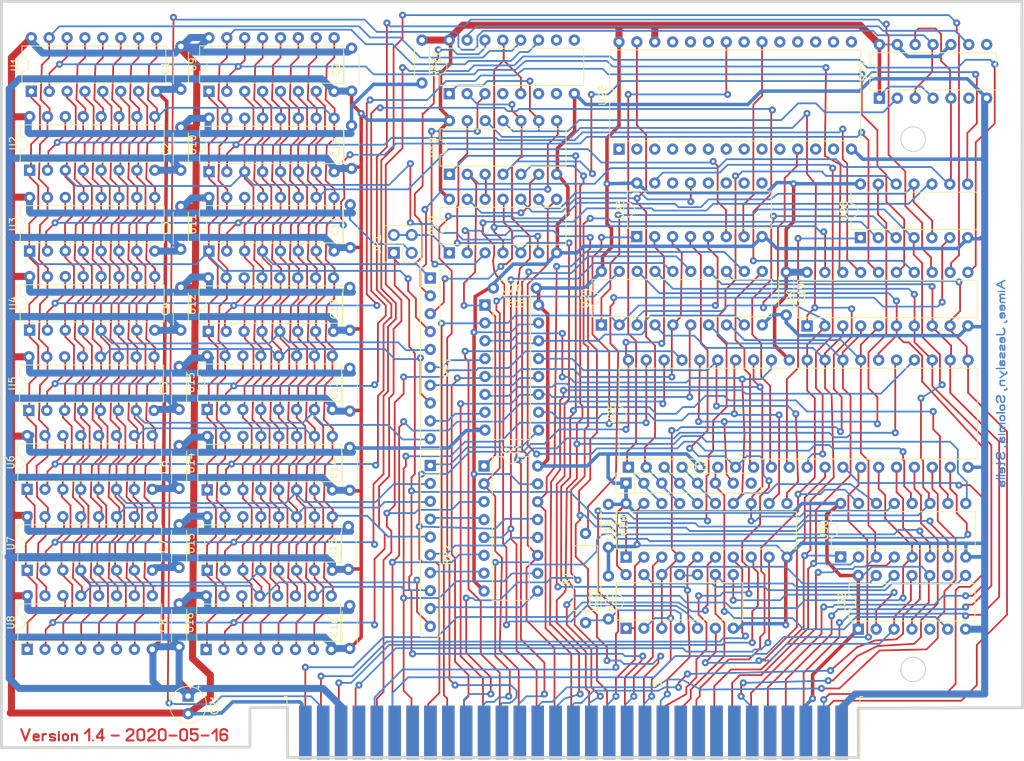
<source format=kicad_pcb>
(kicad_pcb (version 20171130) (host pcbnew "(5.1.9)-1")
  (layers (0 F.Cu signal) (31 B.Cu signal) (34 B.Paste user hide) (35 F.Paste user hide) (36 B.SilkS user hide) (37 F.SilkS user) (38 B.Mask user) (39 F.Mask user hide) (44 Edge.Cuts user))
  (net 0 "")
  (net 1 "Net-(J1-Pad10)")
  (net 2 "Net-(J1-Pad8)")
  (net 3 A00)
  (net 4 A01)
  (net 5 A02)
  (net 6 A03)
  (net 7 A04)
  (net 8 A05)
  (net 9 A06)
  (net 10 A07)
  (net 11 A08)
  (net 12 A09)
  (net 13 A10)
  (net 14 A11)
  (net 15 A12)
  (net 16 A13)
  (net 17 A14)
  (net 18 A15)
  (net 19 A16)
  (net 20 A17)
  (net 21 A18)
  (net 22 A19)
  (net 23 AEN)
  (net 24 IOCHRDY)
  (net 25 D0)
  (net 26 D1)
  (net 27 D2)
  (net 28 D3)
  (net 29 D4)
  (net 30 D5)
  (net 31 D6)
  (net 32 D7)
  (net 33 GND)
  (net 34 VCC)
  (net 35 OSC)
  (net 36 TC)
  (net 37 ~DACK2)
  (net 38 IRQ6)
  (net 39 IRQ7)
  (net 40 CLK)
  (net 41 ~DACK0)
  (net 42 DRQ1)
  (net 43 ~DACK1)
  (net 44 DRQ3)
  (net 45 ~DACK3)
  (net 46 ~IOR)
  (net 47 ~IOW)
  (net 48 ~MEMR)
  (net 49 ~MEMW)
  (net 50 DRQ2)
  (net 51 RESET)
  (net 52 "Net-(U32-Pad5)")
  (net 53 "Net-(U32-Pad9)")
  (net 54 "Net-(U31-Pad10)")
  (net 55 "Net-(U22-Pad13)")
  (net 56 "Net-(U22-Pad12)")
  (net 57 "Net-(U22-Pad25)")
  (net 58 "Net-(U22-Pad24)")
  (net 59 "Net-(U22-Pad10)")
  (net 60 "Net-(U22-Pad23)")
  (net 61 "Net-(U22-Pad9)")
  (net 62 "Net-(U22-Pad8)")
  (net 63 "Net-(U22-Pad21)")
  (net 64 "Net-(U22-Pad7)")
  (net 65 "Net-(U22-Pad6)")
  (net 66 "Net-(U22-Pad19)")
  (net 67 "Net-(U22-Pad5)")
  (net 68 "Net-(U22-Pad18)")
  (net 69 "Net-(U22-Pad4)")
  (net 70 "Net-(U22-Pad17)")
  (net 71 "Net-(U22-Pad3)")
  (net 72 "Net-(U22-Pad16)")
  (net 73 "Net-(U22-Pad2)")
  (net 74 "Net-(U22-Pad15)")
  (net 75 "Net-(U22-Pad1)")
  (net 76 ~CAS1~_DRAM)
  (net 77 A1_DRAM)
  (net 78 A2_DRAM)
  (net 79 A6_DRAM)
  (net 80 A0_DRAM)
  (net 81 A3_DRAM)
  (net 82 ~RAS~_DRAM)
  (net 83 A4_DRAM)
  (net 84 ~W~_DRAM)
  (net 85 A5_DRAM)
  (net 86 A7_DRAM)
  (net 87 A8_DRAM)
  (net 88 ~CAS2~_DRAM)
  (net 89 D0_DRAM)
  (net 90 D1_DRAM)
  (net 91 D3_DRAM)
  (net 92 D4_DRAM)
  (net 93 D5_DRAM)
  (net 94 D6_DRAM)
  (net 95 D7_DRAM)
  (net 96 D2_DRAM)
  (net 97 CLK_EXTENDED)
  (net 98 ADSTB)
  (net 99 DMA_READY_IN)
  (net 100 /~CLK~_DELAYED)
  (net 101 ~CS_DMA)
  (net 102 "Net-(U27-Pad6)")
  (net 103 "Net-(U27-Pad8)")
  (net 104 ~CS_RTC)
  (net 105 "Net-(U23-Pad14)")
  (net 106 "Net-(U23-Pad12)")
  (net 107 "Net-(U23-Pad11)")
  (net 108 "Net-(U23-Pad10)")
  (net 109 "Net-(U23-Pad9)")
  (net 110 "Net-(U17-Pad7)")
  (net 111 "Net-(U17-Pad6)")
  (net 112 "Net-(U17-Pad4)")
  (net 113 "Net-(U17-Pad10)")
  (net 114 "Net-(U17-Pad9)")
  (net 115 /_A1_DRAM)
  (net 116 /_A3_DRAM)
  (net 117 /_A0_DRAM)
  (net 118 /_A6_DRAM)
  (net 119 /_A5_DRAM)
  (net 120 /_A7_DRAM)
  (net 121 /_A4_DRAM)
  (net 122 /_A2_DRAM)
  (net 123 /DRAM_BANK)
  (net 124 /~DRAM_ADDR_DECODE)
  (net 125 /_A8_DRAM)
  (net 126 /~DMA_REG_W)
  (net 127 /_~RAS~_DRAM)
  (net 128 "Net-(J1-Pad28)")
  (net 129 "Net-(J1-Pad25)")
  (net 130 "Net-(J1-Pad24)")
  (net 131 "Net-(J1-Pad23)")
  (net 132 "Net-(J1-Pad9)")
  (net 133 "Net-(J1-Pad5)")
  (net 134 "Net-(J1-Pad4)")
  (net 135 "Net-(J1-Pad32)")
  (net 136 "Net-(J1-Pad7)")
  (net 137 /~DMA_REG_DECODE)
  (net 138 ~DMA_W)
  (net 139 /DMA_W)
  (net 140 /A17_SELECTED)
  (net 141 /A16_SELECTED)
  (net 142 /~CLK~_1)
  (net 143 ~CAS1~_~ENABLE)
  (net 144 /~DRAM_ENABLE)
  (net 145 ~MEM_ACCESS)
  (net 146 /~ROW_COL_SELECT)
  (net 147 ROW_COL_SELECT)
  (net 148 /HRQ)
  (net 149 /~CLK~_2)
  (net 150 /NOT_SURE_2)
  (net 151 /NOT_SURE_1)
  (net 152 /~EOP)
  (net 153 /~MEMW~_BUF)
  (net 154 /~MEMR~_BUF)
  (net 155 ~IOW~_BUF)
  (net 156 ~IOR~_BUF)
  (net 157 A1_BUF)
  (net 158 A3_BUF)
  (net 159 A0_BUF)
  (net 160 A2_BUF)
  (net 161 /IO_OR_MEM_READ)
  (module Resistor_THT:R_Array_SIP8 (layer F.Cu) (at 162.40252 110.35284)
    (fp_text reference RP3 (at 10.16 -2.4) (layer F.SilkS))
    (fp_text value "4K7 Bussed")
    (pad 8 thru_hole oval (at 17.78 0) (size 1.6 1.6) (drill 0.8) (layers *.Cu *.Mask))
    (pad 7 thru_hole oval (at 15.24 0) (size 1.6 1.6) (drill 0.8) (layers *.Cu *.Mask) (net 152 /~EOP))
    (pad 6 thru_hole oval (at 12.7 0) (size 1.6 1.6) (drill 0.8) (layers *.Cu *.Mask) (net 99 DMA_READY_IN))
    (pad 5 thru_hole oval (at 10.16 0) (size 1.6 1.6) (drill 0.8) (layers *.Cu *.Mask) (net 153 /~MEMW~_BUF))
    (pad 4 thru_hole oval (at 7.62 0) (size 1.6 1.6) (drill 0.8) (layers *.Cu *.Mask) (net 154 /~MEMR~_BUF))
    (pad 3 thru_hole oval (at 5.08 0) (size 1.6 1.6) (drill 0.8) (layers *.Cu *.Mask) (net 155 ~IOW~_BUF))
    (pad 2 thru_hole oval (at 2.54 0) (size 1.6 1.6) (drill 0.8) (layers *.Cu *.Mask) (net 156 ~IOR~_BUF))
    (pad 1 thru_hole rect (at 0 0) (size 1.6 1.6) (drill 0.8) (layers *.Cu *.Mask) (net 34 VCC))
  )
  (module Package_DIP:DIP-16_W7.62mm (layer F.Cu) (at 103.0605 88.773 90)
    (fp_text reference U12 (at 3.81 -2.33 90) (layer F.SilkS))
    (fp_text value 41256)
    (pad 16 thru_hole oval (at 7.62 0 90) (size 1.6 1.6) (drill 0.8) (layers *.Cu *.Mask) (net 33 GND))
    (pad 8 thru_hole oval (at 0 17.78 90) (size 1.6 1.6) (drill 0.8) (layers *.Cu *.Mask) (net 34 VCC))
    (pad 15 thru_hole oval (at 7.62 2.54 90) (size 1.6 1.6) (drill 0.8) (layers *.Cu *.Mask) (net 88 ~CAS2~_DRAM))
    (pad 7 thru_hole oval (at 0 15.24 90) (size 1.6 1.6) (drill 0.8) (layers *.Cu *.Mask) (net 77 A1_DRAM))
    (pad 14 thru_hole oval (at 7.62 5.08 90) (size 1.6 1.6) (drill 0.8) (layers *.Cu *.Mask) (net 91 D3_DRAM))
    (pad 6 thru_hole oval (at 0 12.7 90) (size 1.6 1.6) (drill 0.8) (layers *.Cu *.Mask) (net 78 A2_DRAM))
    (pad 13 thru_hole oval (at 7.62 7.62 90) (size 1.6 1.6) (drill 0.8) (layers *.Cu *.Mask) (net 79 A6_DRAM))
    (pad 5 thru_hole oval (at 0 10.16 90) (size 1.6 1.6) (drill 0.8) (layers *.Cu *.Mask) (net 80 A0_DRAM))
    (pad 12 thru_hole oval (at 7.62 10.16 90) (size 1.6 1.6) (drill 0.8) (layers *.Cu *.Mask) (net 81 A3_DRAM))
    (pad 4 thru_hole oval (at 0 7.62 90) (size 1.6 1.6) (drill 0.8) (layers *.Cu *.Mask) (net 82 ~RAS~_DRAM))
    (pad 11 thru_hole oval (at 7.62 12.7 90) (size 1.6 1.6) (drill 0.8) (layers *.Cu *.Mask) (net 83 A4_DRAM))
    (pad 3 thru_hole oval (at 0 5.08 90) (size 1.6 1.6) (drill 0.8) (layers *.Cu *.Mask) (net 84 ~W~_DRAM))
    (pad 10 thru_hole oval (at 7.62 15.24 90) (size 1.6 1.6) (drill 0.8) (layers *.Cu *.Mask) (net 85 A5_DRAM))
    (pad 2 thru_hole oval (at 0 2.54 90) (size 1.6 1.6) (drill 0.8) (layers *.Cu *.Mask) (net 91 D3_DRAM))
    (pad 9 thru_hole oval (at 7.62 17.78 90) (size 1.6 1.6) (drill 0.8) (layers *.Cu *.Mask) (net 86 A7_DRAM))
    (pad 1 thru_hole rect (at 0 0 90) (size 1.6 1.6) (drill 0.8) (layers *.Cu *.Mask) (net 87 A8_DRAM))
  )
  (module Package_DIP:DIP-16_W7.62mm (layer F.Cu) (at 77.31252 122.7328 90)
    (fp_text reference U7 (at 3.81 -2.33 90) (layer F.SilkS))
    (fp_text value 41256)
    (pad 16 thru_hole oval (at 7.62 0 90) (size 1.6 1.6) (drill 0.8) (layers *.Cu *.Mask) (net 33 GND))
    (pad 8 thru_hole oval (at 0 17.78 90) (size 1.6 1.6) (drill 0.8) (layers *.Cu *.Mask) (net 34 VCC))
    (pad 15 thru_hole oval (at 7.62 2.54 90) (size 1.6 1.6) (drill 0.8) (layers *.Cu *.Mask) (net 76 ~CAS1~_DRAM))
    (pad 7 thru_hole oval (at 0 15.24 90) (size 1.6 1.6) (drill 0.8) (layers *.Cu *.Mask) (net 77 A1_DRAM))
    (pad 14 thru_hole oval (at 7.62 5.08 90) (size 1.6 1.6) (drill 0.8) (layers *.Cu *.Mask) (net 94 D6_DRAM))
    (pad 6 thru_hole oval (at 0 12.7 90) (size 1.6 1.6) (drill 0.8) (layers *.Cu *.Mask) (net 78 A2_DRAM))
    (pad 13 thru_hole oval (at 7.62 7.62 90) (size 1.6 1.6) (drill 0.8) (layers *.Cu *.Mask) (net 79 A6_DRAM))
    (pad 5 thru_hole oval (at 0 10.16 90) (size 1.6 1.6) (drill 0.8) (layers *.Cu *.Mask) (net 80 A0_DRAM))
    (pad 12 thru_hole oval (at 7.62 10.16 90) (size 1.6 1.6) (drill 0.8) (layers *.Cu *.Mask) (net 81 A3_DRAM))
    (pad 4 thru_hole oval (at 0 7.62 90) (size 1.6 1.6) (drill 0.8) (layers *.Cu *.Mask) (net 82 ~RAS~_DRAM))
    (pad 11 thru_hole oval (at 7.62 12.7 90) (size 1.6 1.6) (drill 0.8) (layers *.Cu *.Mask) (net 83 A4_DRAM))
    (pad 3 thru_hole oval (at 0 5.08 90) (size 1.6 1.6) (drill 0.8) (layers *.Cu *.Mask) (net 84 ~W~_DRAM))
    (pad 10 thru_hole oval (at 7.62 15.24 90) (size 1.6 1.6) (drill 0.8) (layers *.Cu *.Mask) (net 85 A5_DRAM))
    (pad 2 thru_hole oval (at 0 2.54 90) (size 1.6 1.6) (drill 0.8) (layers *.Cu *.Mask) (net 94 D6_DRAM))
    (pad 9 thru_hole oval (at 7.62 17.78 90) (size 1.6 1.6) (drill 0.8) (layers *.Cu *.Mask) (net 86 A7_DRAM))
    (pad 1 thru_hole rect (at 0 0 90) (size 1.6 1.6) (drill 0.8) (layers *.Cu *.Mask) (net 87 A8_DRAM))
  )
  (module Custom:C_Ceramic (layer F.Cu) (at 159.91078 129.15392 90)
    (fp_text reference C22 (at 2.5 -2.2 90) (layer F.SilkS))
    (fp_text value 100pF)
    (pad 1 thru_hole circle (at -0.508 0 90) (size 1.6 1.6) (drill 0.8) (layers *.Cu *.Mask) (net 100 /~CLK~_DELAYED))
    (pad 2 thru_hole circle (at 5.588 0 90) (size 1.6 1.6) (drill 0.8) (layers *.Cu *.Mask) (net 33 GND))
  )
  (module Custom:C_Ceramic (layer F.Cu) (at 159.90824 113.87074 270)
    (fp_text reference C20 (at 2.5 -2.2 90) (layer F.SilkS))
    (fp_text value 0.1uF)
    (pad 1 thru_hole circle (at -0.508 0 270) (size 1.6 1.6) (drill 0.8) (layers *.Cu *.Mask) (net 34 VCC))
    (pad 2 thru_hole circle (at 5.588 0 270) (size 1.6 1.6) (drill 0.8) (layers *.Cu *.Mask) (net 33 GND))
  )
  (module Custom:C_Ceramic (layer F.Cu) (at 185.16346 80.8609 270)
    (fp_text reference C19 (at 2.5 -2.2 90) (layer F.SilkS))
    (fp_text value 0.1uF)
    (pad 1 thru_hole circle (at -0.508 0 270) (size 1.6 1.6) (drill 0.8) (layers *.Cu *.Mask) (net 34 VCC))
    (pad 2 thru_hole circle (at 5.588 0 270) (size 1.6 1.6) (drill 0.8) (layers *.Cu *.Mask) (net 33 GND))
  )
  (module Custom:C_Ceramic (layer F.Cu) (at 149.1488 82.60842 180)
    (fp_text reference C18 (at 2.5 -2.2) (layer F.SilkS))
    (fp_text value 0.1uF)
    (pad 1 thru_hole circle (at -0.508 0 180) (size 1.6 1.6) (drill 0.8) (layers *.Cu *.Mask) (net 34 VCC))
    (pad 2 thru_hole circle (at 5.588 0 180) (size 1.6 1.6) (drill 0.8) (layers *.Cu *.Mask) (net 33 GND))
  )
  (module Custom:C_Ceramic (layer F.Cu) (at 133.4135 47.86884 270)
    (fp_text reference C17 (at 2.5 -2.2 90) (layer F.SilkS))
    (fp_text value 0.1uF)
    (pad 1 thru_hole circle (at -0.508 0 270) (size 1.6 1.6) (drill 0.8) (layers *.Cu *.Mask) (net 34 VCC))
    (pad 2 thru_hole circle (at 5.588 0 270) (size 1.6 1.6) (drill 0.8) (layers *.Cu *.Mask) (net 33 GND))
  )
  (module Custom:C_Ceramic (layer F.Cu) (at 123.1519 133.35 90)
    (fp_text reference C16 (at 2.5 -2.2 90) (layer F.SilkS))
    (fp_text value 0.1uF)
    (pad 1 thru_hole circle (at -0.508 0 90) (size 1.6 1.6) (drill 0.8) (layers *.Cu *.Mask) (net 34 VCC))
    (pad 2 thru_hole circle (at 5.588 0 90) (size 1.6 1.6) (drill 0.8) (layers *.Cu *.Mask) (net 33 GND))
  )
  (module Custom:C_Ceramic (layer F.Cu) (at 122.96648 122.0978 90)
    (fp_text reference C15 (at 2.5 -2.2 90) (layer F.SilkS))
    (fp_text value 0.1uF)
    (pad 1 thru_hole circle (at -0.508 0 90) (size 1.6 1.6) (drill 0.8) (layers *.Cu *.Mask) (net 34 VCC))
    (pad 2 thru_hole circle (at 5.588 0 90) (size 1.6 1.6) (drill 0.8) (layers *.Cu *.Mask) (net 33 GND))
  )
  (module Custom:C_Ceramic (layer F.Cu) (at 123.15952 110.85068 90)
    (fp_text reference C14 (at 2.5 -2.2 90) (layer F.SilkS))
    (fp_text value 0.1uF)
    (pad 1 thru_hole circle (at -0.508 0 90) (size 1.6 1.6) (drill 0.8) (layers *.Cu *.Mask) (net 34 VCC))
    (pad 2 thru_hole circle (at 5.588 0 90) (size 1.6 1.6) (drill 0.8) (layers *.Cu *.Mask) (net 33 GND))
  )
  (module Custom:C_Ceramic (layer F.Cu) (at 123.16206 99.59848 90)
    (fp_text reference C13 (at 2.5 -2.2 90) (layer F.SilkS))
    (fp_text value 0.1uF)
    (pad 1 thru_hole circle (at -0.508 0 90) (size 1.6 1.6) (drill 0.8) (layers *.Cu *.Mask) (net 34 VCC))
    (pad 2 thru_hole circle (at 5.588 0 90) (size 1.6 1.6) (drill 0.8) (layers *.Cu *.Mask) (net 33 GND))
  )
  (module Custom:C_Ceramic (layer F.Cu) (at 123.15952 88.10498 90)
    (fp_text reference C12 (at 2.5 -2.2 90) (layer F.SilkS))
    (fp_text value 0.1uF)
    (pad 1 thru_hole circle (at -0.508 0 90) (size 1.6 1.6) (drill 0.8) (layers *.Cu *.Mask) (net 34 VCC))
    (pad 2 thru_hole circle (at 5.588 0 90) (size 1.6 1.6) (drill 0.8) (layers *.Cu *.Mask) (net 33 GND))
  )
  (module Custom:C_Ceramic (layer F.Cu) (at 123.22048 76.34986 90)
    (fp_text reference C11 (at 2.5 -2.2 90) (layer F.SilkS))
    (fp_text value 0.1uF)
    (pad 1 thru_hole circle (at -0.508 0 90) (size 1.6 1.6) (drill 0.8) (layers *.Cu *.Mask) (net 34 VCC))
    (pad 2 thru_hole circle (at 5.588 0 90) (size 1.6 1.6) (drill 0.8) (layers *.Cu *.Mask) (net 33 GND))
  )
  (module Custom:C_Ceramic (layer F.Cu) (at 123.40844 65.10274 90)
    (fp_text reference C10 (at 2.5 -2.2 90) (layer F.SilkS))
    (fp_text value 0.1uF)
    (pad 1 thru_hole circle (at -0.508 0 90) (size 1.6 1.6) (drill 0.8) (layers *.Cu *.Mask) (net 34 VCC))
    (pad 2 thru_hole circle (at 5.588 0 90) (size 1.6 1.6) (drill 0.8) (layers *.Cu *.Mask) (net 33 GND))
  )
  (module Custom:C_Ceramic (layer F.Cu) (at 123.4186 54.09946 90)
    (fp_text reference C9 (at 2.5 -2.2 90) (layer F.SilkS))
    (fp_text value 0.1uF)
    (pad 1 thru_hole circle (at -0.508 0 90) (size 1.6 1.6) (drill 0.8) (layers *.Cu *.Mask) (net 34 VCC))
    (pad 2 thru_hole circle (at 5.588 0 90) (size 1.6 1.6) (drill 0.8) (layers *.Cu *.Mask) (net 33 GND))
  )
  (module Custom:C_Ceramic (layer F.Cu) (at 98.91268 133.10362 90)
    (fp_text reference C8 (at 2.5 -2.2 90) (layer F.SilkS))
    (fp_text value 0.1uF)
    (pad 1 thru_hole circle (at -0.508 0 90) (size 1.6 1.6) (drill 0.8) (layers *.Cu *.Mask) (net 34 VCC))
    (pad 2 thru_hole circle (at 5.588 0 90) (size 1.6 1.6) (drill 0.8) (layers *.Cu *.Mask) (net 33 GND))
  )
  (module Custom:C_Ceramic (layer F.Cu) (at 98.91014 121.84634 90)
    (fp_text reference C7 (at 2.5 -2.2 90) (layer F.SilkS))
    (fp_text value 0.1uF)
    (pad 1 thru_hole circle (at -0.508 0 90) (size 1.6 1.6) (drill 0.8) (layers *.Cu *.Mask) (net 34 VCC))
    (pad 2 thru_hole circle (at 5.588 0 90) (size 1.6 1.6) (drill 0.8) (layers *.Cu *.Mask) (net 33 GND))
  )
  (module Custom:C_Ceramic (layer F.Cu) (at 98.9076 110.59922 90)
    (fp_text reference C6 (at 2.5 -2.2 90) (layer F.SilkS))
    (fp_text value 0.1uF)
    (pad 1 thru_hole circle (at -0.508 0 90) (size 1.6 1.6) (drill 0.8) (layers *.Cu *.Mask) (net 34 VCC))
    (pad 2 thru_hole circle (at 5.588 0 90) (size 1.6 1.6) (drill 0.8) (layers *.Cu *.Mask) (net 33 GND))
  )
  (module Custom:C_Ceramic (layer F.Cu) (at 98.9076 99.35718 90)
    (fp_text reference C5 (at 2.5 -2.2 90) (layer F.SilkS))
    (fp_text value 0.1uF)
    (pad 1 thru_hole circle (at -0.508 0 90) (size 1.6 1.6) (drill 0.8) (layers *.Cu *.Mask) (net 34 VCC))
    (pad 2 thru_hole circle (at 5.588 0 90) (size 1.6 1.6) (drill 0.8) (layers *.Cu *.Mask) (net 33 GND))
  )
  (module Custom:C_Ceramic (layer F.Cu) (at 99.1489 88.09228 90)
    (fp_text reference C4 (at 2.5 -2.2 90) (layer F.SilkS))
    (fp_text value 0.1uF)
    (pad 1 thru_hole circle (at -0.508 0 90) (size 1.6 1.6) (drill 0.8) (layers *.Cu *.Mask) (net 34 VCC))
    (pad 2 thru_hole circle (at 5.588 0 90) (size 1.6 1.6) (drill 0.8) (layers *.Cu *.Mask) (net 33 GND))
  )
  (module Custom:C_Ceramic (layer F.Cu) (at 99.15144 76.58608 90)
    (fp_text reference C3 (at 2.5 -2.2 90) (layer F.SilkS))
    (fp_text value 0.1uF)
    (pad 1 thru_hole circle (at -0.508 0 90) (size 1.6 1.6) (drill 0.8) (layers *.Cu *.Mask) (net 34 VCC))
    (pad 2 thru_hole circle (at 5.588 0 90) (size 1.6 1.6) (drill 0.8) (layers *.Cu *.Mask) (net 33 GND))
  )
  (module Custom:C_Ceramic (layer F.Cu) (at 99.15398 65.34912 90)
    (fp_text reference C2 (at 2.5 -2.2 90) (layer F.SilkS))
    (fp_text value 0.1uF)
    (pad 1 thru_hole circle (at -0.508 0 90) (size 1.6 1.6) (drill 0.8) (layers *.Cu *.Mask) (net 34 VCC))
    (pad 2 thru_hole circle (at 5.588 0 90) (size 1.6 1.6) (drill 0.8) (layers *.Cu *.Mask) (net 33 GND))
  )
  (module Custom:C_Ceramic (layer F.Cu) (at 99.1616 53.85308 90)
    (fp_text reference C1 (at 2.5 -2.2 90) (layer F.SilkS))
    (fp_text value 0.1uF)
    (pad 1 thru_hole circle (at -0.508 0 90) (size 1.6 1.6) (drill 0.8) (layers *.Cu *.Mask) (net 34 VCC))
    (pad 2 thru_hole circle (at 5.588 0 90) (size 1.6 1.6) (drill 0.8) (layers *.Cu *.Mask) (net 33 GND))
  )
  (module Capacitor_THT:CP_Radial_Tantal_D5.0mm_P2.50mm (layer F.Cu) (at 100.18268 140.62646 270)
    (fp_text reference C21 (at 1.25 -3.75 90) (layer F.SilkS))
    (fp_text value "10uF 16v")
    (pad 2 thru_hole circle (at 2.5 0 270) (size 1.6 1.6) (drill 0.8) (layers *.Cu *.Mask) (net 33 GND))
    (pad 1 thru_hole rect (at 0 0 270) (size 1.6 1.6) (drill 0.8) (layers *.Cu *.Mask) (net 34 VCC))
  )
  (module Connector_PinHeader_2.54mm:PinHeader_2x02_P2.54mm_Vertical (layer F.Cu) (at 129.41046 77.6097 90)
    (fp_text reference JP1 (at 1.27 -2.33 90) (layer F.SilkS))
    (fp_text value "384K/640K select.")
    (pad 4 thru_hole oval (at 2.54 2.54 90) (size 1.7 1.7) (drill 1) (layers *.Cu *.Mask) (net 123 /DRAM_BANK))
    (pad 3 thru_hole oval (at 0 2.54 90) (size 1.7 1.7) (drill 1) (layers *.Cu *.Mask) (net 33 GND))
    (pad 2 thru_hole oval (at 2.54 0 90) (size 1.7 1.7) (drill 1) (layers *.Cu *.Mask) (net 123 /DRAM_BANK))
    (pad 1 thru_hole rect (at 0 0 90) (size 1.7 1.7) (drill 1) (layers *.Cu *.Mask) (net 21 A18))
  )
  (module Resistor_THT:R_Array_SIP10 (layer F.Cu) (at 134.59206 107.85094 270)
    (fp_text reference RP2 (at 12.7 -2.4 90) (layer F.SilkS))
    (fp_text value "33R Isolated")
    (pad 10 thru_hole oval (at 22.86 0 270) (size 1.6 1.6) (drill 0.8) (layers *.Cu *.Mask) (net 79 A6_DRAM))
    (pad 9 thru_hole oval (at 20.32 0 270) (size 1.6 1.6) (drill 0.8) (layers *.Cu *.Mask) (net 118 /_A6_DRAM))
    (pad 8 thru_hole oval (at 17.78 0 270) (size 1.6 1.6) (drill 0.8) (layers *.Cu *.Mask) (net 85 A5_DRAM))
    (pad 7 thru_hole oval (at 15.24 0 270) (size 1.6 1.6) (drill 0.8) (layers *.Cu *.Mask) (net 119 /_A5_DRAM))
    (pad 6 thru_hole oval (at 12.7 0 270) (size 1.6 1.6) (drill 0.8) (layers *.Cu *.Mask) (net 120 /_A7_DRAM))
    (pad 5 thru_hole oval (at 10.16 0 270) (size 1.6 1.6) (drill 0.8) (layers *.Cu *.Mask) (net 86 A7_DRAM))
    (pad 4 thru_hole oval (at 7.62 0 270) (size 1.6 1.6) (drill 0.8) (layers *.Cu *.Mask) (net 121 /_A4_DRAM))
    (pad 3 thru_hole oval (at 5.08 0 270) (size 1.6 1.6) (drill 0.8) (layers *.Cu *.Mask) (net 83 A4_DRAM))
    (pad 2 thru_hole oval (at 2.54 0 270) (size 1.6 1.6) (drill 0.8) (layers *.Cu *.Mask) (net 78 A2_DRAM))
    (pad 1 thru_hole rect (at 0 0 270) (size 1.6 1.6) (drill 0.8) (layers *.Cu *.Mask) (net 122 /_A2_DRAM))
  )
  (module Resistor_THT:R_Array_SIP10 (layer F.Cu) (at 134.59206 81.18094 270)
    (fp_text reference RP1 (at 12.7 -2.4 90) (layer F.SilkS))
    (fp_text value "33R Isolated")
    (pad 10 thru_hole oval (at 22.86 0 270) (size 1.6 1.6) (drill 0.8) (layers *.Cu *.Mask) (net 77 A1_DRAM))
    (pad 9 thru_hole oval (at 20.32 0 270) (size 1.6 1.6) (drill 0.8) (layers *.Cu *.Mask) (net 115 /_A1_DRAM))
    (pad 8 thru_hole oval (at 17.78 0 270) (size 1.6 1.6) (drill 0.8) (layers *.Cu *.Mask) (net 81 A3_DRAM))
    (pad 7 thru_hole oval (at 15.24 0 270) (size 1.6 1.6) (drill 0.8) (layers *.Cu *.Mask) (net 116 /_A3_DRAM))
    (pad 6 thru_hole oval (at 12.7 0 270) (size 1.6 1.6) (drill 0.8) (layers *.Cu *.Mask) (net 117 /_A0_DRAM))
    (pad 5 thru_hole oval (at 10.16 0 270) (size 1.6 1.6) (drill 0.8) (layers *.Cu *.Mask) (net 80 A0_DRAM))
    (pad 4 thru_hole oval (at 7.62 0 270) (size 1.6 1.6) (drill 0.8) (layers *.Cu *.Mask) (net 87 A8_DRAM))
    (pad 3 thru_hole oval (at 5.08 0 270) (size 1.6 1.6) (drill 0.8) (layers *.Cu *.Mask) (net 125 /_A8_DRAM))
    (pad 2 thru_hole oval (at 2.54 0 270) (size 1.6 1.6) (drill 0.8) (layers *.Cu *.Mask) (net 127 /_~RAS~_DRAM))
    (pad 1 thru_hole rect (at 0 0 270) (size 1.6 1.6) (drill 0.8) (layers *.Cu *.Mask) (net 82 ~RAS~_DRAM))
  )
  (module Package_DIP:DIP-14_W7.62mm (layer F.Cu) (at 137.30478 77.60716 90)
    (fp_text reference U19 (at 3.81 -2.33 90) (layer F.SilkS))
    (fp_text value 74LS32)
    (pad 14 thru_hole oval (at 7.62 0 90) (size 1.6 1.6) (drill 0.8) (layers *.Cu *.Mask) (net 34 VCC))
    (pad 7 thru_hole oval (at 0 15.24 90) (size 1.6 1.6) (drill 0.8) (layers *.Cu *.Mask) (net 33 GND))
    (pad 13 thru_hole oval (at 7.62 2.54 90) (size 1.6 1.6) (drill 0.8) (layers *.Cu *.Mask) (net 140 /A17_SELECTED))
    (pad 6 thru_hole oval (at 0 12.7 90) (size 1.6 1.6) (drill 0.8) (layers *.Cu *.Mask) (net 84 ~W~_DRAM))
    (pad 12 thru_hole oval (at 7.62 5.08 90) (size 1.6 1.6) (drill 0.8) (layers *.Cu *.Mask) (net 141 /A16_SELECTED))
    (pad 5 thru_hole oval (at 0 10.16 90) (size 1.6 1.6) (drill 0.8) (layers *.Cu *.Mask) (net 49 ~MEMW))
    (pad 11 thru_hole oval (at 7.62 7.62 90) (size 1.6 1.6) (drill 0.8) (layers *.Cu *.Mask) (net 125 /_A8_DRAM))
    (pad 4 thru_hole oval (at 0 7.62 90) (size 1.6 1.6) (drill 0.8) (layers *.Cu *.Mask) (net 144 /~DRAM_ENABLE))
    (pad 10 thru_hole oval (at 7.62 10.16 90) (size 1.6 1.6) (drill 0.8) (layers *.Cu *.Mask) (net 155 ~IOW~_BUF))
    (pad 3 thru_hole oval (at 0 5.08 90) (size 1.6 1.6) (drill 0.8) (layers *.Cu *.Mask) (net 124 /~DRAM_ADDR_DECODE))
    (pad 9 thru_hole oval (at 7.62 12.7 90) (size 1.6 1.6) (drill 0.8) (layers *.Cu *.Mask) (net 137 /~DMA_REG_DECODE))
    (pad 2 thru_hole oval (at 0 2.54 90) (size 1.6 1.6) (drill 0.8) (layers *.Cu *.Mask) (net 22 A19))
    (pad 8 thru_hole oval (at 7.62 15.24 90) (size 1.6 1.6) (drill 0.8) (layers *.Cu *.Mask) (net 126 /~DMA_REG_W))
    (pad 1 thru_hole rect (at 0 0 90) (size 1.6 1.6) (drill 0.8) (layers *.Cu *.Mask) (net 123 /DRAM_BANK))
  )
  (module Package_DIP:DIP-14_W7.62mm (layer F.Cu) (at 137.3124 66.43878 90)
    (fp_text reference U18 (at 3.81 -2.33 90) (layer F.SilkS))
    (fp_text value 74LS08)
    (pad 14 thru_hole oval (at 7.62 0 90) (size 1.6 1.6) (drill 0.8) (layers *.Cu *.Mask) (net 34 VCC))
    (pad 7 thru_hole oval (at 0 15.24 90) (size 1.6 1.6) (drill 0.8) (layers *.Cu *.Mask) (net 33 GND))
    (pad 13 thru_hole oval (at 7.62 2.54 90) (size 1.6 1.6) (drill 0.8) (layers *.Cu *.Mask) (net 49 ~MEMW))
    (pad 6 thru_hole oval (at 0 12.7 90) (size 1.6 1.6) (drill 0.8) (layers *.Cu *.Mask) (net 140 /A17_SELECTED))
    (pad 12 thru_hole oval (at 7.62 5.08 90) (size 1.6 1.6) (drill 0.8) (layers *.Cu *.Mask) (net 48 ~MEMR))
    (pad 5 thru_hole oval (at 0 10.16 90) (size 1.6 1.6) (drill 0.8) (layers *.Cu *.Mask) (net 20 A17))
    (pad 11 thru_hole oval (at 7.62 7.62 90) (size 1.6 1.6) (drill 0.8) (layers *.Cu *.Mask) (net 145 ~MEM_ACCESS))
    (pad 4 thru_hole oval (at 0 7.62 90) (size 1.6 1.6) (drill 0.8) (layers *.Cu *.Mask) (net 146 /~ROW_COL_SELECT))
    (pad 10 thru_hole oval (at 7.62 10.16 90) (size 1.6 1.6) (drill 0.8) (layers *.Cu *.Mask) (net 41 ~DACK0))
    (pad 3 thru_hole oval (at 0 5.08 90) (size 1.6 1.6) (drill 0.8) (layers *.Cu *.Mask) (net 141 /A16_SELECTED))
    (pad 9 thru_hole oval (at 7.62 12.7 90) (size 1.6 1.6) (drill 0.8) (layers *.Cu *.Mask) (net 145 ~MEM_ACCESS))
    (pad 2 thru_hole oval (at 0 2.54 90) (size 1.6 1.6) (drill 0.8) (layers *.Cu *.Mask) (net 147 ROW_COL_SELECT))
    (pad 8 thru_hole oval (at 7.62 15.24 90) (size 1.6 1.6) (drill 0.8) (layers *.Cu *.Mask) (net 127 /_~RAS~_DRAM))
    (pad 1 thru_hole rect (at 0 0 90) (size 1.6 1.6) (drill 0.8) (layers *.Cu *.Mask) (net 19 A16))
  )
  (module Package_DIP:DIP-16_W7.62mm (layer F.Cu) (at 137.28192 54.9783 90)
    (fp_text reference U17 (at 3.81 -2.33 90) (layer F.SilkS))
    (fp_text value 74LS139)
    (pad 16 thru_hole oval (at 7.62 0 90) (size 1.6 1.6) (drill 0.8) (layers *.Cu *.Mask) (net 34 VCC))
    (pad 8 thru_hole oval (at 0 17.78 90) (size 1.6 1.6) (drill 0.8) (layers *.Cu *.Mask) (net 33 GND))
    (pad 15 thru_hole oval (at 7.62 2.54 90) (size 1.6 1.6) (drill 0.8) (layers *.Cu *.Mask) (net 143 ~CAS1~_~ENABLE))
    (pad 7 thru_hole oval (at 0 15.24 90) (size 1.6 1.6) (drill 0.8) (layers *.Cu *.Mask) (net 110 "Net-(U17-Pad7)"))
    (pad 14 thru_hole oval (at 7.62 5.08 90) (size 1.6 1.6) (drill 0.8) (layers *.Cu *.Mask) (net 21 A18))
    (pad 6 thru_hole oval (at 0 12.7 90) (size 1.6 1.6) (drill 0.8) (layers *.Cu *.Mask) (net 111 "Net-(U17-Pad6)"))
    (pad 13 thru_hole oval (at 7.62 7.62 90) (size 1.6 1.6) (drill 0.8) (layers *.Cu *.Mask) (net 144 /~DRAM_ENABLE))
    (pad 5 thru_hole oval (at 0 10.16 90) (size 1.6 1.6) (drill 0.8) (layers *.Cu *.Mask) (net 144 /~DRAM_ENABLE))
    (pad 12 thru_hole oval (at 7.62 10.16 90) (size 1.6 1.6) (drill 0.8) (layers *.Cu *.Mask) (net 76 ~CAS1~_DRAM))
    (pad 4 thru_hole oval (at 0 7.62 90) (size 1.6 1.6) (drill 0.8) (layers *.Cu *.Mask) (net 112 "Net-(U17-Pad4)"))
    (pad 11 thru_hole oval (at 7.62 12.7 90) (size 1.6 1.6) (drill 0.8) (layers *.Cu *.Mask) (net 88 ~CAS2~_DRAM))
    (pad 3 thru_hole oval (at 0 5.08 90) (size 1.6 1.6) (drill 0.8) (layers *.Cu *.Mask) (net 124 /~DRAM_ADDR_DECODE))
    (pad 10 thru_hole oval (at 7.62 15.24 90) (size 1.6 1.6) (drill 0.8) (layers *.Cu *.Mask) (net 113 "Net-(U17-Pad10)"))
    (pad 2 thru_hole oval (at 0 2.54 90) (size 1.6 1.6) (drill 0.8) (layers *.Cu *.Mask) (net 41 ~DACK0))
    (pad 9 thru_hole oval (at 7.62 17.78 90) (size 1.6 1.6) (drill 0.8) (layers *.Cu *.Mask) (net 114 "Net-(U17-Pad9)"))
    (pad 1 thru_hole rect (at 0 0 90) (size 1.6 1.6) (drill 0.8) (layers *.Cu *.Mask) (net 145 ~MEM_ACCESS))
  )
  (module Package_DIP:DIP-16_W7.62mm (layer F.Cu) (at 163.9443 75.2983 90)
    (fp_text reference U23 (at 3.81 -2.33 90) (layer F.SilkS))
    (fp_text value 74LS138)
    (pad 16 thru_hole oval (at 7.62 0 90) (size 1.6 1.6) (drill 0.8) (layers *.Cu *.Mask) (net 34 VCC))
    (pad 8 thru_hole oval (at 0 17.78 90) (size 1.6 1.6) (drill 0.8) (layers *.Cu *.Mask) (net 33 GND))
    (pad 15 thru_hole oval (at 7.62 2.54 90) (size 1.6 1.6) (drill 0.8) (layers *.Cu *.Mask) (net 101 ~CS_DMA))
    (pad 7 thru_hole oval (at 0 15.24 90) (size 1.6 1.6) (drill 0.8) (layers *.Cu *.Mask) (net 104 ~CS_RTC))
    (pad 14 thru_hole oval (at 7.62 5.08 90) (size 1.6 1.6) (drill 0.8) (layers *.Cu *.Mask) (net 105 "Net-(U23-Pad14)"))
    (pad 6 thru_hole oval (at 0 12.7 90) (size 1.6 1.6) (drill 0.8) (layers *.Cu *.Mask) (net 85 A5_DRAM))
    (pad 13 thru_hole oval (at 7.62 7.62 90) (size 1.6 1.6) (drill 0.8) (layers *.Cu *.Mask) (net 137 /~DMA_REG_DECODE))
    (pad 5 thru_hole oval (at 0 10.16 90) (size 1.6 1.6) (drill 0.8) (layers *.Cu *.Mask) (net 11 A08))
    (pad 12 thru_hole oval (at 7.62 10.16 90) (size 1.6 1.6) (drill 0.8) (layers *.Cu *.Mask) (net 106 "Net-(U23-Pad12)"))
    (pad 4 thru_hole oval (at 0 7.62 90) (size 1.6 1.6) (drill 0.8) (layers *.Cu *.Mask) (net 23 AEN))
    (pad 11 thru_hole oval (at 7.62 12.7 90) (size 1.6 1.6) (drill 0.8) (layers *.Cu *.Mask) (net 107 "Net-(U23-Pad11)"))
    (pad 3 thru_hole oval (at 0 5.08 90) (size 1.6 1.6) (drill 0.8) (layers *.Cu *.Mask) (net 12 A09))
    (pad 10 thru_hole oval (at 7.62 15.24 90) (size 1.6 1.6) (drill 0.8) (layers *.Cu *.Mask) (net 108 "Net-(U23-Pad10)"))
    (pad 2 thru_hole oval (at 0 2.54 90) (size 1.6 1.6) (drill 0.8) (layers *.Cu *.Mask) (net 10 A07))
    (pad 9 thru_hole oval (at 7.62 17.78 90) (size 1.6 1.6) (drill 0.8) (layers *.Cu *.Mask) (net 109 "Net-(U23-Pad9)"))
    (pad 1 thru_hole rect (at 0 0 90) (size 1.6 1.6) (drill 0.8) (layers *.Cu *.Mask) (net 9 A06))
  )
  (module Package_DIP:DIP-14_W7.62mm (layer F.Cu) (at 198.40956 55.6133 90)
    (fp_text reference U27 (at 3.81 -2.33 90) (layer F.SilkS))
    (fp_text value 74LS74)
    (pad 14 thru_hole oval (at 7.62 0 90) (size 1.6 1.6) (drill 0.8) (layers *.Cu *.Mask) (net 34 VCC))
    (pad 7 thru_hole oval (at 0 15.24 90) (size 1.6 1.6) (drill 0.8) (layers *.Cu *.Mask) (net 33 GND))
    (pad 13 thru_hole oval (at 7.62 2.54 90) (size 1.6 1.6) (drill 0.8) (layers *.Cu *.Mask) (net 34 VCC))
    (pad 6 thru_hole oval (at 0 12.7 90) (size 1.6 1.6) (drill 0.8) (layers *.Cu *.Mask) (net 102 "Net-(U27-Pad6)"))
    (pad 12 thru_hole oval (at 7.62 5.08 90) (size 1.6 1.6) (drill 0.8) (layers *.Cu *.Mask) (net 147 ROW_COL_SELECT))
    (pad 5 thru_hole oval (at 0 10.16 90) (size 1.6 1.6) (drill 0.8) (layers *.Cu *.Mask) (net 147 ROW_COL_SELECT))
    (pad 11 thru_hole oval (at 7.62 7.62 90) (size 1.6 1.6) (drill 0.8) (layers *.Cu *.Mask) (net 35 OSC))
    (pad 4 thru_hole oval (at 0 7.62 90) (size 1.6 1.6) (drill 0.8) (layers *.Cu *.Mask) (net 34 VCC))
    (pad 10 thru_hole oval (at 7.62 10.16 90) (size 1.6 1.6) (drill 0.8) (layers *.Cu *.Mask) (net 34 VCC))
    (pad 3 thru_hole oval (at 0 5.08 90) (size 1.6 1.6) (drill 0.8) (layers *.Cu *.Mask) (net 35 OSC))
    (pad 9 thru_hole oval (at 7.62 12.7 90) (size 1.6 1.6) (drill 0.8) (layers *.Cu *.Mask) (net 143 ~CAS1~_~ENABLE))
    (pad 2 thru_hole oval (at 0 2.54 90) (size 1.6 1.6) (drill 0.8) (layers *.Cu *.Mask) (net 145 ~MEM_ACCESS))
    (pad 8 thru_hole oval (at 7.62 15.24 90) (size 1.6 1.6) (drill 0.8) (layers *.Cu *.Mask) (net 103 "Net-(U27-Pad8)"))
    (pad 1 thru_hole rect (at 0 0 90) (size 1.6 1.6) (drill 0.8) (layers *.Cu *.Mask) (net 34 VCC))
  )
  (module Resistor_THT:R_Axial_DIN0309_L9.0mm_D3.2mm_P12.70mm_Horizontal (layer F.Cu) (at 156.6545 130.2004 90)
    (fp_text reference R1 (at 6.35 -2.72 90) (layer F.SilkS))
    (fp_text value 330R)
    (pad 2 thru_hole oval (at 12.7 0 90) (size 1.6 1.6) (drill 0.8) (layers *.Cu *.Mask) (net 142 /~CLK~_1))
    (pad 1 thru_hole circle (at 0 0 90) (size 1.6 1.6) (drill 0.8) (layers *.Cu *.Mask) (net 100 /~CLK~_DELAYED))
  )
  (module Package_DIP:DIP-14_W7.62mm (layer F.Cu) (at 195.71208 75.4507 90)
    (fp_text reference U28 (at 3.81 -2.33 90) (layer F.SilkS))
    (fp_text value 74LS04)
    (pad 14 thru_hole oval (at 7.62 0 90) (size 1.6 1.6) (drill 0.8) (layers *.Cu *.Mask) (net 34 VCC))
    (pad 7 thru_hole oval (at 0 15.24 90) (size 1.6 1.6) (drill 0.8) (layers *.Cu *.Mask) (net 33 GND))
    (pad 13 thru_hole oval (at 7.62 2.54 90) (size 1.6 1.6) (drill 0.8) (layers *.Cu *.Mask) (net 152 /~EOP))
    (pad 6 thru_hole oval (at 0 12.7 90) (size 1.6 1.6) (drill 0.8) (layers *.Cu *.Mask) (net 142 /~CLK~_1))
    (pad 12 thru_hole oval (at 7.62 5.08 90) (size 1.6 1.6) (drill 0.8) (layers *.Cu *.Mask) (net 36 TC))
    (pad 5 thru_hole oval (at 0 10.16 90) (size 1.6 1.6) (drill 0.8) (layers *.Cu *.Mask) (net 40 CLK))
    (pad 11 thru_hole oval (at 7.62 7.62 90) (size 1.6 1.6) (drill 0.8) (layers *.Cu *.Mask) (net 40 CLK))
    (pad 4 thru_hole oval (at 0 7.62 90) (size 1.6 1.6) (drill 0.8) (layers *.Cu *.Mask) (net 138 ~DMA_W))
    (pad 10 thru_hole oval (at 7.62 10.16 90) (size 1.6 1.6) (drill 0.8) (layers *.Cu *.Mask) (net 149 /~CLK~_2))
    (pad 3 thru_hole oval (at 0 5.08 90) (size 1.6 1.6) (drill 0.8) (layers *.Cu *.Mask) (net 139 /DMA_W))
    (pad 9 thru_hole oval (at 7.62 12.7 90) (size 1.6 1.6) (drill 0.8) (layers *.Cu *.Mask) (net 147 ROW_COL_SELECT))
    (pad 2 thru_hole oval (at 0 2.54 90) (size 1.6 1.6) (drill 0.8) (layers *.Cu *.Mask) (net 38 IRQ6))
    (pad 8 thru_hole oval (at 7.62 15.24 90) (size 1.6 1.6) (drill 0.8) (layers *.Cu *.Mask) (net 146 /~ROW_COL_SELECT))
    (pad 1 thru_hole rect (at 0 0 90) (size 1.6 1.6) (drill 0.8) (layers *.Cu *.Mask) (net 148 /HRQ))
  )
  (module Package_DIP:DIP-20_W7.62mm (layer F.Cu) (at 158.90748 87.8586 90)
    (fp_text reference U24 (at 3.81 -2.33 90) (layer F.SilkS))
    (fp_text value 74LS373)
    (pad 20 thru_hole oval (at 7.62 0 90) (size 1.6 1.6) (drill 0.8) (layers *.Cu *.Mask) (net 34 VCC))
    (pad 10 thru_hole oval (at 0 22.86 90) (size 1.6 1.6) (drill 0.8) (layers *.Cu *.Mask) (net 33 GND))
    (pad 19 thru_hole oval (at 7.62 2.54 90) (size 1.6 1.6) (drill 0.8) (layers *.Cu *.Mask) (net 15 A12))
    (pad 9 thru_hole oval (at 0 20.32 90) (size 1.6 1.6) (drill 0.8) (layers *.Cu *.Mask) (net 14 A11))
    (pad 18 thru_hole oval (at 7.62 5.08 90) (size 1.6 1.6) (drill 0.8) (layers *.Cu *.Mask) (net 29 D4))
    (pad 8 thru_hole oval (at 0 17.78 90) (size 1.6 1.6) (drill 0.8) (layers *.Cu *.Mask) (net 28 D3))
    (pad 17 thru_hole oval (at 7.62 7.62 90) (size 1.6 1.6) (drill 0.8) (layers *.Cu *.Mask) (net 30 D5))
    (pad 7 thru_hole oval (at 0 15.24 90) (size 1.6 1.6) (drill 0.8) (layers *.Cu *.Mask) (net 27 D2))
    (pad 16 thru_hole oval (at 7.62 10.16 90) (size 1.6 1.6) (drill 0.8) (layers *.Cu *.Mask) (net 16 A13))
    (pad 6 thru_hole oval (at 0 12.7 90) (size 1.6 1.6) (drill 0.8) (layers *.Cu *.Mask) (net 13 A10))
    (pad 15 thru_hole oval (at 7.62 12.7 90) (size 1.6 1.6) (drill 0.8) (layers *.Cu *.Mask) (net 17 A14))
    (pad 5 thru_hole oval (at 0 10.16 90) (size 1.6 1.6) (drill 0.8) (layers *.Cu *.Mask) (net 12 A09))
    (pad 14 thru_hole oval (at 7.62 15.24 90) (size 1.6 1.6) (drill 0.8) (layers *.Cu *.Mask) (net 31 D6))
    (pad 4 thru_hole oval (at 0 7.62 90) (size 1.6 1.6) (drill 0.8) (layers *.Cu *.Mask) (net 26 D1))
    (pad 13 thru_hole oval (at 7.62 17.78 90) (size 1.6 1.6) (drill 0.8) (layers *.Cu *.Mask) (net 32 D7))
    (pad 3 thru_hole oval (at 0 5.08 90) (size 1.6 1.6) (drill 0.8) (layers *.Cu *.Mask) (net 25 D0))
    (pad 12 thru_hole oval (at 7.62 20.32 90) (size 1.6 1.6) (drill 0.8) (layers *.Cu *.Mask) (net 18 A15))
    (pad 2 thru_hole oval (at 0 2.54 90) (size 1.6 1.6) (drill 0.8) (layers *.Cu *.Mask) (net 11 A08))
    (pad 11 thru_hole oval (at 7.62 22.86 90) (size 1.6 1.6) (drill 0.8) (layers *.Cu *.Mask) (net 98 ADSTB))
    (pad 1 thru_hole rect (at 0 0 90) (size 1.6 1.6) (drill 0.8) (layers *.Cu *.Mask) (net 138 ~DMA_W))
  )
  (module Package_DIP:DIP-20_W7.62mm (layer F.Cu) (at 188.12764 87.99576 90)
    (fp_text reference U29 (at 3.81 -2.33 90) (layer F.SilkS))
    (fp_text value 74LS245)
    (pad 20 thru_hole oval (at 7.62 0 90) (size 1.6 1.6) (drill 0.8) (layers *.Cu *.Mask) (net 34 VCC))
    (pad 10 thru_hole oval (at 0 22.86 90) (size 1.6 1.6) (drill 0.8) (layers *.Cu *.Mask) (net 33 GND))
    (pad 19 thru_hole oval (at 7.62 2.54 90) (size 1.6 1.6) (drill 0.8) (layers *.Cu *.Mask) (net 144 /~DRAM_ENABLE))
    (pad 9 thru_hole oval (at 0 20.32 90) (size 1.6 1.6) (drill 0.8) (layers *.Cu *.Mask) (net 32 D7))
    (pad 18 thru_hole oval (at 7.62 5.08 90) (size 1.6 1.6) (drill 0.8) (layers *.Cu *.Mask) (net 89 D0_DRAM))
    (pad 8 thru_hole oval (at 0 17.78 90) (size 1.6 1.6) (drill 0.8) (layers *.Cu *.Mask) (net 31 D6))
    (pad 17 thru_hole oval (at 7.62 7.62 90) (size 1.6 1.6) (drill 0.8) (layers *.Cu *.Mask) (net 90 D1_DRAM))
    (pad 7 thru_hole oval (at 0 15.24 90) (size 1.6 1.6) (drill 0.8) (layers *.Cu *.Mask) (net 30 D5))
    (pad 16 thru_hole oval (at 7.62 10.16 90) (size 1.6 1.6) (drill 0.8) (layers *.Cu *.Mask) (net 96 D2_DRAM))
    (pad 6 thru_hole oval (at 0 12.7 90) (size 1.6 1.6) (drill 0.8) (layers *.Cu *.Mask) (net 29 D4))
    (pad 15 thru_hole oval (at 7.62 12.7 90) (size 1.6 1.6) (drill 0.8) (layers *.Cu *.Mask) (net 91 D3_DRAM))
    (pad 5 thru_hole oval (at 0 10.16 90) (size 1.6 1.6) (drill 0.8) (layers *.Cu *.Mask) (net 28 D3))
    (pad 14 thru_hole oval (at 7.62 15.24 90) (size 1.6 1.6) (drill 0.8) (layers *.Cu *.Mask) (net 92 D4_DRAM))
    (pad 4 thru_hole oval (at 0 7.62 90) (size 1.6 1.6) (drill 0.8) (layers *.Cu *.Mask) (net 27 D2))
    (pad 13 thru_hole oval (at 7.62 17.78 90) (size 1.6 1.6) (drill 0.8) (layers *.Cu *.Mask) (net 93 D5_DRAM))
    (pad 3 thru_hole oval (at 0 5.08 90) (size 1.6 1.6) (drill 0.8) (layers *.Cu *.Mask) (net 26 D1))
    (pad 12 thru_hole oval (at 7.62 20.32 90) (size 1.6 1.6) (drill 0.8) (layers *.Cu *.Mask) (net 94 D6_DRAM))
    (pad 2 thru_hole oval (at 0 2.54 90) (size 1.6 1.6) (drill 0.8) (layers *.Cu *.Mask) (net 25 D0))
    (pad 11 thru_hole oval (at 7.62 22.86 90) (size 1.6 1.6) (drill 0.8) (layers *.Cu *.Mask) (net 95 D7_DRAM))
    (pad 1 thru_hole rect (at 0 0 90) (size 1.6 1.6) (drill 0.8) (layers *.Cu *.Mask) (net 48 ~MEMR))
  )
  (module Package_DIP:DIP-16_W7.62mm (layer F.Cu) (at 102.74046 134.00532 90)
    (fp_text reference U16 (at 3.81 -2.33 90) (layer F.SilkS))
    (fp_text value 41256)
    (pad 16 thru_hole oval (at 7.62 0 90) (size 1.6 1.6) (drill 0.8) (layers *.Cu *.Mask) (net 33 GND))
    (pad 8 thru_hole oval (at 0 17.78 90) (size 1.6 1.6) (drill 0.8) (layers *.Cu *.Mask) (net 34 VCC))
    (pad 15 thru_hole oval (at 7.62 2.54 90) (size 1.6 1.6) (drill 0.8) (layers *.Cu *.Mask) (net 88 ~CAS2~_DRAM))
    (pad 7 thru_hole oval (at 0 15.24 90) (size 1.6 1.6) (drill 0.8) (layers *.Cu *.Mask) (net 77 A1_DRAM))
    (pad 14 thru_hole oval (at 7.62 5.08 90) (size 1.6 1.6) (drill 0.8) (layers *.Cu *.Mask) (net 95 D7_DRAM))
    (pad 6 thru_hole oval (at 0 12.7 90) (size 1.6 1.6) (drill 0.8) (layers *.Cu *.Mask) (net 78 A2_DRAM))
    (pad 13 thru_hole oval (at 7.62 7.62 90) (size 1.6 1.6) (drill 0.8) (layers *.Cu *.Mask) (net 79 A6_DRAM))
    (pad 5 thru_hole oval (at 0 10.16 90) (size 1.6 1.6) (drill 0.8) (layers *.Cu *.Mask) (net 80 A0_DRAM))
    (pad 12 thru_hole oval (at 7.62 10.16 90) (size 1.6 1.6) (drill 0.8) (layers *.Cu *.Mask) (net 81 A3_DRAM))
    (pad 4 thru_hole oval (at 0 7.62 90) (size 1.6 1.6) (drill 0.8) (layers *.Cu *.Mask) (net 82 ~RAS~_DRAM))
    (pad 11 thru_hole oval (at 7.62 12.7 90) (size 1.6 1.6) (drill 0.8) (layers *.Cu *.Mask) (net 83 A4_DRAM))
    (pad 3 thru_hole oval (at 0 5.08 90) (size 1.6 1.6) (drill 0.8) (layers *.Cu *.Mask) (net 84 ~W~_DRAM))
    (pad 10 thru_hole oval (at 7.62 15.24 90) (size 1.6 1.6) (drill 0.8) (layers *.Cu *.Mask) (net 85 A5_DRAM))
    (pad 2 thru_hole oval (at 0 2.54 90) (size 1.6 1.6) (drill 0.8) (layers *.Cu *.Mask) (net 95 D7_DRAM))
    (pad 9 thru_hole oval (at 7.62 17.78 90) (size 1.6 1.6) (drill 0.8) (layers *.Cu *.Mask) (net 86 A7_DRAM))
    (pad 1 thru_hole rect (at 0 0 90) (size 1.6 1.6) (drill 0.8) (layers *.Cu *.Mask) (net 87 A8_DRAM))
  )
  (module Package_DIP:DIP-16_W7.62mm (layer F.Cu) (at 102.89794 122.74042 90)
    (fp_text reference U15 (at 3.81 -2.33 90) (layer F.SilkS))
    (fp_text value 41256)
    (pad 16 thru_hole oval (at 7.62 0 90) (size 1.6 1.6) (drill 0.8) (layers *.Cu *.Mask) (net 33 GND))
    (pad 8 thru_hole oval (at 0 17.78 90) (size 1.6 1.6) (drill 0.8) (layers *.Cu *.Mask) (net 34 VCC))
    (pad 15 thru_hole oval (at 7.62 2.54 90) (size 1.6 1.6) (drill 0.8) (layers *.Cu *.Mask) (net 88 ~CAS2~_DRAM))
    (pad 7 thru_hole oval (at 0 15.24 90) (size 1.6 1.6) (drill 0.8) (layers *.Cu *.Mask) (net 77 A1_DRAM))
    (pad 14 thru_hole oval (at 7.62 5.08 90) (size 1.6 1.6) (drill 0.8) (layers *.Cu *.Mask) (net 94 D6_DRAM))
    (pad 6 thru_hole oval (at 0 12.7 90) (size 1.6 1.6) (drill 0.8) (layers *.Cu *.Mask) (net 78 A2_DRAM))
    (pad 13 thru_hole oval (at 7.62 7.62 90) (size 1.6 1.6) (drill 0.8) (layers *.Cu *.Mask) (net 79 A6_DRAM))
    (pad 5 thru_hole oval (at 0 10.16 90) (size 1.6 1.6) (drill 0.8) (layers *.Cu *.Mask) (net 80 A0_DRAM))
    (pad 12 thru_hole oval (at 7.62 10.16 90) (size 1.6 1.6) (drill 0.8) (layers *.Cu *.Mask) (net 81 A3_DRAM))
    (pad 4 thru_hole oval (at 0 7.62 90) (size 1.6 1.6) (drill 0.8) (layers *.Cu *.Mask) (net 82 ~RAS~_DRAM))
    (pad 11 thru_hole oval (at 7.62 12.7 90) (size 1.6 1.6) (drill 0.8) (layers *.Cu *.Mask) (net 83 A4_DRAM))
    (pad 3 thru_hole oval (at 0 5.08 90) (size 1.6 1.6) (drill 0.8) (layers *.Cu *.Mask) (net 84 ~W~_DRAM))
    (pad 10 thru_hole oval (at 7.62 15.24 90) (size 1.6 1.6) (drill 0.8) (layers *.Cu *.Mask) (net 85 A5_DRAM))
    (pad 2 thru_hole oval (at 0 2.54 90) (size 1.6 1.6) (drill 0.8) (layers *.Cu *.Mask) (net 94 D6_DRAM))
    (pad 9 thru_hole oval (at 7.62 17.78 90) (size 1.6 1.6) (drill 0.8) (layers *.Cu *.Mask) (net 86 A7_DRAM))
    (pad 1 thru_hole rect (at 0 0 90) (size 1.6 1.6) (drill 0.8) (layers *.Cu *.Mask) (net 87 A8_DRAM))
  )
  (module Package_DIP:DIP-16_W7.62mm (layer F.Cu) (at 102.90048 111.31042 90)
    (fp_text reference U14 (at 3.81 -2.33 90) (layer F.SilkS))
    (fp_text value 41256)
    (pad 16 thru_hole oval (at 7.62 0 90) (size 1.6 1.6) (drill 0.8) (layers *.Cu *.Mask) (net 33 GND))
    (pad 8 thru_hole oval (at 0 17.78 90) (size 1.6 1.6) (drill 0.8) (layers *.Cu *.Mask) (net 34 VCC))
    (pad 15 thru_hole oval (at 7.62 2.54 90) (size 1.6 1.6) (drill 0.8) (layers *.Cu *.Mask) (net 88 ~CAS2~_DRAM))
    (pad 7 thru_hole oval (at 0 15.24 90) (size 1.6 1.6) (drill 0.8) (layers *.Cu *.Mask) (net 77 A1_DRAM))
    (pad 14 thru_hole oval (at 7.62 5.08 90) (size 1.6 1.6) (drill 0.8) (layers *.Cu *.Mask) (net 93 D5_DRAM))
    (pad 6 thru_hole oval (at 0 12.7 90) (size 1.6 1.6) (drill 0.8) (layers *.Cu *.Mask) (net 78 A2_DRAM))
    (pad 13 thru_hole oval (at 7.62 7.62 90) (size 1.6 1.6) (drill 0.8) (layers *.Cu *.Mask) (net 79 A6_DRAM))
    (pad 5 thru_hole oval (at 0 10.16 90) (size 1.6 1.6) (drill 0.8) (layers *.Cu *.Mask) (net 80 A0_DRAM))
    (pad 12 thru_hole oval (at 7.62 10.16 90) (size 1.6 1.6) (drill 0.8) (layers *.Cu *.Mask) (net 81 A3_DRAM))
    (pad 4 thru_hole oval (at 0 7.62 90) (size 1.6 1.6) (drill 0.8) (layers *.Cu *.Mask) (net 82 ~RAS~_DRAM))
    (pad 11 thru_hole oval (at 7.62 12.7 90) (size 1.6 1.6) (drill 0.8) (layers *.Cu *.Mask) (net 83 A4_DRAM))
    (pad 3 thru_hole oval (at 0 5.08 90) (size 1.6 1.6) (drill 0.8) (layers *.Cu *.Mask) (net 84 ~W~_DRAM))
    (pad 10 thru_hole oval (at 7.62 15.24 90) (size 1.6 1.6) (drill 0.8) (layers *.Cu *.Mask) (net 85 A5_DRAM))
    (pad 2 thru_hole oval (at 0 2.54 90) (size 1.6 1.6) (drill 0.8) (layers *.Cu *.Mask) (net 93 D5_DRAM))
    (pad 9 thru_hole oval (at 7.62 17.78 90) (size 1.6 1.6) (drill 0.8) (layers *.Cu *.Mask) (net 86 A7_DRAM))
    (pad 1 thru_hole rect (at 0 0 90) (size 1.6 1.6) (drill 0.8) (layers *.Cu *.Mask) (net 87 A8_DRAM))
  )
  (module Package_DIP:DIP-16_W7.62mm (layer F.Cu) (at 102.89286 99.88042 90)
    (fp_text reference U13 (at 3.81 -2.33 90) (layer F.SilkS))
    (fp_text value 41256)
    (pad 16 thru_hole oval (at 7.62 0 90) (size 1.6 1.6) (drill 0.8) (layers *.Cu *.Mask) (net 33 GND))
    (pad 8 thru_hole oval (at 0 17.78 90) (size 1.6 1.6) (drill 0.8) (layers *.Cu *.Mask) (net 34 VCC))
    (pad 15 thru_hole oval (at 7.62 2.54 90) (size 1.6 1.6) (drill 0.8) (layers *.Cu *.Mask) (net 88 ~CAS2~_DRAM))
    (pad 7 thru_hole oval (at 0 15.24 90) (size 1.6 1.6) (drill 0.8) (layers *.Cu *.Mask) (net 77 A1_DRAM))
    (pad 14 thru_hole oval (at 7.62 5.08 90) (size 1.6 1.6) (drill 0.8) (layers *.Cu *.Mask) (net 92 D4_DRAM))
    (pad 6 thru_hole oval (at 0 12.7 90) (size 1.6 1.6) (drill 0.8) (layers *.Cu *.Mask) (net 78 A2_DRAM))
    (pad 13 thru_hole oval (at 7.62 7.62 90) (size 1.6 1.6) (drill 0.8) (layers *.Cu *.Mask) (net 79 A6_DRAM))
    (pad 5 thru_hole oval (at 0 10.16 90) (size 1.6 1.6) (drill 0.8) (layers *.Cu *.Mask) (net 80 A0_DRAM))
    (pad 12 thru_hole oval (at 7.62 10.16 90) (size 1.6 1.6) (drill 0.8) (layers *.Cu *.Mask) (net 81 A3_DRAM))
    (pad 4 thru_hole oval (at 0 7.62 90) (size 1.6 1.6) (drill 0.8) (layers *.Cu *.Mask) (net 82 ~RAS~_DRAM))
    (pad 11 thru_hole oval (at 7.62 12.7 90) (size 1.6 1.6) (drill 0.8) (layers *.Cu *.Mask) (net 83 A4_DRAM))
    (pad 3 thru_hole oval (at 0 5.08 90) (size 1.6 1.6) (drill 0.8) (layers *.Cu *.Mask) (net 84 ~W~_DRAM))
    (pad 10 thru_hole oval (at 7.62 15.24 90) (size 1.6 1.6) (drill 0.8) (layers *.Cu *.Mask) (net 85 A5_DRAM))
    (pad 2 thru_hole oval (at 0 2.54 90) (size 1.6 1.6) (drill 0.8) (layers *.Cu *.Mask) (net 92 D4_DRAM))
    (pad 9 thru_hole oval (at 7.62 17.78 90) (size 1.6 1.6) (drill 0.8) (layers *.Cu *.Mask) (net 86 A7_DRAM))
    (pad 1 thru_hole rect (at 0 0 90) (size 1.6 1.6) (drill 0.8) (layers *.Cu *.Mask) (net 87 A8_DRAM))
  )
  (module Package_DIP:DIP-16_W7.62mm (layer F.Cu) (at 103.14432 77.34808 90)
    (fp_text reference U11 (at 3.81 -2.33 90) (layer F.SilkS))
    (fp_text value 41256)
    (pad 16 thru_hole oval (at 7.62 0 90) (size 1.6 1.6) (drill 0.8) (layers *.Cu *.Mask) (net 33 GND))
    (pad 8 thru_hole oval (at 0 17.78 90) (size 1.6 1.6) (drill 0.8) (layers *.Cu *.Mask) (net 34 VCC))
    (pad 15 thru_hole oval (at 7.62 2.54 90) (size 1.6 1.6) (drill 0.8) (layers *.Cu *.Mask) (net 88 ~CAS2~_DRAM))
    (pad 7 thru_hole oval (at 0 15.24 90) (size 1.6 1.6) (drill 0.8) (layers *.Cu *.Mask) (net 77 A1_DRAM))
    (pad 14 thru_hole oval (at 7.62 5.08 90) (size 1.6 1.6) (drill 0.8) (layers *.Cu *.Mask) (net 96 D2_DRAM))
    (pad 6 thru_hole oval (at 0 12.7 90) (size 1.6 1.6) (drill 0.8) (layers *.Cu *.Mask) (net 78 A2_DRAM))
    (pad 13 thru_hole oval (at 7.62 7.62 90) (size 1.6 1.6) (drill 0.8) (layers *.Cu *.Mask) (net 79 A6_DRAM))
    (pad 5 thru_hole oval (at 0 10.16 90) (size 1.6 1.6) (drill 0.8) (layers *.Cu *.Mask) (net 80 A0_DRAM))
    (pad 12 thru_hole oval (at 7.62 10.16 90) (size 1.6 1.6) (drill 0.8) (layers *.Cu *.Mask) (net 81 A3_DRAM))
    (pad 4 thru_hole oval (at 0 7.62 90) (size 1.6 1.6) (drill 0.8) (layers *.Cu *.Mask) (net 82 ~RAS~_DRAM))
    (pad 11 thru_hole oval (at 7.62 12.7 90) (size 1.6 1.6) (drill 0.8) (layers *.Cu *.Mask) (net 83 A4_DRAM))
    (pad 3 thru_hole oval (at 0 5.08 90) (size 1.6 1.6) (drill 0.8) (layers *.Cu *.Mask) (net 84 ~W~_DRAM))
    (pad 10 thru_hole oval (at 7.62 15.24 90) (size 1.6 1.6) (drill 0.8) (layers *.Cu *.Mask) (net 85 A5_DRAM))
    (pad 2 thru_hole oval (at 0 2.54 90) (size 1.6 1.6) (drill 0.8) (layers *.Cu *.Mask) (net 96 D2_DRAM))
    (pad 9 thru_hole oval (at 7.62 17.78 90) (size 1.6 1.6) (drill 0.8) (layers *.Cu *.Mask) (net 86 A7_DRAM))
    (pad 1 thru_hole rect (at 0 0 90) (size 1.6 1.6) (drill 0.8) (layers *.Cu *.Mask) (net 87 A8_DRAM))
  )
  (module Package_DIP:DIP-16_W7.62mm (layer F.Cu) (at 103.15448 66.0781 90)
    (fp_text reference U10 (at 3.81 -2.33 90) (layer F.SilkS))
    (fp_text value 41256)
    (pad 16 thru_hole oval (at 7.62 0 90) (size 1.6 1.6) (drill 0.8) (layers *.Cu *.Mask) (net 33 GND))
    (pad 8 thru_hole oval (at 0 17.78 90) (size 1.6 1.6) (drill 0.8) (layers *.Cu *.Mask) (net 34 VCC))
    (pad 15 thru_hole oval (at 7.62 2.54 90) (size 1.6 1.6) (drill 0.8) (layers *.Cu *.Mask) (net 88 ~CAS2~_DRAM))
    (pad 7 thru_hole oval (at 0 15.24 90) (size 1.6 1.6) (drill 0.8) (layers *.Cu *.Mask) (net 77 A1_DRAM))
    (pad 14 thru_hole oval (at 7.62 5.08 90) (size 1.6 1.6) (drill 0.8) (layers *.Cu *.Mask) (net 90 D1_DRAM))
    (pad 6 thru_hole oval (at 0 12.7 90) (size 1.6 1.6) (drill 0.8) (layers *.Cu *.Mask) (net 78 A2_DRAM))
    (pad 13 thru_hole oval (at 7.62 7.62 90) (size 1.6 1.6) (drill 0.8) (layers *.Cu *.Mask) (net 79 A6_DRAM))
    (pad 5 thru_hole oval (at 0 10.16 90) (size 1.6 1.6) (drill 0.8) (layers *.Cu *.Mask) (net 80 A0_DRAM))
    (pad 12 thru_hole oval (at 7.62 10.16 90) (size 1.6 1.6) (drill 0.8) (layers *.Cu *.Mask) (net 81 A3_DRAM))
    (pad 4 thru_hole oval (at 0 7.62 90) (size 1.6 1.6) (drill 0.8) (layers *.Cu *.Mask) (net 82 ~RAS~_DRAM))
    (pad 11 thru_hole oval (at 7.62 12.7 90) (size 1.6 1.6) (drill 0.8) (layers *.Cu *.Mask) (net 83 A4_DRAM))
    (pad 3 thru_hole oval (at 0 5.08 90) (size 1.6 1.6) (drill 0.8) (layers *.Cu *.Mask) (net 84 ~W~_DRAM))
    (pad 10 thru_hole oval (at 7.62 15.24 90) (size 1.6 1.6) (drill 0.8) (layers *.Cu *.Mask) (net 85 A5_DRAM))
    (pad 2 thru_hole oval (at 0 2.54 90) (size 1.6 1.6) (drill 0.8) (layers *.Cu *.Mask) (net 90 D1_DRAM))
    (pad 9 thru_hole oval (at 7.62 17.78 90) (size 1.6 1.6) (drill 0.8) (layers *.Cu *.Mask) (net 86 A7_DRAM))
    (pad 1 thru_hole rect (at 0 0 90) (size 1.6 1.6) (drill 0.8) (layers *.Cu *.Mask) (net 87 A8_DRAM))
  )
  (module Package_DIP:DIP-16_W7.62mm (layer F.Cu) (at 103.15194 54.6481 90)
    (fp_text reference U9 (at 3.81 -2.33 90) (layer F.SilkS))
    (fp_text value 41256)
    (pad 16 thru_hole oval (at 7.62 0 90) (size 1.6 1.6) (drill 0.8) (layers *.Cu *.Mask) (net 33 GND))
    (pad 8 thru_hole oval (at 0 17.78 90) (size 1.6 1.6) (drill 0.8) (layers *.Cu *.Mask) (net 34 VCC))
    (pad 15 thru_hole oval (at 7.62 2.54 90) (size 1.6 1.6) (drill 0.8) (layers *.Cu *.Mask) (net 88 ~CAS2~_DRAM))
    (pad 7 thru_hole oval (at 0 15.24 90) (size 1.6 1.6) (drill 0.8) (layers *.Cu *.Mask) (net 77 A1_DRAM))
    (pad 14 thru_hole oval (at 7.62 5.08 90) (size 1.6 1.6) (drill 0.8) (layers *.Cu *.Mask) (net 89 D0_DRAM))
    (pad 6 thru_hole oval (at 0 12.7 90) (size 1.6 1.6) (drill 0.8) (layers *.Cu *.Mask) (net 78 A2_DRAM))
    (pad 13 thru_hole oval (at 7.62 7.62 90) (size 1.6 1.6) (drill 0.8) (layers *.Cu *.Mask) (net 79 A6_DRAM))
    (pad 5 thru_hole oval (at 0 10.16 90) (size 1.6 1.6) (drill 0.8) (layers *.Cu *.Mask) (net 80 A0_DRAM))
    (pad 12 thru_hole oval (at 7.62 10.16 90) (size 1.6 1.6) (drill 0.8) (layers *.Cu *.Mask) (net 81 A3_DRAM))
    (pad 4 thru_hole oval (at 0 7.62 90) (size 1.6 1.6) (drill 0.8) (layers *.Cu *.Mask) (net 82 ~RAS~_DRAM))
    (pad 11 thru_hole oval (at 7.62 12.7 90) (size 1.6 1.6) (drill 0.8) (layers *.Cu *.Mask) (net 83 A4_DRAM))
    (pad 3 thru_hole oval (at 0 5.08 90) (size 1.6 1.6) (drill 0.8) (layers *.Cu *.Mask) (net 84 ~W~_DRAM))
    (pad 10 thru_hole oval (at 7.62 15.24 90) (size 1.6 1.6) (drill 0.8) (layers *.Cu *.Mask) (net 85 A5_DRAM))
    (pad 2 thru_hole oval (at 0 2.54 90) (size 1.6 1.6) (drill 0.8) (layers *.Cu *.Mask) (net 89 D0_DRAM))
    (pad 9 thru_hole oval (at 7.62 17.78 90) (size 1.6 1.6) (drill 0.8) (layers *.Cu *.Mask) (net 86 A7_DRAM))
    (pad 1 thru_hole rect (at 0 0 90) (size 1.6 1.6) (drill 0.8) (layers *.Cu *.Mask) (net 87 A8_DRAM))
  )
  (module Package_DIP:DIP-16_W7.62mm (layer F.Cu) (at 77.3176 133.97738 90)
    (fp_text reference U8 (at 3.81 -2.33 90) (layer F.SilkS))
    (fp_text value 41256)
    (pad 16 thru_hole oval (at 7.62 0 90) (size 1.6 1.6) (drill 0.8) (layers *.Cu *.Mask) (net 33 GND))
    (pad 8 thru_hole oval (at 0 17.78 90) (size 1.6 1.6) (drill 0.8) (layers *.Cu *.Mask) (net 34 VCC))
    (pad 15 thru_hole oval (at 7.62 2.54 90) (size 1.6 1.6) (drill 0.8) (layers *.Cu *.Mask) (net 76 ~CAS1~_DRAM))
    (pad 7 thru_hole oval (at 0 15.24 90) (size 1.6 1.6) (drill 0.8) (layers *.Cu *.Mask) (net 77 A1_DRAM))
    (pad 14 thru_hole oval (at 7.62 5.08 90) (size 1.6 1.6) (drill 0.8) (layers *.Cu *.Mask) (net 95 D7_DRAM))
    (pad 6 thru_hole oval (at 0 12.7 90) (size 1.6 1.6) (drill 0.8) (layers *.Cu *.Mask) (net 78 A2_DRAM))
    (pad 13 thru_hole oval (at 7.62 7.62 90) (size 1.6 1.6) (drill 0.8) (layers *.Cu *.Mask) (net 79 A6_DRAM))
    (pad 5 thru_hole oval (at 0 10.16 90) (size 1.6 1.6) (drill 0.8) (layers *.Cu *.Mask) (net 80 A0_DRAM))
    (pad 12 thru_hole oval (at 7.62 10.16 90) (size 1.6 1.6) (drill 0.8) (layers *.Cu *.Mask) (net 81 A3_DRAM))
    (pad 4 thru_hole oval (at 0 7.62 90) (size 1.6 1.6) (drill 0.8) (layers *.Cu *.Mask) (net 82 ~RAS~_DRAM))
    (pad 11 thru_hole oval (at 7.62 12.7 90) (size 1.6 1.6) (drill 0.8) (layers *.Cu *.Mask) (net 83 A4_DRAM))
    (pad 3 thru_hole oval (at 0 5.08 90) (size 1.6 1.6) (drill 0.8) (layers *.Cu *.Mask) (net 84 ~W~_DRAM))
    (pad 10 thru_hole oval (at 7.62 15.24 90) (size 1.6 1.6) (drill 0.8) (layers *.Cu *.Mask) (net 85 A5_DRAM))
    (pad 2 thru_hole oval (at 0 2.54 90) (size 1.6 1.6) (drill 0.8) (layers *.Cu *.Mask) (net 95 D7_DRAM))
    (pad 9 thru_hole oval (at 7.62 17.78 90) (size 1.6 1.6) (drill 0.8) (layers *.Cu *.Mask) (net 86 A7_DRAM))
    (pad 1 thru_hole rect (at 0 0 90) (size 1.6 1.6) (drill 0.8) (layers *.Cu *.Mask) (net 87 A8_DRAM))
  )
  (module Package_DIP:DIP-16_W7.62mm (layer F.Cu) (at 77.31252 111.22152 90)
    (fp_text reference U6 (at 3.81 -2.33 90) (layer F.SilkS))
    (fp_text value 41256)
    (pad 16 thru_hole oval (at 7.62 0 90) (size 1.6 1.6) (drill 0.8) (layers *.Cu *.Mask) (net 33 GND))
    (pad 8 thru_hole oval (at 0 17.78 90) (size 1.6 1.6) (drill 0.8) (layers *.Cu *.Mask) (net 34 VCC))
    (pad 15 thru_hole oval (at 7.62 2.54 90) (size 1.6 1.6) (drill 0.8) (layers *.Cu *.Mask) (net 76 ~CAS1~_DRAM))
    (pad 7 thru_hole oval (at 0 15.24 90) (size 1.6 1.6) (drill 0.8) (layers *.Cu *.Mask) (net 77 A1_DRAM))
    (pad 14 thru_hole oval (at 7.62 5.08 90) (size 1.6 1.6) (drill 0.8) (layers *.Cu *.Mask) (net 93 D5_DRAM))
    (pad 6 thru_hole oval (at 0 12.7 90) (size 1.6 1.6) (drill 0.8) (layers *.Cu *.Mask) (net 78 A2_DRAM))
    (pad 13 thru_hole oval (at 7.62 7.62 90) (size 1.6 1.6) (drill 0.8) (layers *.Cu *.Mask) (net 79 A6_DRAM))
    (pad 5 thru_hole oval (at 0 10.16 90) (size 1.6 1.6) (drill 0.8) (layers *.Cu *.Mask) (net 80 A0_DRAM))
    (pad 12 thru_hole oval (at 7.62 10.16 90) (size 1.6 1.6) (drill 0.8) (layers *.Cu *.Mask) (net 81 A3_DRAM))
    (pad 4 thru_hole oval (at 0 7.62 90) (size 1.6 1.6) (drill 0.8) (layers *.Cu *.Mask) (net 82 ~RAS~_DRAM))
    (pad 11 thru_hole oval (at 7.62 12.7 90) (size 1.6 1.6) (drill 0.8) (layers *.Cu *.Mask) (net 83 A4_DRAM))
    (pad 3 thru_hole oval (at 0 5.08 90) (size 1.6 1.6) (drill 0.8) (layers *.Cu *.Mask) (net 84 ~W~_DRAM))
    (pad 10 thru_hole oval (at 7.62 15.24 90) (size 1.6 1.6) (drill 0.8) (layers *.Cu *.Mask) (net 85 A5_DRAM))
    (pad 2 thru_hole oval (at 0 2.54 90) (size 1.6 1.6) (drill 0.8) (layers *.Cu *.Mask) (net 93 D5_DRAM))
    (pad 9 thru_hole oval (at 7.62 17.78 90) (size 1.6 1.6) (drill 0.8) (layers *.Cu *.Mask) (net 86 A7_DRAM))
    (pad 1 thru_hole rect (at 0 0 90) (size 1.6 1.6) (drill 0.8) (layers *.Cu *.Mask) (net 87 A8_DRAM))
  )
  (module Package_DIP:DIP-16_W7.62mm (layer F.Cu) (at 77.56398 100.00996 90)
    (fp_text reference U5 (at 3.81 -2.33 90) (layer F.SilkS))
    (fp_text value 41256)
    (pad 16 thru_hole oval (at 7.62 0 90) (size 1.6 1.6) (drill 0.8) (layers *.Cu *.Mask) (net 33 GND))
    (pad 8 thru_hole oval (at 0 17.78 90) (size 1.6 1.6) (drill 0.8) (layers *.Cu *.Mask) (net 34 VCC))
    (pad 15 thru_hole oval (at 7.62 2.54 90) (size 1.6 1.6) (drill 0.8) (layers *.Cu *.Mask) (net 76 ~CAS1~_DRAM))
    (pad 7 thru_hole oval (at 0 15.24 90) (size 1.6 1.6) (drill 0.8) (layers *.Cu *.Mask) (net 77 A1_DRAM))
    (pad 14 thru_hole oval (at 7.62 5.08 90) (size 1.6 1.6) (drill 0.8) (layers *.Cu *.Mask) (net 92 D4_DRAM))
    (pad 6 thru_hole oval (at 0 12.7 90) (size 1.6 1.6) (drill 0.8) (layers *.Cu *.Mask) (net 78 A2_DRAM))
    (pad 13 thru_hole oval (at 7.62 7.62 90) (size 1.6 1.6) (drill 0.8) (layers *.Cu *.Mask) (net 79 A6_DRAM))
    (pad 5 thru_hole oval (at 0 10.16 90) (size 1.6 1.6) (drill 0.8) (layers *.Cu *.Mask) (net 80 A0_DRAM))
    (pad 12 thru_hole oval (at 7.62 10.16 90) (size 1.6 1.6) (drill 0.8) (layers *.Cu *.Mask) (net 81 A3_DRAM))
    (pad 4 thru_hole oval (at 0 7.62 90) (size 1.6 1.6) (drill 0.8) (layers *.Cu *.Mask) (net 82 ~RAS~_DRAM))
    (pad 11 thru_hole oval (at 7.62 12.7 90) (size 1.6 1.6) (drill 0.8) (layers *.Cu *.Mask) (net 83 A4_DRAM))
    (pad 3 thru_hole oval (at 0 5.08 90) (size 1.6 1.6) (drill 0.8) (layers *.Cu *.Mask) (net 84 ~W~_DRAM))
    (pad 10 thru_hole oval (at 7.62 15.24 90) (size 1.6 1.6) (drill 0.8) (layers *.Cu *.Mask) (net 85 A5_DRAM))
    (pad 2 thru_hole oval (at 0 2.54 90) (size 1.6 1.6) (drill 0.8) (layers *.Cu *.Mask) (net 92 D4_DRAM))
    (pad 9 thru_hole oval (at 7.62 17.78 90) (size 1.6 1.6) (drill 0.8) (layers *.Cu *.Mask) (net 86 A7_DRAM))
    (pad 1 thru_hole rect (at 0 0 90) (size 1.6 1.6) (drill 0.8) (layers *.Cu *.Mask) (net 87 A8_DRAM))
  )
  (module Package_DIP:DIP-16_W7.62mm (layer F.Cu) (at 77.66304 88.60282 90)
    (fp_text reference U4 (at 3.81 -2.33 90) (layer F.SilkS))
    (fp_text value 41256)
    (pad 16 thru_hole oval (at 7.62 0 90) (size 1.6 1.6) (drill 0.8) (layers *.Cu *.Mask) (net 33 GND))
    (pad 8 thru_hole oval (at 0 17.78 90) (size 1.6 1.6) (drill 0.8) (layers *.Cu *.Mask) (net 34 VCC))
    (pad 15 thru_hole oval (at 7.62 2.54 90) (size 1.6 1.6) (drill 0.8) (layers *.Cu *.Mask) (net 76 ~CAS1~_DRAM))
    (pad 7 thru_hole oval (at 0 15.24 90) (size 1.6 1.6) (drill 0.8) (layers *.Cu *.Mask) (net 77 A1_DRAM))
    (pad 14 thru_hole oval (at 7.62 5.08 90) (size 1.6 1.6) (drill 0.8) (layers *.Cu *.Mask) (net 91 D3_DRAM))
    (pad 6 thru_hole oval (at 0 12.7 90) (size 1.6 1.6) (drill 0.8) (layers *.Cu *.Mask) (net 78 A2_DRAM))
    (pad 13 thru_hole oval (at 7.62 7.62 90) (size 1.6 1.6) (drill 0.8) (layers *.Cu *.Mask) (net 79 A6_DRAM))
    (pad 5 thru_hole oval (at 0 10.16 90) (size 1.6 1.6) (drill 0.8) (layers *.Cu *.Mask) (net 80 A0_DRAM))
    (pad 12 thru_hole oval (at 7.62 10.16 90) (size 1.6 1.6) (drill 0.8) (layers *.Cu *.Mask) (net 81 A3_DRAM))
    (pad 4 thru_hole oval (at 0 7.62 90) (size 1.6 1.6) (drill 0.8) (layers *.Cu *.Mask) (net 82 ~RAS~_DRAM))
    (pad 11 thru_hole oval (at 7.62 12.7 90) (size 1.6 1.6) (drill 0.8) (layers *.Cu *.Mask) (net 83 A4_DRAM))
    (pad 3 thru_hole oval (at 0 5.08 90) (size 1.6 1.6) (drill 0.8) (layers *.Cu *.Mask) (net 84 ~W~_DRAM))
    (pad 10 thru_hole oval (at 7.62 15.24 90) (size 1.6 1.6) (drill 0.8) (layers *.Cu *.Mask) (net 85 A5_DRAM))
    (pad 2 thru_hole oval (at 0 2.54 90) (size 1.6 1.6) (drill 0.8) (layers *.Cu *.Mask) (net 91 D3_DRAM))
    (pad 9 thru_hole oval (at 7.62 17.78 90) (size 1.6 1.6) (drill 0.8) (layers *.Cu *.Mask) (net 86 A7_DRAM))
    (pad 1 thru_hole rect (at 0 0 90) (size 1.6 1.6) (drill 0.8) (layers *.Cu *.Mask) (net 87 A8_DRAM))
  )
  (module Package_DIP:DIP-16_W7.62mm (layer F.Cu) (at 77.66558 77.35316 90)
    (fp_text reference U3 (at 3.81 -2.33 90) (layer F.SilkS))
    (fp_text value 41256)
    (pad 16 thru_hole oval (at 7.62 0 90) (size 1.6 1.6) (drill 0.8) (layers *.Cu *.Mask) (net 33 GND))
    (pad 8 thru_hole oval (at 0 17.78 90) (size 1.6 1.6) (drill 0.8) (layers *.Cu *.Mask) (net 34 VCC))
    (pad 15 thru_hole oval (at 7.62 2.54 90) (size 1.6 1.6) (drill 0.8) (layers *.Cu *.Mask) (net 76 ~CAS1~_DRAM))
    (pad 7 thru_hole oval (at 0 15.24 90) (size 1.6 1.6) (drill 0.8) (layers *.Cu *.Mask) (net 77 A1_DRAM))
    (pad 14 thru_hole oval (at 7.62 5.08 90) (size 1.6 1.6) (drill 0.8) (layers *.Cu *.Mask) (net 96 D2_DRAM))
    (pad 6 thru_hole oval (at 0 12.7 90) (size 1.6 1.6) (drill 0.8) (layers *.Cu *.Mask) (net 78 A2_DRAM))
    (pad 13 thru_hole oval (at 7.62 7.62 90) (size 1.6 1.6) (drill 0.8) (layers *.Cu *.Mask) (net 79 A6_DRAM))
    (pad 5 thru_hole oval (at 0 10.16 90) (size 1.6 1.6) (drill 0.8) (layers *.Cu *.Mask) (net 80 A0_DRAM))
    (pad 12 thru_hole oval (at 7.62 10.16 90) (size 1.6 1.6) (drill 0.8) (layers *.Cu *.Mask) (net 81 A3_DRAM))
    (pad 4 thru_hole oval (at 0 7.62 90) (size 1.6 1.6) (drill 0.8) (layers *.Cu *.Mask) (net 82 ~RAS~_DRAM))
    (pad 11 thru_hole oval (at 7.62 12.7 90) (size 1.6 1.6) (drill 0.8) (layers *.Cu *.Mask) (net 83 A4_DRAM))
    (pad 3 thru_hole oval (at 0 5.08 90) (size 1.6 1.6) (drill 0.8) (layers *.Cu *.Mask) (net 84 ~W~_DRAM))
    (pad 10 thru_hole oval (at 7.62 15.24 90) (size 1.6 1.6) (drill 0.8) (layers *.Cu *.Mask) (net 85 A5_DRAM))
    (pad 2 thru_hole oval (at 0 2.54 90) (size 1.6 1.6) (drill 0.8) (layers *.Cu *.Mask) (net 96 D2_DRAM))
    (pad 9 thru_hole oval (at 7.62 17.78 90) (size 1.6 1.6) (drill 0.8) (layers *.Cu *.Mask) (net 86 A7_DRAM))
    (pad 1 thru_hole rect (at 0 0 90) (size 1.6 1.6) (drill 0.8) (layers *.Cu *.Mask) (net 87 A8_DRAM))
  )
  (module Package_DIP:DIP-16_W7.62mm (layer F.Cu) (at 77.66812 65.8622 90)
    (fp_text reference U2 (at 3.81 -2.33 90) (layer F.SilkS))
    (fp_text value 41256)
    (pad 16 thru_hole oval (at 7.62 0 90) (size 1.6 1.6) (drill 0.8) (layers *.Cu *.Mask) (net 33 GND))
    (pad 8 thru_hole oval (at 0 17.78 90) (size 1.6 1.6) (drill 0.8) (layers *.Cu *.Mask) (net 34 VCC))
    (pad 15 thru_hole oval (at 7.62 2.54 90) (size 1.6 1.6) (drill 0.8) (layers *.Cu *.Mask) (net 76 ~CAS1~_DRAM))
    (pad 7 thru_hole oval (at 0 15.24 90) (size 1.6 1.6) (drill 0.8) (layers *.Cu *.Mask) (net 77 A1_DRAM))
    (pad 14 thru_hole oval (at 7.62 5.08 90) (size 1.6 1.6) (drill 0.8) (layers *.Cu *.Mask) (net 90 D1_DRAM))
    (pad 6 thru_hole oval (at 0 12.7 90) (size 1.6 1.6) (drill 0.8) (layers *.Cu *.Mask) (net 78 A2_DRAM))
    (pad 13 thru_hole oval (at 7.62 7.62 90) (size 1.6 1.6) (drill 0.8) (layers *.Cu *.Mask) (net 79 A6_DRAM))
    (pad 5 thru_hole oval (at 0 10.16 90) (size 1.6 1.6) (drill 0.8) (layers *.Cu *.Mask) (net 80 A0_DRAM))
    (pad 12 thru_hole oval (at 7.62 10.16 90) (size 1.6 1.6) (drill 0.8) (layers *.Cu *.Mask) (net 81 A3_DRAM))
    (pad 4 thru_hole oval (at 0 7.62 90) (size 1.6 1.6) (drill 0.8) (layers *.Cu *.Mask) (net 82 ~RAS~_DRAM))
    (pad 11 thru_hole oval (at 7.62 12.7 90) (size 1.6 1.6) (drill 0.8) (layers *.Cu *.Mask) (net 83 A4_DRAM))
    (pad 3 thru_hole oval (at 0 5.08 90) (size 1.6 1.6) (drill 0.8) (layers *.Cu *.Mask) (net 84 ~W~_DRAM))
    (pad 10 thru_hole oval (at 7.62 15.24 90) (size 1.6 1.6) (drill 0.8) (layers *.Cu *.Mask) (net 85 A5_DRAM))
    (pad 2 thru_hole oval (at 0 2.54 90) (size 1.6 1.6) (drill 0.8) (layers *.Cu *.Mask) (net 90 D1_DRAM))
    (pad 9 thru_hole oval (at 7.62 17.78 90) (size 1.6 1.6) (drill 0.8) (layers *.Cu *.Mask) (net 86 A7_DRAM))
    (pad 1 thru_hole rect (at 0 0 90) (size 1.6 1.6) (drill 0.8) (layers *.Cu *.Mask) (net 87 A8_DRAM))
  )
  (module Package_DIP:DIP-16_W7.62mm (layer F.Cu) (at 77.91196 54.6481 90)
    (fp_text reference U1 (at 3.81 -2.33 90) (layer F.SilkS))
    (fp_text value 41256)
    (pad 16 thru_hole oval (at 7.62 0 90) (size 1.6 1.6) (drill 0.8) (layers *.Cu *.Mask) (net 33 GND))
    (pad 8 thru_hole oval (at 0 17.78 90) (size 1.6 1.6) (drill 0.8) (layers *.Cu *.Mask) (net 34 VCC))
    (pad 15 thru_hole oval (at 7.62 2.54 90) (size 1.6 1.6) (drill 0.8) (layers *.Cu *.Mask) (net 76 ~CAS1~_DRAM))
    (pad 7 thru_hole oval (at 0 15.24 90) (size 1.6 1.6) (drill 0.8) (layers *.Cu *.Mask) (net 77 A1_DRAM))
    (pad 14 thru_hole oval (at 7.62 5.08 90) (size 1.6 1.6) (drill 0.8) (layers *.Cu *.Mask) (net 89 D0_DRAM))
    (pad 6 thru_hole oval (at 0 12.7 90) (size 1.6 1.6) (drill 0.8) (layers *.Cu *.Mask) (net 78 A2_DRAM))
    (pad 13 thru_hole oval (at 7.62 7.62 90) (size 1.6 1.6) (drill 0.8) (layers *.Cu *.Mask) (net 79 A6_DRAM))
    (pad 5 thru_hole oval (at 0 10.16 90) (size 1.6 1.6) (drill 0.8) (layers *.Cu *.Mask) (net 80 A0_DRAM))
    (pad 12 thru_hole oval (at 7.62 10.16 90) (size 1.6 1.6) (drill 0.8) (layers *.Cu *.Mask) (net 81 A3_DRAM))
    (pad 4 thru_hole oval (at 0 7.62 90) (size 1.6 1.6) (drill 0.8) (layers *.Cu *.Mask) (net 82 ~RAS~_DRAM))
    (pad 11 thru_hole oval (at 7.62 12.7 90) (size 1.6 1.6) (drill 0.8) (layers *.Cu *.Mask) (net 83 A4_DRAM))
    (pad 3 thru_hole oval (at 0 5.08 90) (size 1.6 1.6) (drill 0.8) (layers *.Cu *.Mask) (net 84 ~W~_DRAM))
    (pad 10 thru_hole oval (at 7.62 15.24 90) (size 1.6 1.6) (drill 0.8) (layers *.Cu *.Mask) (net 85 A5_DRAM))
    (pad 2 thru_hole oval (at 0 2.54 90) (size 1.6 1.6) (drill 0.8) (layers *.Cu *.Mask) (net 89 D0_DRAM))
    (pad 9 thru_hole oval (at 7.62 17.78 90) (size 1.6 1.6) (drill 0.8) (layers *.Cu *.Mask) (net 86 A7_DRAM))
    (pad 1 thru_hole rect (at 0 0 90) (size 1.6 1.6) (drill 0.8) (layers *.Cu *.Mask) (net 87 A8_DRAM))
  )
  (module Package_DIP:DIP-28_W15.24mm (layer F.Cu) (at 161.40938 62.85992 90)
    (fp_text reference U22 (at 7.62 -2.33 90) (layer F.SilkS))
    (fp_text value RTC)
    (pad 28 thru_hole oval (at 15.24 0 90) (size 1.6 1.6) (drill 0.8) (layers *.Cu *.Mask) (net 34 VCC))
    (pad 14 thru_hole oval (at 0 33.02 90) (size 1.6 1.6) (drill 0.8) (layers *.Cu *.Mask) (net 33 GND))
    (pad 27 thru_hole oval (at 15.24 2.54 90) (size 1.6 1.6) (drill 0.8) (layers *.Cu *.Mask) (net 155 ~IOW~_BUF))
    (pad 13 thru_hole oval (at 0 30.48 90) (size 1.6 1.6) (drill 0.8) (layers *.Cu *.Mask) (net 55 "Net-(U22-Pad13)"))
    (pad 26 thru_hole oval (at 15.24 5.08 90) (size 1.6 1.6) (drill 0.8) (layers *.Cu *.Mask) (net 34 VCC))
    (pad 12 thru_hole oval (at 0 27.94 90) (size 1.6 1.6) (drill 0.8) (layers *.Cu *.Mask) (net 56 "Net-(U22-Pad12)"))
    (pad 25 thru_hole oval (at 15.24 7.62 90) (size 1.6 1.6) (drill 0.8) (layers *.Cu *.Mask) (net 57 "Net-(U22-Pad25)"))
    (pad 11 thru_hole oval (at 0 25.4 90) (size 1.6 1.6) (drill 0.8) (layers *.Cu *.Mask) (net 25 D0))
    (pad 24 thru_hole oval (at 15.24 10.16 90) (size 1.6 1.6) (drill 0.8) (layers *.Cu *.Mask) (net 58 "Net-(U22-Pad24)"))
    (pad 10 thru_hole oval (at 0 22.86 90) (size 1.6 1.6) (drill 0.8) (layers *.Cu *.Mask) (net 59 "Net-(U22-Pad10)"))
    (pad 23 thru_hole oval (at 15.24 12.7 90) (size 1.6 1.6) (drill 0.8) (layers *.Cu *.Mask) (net 60 "Net-(U22-Pad23)"))
    (pad 9 thru_hole oval (at 0 20.32 90) (size 1.6 1.6) (drill 0.8) (layers *.Cu *.Mask) (net 61 "Net-(U22-Pad9)"))
    (pad 22 thru_hole oval (at 15.24 15.24 90) (size 1.6 1.6) (drill 0.8) (layers *.Cu *.Mask) (net 156 ~IOR~_BUF))
    (pad 8 thru_hole oval (at 0 17.78 90) (size 1.6 1.6) (drill 0.8) (layers *.Cu *.Mask) (net 62 "Net-(U22-Pad8)"))
    (pad 21 thru_hole oval (at 15.24 17.78 90) (size 1.6 1.6) (drill 0.8) (layers *.Cu *.Mask) (net 63 "Net-(U22-Pad21)"))
    (pad 7 thru_hole oval (at 0 15.24 90) (size 1.6 1.6) (drill 0.8) (layers *.Cu *.Mask) (net 64 "Net-(U22-Pad7)"))
    (pad 20 thru_hole oval (at 15.24 20.32 90) (size 1.6 1.6) (drill 0.8) (layers *.Cu *.Mask) (net 104 ~CS_RTC))
    (pad 6 thru_hole oval (at 0 12.7 90) (size 1.6 1.6) (drill 0.8) (layers *.Cu *.Mask) (net 65 "Net-(U22-Pad6)"))
    (pad 19 thru_hole oval (at 15.24 22.86 90) (size 1.6 1.6) (drill 0.8) (layers *.Cu *.Mask) (net 66 "Net-(U22-Pad19)"))
    (pad 5 thru_hole oval (at 0 10.16 90) (size 1.6 1.6) (drill 0.8) (layers *.Cu *.Mask) (net 67 "Net-(U22-Pad5)"))
    (pad 18 thru_hole oval (at 15.24 25.4 90) (size 1.6 1.6) (drill 0.8) (layers *.Cu *.Mask) (net 68 "Net-(U22-Pad18)"))
    (pad 4 thru_hole oval (at 0 7.62 90) (size 1.6 1.6) (drill 0.8) (layers *.Cu *.Mask) (net 69 "Net-(U22-Pad4)"))
    (pad 17 thru_hole oval (at 15.24 27.94 90) (size 1.6 1.6) (drill 0.8) (layers *.Cu *.Mask) (net 70 "Net-(U22-Pad17)"))
    (pad 3 thru_hole oval (at 0 5.08 90) (size 1.6 1.6) (drill 0.8) (layers *.Cu *.Mask) (net 71 "Net-(U22-Pad3)"))
    (pad 16 thru_hole oval (at 15.24 30.48 90) (size 1.6 1.6) (drill 0.8) (layers *.Cu *.Mask) (net 72 "Net-(U22-Pad16)"))
    (pad 2 thru_hole oval (at 0 2.54 90) (size 1.6 1.6) (drill 0.8) (layers *.Cu *.Mask) (net 73 "Net-(U22-Pad2)"))
    (pad 15 thru_hole oval (at 15.24 33.02 90) (size 1.6 1.6) (drill 0.8) (layers *.Cu *.Mask) (net 74 "Net-(U22-Pad15)"))
    (pad 1 thru_hole rect (at 0 0 90) (size 1.6 1.6) (drill 0.8) (layers *.Cu *.Mask) (net 75 "Net-(U22-Pad1)"))
  )
  (module Package_DIP:DIP-16_W7.62mm (layer F.Cu) (at 142.367 85.02904)
    (fp_text reference U20 (at 3.81 -2.33) (layer F.SilkS))
    (fp_text value 74LS258)
    (pad 16 thru_hole oval (at 7.62 0) (size 1.6 1.6) (drill 0.8) (layers *.Cu *.Mask) (net 34 VCC))
    (pad 8 thru_hole oval (at 0 17.78) (size 1.6 1.6) (drill 0.8) (layers *.Cu *.Mask) (net 33 GND))
    (pad 15 thru_hole oval (at 7.62 2.54) (size 1.6 1.6) (drill 0.8) (layers *.Cu *.Mask) (net 33 GND))
    (pad 7 thru_hole oval (at 0 15.24) (size 1.6 1.6) (drill 0.8) (layers *.Cu *.Mask) (net 115 /_A1_DRAM))
    (pad 14 thru_hole oval (at 7.62 5.08) (size 1.6 1.6) (drill 0.8) (layers *.Cu *.Mask) (net 14 A11))
    (pad 6 thru_hole oval (at 0 12.7) (size 1.6 1.6) (drill 0.8) (layers *.Cu *.Mask) (net 157 A1_BUF))
    (pad 13 thru_hole oval (at 7.62 7.62) (size 1.6 1.6) (drill 0.8) (layers *.Cu *.Mask) (net 158 A3_BUF))
    (pad 5 thru_hole oval (at 0 10.16) (size 1.6 1.6) (drill 0.8) (layers *.Cu *.Mask) (net 12 A09))
    (pad 12 thru_hole oval (at 7.62 10.16) (size 1.6 1.6) (drill 0.8) (layers *.Cu *.Mask) (net 116 /_A3_DRAM))
    (pad 4 thru_hole oval (at 0 7.62) (size 1.6 1.6) (drill 0.8) (layers *.Cu *.Mask) (net 117 /_A0_DRAM))
    (pad 11 thru_hole oval (at 7.62 12.7) (size 1.6 1.6) (drill 0.8) (layers *.Cu *.Mask) (net 13 A10))
    (pad 3 thru_hole oval (at 0 5.08) (size 1.6 1.6) (drill 0.8) (layers *.Cu *.Mask) (net 159 A0_BUF))
    (pad 10 thru_hole oval (at 7.62 15.24) (size 1.6 1.6) (drill 0.8) (layers *.Cu *.Mask) (net 160 A2_BUF))
    (pad 2 thru_hole oval (at 0 2.54) (size 1.6 1.6) (drill 0.8) (layers *.Cu *.Mask) (net 11 A08))
    (pad 9 thru_hole oval (at 7.62 17.78) (size 1.6 1.6) (drill 0.8) (layers *.Cu *.Mask) (net 122 /_A2_DRAM))
    (pad 1 thru_hole rect (at 0 0) (size 1.6 1.6) (drill 0.8) (layers *.Cu *.Mask) (net 147 ROW_COL_SELECT))
  )
  (module Package_DIP:DIP-16_W7.62mm (layer F.Cu) (at 142.23492 107.9119)
    (fp_text reference U21 (at 3.81 -2.33) (layer F.SilkS))
    (fp_text value 74LS258)
    (pad 16 thru_hole oval (at 7.62 0) (size 1.6 1.6) (drill 0.8) (layers *.Cu *.Mask) (net 34 VCC))
    (pad 8 thru_hole oval (at 0 17.78) (size 1.6 1.6) (drill 0.8) (layers *.Cu *.Mask) (net 33 GND))
    (pad 15 thru_hole oval (at 7.62 2.54) (size 1.6 1.6) (drill 0.8) (layers *.Cu *.Mask) (net 33 GND))
    (pad 7 thru_hole oval (at 0 15.24) (size 1.6 1.6) (drill 0.8) (layers *.Cu *.Mask) (net 119 /_A5_DRAM))
    (pad 14 thru_hole oval (at 7.62 5.08) (size 1.6 1.6) (drill 0.8) (layers *.Cu *.Mask) (net 18 A15))
    (pad 6 thru_hole oval (at 0 12.7) (size 1.6 1.6) (drill 0.8) (layers *.Cu *.Mask) (net 8 A05))
    (pad 13 thru_hole oval (at 7.62 7.62) (size 1.6 1.6) (drill 0.8) (layers *.Cu *.Mask) (net 10 A07))
    (pad 5 thru_hole oval (at 0 10.16) (size 1.6 1.6) (drill 0.8) (layers *.Cu *.Mask) (net 16 A13))
    (pad 12 thru_hole oval (at 7.62 10.16) (size 1.6 1.6) (drill 0.8) (layers *.Cu *.Mask) (net 120 /_A7_DRAM))
    (pad 4 thru_hole oval (at 0 7.62) (size 1.6 1.6) (drill 0.8) (layers *.Cu *.Mask) (net 121 /_A4_DRAM))
    (pad 11 thru_hole oval (at 7.62 12.7) (size 1.6 1.6) (drill 0.8) (layers *.Cu *.Mask) (net 17 A14))
    (pad 3 thru_hole oval (at 0 5.08) (size 1.6 1.6) (drill 0.8) (layers *.Cu *.Mask) (net 7 A04))
    (pad 10 thru_hole oval (at 7.62 15.24) (size 1.6 1.6) (drill 0.8) (layers *.Cu *.Mask) (net 9 A06))
    (pad 2 thru_hole oval (at 0 2.54) (size 1.6 1.6) (drill 0.8) (layers *.Cu *.Mask) (net 15 A12))
    (pad 9 thru_hole oval (at 7.62 17.78) (size 1.6 1.6) (drill 0.8) (layers *.Cu *.Mask) (net 118 /_A6_DRAM))
    (pad 1 thru_hole rect (at 0 0) (size 1.6 1.6) (drill 0.8) (layers *.Cu *.Mask) (net 147 ROW_COL_SELECT))
  )
  (module Package_DIP:DIP-14_W7.62mm (layer F.Cu) (at 162.4076 130.97764 90)
    (fp_text reference U31 (at 3.81 -2.33 90) (layer F.SilkS))
    (fp_text value 74LS00)
    (pad 14 thru_hole oval (at 7.62 0 90) (size 1.6 1.6) (drill 0.8) (layers *.Cu *.Mask) (net 34 VCC))
    (pad 7 thru_hole oval (at 0 15.24 90) (size 1.6 1.6) (drill 0.8) (layers *.Cu *.Mask) (net 33 GND))
    (pad 13 thru_hole oval (at 7.62 2.54 90) (size 1.6 1.6) (drill 0.8) (layers *.Cu *.Mask) (net 150 /NOT_SURE_2))
    (pad 6 thru_hole oval (at 0 12.7 90) (size 1.6 1.6) (drill 0.8) (layers *.Cu *.Mask) (net 97 CLK_EXTENDED))
    (pad 12 thru_hole oval (at 7.62 5.08 90) (size 1.6 1.6) (drill 0.8) (layers *.Cu *.Mask) (net 161 /IO_OR_MEM_READ))
    (pad 5 thru_hole oval (at 0 10.16 90) (size 1.6 1.6) (drill 0.8) (layers *.Cu *.Mask) (net 149 /~CLK~_2))
    (pad 11 thru_hole oval (at 7.62 7.62 90) (size 1.6 1.6) (drill 0.8) (layers *.Cu *.Mask) (net 54 "Net-(U31-Pad10)"))
    (pad 4 thru_hole oval (at 0 7.62 90) (size 1.6 1.6) (drill 0.8) (layers *.Cu *.Mask) (net 100 /~CLK~_DELAYED))
    (pad 10 thru_hole oval (at 7.62 10.16 90) (size 1.6 1.6) (drill 0.8) (layers *.Cu *.Mask) (net 54 "Net-(U31-Pad10)"))
    (pad 3 thru_hole oval (at 0 5.08 90) (size 1.6 1.6) (drill 0.8) (layers *.Cu *.Mask) (net 161 /IO_OR_MEM_READ))
    (pad 9 thru_hole oval (at 7.62 12.7 90) (size 1.6 1.6) (drill 0.8) (layers *.Cu *.Mask) (net 24 IOCHRDY))
    (pad 2 thru_hole oval (at 0 2.54 90) (size 1.6 1.6) (drill 0.8) (layers *.Cu *.Mask) (net 48 ~MEMR))
    (pad 8 thru_hole oval (at 7.62 15.24 90) (size 1.6 1.6) (drill 0.8) (layers *.Cu *.Mask) (net 151 /NOT_SURE_1))
    (pad 1 thru_hole rect (at 0 0 90) (size 1.6 1.6) (drill 0.8) (layers *.Cu *.Mask) (net 46 ~IOR))
  )
  (module Package_DIP:DIP-14_W7.62mm (layer F.Cu) (at 195.40982 131.10972 90)
    (fp_text reference U32 (at 3.81 -2.33 90) (layer F.SilkS))
    (fp_text value 74LS74)
    (pad 14 thru_hole oval (at 7.62 0 90) (size 1.6 1.6) (drill 0.8) (layers *.Cu *.Mask) (net 34 VCC))
    (pad 7 thru_hole oval (at 0 15.24 90) (size 1.6 1.6) (drill 0.8) (layers *.Cu *.Mask) (net 33 GND))
    (pad 13 thru_hole oval (at 7.62 2.54 90) (size 1.6 1.6) (drill 0.8) (layers *.Cu *.Mask) (net 161 /IO_OR_MEM_READ))
    (pad 6 thru_hole oval (at 0 12.7 90) (size 1.6 1.6) (drill 0.8) (layers *.Cu *.Mask) (net 99 DMA_READY_IN))
    (pad 12 thru_hole oval (at 7.62 5.08 90) (size 1.6 1.6) (drill 0.8) (layers *.Cu *.Mask) (net 24 IOCHRDY))
    (pad 5 thru_hole oval (at 0 10.16 90) (size 1.6 1.6) (drill 0.8) (layers *.Cu *.Mask) (net 52 "Net-(U32-Pad5)"))
    (pad 11 thru_hole oval (at 7.62 7.62 90) (size 1.6 1.6) (drill 0.8) (layers *.Cu *.Mask) (net 97 CLK_EXTENDED))
    (pad 4 thru_hole oval (at 0 7.62 90) (size 1.6 1.6) (drill 0.8) (layers *.Cu *.Mask) (net 34 VCC))
    (pad 10 thru_hole oval (at 7.62 10.16 90) (size 1.6 1.6) (drill 0.8) (layers *.Cu *.Mask) (net 34 VCC))
    (pad 3 thru_hole oval (at 0 5.08 90) (size 1.6 1.6) (drill 0.8) (layers *.Cu *.Mask) (net 97 CLK_EXTENDED))
    (pad 9 thru_hole oval (at 7.62 12.7 90) (size 1.6 1.6) (drill 0.8) (layers *.Cu *.Mask) (net 53 "Net-(U32-Pad9)"))
    (pad 2 thru_hole oval (at 0 2.54 90) (size 1.6 1.6) (drill 0.8) (layers *.Cu *.Mask) (net 151 /NOT_SURE_1))
    (pad 8 thru_hole oval (at 7.62 15.24 90) (size 1.6 1.6) (drill 0.8) (layers *.Cu *.Mask) (net 150 /NOT_SURE_2))
    (pad 1 thru_hole rect (at 0 0 90) (size 1.6 1.6) (drill 0.8) (layers *.Cu *.Mask) (net 34 VCC))
  )
  (module Package_DIP:DIP-16_W7.62mm (layer F.Cu) (at 192.90538 120.85828 90)
    (fp_text reference U30 (at 3.81 -2.33 90) (layer F.SilkS))
    (fp_text value 74LS670)
    (pad 16 thru_hole oval (at 7.62 0 90) (size 1.6 1.6) (drill 0.8) (layers *.Cu *.Mask) (net 34 VCC))
    (pad 8 thru_hole oval (at 0 17.78 90) (size 1.6 1.6) (drill 0.8) (layers *.Cu *.Mask) (net 33 GND))
    (pad 15 thru_hole oval (at 7.62 2.54 90) (size 1.6 1.6) (drill 0.8) (layers *.Cu *.Mask) (net 25 D0))
    (pad 7 thru_hole oval (at 0 15.24 90) (size 1.6 1.6) (drill 0.8) (layers *.Cu *.Mask) (net 21 A18))
    (pad 14 thru_hole oval (at 7.62 5.08 90) (size 1.6 1.6) (drill 0.8) (layers *.Cu *.Mask) (net 159 A0_BUF))
    (pad 6 thru_hole oval (at 0 12.7 90) (size 1.6 1.6) (drill 0.8) (layers *.Cu *.Mask) (net 22 A19))
    (pad 13 thru_hole oval (at 7.62 7.62 90) (size 1.6 1.6) (drill 0.8) (layers *.Cu *.Mask) (net 157 A1_BUF))
    (pad 5 thru_hole oval (at 0 10.16 90) (size 1.6 1.6) (drill 0.8) (layers *.Cu *.Mask) (net 45 ~DACK3))
    (pad 12 thru_hole oval (at 7.62 10.16 90) (size 1.6 1.6) (drill 0.8) (layers *.Cu *.Mask) (net 126 /~DMA_REG_W))
    (pad 4 thru_hole oval (at 0 7.62 90) (size 1.6 1.6) (drill 0.8) (layers *.Cu *.Mask) (net 37 ~DACK2))
    (pad 11 thru_hole oval (at 7.62 12.7 90) (size 1.6 1.6) (drill 0.8) (layers *.Cu *.Mask) (net 138 ~DMA_W))
    (pad 3 thru_hole oval (at 0 5.08 90) (size 1.6 1.6) (drill 0.8) (layers *.Cu *.Mask) (net 28 D3))
    (pad 10 thru_hole oval (at 7.62 15.24 90) (size 1.6 1.6) (drill 0.8) (layers *.Cu *.Mask) (net 19 A16))
    (pad 2 thru_hole oval (at 0 2.54 90) (size 1.6 1.6) (drill 0.8) (layers *.Cu *.Mask) (net 27 D2))
    (pad 9 thru_hole oval (at 7.62 17.78 90) (size 1.6 1.6) (drill 0.8) (layers *.Cu *.Mask) (net 20 A17))
    (pad 1 thru_hole rect (at 0 0 90) (size 1.6 1.6) (drill 0.8) (layers *.Cu *.Mask) (net 26 D1))
  )
  (module Package_DIP:DIP-20_W7.62mm (layer F.Cu) (at 162.41268 120.8659 90)
    (fp_text reference U26 (at 3.81 -2.33 90) (layer F.SilkS))
    (fp_text value 74LS245)
    (pad 20 thru_hole oval (at 7.62 0 90) (size 1.6 1.6) (drill 0.8) (layers *.Cu *.Mask) (net 34 VCC))
    (pad 10 thru_hole oval (at 0 22.86 90) (size 1.6 1.6) (drill 0.8) (layers *.Cu *.Mask) (net 33 GND))
    (pad 19 thru_hole oval (at 7.62 2.54 90) (size 1.6 1.6) (drill 0.8) (layers *.Cu *.Mask) (net 33 GND))
    (pad 9 thru_hole oval (at 0 20.32 90) (size 1.6 1.6) (drill 0.8) (layers *.Cu *.Mask) (net 6 A03))
    (pad 18 thru_hole oval (at 7.62 5.08 90) (size 1.6 1.6) (drill 0.8) (layers *.Cu *.Mask) (net 156 ~IOR~_BUF))
    (pad 8 thru_hole oval (at 0 17.78 90) (size 1.6 1.6) (drill 0.8) (layers *.Cu *.Mask) (net 5 A02))
    (pad 17 thru_hole oval (at 7.62 7.62 90) (size 1.6 1.6) (drill 0.8) (layers *.Cu *.Mask) (net 155 ~IOW~_BUF))
    (pad 7 thru_hole oval (at 0 15.24 90) (size 1.6 1.6) (drill 0.8) (layers *.Cu *.Mask) (net 4 A01))
    (pad 16 thru_hole oval (at 7.62 10.16 90) (size 1.6 1.6) (drill 0.8) (layers *.Cu *.Mask) (net 154 /~MEMR~_BUF))
    (pad 6 thru_hole oval (at 0 12.7 90) (size 1.6 1.6) (drill 0.8) (layers *.Cu *.Mask) (net 3 A00))
    (pad 15 thru_hole oval (at 7.62 12.7 90) (size 1.6 1.6) (drill 0.8) (layers *.Cu *.Mask) (net 153 /~MEMW~_BUF))
    (pad 5 thru_hole oval (at 0 10.16 90) (size 1.6 1.6) (drill 0.8) (layers *.Cu *.Mask) (net 49 ~MEMW))
    (pad 14 thru_hole oval (at 7.62 15.24 90) (size 1.6 1.6) (drill 0.8) (layers *.Cu *.Mask) (net 159 A0_BUF))
    (pad 4 thru_hole oval (at 0 7.62 90) (size 1.6 1.6) (drill 0.8) (layers *.Cu *.Mask) (net 48 ~MEMR))
    (pad 13 thru_hole oval (at 7.62 17.78 90) (size 1.6 1.6) (drill 0.8) (layers *.Cu *.Mask) (net 157 A1_BUF))
    (pad 3 thru_hole oval (at 0 5.08 90) (size 1.6 1.6) (drill 0.8) (layers *.Cu *.Mask) (net 47 ~IOW))
    (pad 12 thru_hole oval (at 7.62 20.32 90) (size 1.6 1.6) (drill 0.8) (layers *.Cu *.Mask) (net 160 A2_BUF))
    (pad 2 thru_hole oval (at 0 2.54 90) (size 1.6 1.6) (drill 0.8) (layers *.Cu *.Mask) (net 46 ~IOR))
    (pad 11 thru_hole oval (at 7.62 22.86 90) (size 1.6 1.6) (drill 0.8) (layers *.Cu *.Mask) (net 158 A3_BUF))
    (pad 1 thru_hole rect (at 0 0 90) (size 1.6 1.6) (drill 0.8) (layers *.Cu *.Mask) (net 138 ~DMA_W))
  )
  (module Package_DIP:DIP-40_W15.24mm (layer F.Cu) (at 162.74542 108.08716 90)
    (fp_text reference U25 (at 7.62 -2.33 90) (layer F.SilkS))
    (fp_text value 8237A)
    (pad 40 thru_hole oval (at 15.24 0 90) (size 1.6 1.6) (drill 0.8) (layers *.Cu *.Mask) (net 10 A07))
    (pad 20 thru_hole oval (at 0 48.26 90) (size 1.6 1.6) (drill 0.8) (layers *.Cu *.Mask) (net 33 GND))
    (pad 39 thru_hole oval (at 15.24 2.54 90) (size 1.6 1.6) (drill 0.8) (layers *.Cu *.Mask) (net 9 A06))
    (pad 19 thru_hole oval (at 0 45.72 90) (size 1.6 1.6) (drill 0.8) (layers *.Cu *.Mask) (net 39 IRQ7))
    (pad 38 thru_hole oval (at 15.24 5.08 90) (size 1.6 1.6) (drill 0.8) (layers *.Cu *.Mask) (net 8 A05))
    (pad 18 thru_hole oval (at 0 43.18 90) (size 1.6 1.6) (drill 0.8) (layers *.Cu *.Mask) (net 42 DRQ1))
    (pad 37 thru_hole oval (at 15.24 7.62 90) (size 1.6 1.6) (drill 0.8) (layers *.Cu *.Mask) (net 7 A04))
    (pad 17 thru_hole oval (at 0 40.64 90) (size 1.6 1.6) (drill 0.8) (layers *.Cu *.Mask) (net 50 DRQ2))
    (pad 36 thru_hole oval (at 15.24 10.16 90) (size 1.6 1.6) (drill 0.8) (layers *.Cu *.Mask) (net 152 /~EOP))
    (pad 16 thru_hole oval (at 0 38.1 90) (size 1.6 1.6) (drill 0.8) (layers *.Cu *.Mask) (net 44 DRQ3))
    (pad 35 thru_hole oval (at 15.24 12.7 90) (size 1.6 1.6) (drill 0.8) (layers *.Cu *.Mask) (net 158 A3_BUF))
    (pad 15 thru_hole oval (at 0 35.56 90) (size 1.6 1.6) (drill 0.8) (layers *.Cu *.Mask) (net 45 ~DACK3))
    (pad 34 thru_hole oval (at 15.24 15.24 90) (size 1.6 1.6) (drill 0.8) (layers *.Cu *.Mask) (net 160 A2_BUF))
    (pad 14 thru_hole oval (at 0 33.02 90) (size 1.6 1.6) (drill 0.8) (layers *.Cu *.Mask) (net 37 ~DACK2))
    (pad 33 thru_hole oval (at 15.24 17.78 90) (size 1.6 1.6) (drill 0.8) (layers *.Cu *.Mask) (net 157 A1_BUF))
    (pad 13 thru_hole oval (at 0 30.48 90) (size 1.6 1.6) (drill 0.8) (layers *.Cu *.Mask) (net 51 RESET))
    (pad 32 thru_hole oval (at 15.24 20.32 90) (size 1.6 1.6) (drill 0.8) (layers *.Cu *.Mask) (net 159 A0_BUF))
    (pad 12 thru_hole oval (at 0 27.94 90) (size 1.6 1.6) (drill 0.8) (layers *.Cu *.Mask) (net 97 CLK_EXTENDED))
    (pad 31 thru_hole oval (at 15.24 22.86 90) (size 1.6 1.6) (drill 0.8) (layers *.Cu *.Mask) (net 34 VCC))
    (pad 11 thru_hole oval (at 0 25.4 90) (size 1.6 1.6) (drill 0.8) (layers *.Cu *.Mask) (net 101 ~CS_DMA))
    (pad 30 thru_hole oval (at 15.24 25.4 90) (size 1.6 1.6) (drill 0.8) (layers *.Cu *.Mask) (net 25 D0))
    (pad 10 thru_hole oval (at 0 22.86 90) (size 1.6 1.6) (drill 0.8) (layers *.Cu *.Mask) (net 148 /HRQ))
    (pad 29 thru_hole oval (at 15.24 27.94 90) (size 1.6 1.6) (drill 0.8) (layers *.Cu *.Mask) (net 26 D1))
    (pad 9 thru_hole oval (at 0 20.32 90) (size 1.6 1.6) (drill 0.8) (layers *.Cu *.Mask) (net 139 /DMA_W))
    (pad 28 thru_hole oval (at 15.24 30.48 90) (size 1.6 1.6) (drill 0.8) (layers *.Cu *.Mask) (net 27 D2))
    (pad 8 thru_hole oval (at 0 17.78 90) (size 1.6 1.6) (drill 0.8) (layers *.Cu *.Mask) (net 98 ADSTB))
    (pad 27 thru_hole oval (at 15.24 33.02 90) (size 1.6 1.6) (drill 0.8) (layers *.Cu *.Mask) (net 28 D3))
    (pad 7 thru_hole oval (at 0 15.24 90) (size 1.6 1.6) (drill 0.8) (layers *.Cu *.Mask) (net 23 AEN))
    (pad 26 thru_hole oval (at 15.24 35.56 90) (size 1.6 1.6) (drill 0.8) (layers *.Cu *.Mask) (net 29 D4))
    (pad 6 thru_hole oval (at 0 12.7 90) (size 1.6 1.6) (drill 0.8) (layers *.Cu *.Mask) (net 99 DMA_READY_IN))
    (pad 25 thru_hole oval (at 15.24 38.1 90) (size 1.6 1.6) (drill 0.8) (layers *.Cu *.Mask) (net 41 ~DACK0))
    (pad 5 thru_hole oval (at 0 10.16 90) (size 1.6 1.6) (drill 0.8) (layers *.Cu *.Mask) (net 34 VCC))
    (pad 24 thru_hole oval (at 15.24 40.64 90) (size 1.6 1.6) (drill 0.8) (layers *.Cu *.Mask) (net 43 ~DACK1))
    (pad 4 thru_hole oval (at 0 7.62 90) (size 1.6 1.6) (drill 0.8) (layers *.Cu *.Mask) (net 153 /~MEMW~_BUF))
    (pad 23 thru_hole oval (at 15.24 43.18 90) (size 1.6 1.6) (drill 0.8) (layers *.Cu *.Mask) (net 30 D5))
    (pad 3 thru_hole oval (at 0 5.08 90) (size 1.6 1.6) (drill 0.8) (layers *.Cu *.Mask) (net 154 /~MEMR~_BUF))
    (pad 22 thru_hole oval (at 15.24 45.72 90) (size 1.6 1.6) (drill 0.8) (layers *.Cu *.Mask) (net 31 D6))
    (pad 2 thru_hole oval (at 0 2.54 90) (size 1.6 1.6) (drill 0.8) (layers *.Cu *.Mask) (net 155 ~IOW~_BUF))
    (pad 21 thru_hole oval (at 15.24 48.26 90) (size 1.6 1.6) (drill 0.8) (layers *.Cu *.Mask) (net 32 D7))
    (pad 1 thru_hole rect (at 0 0 90) (size 1.6 1.6) (drill 0.8) (layers *.Cu *.Mask) (net 156 ~IOR~_BUF))
  )
  (module Custom:BUS_AT (layer F.Cu) (at 193.04 145.796)
    (fp_text reference J1 (at -26.035 -6.99) (layer F.SilkS))
    (fp_text value Bus_ISA_8bit)
    (pad 62 connect rect (at -76.2 0) (size 1.78 7.62) (layers F.Cu F.Mask) (net 3 A00))
    (pad 61 connect rect (at -73.66 0) (size 1.78 7.62) (layers F.Cu F.Mask) (net 4 A01))
    (pad 60 connect rect (at -71.12 0) (size 1.78 7.62) (layers F.Cu F.Mask) (net 5 A02))
    (pad 59 connect rect (at -68.58 0) (size 1.78 7.62) (layers F.Cu F.Mask) (net 6 A03))
    (pad 58 connect rect (at -66.04 0) (size 1.78 7.62) (layers F.Cu F.Mask) (net 7 A04))
    (pad 57 connect rect (at -63.5 0) (size 1.78 7.62) (layers F.Cu F.Mask) (net 8 A05))
    (pad 56 connect rect (at -60.96 0) (size 1.78 7.62) (layers F.Cu F.Mask) (net 9 A06))
    (pad 55 connect rect (at -58.42 0) (size 1.78 7.62) (layers F.Cu F.Mask) (net 10 A07))
    (pad 54 connect rect (at -55.88 0) (size 1.78 7.62) (layers F.Cu F.Mask) (net 11 A08))
    (pad 53 connect rect (at -53.34 0) (size 1.78 7.62) (layers F.Cu F.Mask) (net 12 A09))
    (pad 52 connect rect (at -50.8 0) (size 1.78 7.62) (layers F.Cu F.Mask) (net 13 A10))
    (pad 51 connect rect (at -48.26 0) (size 1.78 7.62) (layers F.Cu F.Mask) (net 14 A11))
    (pad 50 connect rect (at -45.72 0) (size 1.78 7.62) (layers F.Cu F.Mask) (net 15 A12))
    (pad 49 connect rect (at -43.18 0) (size 1.78 7.62) (layers F.Cu F.Mask) (net 16 A13))
    (pad 48 connect rect (at -40.64 0) (size 1.78 7.62) (layers F.Cu F.Mask) (net 17 A14))
    (pad 47 connect rect (at -38.1 0) (size 1.78 7.62) (layers F.Cu F.Mask) (net 18 A15))
    (pad 46 connect rect (at -35.56 0) (size 1.78 7.62) (layers F.Cu F.Mask) (net 19 A16))
    (pad 45 connect rect (at -33.02 0) (size 1.78 7.62) (layers F.Cu F.Mask) (net 20 A17))
    (pad 44 connect rect (at -30.48 0) (size 1.78 7.62) (layers F.Cu F.Mask) (net 21 A18))
    (pad 43 connect rect (at -27.94 0) (size 1.78 7.62) (layers F.Cu F.Mask) (net 22 A19))
    (pad 42 connect rect (at -25.4 0) (size 1.78 7.62) (layers F.Cu F.Mask) (net 23 AEN))
    (pad 41 connect rect (at -22.86 0) (size 1.78 7.62) (layers F.Cu F.Mask) (net 24 IOCHRDY))
    (pad 40 connect rect (at -20.32 0) (size 1.78 7.62) (layers F.Cu F.Mask) (net 25 D0))
    (pad 39 connect rect (at -17.78 0) (size 1.78 7.62) (layers F.Cu F.Mask) (net 26 D1))
    (pad 38 connect rect (at -15.24 0) (size 1.78 7.62) (layers F.Cu F.Mask) (net 27 D2))
    (pad 37 connect rect (at -12.7 0) (size 1.78 7.62) (layers F.Cu F.Mask) (net 28 D3))
    (pad 36 connect rect (at -10.16 0) (size 1.78 7.62) (layers F.Cu F.Mask) (net 29 D4))
    (pad 35 connect rect (at -7.62 0) (size 1.78 7.62) (layers F.Cu F.Mask) (net 30 D5))
    (pad 34 connect rect (at -5.08 0) (size 1.78 7.62) (layers F.Cu F.Mask) (net 31 D6))
    (pad 33 connect rect (at -2.54 0) (size 1.78 7.62) (layers F.Cu F.Mask) (net 32 D7))
    (pad 32 connect rect (at 0 0) (size 1.78 7.62) (layers F.Cu F.Mask) (net 135 "Net-(J1-Pad32)"))
    (pad 31 connect rect (at -76.2 0) (size 1.78 7.62) (layers B.Cu B.Mask) (net 33 GND))
    (pad 30 connect rect (at -73.66 0) (size 1.78 7.62) (layers B.Cu B.Mask) (net 35 OSC))
    (pad 29 connect rect (at -71.12 0) (size 1.78 7.62) (layers B.Cu B.Mask) (net 34 VCC))
    (pad 28 connect rect (at -68.58 0) (size 1.78 7.62) (layers B.Cu B.Mask) (net 128 "Net-(J1-Pad28)"))
    (pad 27 connect rect (at -66.04 0) (size 1.78 7.62) (layers B.Cu B.Mask) (net 36 TC))
    (pad 26 connect rect (at -63.5 0) (size 1.78 7.62) (layers B.Cu B.Mask) (net 37 ~DACK2))
    (pad 25 connect rect (at -60.96 0) (size 1.78 7.62) (layers B.Cu B.Mask) (net 129 "Net-(J1-Pad25)"))
    (pad 24 connect rect (at -58.42 0) (size 1.78 7.62) (layers B.Cu B.Mask) (net 130 "Net-(J1-Pad24)"))
    (pad 23 connect rect (at -55.88 0) (size 1.78 7.62) (layers B.Cu B.Mask) (net 131 "Net-(J1-Pad23)"))
    (pad 22 connect rect (at -53.34 0) (size 1.78 7.62) (layers B.Cu B.Mask) (net 38 IRQ6))
    (pad 21 connect rect (at -50.8 0) (size 1.78 7.62) (layers B.Cu B.Mask) (net 39 IRQ7))
    (pad 20 connect rect (at -48.26 0) (size 1.78 7.62) (layers B.Cu B.Mask) (net 40 CLK))
    (pad 19 connect rect (at -45.72 0) (size 1.78 7.62) (layers B.Cu B.Mask) (net 41 ~DACK0))
    (pad 18 connect rect (at -43.18 0) (size 1.78 7.62) (layers B.Cu B.Mask) (net 42 DRQ1))
    (pad 17 connect rect (at -40.64 0) (size 1.78 7.62) (layers B.Cu B.Mask) (net 43 ~DACK1))
    (pad 16 connect rect (at -38.1 0) (size 1.78 7.62) (layers B.Cu B.Mask) (net 44 DRQ3))
    (pad 15 connect rect (at -35.56 0) (size 1.78 7.62) (layers B.Cu B.Mask) (net 45 ~DACK3))
    (pad 14 connect rect (at -33.02 0) (size 1.78 7.62) (layers B.Cu B.Mask) (net 46 ~IOR))
    (pad 13 connect rect (at -30.48 0) (size 1.78 7.62) (layers B.Cu B.Mask) (net 47 ~IOW))
    (pad 12 connect rect (at -27.94 0) (size 1.78 7.62) (layers B.Cu B.Mask) (net 48 ~MEMR))
    (pad 11 connect rect (at -25.4 0) (size 1.78 7.62) (layers B.Cu B.Mask) (net 49 ~MEMW))
    (pad 10 connect rect (at -22.86 0) (size 1.78 7.62) (layers B.Cu B.Mask) (net 1 "Net-(J1-Pad10)"))
    (pad 9 connect rect (at -20.32 0) (size 1.78 7.62) (layers B.Cu B.Mask) (net 132 "Net-(J1-Pad9)"))
    (pad 8 connect rect (at -17.78 0) (size 1.78 7.62) (layers B.Cu B.Mask) (net 2 "Net-(J1-Pad8)"))
    (pad 7 connect rect (at -15.24 0) (size 1.78 7.62) (layers B.Cu B.Mask) (net 136 "Net-(J1-Pad7)"))
    (pad 6 connect rect (at -12.7 0) (size 1.78 7.62) (layers B.Cu B.Mask) (net 50 DRQ2))
    (pad 5 connect rect (at -10.16 0) (size 1.78 7.62) (layers B.Cu B.Mask) (net 133 "Net-(J1-Pad5)"))
    (pad 4 connect rect (at -7.62 0) (size 1.78 7.62) (layers B.Cu B.Mask) (net 134 "Net-(J1-Pad4)"))
    (pad 3 connect rect (at -5.08 0) (size 1.78 7.62) (layers B.Cu B.Mask) (net 34 VCC))
    (pad 2 connect rect (at -2.54 0) (size 1.78 7.62) (layers B.Cu B.Mask) (net 51 RESET))
    (pad 1 connect rect (at 0 0) (size 1.78 7.62) (layers B.Cu B.Mask) (net 33 GND))
  )
  (gr_line (start 218.7512 142.2725) (end 195.3888 142.3573) (layer Edge.Cuts) (width 0.4))
  (gr_line (start 218.7512 142.2725) (end 218.66 41.86) (layer Edge.Cuts) (width 0.4))
  (gr_line (start 218.66 41.86) (end 73.66 41.86) (layer Edge.Cuts) (width 0.4))
  (gr_line (start 73.66 41.86) (end 73.66 147.955) (layer Edge.Cuts) (width 0.4))
  (gr_line (start 73.66 147.955) (end 108.9877 147.8725) (layer Edge.Cuts) (width 0.4))
  (gr_line (start 108.9877 147.8725) (end 108.9675 142.2838) (layer Edge.Cuts) (width 0.4))
  (gr_line (start 108.9675 142.2838) (end 114.3 142.24) (layer Edge.Cuts) (width 0.4))
  (gr_line (start 114.3 142.24) (end 114.3325 149.3423) (layer Edge.Cuts) (width 0.4))
  (gr_line (start 114.3325 149.3423) (end 195.4212 149.3625) (layer Edge.Cuts) (width 0.4))
  (gr_line (start 195.4212 149.3625) (end 195.3888 142.3573) (layer Edge.Cuts) (width 0.4))
  (gr_circle (center 203.2 61.4362) (end 204.9462 61.4362) (layer Edge.Cuts) (width 0.15))
  (gr_circle (center 203.2 136.8425) (end 204.9462 136.8425) (layer Edge.Cuts) (width 0.15))
  (segment (start 216.2037 81.5384) (end 215.0481 82.1162) (width 0.206) (layer B.Cu) (net 0))
  (segment (start 215.0481 82.1162) (end 216.2037 82.6939) (width 0.206) (layer B.Cu) (net 0))
  (segment (start 215.7704 81.7695) (end 215.7704 82.4628) (width 0.206) (layer B.Cu) (net 0))
  (segment (start 216.2037 83.0984) (end 215.5537 83.0984) (width 0.206) (layer B.Cu) (net 0))
  (segment (start 215.337 83.0984) (end 215.337 83.0984) (width 0.206) (layer B.Cu) (net 0))
  (segment (start 216.2037 83.5028) (end 215.5537 83.5028) (width 0.206) (layer B.Cu) (net 0))
  (segment (start 215.6692 83.5028) (end 215.5537 83.7339) (width 0.206) (layer B.Cu) (net 0))
  (segment (start 215.5537 83.7339) (end 215.597 83.965) (width 0.206) (layer B.Cu) (net 0))
  (segment (start 215.597 83.965) (end 215.6981 84.0806) (width 0.206) (layer B.Cu) (net 0))
  (segment (start 215.6981 84.0806) (end 216.2037 84.0806) (width 0.206) (layer B.Cu) (net 0))
  (segment (start 215.6692 84.0806) (end 215.5537 84.3117) (width 0.206) (layer B.Cu) (net 0))
  (segment (start 215.5537 84.3117) (end 215.597 84.5428) (width 0.206) (layer B.Cu) (net 0))
  (segment (start 215.597 84.5428) (end 215.6981 84.6583) (width 0.206) (layer B.Cu) (net 0))
  (segment (start 215.6981 84.6583) (end 216.2037 84.6583) (width 0.206) (layer B.Cu) (net 0))
  (segment (start 216.1315 85.7561) (end 216.2037 85.5712) (width 0.206) (layer B.Cu) (net 0))
  (segment (start 216.2037 85.5712) (end 216.2037 85.3401) (width 0.206) (layer B.Cu) (net 0))
  (segment (start 216.2037 85.3401) (end 216.1315 85.109) (width 0.206) (layer B.Cu) (net 0))
  (segment (start 216.1315 85.109) (end 215.987 85.0628) (width 0.206) (layer B.Cu) (net 0))
  (segment (start 215.987 85.0628) (end 215.7415 85.0628) (width 0.206) (layer B.Cu) (net 0))
  (segment (start 215.7415 85.0628) (end 215.597 85.1783) (width 0.206) (layer B.Cu) (net 0))
  (segment (start 215.597 85.1783) (end 215.5537 85.4094) (width 0.206) (layer B.Cu) (net 0))
  (segment (start 215.5537 85.4094) (end 215.597 85.6406) (width 0.206) (layer B.Cu) (net 0))
  (segment (start 215.597 85.6406) (end 215.6981 85.7561) (width 0.206) (layer B.Cu) (net 0))
  (segment (start 215.6981 85.7561) (end 215.8426 85.7561) (width 0.206) (layer B.Cu) (net 0))
  (segment (start 215.8426 85.7561) (end 215.8426 85.0628) (width 0.206) (layer B.Cu) (net 0))
  (segment (start 216.1315 86.8538) (end 216.2037 86.6689) (width 0.206) (layer B.Cu) (net 0))
  (segment (start 216.2037 86.6689) (end 216.2037 86.4378) (width 0.206) (layer B.Cu) (net 0))
  (segment (start 216.2037 86.4378) (end 216.1315 86.2067) (width 0.206) (layer B.Cu) (net 0))
  (segment (start 216.1315 86.2067) (end 215.987 86.1605) (width 0.206) (layer B.Cu) (net 0))
  (segment (start 215.987 86.1605) (end 215.7415 86.1605) (width 0.206) (layer B.Cu) (net 0))
  (segment (start 215.7415 86.1605) (end 215.597 86.276) (width 0.206) (layer B.Cu) (net 0))
  (segment (start 215.597 86.276) (end 215.5537 86.5072) (width 0.206) (layer B.Cu) (net 0))
  (segment (start 215.5537 86.5072) (end 215.597 86.7383) (width 0.206) (layer B.Cu) (net 0))
  (segment (start 215.597 86.7383) (end 215.6981 86.8538) (width 0.206) (layer B.Cu) (net 0))
  (segment (start 215.6981 86.8538) (end 215.8426 86.8538) (width 0.206) (layer B.Cu) (net 0))
  (segment (start 215.8426 86.8538) (end 215.8426 86.1605) (width 0.206) (layer B.Cu) (net 0))
  (segment (start 216.2037 87.4893) (end 216.3481 87.4893) (width 0.206) (layer B.Cu) (net 0))
  (segment (start 216.3481 87.4893) (end 216.4926 87.3737) (width 0.206) (layer B.Cu) (net 0))
  (segment (start 216.4926 87.3737) (end 216.4926 87.2582) (width 0.206) (layer B.Cu) (net 0))
  (segment (start 215.0481 89.2456) (end 215.987 89.2456) (width 0.206) (layer B.Cu) (net 0))
  (segment (start 215.987 89.2456) (end 216.1315 89.1301) (width 0.206) (layer B.Cu) (net 0))
  (segment (start 216.1315 89.1301) (end 216.2037 88.899) (width 0.206) (layer B.Cu) (net 0))
  (segment (start 216.2037 88.899) (end 216.2037 88.6678) (width 0.206) (layer B.Cu) (net 0))
  (segment (start 216.2037 88.6678) (end 216.1315 88.4367) (width 0.206) (layer B.Cu) (net 0))
  (segment (start 216.1315 88.4367) (end 215.987 88.3212) (width 0.206) (layer B.Cu) (net 0))
  (segment (start 216.1315 90.3433) (end 216.2037 90.1584) (width 0.206) (layer B.Cu) (net 0))
  (segment (start 216.2037 90.1584) (end 216.2037 89.9273) (width 0.206) (layer B.Cu) (net 0))
  (segment (start 216.2037 89.9273) (end 216.1315 89.6962) (width 0.206) (layer B.Cu) (net 0))
  (segment (start 216.1315 89.6962) (end 215.987 89.65) (width 0.206) (layer B.Cu) (net 0))
  (segment (start 215.987 89.65) (end 215.7415 89.65) (width 0.206) (layer B.Cu) (net 0))
  (segment (start 215.7415 89.65) (end 215.597 89.7655) (width 0.206) (layer B.Cu) (net 0))
  (segment (start 215.597 89.7655) (end 215.5537 89.9966) (width 0.206) (layer B.Cu) (net 0))
  (segment (start 215.5537 89.9966) (end 215.597 90.2278) (width 0.206) (layer B.Cu) (net 0))
  (segment (start 215.597 90.2278) (end 215.6981 90.3433) (width 0.206) (layer B.Cu) (net 0))
  (segment (start 215.6981 90.3433) (end 215.8426 90.3433) (width 0.206) (layer B.Cu) (net 0))
  (segment (start 215.8426 90.3433) (end 215.8426 89.65) (width 0.206) (layer B.Cu) (net 0))
  (segment (start 216.1315 90.7477) (end 216.2037 90.9788) (width 0.206) (layer B.Cu) (net 0))
  (segment (start 216.2037 90.9788) (end 216.2037 91.2099) (width 0.206) (layer B.Cu) (net 0))
  (segment (start 216.2037 91.2099) (end 216.1315 91.441) (width 0.206) (layer B.Cu) (net 0))
  (segment (start 216.1315 91.441) (end 215.987 91.441) (width 0.206) (layer B.Cu) (net 0))
  (segment (start 215.987 91.441) (end 215.9148 91.3255) (width 0.206) (layer B.Cu) (net 0))
  (segment (start 215.9148 91.3255) (end 215.8426 90.8632) (width 0.206) (layer B.Cu) (net 0))
  (segment (start 215.8426 90.8632) (end 215.7704 90.7477) (width 0.206) (layer B.Cu) (net 0))
  (segment (start 215.7704 90.7477) (end 215.6259 90.7477) (width 0.206) (layer B.Cu) (net 0))
  (segment (start 215.6259 90.7477) (end 215.5537 90.9788) (width 0.206) (layer B.Cu) (net 0))
  (segment (start 215.5537 90.9788) (end 215.5537 91.2099) (width 0.206) (layer B.Cu) (net 0))
  (segment (start 215.5537 91.2099) (end 215.6259 91.441) (width 0.206) (layer B.Cu) (net 0))
  (segment (start 216.1315 91.8454) (end 216.2037 92.0765) (width 0.206) (layer B.Cu) (net 0))
  (segment (start 216.2037 92.0765) (end 216.2037 92.3076) (width 0.206) (layer B.Cu) (net 0))
  (segment (start 216.2037 92.3076) (end 216.1315 92.5387) (width 0.206) (layer B.Cu) (net 0))
  (segment (start 216.1315 92.5387) (end 215.987 92.5387) (width 0.206) (layer B.Cu) (net 0))
  (segment (start 215.987 92.5387) (end 215.9148 92.4232) (width 0.206) (layer B.Cu) (net 0))
  (segment (start 215.9148 92.4232) (end 215.8426 91.9609) (width 0.206) (layer B.Cu) (net 0))
  (segment (start 215.8426 91.9609) (end 215.7704 91.8454) (width 0.206) (layer B.Cu) (net 0))
  (segment (start 215.7704 91.8454) (end 215.6259 91.8454) (width 0.206) (layer B.Cu) (net 0))
  (segment (start 215.6259 91.8454) (end 215.5537 92.0765) (width 0.206) (layer B.Cu) (net 0))
  (segment (start 215.5537 92.0765) (end 215.5537 92.3076) (width 0.206) (layer B.Cu) (net 0))
  (segment (start 215.5537 92.3076) (end 215.6259 92.5387) (width 0.206) (layer B.Cu) (net 0))
  (segment (start 215.6259 92.9431) (end 215.5537 93.1742) (width 0.206) (layer B.Cu) (net 0))
  (segment (start 215.5537 93.1742) (end 215.5537 93.4515) (width 0.206) (layer B.Cu) (net 0))
  (segment (start 215.5537 93.4515) (end 215.6981 93.6364) (width 0.206) (layer B.Cu) (net 0))
  (segment (start 215.6981 93.6364) (end 216.2037 93.6364) (width 0.206) (layer B.Cu) (net 0))
  (segment (start 215.987 93.6364) (end 215.8426 93.5209) (width 0.206) (layer B.Cu) (net 0))
  (segment (start 215.8426 93.5209) (end 215.8137 93.2898) (width 0.206) (layer B.Cu) (net 0))
  (segment (start 215.8137 93.2898) (end 215.8426 93.0586) (width 0.206) (layer B.Cu) (net 0))
  (segment (start 215.8426 93.0586) (end 215.987 92.9431) (width 0.206) (layer B.Cu) (net 0))
  (segment (start 215.987 92.9431) (end 216.1315 92.9893) (width 0.206) (layer B.Cu) (net 0))
  (segment (start 216.1315 92.9893) (end 216.2037 93.1742) (width 0.206) (layer B.Cu) (net 0))
  (segment (start 216.2037 93.1742) (end 216.2037 93.2898) (width 0.206) (layer B.Cu) (net 0))
  (segment (start 216.2037 93.2898) (end 216.2037 93.336) (width 0.206) (layer B.Cu) (net 0))
  (segment (start 216.2037 93.336) (end 216.1315 93.5209) (width 0.206) (layer B.Cu) (net 0))
  (segment (start 216.1315 93.5209) (end 215.987 93.6364) (width 0.206) (layer B.Cu) (net 0))
  (segment (start 216.2037 94.0408) (end 215.0481 94.0408) (width 0.206) (layer B.Cu) (net 0))
  (segment (start 215.5537 94.4452) (end 216.2037 94.9074) (width 0.206) (layer B.Cu) (net 0))
  (segment (start 216.2037 94.9074) (end 215.5537 95.3696) (width 0.206) (layer B.Cu) (net 0))
  (segment (start 216.2037 94.9074) (end 216.4204 94.7918) (width 0.206) (layer B.Cu) (net 0))
  (segment (start 216.4204 94.7918) (end 216.4926 94.6763) (width 0.206) (layer B.Cu) (net 0))
  (segment (start 216.4926 94.6763) (end 216.4926 94.5607) (width 0.206) (layer B.Cu) (net 0))
  (segment (start 216.2037 95.774) (end 215.5537 95.774) (width 0.206) (layer B.Cu) (net 0))
  (segment (start 215.6981 95.774) (end 215.597 95.8895) (width 0.206) (layer B.Cu) (net 0))
  (segment (start 215.597 95.8895) (end 215.5537 96.1206) (width 0.206) (layer B.Cu) (net 0))
  (segment (start 215.5537 96.1206) (end 215.597 96.3518) (width 0.206) (layer B.Cu) (net 0))
  (segment (start 215.597 96.3518) (end 215.6981 96.4673) (width 0.206) (layer B.Cu) (net 0))
  (segment (start 215.6981 96.4673) (end 216.2037 96.4673) (width 0.206) (layer B.Cu) (net 0))
  (segment (start 216.2037 97.1028) (end 216.3481 97.1028) (width 0.206) (layer B.Cu) (net 0))
  (segment (start 216.3481 97.1028) (end 216.4926 96.9872) (width 0.206) (layer B.Cu) (net 0))
  (segment (start 216.4926 96.9872) (end 216.4926 96.8717) (width 0.206) (layer B.Cu) (net 0))
  (segment (start 215.987 97.9347) (end 216.1315 98.0502) (width 0.206) (layer B.Cu) (net 0))
  (segment (start 216.1315 98.0502) (end 216.2037 98.2814) (width 0.206) (layer B.Cu) (net 0))
  (segment (start 216.2037 98.2814) (end 216.2037 98.5125) (width 0.206) (layer B.Cu) (net 0))
  (segment (start 216.2037 98.5125) (end 216.1315 98.7436) (width 0.206) (layer B.Cu) (net 0))
  (segment (start 216.1315 98.7436) (end 215.987 98.8591) (width 0.206) (layer B.Cu) (net 0))
  (segment (start 215.987 98.8591) (end 215.8426 98.8591) (width 0.206) (layer B.Cu) (net 0))
  (segment (start 215.8426 98.8591) (end 215.6981 98.7436) (width 0.206) (layer B.Cu) (net 0))
  (segment (start 215.6981 98.7436) (end 215.6259 98.5125) (width 0.206) (layer B.Cu) (net 0))
  (segment (start 215.6259 98.5125) (end 215.6259 98.2814) (width 0.206) (layer B.Cu) (net 0))
  (segment (start 215.6259 98.2814) (end 215.5537 98.0502) (width 0.206) (layer B.Cu) (net 0))
  (segment (start 215.5537 98.0502) (end 215.4092 97.9347) (width 0.206) (layer B.Cu) (net 0))
  (segment (start 215.4092 97.9347) (end 215.2648 97.9347) (width 0.206) (layer B.Cu) (net 0))
  (segment (start 215.2648 97.9347) (end 215.1204 98.0502) (width 0.206) (layer B.Cu) (net 0))
  (segment (start 215.1204 98.0502) (end 215.0481 98.2814) (width 0.206) (layer B.Cu) (net 0))
  (segment (start 215.0481 98.2814) (end 215.0481 98.5125) (width 0.206) (layer B.Cu) (net 0))
  (segment (start 215.0481 98.5125) (end 215.1204 98.7436) (width 0.206) (layer B.Cu) (net 0))
  (segment (start 215.1204 98.7436) (end 215.2648 98.8591) (width 0.206) (layer B.Cu) (net 0))
  (segment (start 216.0304 99.9568) (end 215.7415 99.9568) (width 0.206) (layer B.Cu) (net 0))
  (segment (start 215.7415 99.9568) (end 215.597 99.8413) (width 0.206) (layer B.Cu) (net 0))
  (segment (start 215.597 99.8413) (end 215.5537 99.6102) (width 0.206) (layer B.Cu) (net 0))
  (segment (start 215.5537 99.6102) (end 215.597 99.379) (width 0.206) (layer B.Cu) (net 0))
  (segment (start 215.597 99.379) (end 215.7415 99.2635) (width 0.206) (layer B.Cu) (net 0))
  (segment (start 215.7415 99.2635) (end 216.0304 99.2635) (width 0.206) (layer B.Cu) (net 0))
  (segment (start 216.0304 99.2635) (end 216.1748 99.379) (width 0.206) (layer B.Cu) (net 0))
  (segment (start 216.1748 99.379) (end 216.2037 99.6102) (width 0.206) (layer B.Cu) (net 0))
  (segment (start 216.2037 99.6102) (end 216.1748 99.8413) (width 0.206) (layer B.Cu) (net 0))
  (segment (start 216.1748 99.8413) (end 216.0304 99.9568) (width 0.206) (layer B.Cu) (net 0))
  (segment (start 216.2037 100.3612) (end 215.0481 100.3612) (width 0.206) (layer B.Cu) (net 0))
  (segment (start 216.0304 101.4589) (end 215.7415 101.4589) (width 0.206) (layer B.Cu) (net 0))
  (segment (start 215.7415 101.4589) (end 215.597 101.3434) (width 0.206) (layer B.Cu) (net 0))
  (segment (start 215.597 101.3434) (end 215.5537 101.1122) (width 0.206) (layer B.Cu) (net 0))
  (segment (start 215.5537 101.1122) (end 215.597 100.8811) (width 0.206) (layer B.Cu) (net 0))
  (segment (start 215.597 100.8811) (end 215.7415 100.7656) (width 0.206) (layer B.Cu) (net 0))
  (segment (start 215.7415 100.7656) (end 216.0304 100.7656) (width 0.206) (layer B.Cu) (net 0))
  (segment (start 216.0304 100.7656) (end 216.1748 100.8811) (width 0.206) (layer B.Cu) (net 0))
  (segment (start 216.1748 100.8811) (end 216.2037 101.1122) (width 0.206) (layer B.Cu) (net 0))
  (segment (start 216.2037 101.1122) (end 216.1748 101.3434) (width 0.206) (layer B.Cu) (net 0))
  (segment (start 216.1748 101.3434) (end 216.0304 101.4589) (width 0.206) (layer B.Cu) (net 0))
  (segment (start 216.2037 101.8633) (end 215.5537 101.8633) (width 0.206) (layer B.Cu) (net 0))
  (segment (start 215.6692 101.8633) (end 215.5537 102.0944) (width 0.206) (layer B.Cu) (net 0))
  (segment (start 215.5537 102.0944) (end 215.597 102.3255) (width 0.206) (layer B.Cu) (net 0))
  (segment (start 215.597 102.3255) (end 215.6981 102.4411) (width 0.206) (layer B.Cu) (net 0))
  (segment (start 215.6981 102.4411) (end 216.2037 102.4411) (width 0.206) (layer B.Cu) (net 0))
  (segment (start 215.6692 102.4411) (end 215.5537 102.6722) (width 0.206) (layer B.Cu) (net 0))
  (segment (start 215.5537 102.6722) (end 215.597 102.9033) (width 0.206) (layer B.Cu) (net 0))
  (segment (start 215.597 102.9033) (end 215.6981 103.0188) (width 0.206) (layer B.Cu) (net 0))
  (segment (start 215.6981 103.0188) (end 216.2037 103.0188) (width 0.206) (layer B.Cu) (net 0))
  (segment (start 216.2037 103.4233) (end 215.5537 103.4233) (width 0.206) (layer B.Cu) (net 0))
  (segment (start 215.337 103.4233) (end 215.337 103.4233) (width 0.206) (layer B.Cu) (net 0))
  (segment (start 215.6259 103.8277) (end 215.5537 104.0588) (width 0.206) (layer B.Cu) (net 0))
  (segment (start 215.5537 104.0588) (end 215.5537 104.3361) (width 0.206) (layer B.Cu) (net 0))
  (segment (start 215.5537 104.3361) (end 215.6981 104.521) (width 0.206) (layer B.Cu) (net 0))
  (segment (start 215.6981 104.521) (end 216.2037 104.521) (width 0.206) (layer B.Cu) (net 0))
  (segment (start 215.987 104.521) (end 215.8426 104.4055) (width 0.206) (layer B.Cu) (net 0))
  (segment (start 215.8426 104.4055) (end 215.8137 104.1744) (width 0.206) (layer B.Cu) (net 0))
  (segment (start 215.8137 104.1744) (end 215.8426 103.9432) (width 0.206) (layer B.Cu) (net 0))
  (segment (start 215.8426 103.9432) (end 215.987 103.8277) (width 0.206) (layer B.Cu) (net 0))
  (segment (start 215.987 103.8277) (end 216.1315 103.8739) (width 0.206) (layer B.Cu) (net 0))
  (segment (start 216.1315 103.8739) (end 216.2037 104.0588) (width 0.206) (layer B.Cu) (net 0))
  (segment (start 216.2037 104.0588) (end 216.2037 104.1744) (width 0.206) (layer B.Cu) (net 0))
  (segment (start 216.2037 104.1744) (end 216.2037 104.2206) (width 0.206) (layer B.Cu) (net 0))
  (segment (start 216.2037 104.2206) (end 216.1315 104.4055) (width 0.206) (layer B.Cu) (net 0))
  (segment (start 216.1315 104.4055) (end 215.987 104.521) (width 0.206) (layer B.Cu) (net 0))
  (segment (start 216.2037 105.1565) (end 216.3481 105.1565) (width 0.206) (layer B.Cu) (net 0))
  (segment (start 216.3481 105.1565) (end 216.4926 105.0409) (width 0.206) (layer B.Cu) (net 0))
  (segment (start 216.4926 105.0409) (end 216.4926 104.9254) (width 0.206) (layer B.Cu) (net 0))
  (segment (start 215.987 105.9884) (end 216.1315 106.1039) (width 0.206) (layer B.Cu) (net 0))
  (segment (start 216.1315 106.1039) (end 216.2037 106.335) (width 0.206) (layer B.Cu) (net 0))
  (segment (start 216.2037 106.335) (end 216.2037 106.5662) (width 0.206) (layer B.Cu) (net 0))
  (segment (start 216.2037 106.5662) (end 216.1315 106.7973) (width 0.206) (layer B.Cu) (net 0))
  (segment (start 216.1315 106.7973) (end 215.987 106.9128) (width 0.206) (layer B.Cu) (net 0))
  (segment (start 215.987 106.9128) (end 215.8426 106.9128) (width 0.206) (layer B.Cu) (net 0))
  (segment (start 215.8426 106.9128) (end 215.6981 106.7973) (width 0.206) (layer B.Cu) (net 0))
  (segment (start 215.6981 106.7973) (end 215.6259 106.5662) (width 0.206) (layer B.Cu) (net 0))
  (segment (start 215.6259 106.5662) (end 215.6259 106.335) (width 0.206) (layer B.Cu) (net 0))
  (segment (start 215.6259 106.335) (end 215.5537 106.1039) (width 0.206) (layer B.Cu) (net 0))
  (segment (start 215.5537 106.1039) (end 215.4092 105.9884) (width 0.206) (layer B.Cu) (net 0))
  (segment (start 215.4092 105.9884) (end 215.2648 105.9884) (width 0.206) (layer B.Cu) (net 0))
  (segment (start 215.2648 105.9884) (end 215.1204 106.1039) (width 0.206) (layer B.Cu) (net 0))
  (segment (start 215.1204 106.1039) (end 215.0481 106.335) (width 0.206) (layer B.Cu) (net 0))
  (segment (start 215.0481 106.335) (end 215.0481 106.5662) (width 0.206) (layer B.Cu) (net 0))
  (segment (start 215.0481 106.5662) (end 215.1204 106.7973) (width 0.206) (layer B.Cu) (net 0))
  (segment (start 215.1204 106.7973) (end 215.2648 106.9128) (width 0.206) (layer B.Cu) (net 0))
  (segment (start 215.0481 107.5483) (end 216.1315 107.5483) (width 0.206) (layer B.Cu) (net 0))
  (segment (start 216.1315 107.5483) (end 216.2037 107.6638) (width 0.206) (layer B.Cu) (net 0))
  (segment (start 216.2037 107.6638) (end 216.1748 107.7794) (width 0.206) (layer B.Cu) (net 0))
  (segment (start 215.5537 107.3172) (end 215.5537 107.7794) (width 0.206) (layer B.Cu) (net 0))
  (segment (start 216.1315 108.8771) (end 216.2037 108.6922) (width 0.206) (layer B.Cu) (net 0))
  (segment (start 216.2037 108.6922) (end 216.2037 108.4611) (width 0.206) (layer B.Cu) (net 0))
  (segment (start 216.2037 108.4611) (end 216.1315 108.23) (width 0.206) (layer B.Cu) (net 0))
  (segment (start 216.1315 108.23) (end 215.987 108.1838) (width 0.206) (layer B.Cu) (net 0))
  (segment (start 215.987 108.1838) (end 215.7415 108.1838) (width 0.206) (layer B.Cu) (net 0))
  (segment (start 215.7415 108.1838) (end 215.597 108.2993) (width 0.206) (layer B.Cu) (net 0))
  (segment (start 215.597 108.2993) (end 215.5537 108.5304) (width 0.206) (layer B.Cu) (net 0))
  (segment (start 215.5537 108.5304) (end 215.597 108.7616) (width 0.206) (layer B.Cu) (net 0))
  (segment (start 215.597 108.7616) (end 215.6981 108.8771) (width 0.206) (layer B.Cu) (net 0))
  (segment (start 215.6981 108.8771) (end 215.8426 108.8771) (width 0.206) (layer B.Cu) (net 0))
  (segment (start 215.8426 108.8771) (end 215.8426 108.1838) (width 0.206) (layer B.Cu) (net 0))
  (segment (start 216.2037 109.2815) (end 215.0481 109.2815) (width 0.206) (layer B.Cu) (net 0))
  (segment (start 216.2037 109.6859) (end 215.0481 109.6859) (width 0.206) (layer B.Cu) (net 0))
  (segment (start 215.6259 110.0903) (end 215.5537 110.3214) (width 0.206) (layer B.Cu) (net 0))
  (segment (start 215.5537 110.3214) (end 215.5537 110.5987) (width 0.206) (layer B.Cu) (net 0))
  (segment (start 215.5537 110.5987) (end 215.6981 110.7836) (width 0.206) (layer B.Cu) (net 0))
  (segment (start 215.6981 110.7836) (end 216.2037 110.7836) (width 0.206) (layer B.Cu) (net 0))
  (segment (start 215.987 110.7836) (end 215.8426 110.6681) (width 0.206) (layer B.Cu) (net 0))
  (segment (start 215.8426 110.6681) (end 215.8137 110.437) (width 0.206) (layer B.Cu) (net 0))
  (segment (start 215.8137 110.437) (end 215.8426 110.2058) (width 0.206) (layer B.Cu) (net 0))
  (segment (start 215.8426 110.2058) (end 215.987 110.0903) (width 0.206) (layer B.Cu) (net 0))
  (segment (start 215.987 110.0903) (end 216.1315 110.1365) (width 0.206) (layer B.Cu) (net 0))
  (segment (start 216.1315 110.1365) (end 216.2037 110.3214) (width 0.206) (layer B.Cu) (net 0))
  (segment (start 216.2037 110.3214) (end 216.2037 110.437) (width 0.206) (layer B.Cu) (net 0))
  (segment (start 216.2037 110.437) (end 216.2037 110.4832) (width 0.206) (layer B.Cu) (net 0))
  (segment (start 216.2037 110.4832) (end 216.1315 110.6681) (width 0.206) (layer B.Cu) (net 0))
  (segment (start 216.1315 110.6681) (end 215.987 110.7836) (width 0.206) (layer B.Cu) (net 0))
  (segment (start 76.4738 145.335) (end 77.0738 146.935) (width 0.286) (layer F.Cu) (net 0))
  (segment (start 77.0738 146.935) (end 77.6738 145.335) (width 0.286) (layer F.Cu) (net 0))
  (segment (start 78.9538 146.835) (end 78.7618 146.935) (width 0.286) (layer F.Cu) (net 0))
  (segment (start 78.7618 146.935) (end 78.5218 146.935) (width 0.286) (layer F.Cu) (net 0))
  (segment (start 78.5218 146.935) (end 78.2818 146.835) (width 0.286) (layer F.Cu) (net 0))
  (segment (start 78.2818 146.835) (end 78.2338 146.635) (width 0.286) (layer F.Cu) (net 0))
  (segment (start 78.2338 146.635) (end 78.2338 146.295) (width 0.286) (layer F.Cu) (net 0))
  (segment (start 78.2338 146.295) (end 78.3538 146.095) (width 0.286) (layer F.Cu) (net 0))
  (segment (start 78.3538 146.095) (end 78.5938 146.035) (width 0.286) (layer F.Cu) (net 0))
  (segment (start 78.5938 146.035) (end 78.8338 146.095) (width 0.286) (layer F.Cu) (net 0))
  (segment (start 78.8338 146.095) (end 78.9538 146.235) (width 0.286) (layer F.Cu) (net 0))
  (segment (start 78.9538 146.235) (end 78.9538 146.435) (width 0.286) (layer F.Cu) (net 0))
  (segment (start 78.9538 146.435) (end 78.2338 146.435) (width 0.286) (layer F.Cu) (net 0))
  (segment (start 79.5138 146.935) (end 79.5138 146.035) (width 0.286) (layer F.Cu) (net 0))
  (segment (start 79.5138 146.235) (end 79.7538 146.035) (width 0.286) (layer F.Cu) (net 0))
  (segment (start 79.7538 146.035) (end 79.9938 146.035) (width 0.286) (layer F.Cu) (net 0))
  (segment (start 80.5538 146.835) (end 80.7938 146.935) (width 0.286) (layer F.Cu) (net 0))
  (segment (start 80.7938 146.935) (end 81.0338 146.935) (width 0.286) (layer F.Cu) (net 0))
  (segment (start 81.0338 146.935) (end 81.2738 146.835) (width 0.286) (layer F.Cu) (net 0))
  (segment (start 81.2738 146.835) (end 81.2738 146.635) (width 0.286) (layer F.Cu) (net 0))
  (segment (start 81.2738 146.635) (end 81.1538 146.535) (width 0.286) (layer F.Cu) (net 0))
  (segment (start 81.1538 146.535) (end 80.6738 146.435) (width 0.286) (layer F.Cu) (net 0))
  (segment (start 80.6738 146.435) (end 80.5538 146.335) (width 0.286) (layer F.Cu) (net 0))
  (segment (start 80.5538 146.335) (end 80.5538 146.135) (width 0.286) (layer F.Cu) (net 0))
  (segment (start 80.5538 146.135) (end 80.7938 146.035) (width 0.286) (layer F.Cu) (net 0))
  (segment (start 80.7938 146.035) (end 81.0338 146.035) (width 0.286) (layer F.Cu) (net 0))
  (segment (start 81.0338 146.035) (end 81.2738 146.135) (width 0.286) (layer F.Cu) (net 0))
  (segment (start 81.8338 146.935) (end 81.8338 146.035) (width 0.286) (layer F.Cu) (net 0))
  (segment (start 81.8338 145.735) (end 81.8338 145.735) (width 0.286) (layer F.Cu) (net 0))
  (segment (start 83.1138 146.695) (end 83.1138 146.295) (width 0.286) (layer F.Cu) (net 0))
  (segment (start 83.1138 146.295) (end 82.9938 146.095) (width 0.286) (layer F.Cu) (net 0))
  (segment (start 82.9938 146.095) (end 82.7538 146.035) (width 0.286) (layer F.Cu) (net 0))
  (segment (start 82.7538 146.035) (end 82.5138 146.095) (width 0.286) (layer F.Cu) (net 0))
  (segment (start 82.5138 146.095) (end 82.3938 146.295) (width 0.286) (layer F.Cu) (net 0))
  (segment (start 82.3938 146.295) (end 82.3938 146.695) (width 0.286) (layer F.Cu) (net 0))
  (segment (start 82.3938 146.695) (end 82.5138 146.895) (width 0.286) (layer F.Cu) (net 0))
  (segment (start 82.5138 146.895) (end 82.7538 146.935) (width 0.286) (layer F.Cu) (net 0))
  (segment (start 82.7538 146.935) (end 82.9938 146.895) (width 0.286) (layer F.Cu) (net 0))
  (segment (start 82.9938 146.895) (end 83.1138 146.695) (width 0.286) (layer F.Cu) (net 0))
  (segment (start 83.6738 146.935) (end 83.6738 146.035) (width 0.286) (layer F.Cu) (net 0))
  (segment (start 83.6738 146.235) (end 83.7938 146.095) (width 0.286) (layer F.Cu) (net 0))
  (segment (start 83.7938 146.095) (end 84.0338 146.035) (width 0.286) (layer F.Cu) (net 0))
  (segment (start 84.0338 146.035) (end 84.2738 146.095) (width 0.286) (layer F.Cu) (net 0))
  (segment (start 84.2738 146.095) (end 84.3938 146.235) (width 0.286) (layer F.Cu) (net 0))
  (segment (start 84.3938 146.235) (end 84.3938 146.935) (width 0.286) (layer F.Cu) (net 0))
  (segment (start 85.5378 145.935) (end 86.1378 145.335) (width 0.286) (layer F.Cu) (net 0))
  (segment (start 86.1378 145.335) (end 86.1378 146.935) (width 0.286) (layer F.Cu) (net 0))
  (segment (start 86.6978 146.935) (end 86.6978 146.935) (width 0.286) (layer F.Cu) (net 0))
  (segment (start 87.9778 146.935) (end 87.9778 145.335) (width 0.286) (layer F.Cu) (net 0))
  (segment (start 87.9778 145.335) (end 87.2578 146.335) (width 0.286) (layer F.Cu) (net 0))
  (segment (start 87.2578 146.335) (end 87.2578 146.535) (width 0.286) (layer F.Cu) (net 0))
  (segment (start 87.2578 146.535) (end 88.2178 146.535) (width 0.286) (layer F.Cu) (net 0))
  (segment (start 89.3618 146.235) (end 90.3218 146.235) (width 0.286) (layer F.Cu) (net 0))
  (segment (start 92.4258 146.935) (end 91.4658 146.935) (width 0.286) (layer F.Cu) (net 0))
  (segment (start 91.4658 146.935) (end 91.4658 146.835) (width 0.286) (layer F.Cu) (net 0))
  (segment (start 91.4658 146.835) (end 91.5858 146.635) (width 0.286) (layer F.Cu) (net 0))
  (segment (start 91.5858 146.635) (end 92.3058 146.035) (width 0.286) (layer F.Cu) (net 0))
  (segment (start 92.3058 146.035) (end 92.4258 145.835) (width 0.286) (layer F.Cu) (net 0))
  (segment (start 92.4258 145.835) (end 92.4258 145.635) (width 0.286) (layer F.Cu) (net 0))
  (segment (start 92.4258 145.635) (end 92.3058 145.435) (width 0.286) (layer F.Cu) (net 0))
  (segment (start 92.3058 145.435) (end 92.0658 145.335) (width 0.286) (layer F.Cu) (net 0))
  (segment (start 92.0658 145.335) (end 91.8258 145.335) (width 0.286) (layer F.Cu) (net 0))
  (segment (start 91.8258 145.335) (end 91.5858 145.435) (width 0.286) (layer F.Cu) (net 0))
  (segment (start 91.5858 145.435) (end 91.4658 145.635) (width 0.286) (layer F.Cu) (net 0))
  (segment (start 93.9458 145.635) (end 93.9458 146.635) (width 0.286) (layer F.Cu) (net 0))
  (segment (start 93.9458 146.635) (end 93.8258 146.835) (width 0.286) (layer F.Cu) (net 0))
  (segment (start 93.8258 146.835) (end 93.5858 146.935) (width 0.286) (layer F.Cu) (net 0))
  (segment (start 93.5858 146.935) (end 93.3458 146.935) (width 0.286) (layer F.Cu) (net 0))
  (segment (start 93.3458 146.935) (end 93.1058 146.835) (width 0.286) (layer F.Cu) (net 0))
  (segment (start 93.1058 146.835) (end 92.9858 146.635) (width 0.286) (layer F.Cu) (net 0))
  (segment (start 92.9858 146.635) (end 92.9858 145.635) (width 0.286) (layer F.Cu) (net 0))
  (segment (start 92.9858 145.635) (end 93.1058 145.435) (width 0.286) (layer F.Cu) (net 0))
  (segment (start 93.1058 145.435) (end 93.3458 145.335) (width 0.286) (layer F.Cu) (net 0))
  (segment (start 93.3458 145.335) (end 93.5858 145.335) (width 0.286) (layer F.Cu) (net 0))
  (segment (start 93.5858 145.335) (end 93.8258 145.435) (width 0.286) (layer F.Cu) (net 0))
  (segment (start 93.8258 145.435) (end 93.9458 145.635) (width 0.286) (layer F.Cu) (net 0))
  (segment (start 95.4658 146.935) (end 94.5058 146.935) (width 0.286) (layer F.Cu) (net 0))
  (segment (start 94.5058 146.935) (end 94.5058 146.835) (width 0.286) (layer F.Cu) (net 0))
  (segment (start 94.5058 146.835) (end 94.6258 146.635) (width 0.286) (layer F.Cu) (net 0))
  (segment (start 94.6258 146.635) (end 95.3458 146.035) (width 0.286) (layer F.Cu) (net 0))
  (segment (start 95.3458 146.035) (end 95.4658 145.835) (width 0.286) (layer F.Cu) (net 0))
  (segment (start 95.4658 145.835) (end 95.4658 145.635) (width 0.286) (layer F.Cu) (net 0))
  (segment (start 95.4658 145.635) (end 95.3458 145.435) (width 0.286) (layer F.Cu) (net 0))
  (segment (start 95.3458 145.435) (end 95.1058 145.335) (width 0.286) (layer F.Cu) (net 0))
  (segment (start 95.1058 145.335) (end 94.8658 145.335) (width 0.286) (layer F.Cu) (net 0))
  (segment (start 94.8658 145.335) (end 94.6258 145.435) (width 0.286) (layer F.Cu) (net 0))
  (segment (start 94.6258 145.435) (end 94.5058 145.635) (width 0.286) (layer F.Cu) (net 0))
  (segment (start 96.9858 145.635) (end 96.9858 146.635) (width 0.286) (layer F.Cu) (net 0))
  (segment (start 96.9858 146.635) (end 96.8658 146.835) (width 0.286) (layer F.Cu) (net 0))
  (segment (start 96.8658 146.835) (end 96.6258 146.935) (width 0.286) (layer F.Cu) (net 0))
  (segment (start 96.6258 146.935) (end 96.3858 146.935) (width 0.286) (layer F.Cu) (net 0))
  (segment (start 96.3858 146.935) (end 96.1458 146.835) (width 0.286) (layer F.Cu) (net 0))
  (segment (start 96.1458 146.835) (end 96.0258 146.635) (width 0.286) (layer F.Cu) (net 0))
  (segment (start 96.0258 146.635) (end 96.0258 145.635) (width 0.286) (layer F.Cu) (net 0))
  (segment (start 96.0258 145.635) (end 96.1458 145.435) (width 0.286) (layer F.Cu) (net 0))
  (segment (start 96.1458 145.435) (end 96.3858 145.335) (width 0.286) (layer F.Cu) (net 0))
  (segment (start 96.3858 145.335) (end 96.6258 145.335) (width 0.286) (layer F.Cu) (net 0))
  (segment (start 96.6258 145.335) (end 96.8658 145.435) (width 0.286) (layer F.Cu) (net 0))
  (segment (start 96.8658 145.435) (end 96.9858 145.635) (width 0.286) (layer F.Cu) (net 0))
  (segment (start 97.5458 146.235) (end 98.5058 146.235) (width 0.286) (layer F.Cu) (net 0))
  (segment (start 100.0258 145.635) (end 100.0258 146.635) (width 0.286) (layer F.Cu) (net 0))
  (segment (start 100.0258 146.635) (end 99.9058 146.835) (width 0.286) (layer F.Cu) (net 0))
  (segment (start 99.9058 146.835) (end 99.6658 146.935) (width 0.286) (layer F.Cu) (net 0))
  (segment (start 99.6658 146.935) (end 99.4258 146.935) (width 0.286) (layer F.Cu) (net 0))
  (segment (start 99.4258 146.935) (end 99.1858 146.835) (width 0.286) (layer F.Cu) (net 0))
  (segment (start 99.1858 146.835) (end 99.0658 146.635) (width 0.286) (layer F.Cu) (net 0))
  (segment (start 99.0658 146.635) (end 99.0658 145.635) (width 0.286) (layer F.Cu) (net 0))
  (segment (start 99.0658 145.635) (end 99.1858 145.435) (width 0.286) (layer F.Cu) (net 0))
  (segment (start 99.1858 145.435) (end 99.4258 145.335) (width 0.286) (layer F.Cu) (net 0))
  (segment (start 99.4258 145.335) (end 99.6658 145.335) (width 0.286) (layer F.Cu) (net 0))
  (segment (start 99.6658 145.335) (end 99.9058 145.435) (width 0.286) (layer F.Cu) (net 0))
  (segment (start 99.9058 145.435) (end 100.0258 145.635) (width 0.286) (layer F.Cu) (net 0))
  (segment (start 101.5458 145.335) (end 100.5858 145.335) (width 0.286) (layer F.Cu) (net 0))
  (segment (start 100.5858 145.335) (end 100.5858 146.035) (width 0.286) (layer F.Cu) (net 0))
  (segment (start 100.5858 146.035) (end 100.7058 146.035) (width 0.286) (layer F.Cu) (net 0))
  (segment (start 100.7058 146.035) (end 100.9458 145.935) (width 0.286) (layer F.Cu) (net 0))
  (segment (start 100.9458 145.935) (end 101.1858 145.935) (width 0.286) (layer F.Cu) (net 0))
  (segment (start 101.1858 145.935) (end 101.4258 146.035) (width 0.286) (layer F.Cu) (net 0))
  (segment (start 101.4258 146.035) (end 101.5458 146.235) (width 0.286) (layer F.Cu) (net 0))
  (segment (start 101.5458 146.235) (end 101.5458 146.635) (width 0.286) (layer F.Cu) (net 0))
  (segment (start 101.5458 146.635) (end 101.4258 146.835) (width 0.286) (layer F.Cu) (net 0))
  (segment (start 101.4258 146.835) (end 101.1858 146.935) (width 0.286) (layer F.Cu) (net 0))
  (segment (start 101.1858 146.935) (end 100.9458 146.935) (width 0.286) (layer F.Cu) (net 0))
  (segment (start 100.9458 146.935) (end 100.7058 146.835) (width 0.286) (layer F.Cu) (net 0))
  (segment (start 100.7058 146.835) (end 100.5858 146.635) (width 0.286) (layer F.Cu) (net 0))
  (segment (start 102.1058 146.235) (end 103.0658 146.235) (width 0.286) (layer F.Cu) (net 0))
  (segment (start 103.6258 145.935) (end 104.2258 145.335) (width 0.286) (layer F.Cu) (net 0))
  (segment (start 104.2258 145.335) (end 104.2258 146.935) (width 0.286) (layer F.Cu) (net 0))
  (segment (start 105.7458 145.635) (end 105.6258 145.435) (width 0.286) (layer F.Cu) (net 0))
  (segment (start 105.6258 145.435) (end 105.3858 145.335) (width 0.286) (layer F.Cu) (net 0))
  (segment (start 105.3858 145.335) (end 105.1458 145.335) (width 0.286) (layer F.Cu) (net 0))
  (segment (start 105.1458 145.335) (end 104.9058 145.435) (width 0.286) (layer F.Cu) (net 0))
  (segment (start 104.9058 145.435) (end 104.7858 145.635) (width 0.286) (layer F.Cu) (net 0))
  (segment (start 104.7858 145.635) (end 104.7858 146.135) (width 0.286) (layer F.Cu) (net 0))
  (segment (start 104.7858 146.135) (end 104.7858 146.235) (width 0.286) (layer F.Cu) (net 0))
  (segment (start 104.7858 146.235) (end 105.1458 146.035) (width 0.286) (layer F.Cu) (net 0))
  (segment (start 105.1458 146.035) (end 105.3858 146.035) (width 0.286) (layer F.Cu) (net 0))
  (segment (start 105.3858 146.035) (end 105.6258 146.135) (width 0.286) (layer F.Cu) (net 0))
  (segment (start 105.6258 146.135) (end 105.7458 146.335) (width 0.286) (layer F.Cu) (net 0))
  (segment (start 105.7458 146.335) (end 105.7458 146.635) (width 0.286) (layer F.Cu) (net 0))
  (segment (start 105.7458 146.635) (end 105.6258 146.835) (width 0.286) (layer F.Cu) (net 0))
  (segment (start 105.6258 146.835) (end 105.3858 146.935) (width 0.286) (layer F.Cu) (net 0))
  (segment (start 105.3858 146.935) (end 105.1458 146.935) (width 0.286) (layer F.Cu) (net 0))
  (segment (start 105.1458 146.935) (end 104.9058 146.835) (width 0.286) (layer F.Cu) (net 0))
  (segment (start 104.9058 146.835) (end 104.7858 146.635) (width 0.286) (layer F.Cu) (net 0))
  (segment (start 104.7858 146.635) (end 104.7858 146.135) (width 0.286) (layer F.Cu) (net 0))
  (via (at 116.84 136.525) (size 1) (layers F.Cu B.Cu) (net 3))
  (via (at 173.6725 128.4288) (size 1) (layers F.Cu B.Cu) (net 3))
  (segment (start 116.84 136.525) (end 123.6662 136.525) (width 0.25) (layer B.Cu) (net 3))
  (segment (start 123.6662 136.525) (end 127.9525 132.2388) (width 0.25) (layer B.Cu) (net 3))
  (segment (start 127.9525 132.2388) (end 135.5725 132.2388) (width 0.25) (layer B.Cu) (net 3))
  (segment (start 135.5725 132.2388) (end 138.43 129.3812) (width 0.25) (layer B.Cu) (net 3))
  (segment (start 138.43 129.3812) (end 154.1462 129.3812) (width 0.25) (layer B.Cu) (net 3))
  (segment (start 154.1462 129.3812) (end 156.21 127.3175) (width 0.25) (layer B.Cu) (net 3))
  (segment (start 156.21 127.3175) (end 169.8625 127.3175) (width 0.25) (layer B.Cu) (net 3))
  (segment (start 169.8625 127.3175) (end 171.7675 128.5875) (width 0.25) (layer B.Cu) (net 3))
  (segment (start 171.7675 128.5875) (end 173.5138 128.5875) (width 0.25) (layer B.Cu) (net 3))
  (segment (start 173.5138 128.5875) (end 173.6725 128.4288) (width 0.25) (layer B.Cu) (net 3))
  (segment (start 116.84 136.525) (end 116.84 142.7162) (width 0.25) (layer F.Cu) (net 3))
  (segment (start 116.84 142.7162) (end 116.3638 143.1925) (width 0.25) (layer F.Cu) (net 3))
  (segment (start 173.6725 128.4288) (end 173.6725 127.9525) (width 0.25) (layer F.Cu) (net 3))
  (segment (start 173.6725 127.9525) (end 173.99 127.635) (width 0.25) (layer F.Cu) (net 3))
  (segment (start 173.99 127.635) (end 173.99 121.98) (width 0.25) (layer F.Cu) (net 3))
  (segment (start 173.99 121.98) (end 175.11 120.86) (width 0.25) (layer F.Cu) (net 3))
  (via (at 119.0625 137.795) (size 1) (layers F.Cu B.Cu) (net 4))
  (via (at 179.3875 132.08) (size 1) (layers F.Cu B.Cu) (net 4))
  (segment (start 119.0625 137.795) (end 123.5075 137.795) (width 0.25) (layer B.Cu) (net 4))
  (segment (start 123.5075 137.795) (end 128.4288 132.8738) (width 0.25) (layer B.Cu) (net 4))
  (segment (start 128.4288 132.8738) (end 175.7362 132.8738) (width 0.25) (layer B.Cu) (net 4))
  (segment (start 175.7362 132.8738) (end 176.2125 132.3975) (width 0.25) (layer B.Cu) (net 4))
  (segment (start 176.2125 132.3975) (end 179.07 132.3975) (width 0.25) (layer B.Cu) (net 4))
  (segment (start 179.07 132.3975) (end 179.3875 132.08) (width 0.25) (layer B.Cu) (net 4))
  (segment (start 119.0625 143.3512) (end 119.0625 137.795) (width 0.25) (layer F.Cu) (net 4))
  (segment (start 177.65 120.86) (end 177.65 121.2938) (width 0.25) (layer F.Cu) (net 4))
  (segment (start 177.65 121.2938) (end 178.9112 122.555) (width 0.25) (layer F.Cu) (net 4))
  (segment (start 178.9112 122.555) (end 178.9112 131.6038) (width 0.25) (layer F.Cu) (net 4))
  (segment (start 178.9112 131.6038) (end 179.3875 132.08) (width 0.25) (layer F.Cu) (net 4))
  (via (at 121.6025 138.7475) (size 1) (layers F.Cu B.Cu) (net 5))
  (via (at 180.34 133.0325) (size 1) (layers F.Cu B.Cu) (net 5))
  (segment (start 180.34 133.0325) (end 176.3712 133.0325) (width 0.25) (layer B.Cu) (net 5))
  (segment (start 170.18 133.35) (end 176.0538 133.35) (width 0.25) (layer B.Cu) (net 5))
  (segment (start 176.0538 133.35) (end 176.3712 133.0325) (width 0.25) (layer B.Cu) (net 5))
  (segment (start 170.18 133.35) (end 128.7462 133.35) (width 0.25) (layer B.Cu) (net 5))
  (segment (start 128.7462 133.35) (end 123.3488 138.7475) (width 0.25) (layer B.Cu) (net 5))
  (segment (start 123.3488 138.7475) (end 121.6025 138.7475) (width 0.25) (layer B.Cu) (net 5))
  (segment (start 121.6025 143.3512) (end 121.6025 138.7475) (width 0.25) (layer F.Cu) (net 5))
  (segment (start 180.34 133.0325) (end 180.34 128.5875) (width 0.25) (layer F.Cu) (net 5))
  (segment (start 180.34 128.5875) (end 181.1338 127.7938) (width 0.25) (layer F.Cu) (net 5))
  (segment (start 181.1338 127.7938) (end 181.1338 123.0312) (width 0.25) (layer F.Cu) (net 5))
  (segment (start 181.1338 123.0312) (end 180.4988 122.3962) (width 0.25) (layer F.Cu) (net 5))
  (segment (start 180.4988 122.3962) (end 180.4988 121.1688) (width 0.25) (layer F.Cu) (net 5))
  (segment (start 180.4988 121.1688) (end 180.19 120.86) (width 0.25) (layer F.Cu) (net 5))
  (via (at 124.46 139.065) (size 1) (layers F.Cu B.Cu) (net 6))
  (via (at 182.5625 133.0325) (size 1) (layers F.Cu B.Cu) (net 6))
  (segment (start 124.46 139.065) (end 129.6988 133.8262) (width 0.25) (layer B.Cu) (net 6))
  (segment (start 129.6988 133.8262) (end 170.4975 133.8262) (width 0.25) (layer B.Cu) (net 6))
  (segment (start 170.4975 133.8262) (end 170.9738 134.3025) (width 0.25) (layer B.Cu) (net 6))
  (segment (start 170.9738 134.3025) (end 180.34 134.3025) (width 0.25) (layer B.Cu) (net 6))
  (segment (start 180.34 134.3025) (end 180.6575 133.985) (width 0.25) (layer B.Cu) (net 6))
  (segment (start 180.6575 133.985) (end 181.61 133.985) (width 0.25) (layer B.Cu) (net 6))
  (segment (start 181.61 133.985) (end 182.5625 133.0325) (width 0.25) (layer B.Cu) (net 6))
  (segment (start 123.9838 143.6688) (end 123.9838 139.5412) (width 0.25) (layer F.Cu) (net 6))
  (segment (start 123.9838 139.5412) (end 124.46 139.065) (width 0.25) (layer F.Cu) (net 6))
  (segment (start 182.73 120.86) (end 182.73 132.865) (width 0.25) (layer F.Cu) (net 6))
  (segment (start 182.73 132.865) (end 182.5625 133.0325) (width 0.25) (layer F.Cu) (net 6))
  (via (at 128.4288 114.6175) (size 1) (layers F.Cu B.Cu) (net 7))
  (via (at 130.81 95.25) (size 1) (layers F.Cu B.Cu) (net 7))
  (segment (start 130.81 95.25) (end 136.3662 95.25) (width 0.25) (layer B.Cu) (net 7))
  (segment (start 136.3662 95.25) (end 137.3188 94.2975) (width 0.25) (layer B.Cu) (net 7))
  (segment (start 137.3188 94.2975) (end 141.1288 94.2975) (width 0.25) (layer B.Cu) (net 7))
  (segment (start 141.1288 94.2975) (end 141.4462 93.98) (width 0.25) (layer B.Cu) (net 7))
  (segment (start 141.4462 93.98) (end 145.7325 93.98) (width 0.25) (layer B.Cu) (net 7))
  (segment (start 145.7325 93.98) (end 148.1138 91.5988) (width 0.25) (layer B.Cu) (net 7))
  (segment (start 148.1138 91.5988) (end 169.1188 91.5988) (width 0.25) (layer B.Cu) (net 7))
  (segment (start 169.1188 91.5988) (end 170.365 92.845) (width 0.25) (layer B.Cu) (net 7))
  (segment (start 128.4288 114.6175) (end 132.3975 114.6175) (width 0.25) (layer B.Cu) (net 7))
  (segment (start 132.3975 114.6175) (end 132.8738 114.1412) (width 0.25) (layer B.Cu) (net 7))
  (segment (start 132.8738 114.1412) (end 137.6362 114.1412) (width 0.25) (layer B.Cu) (net 7))
  (segment (start 137.6362 114.1412) (end 138.7475 113.03) (width 0.25) (layer B.Cu) (net 7))
  (segment (start 138.7475 113.03) (end 142.2 113.03) (width 0.25) (layer B.Cu) (net 7))
  (segment (start 142.2 113.03) (end 142.24 112.99) (width 0.25) (layer B.Cu) (net 7))
  (segment (start 130.81 95.25) (end 130.81 97.6312) (width 0.25) (layer F.Cu) (net 7))
  (segment (start 130.81 97.6312) (end 129.54 98.9012) (width 0.25) (layer F.Cu) (net 7))
  (segment (start 129.54 98.9012) (end 129.54 113.5062) (width 0.25) (layer F.Cu) (net 7))
  (segment (start 129.54 113.5062) (end 128.4288 114.6175) (width 0.25) (layer F.Cu) (net 7))
  (segment (start 128.4288 114.6175) (end 128.4288 116.5225) (width 0.25) (layer F.Cu) (net 7))
  (segment (start 128.4288 116.5225) (end 129.0638 117.1575) (width 0.25) (layer F.Cu) (net 7))
  (segment (start 129.0638 117.1575) (end 129.0638 120.1738) (width 0.25) (layer F.Cu) (net 7))
  (segment (start 129.0638 120.1738) (end 127.9525 121.285) (width 0.25) (layer F.Cu) (net 7))
  (segment (start 127.9525 121.285) (end 127.9525 140.0175) (width 0.25) (layer F.Cu) (net 7))
  (segment (start 127.9525 140.0175) (end 127 140.97) (width 0.25) (layer F.Cu) (net 7))
  (segment (start 127 140.97) (end 127 142.5575) (width 0.25) (layer F.Cu) (net 7))
  (segment (start 127 142.5575) (end 126.8412 142.7162) (width 0.25) (layer F.Cu) (net 7))
  (via (at 129.2225 121.6025) (size 1) (layers F.Cu B.Cu) (net 8))
  (via (at 167.64 99.06) (size 1) (layers F.Cu B.Cu) (net 8))
  (via (at 130.81 101.6) (size 1) (layers F.Cu B.Cu) (net 8))
  (segment (start 130.81 101.6) (end 132.08 102.87) (width 0.25) (layer B.Cu) (net 8))
  (segment (start 132.08 102.87) (end 137.16 102.87) (width 0.25) (layer B.Cu) (net 8))
  (segment (start 137.16 102.87) (end 138.43 101.6) (width 0.25) (layer B.Cu) (net 8))
  (segment (start 138.43 101.6) (end 144.78 101.6) (width 0.25) (layer B.Cu) (net 8))
  (segment (start 144.78 101.6) (end 147.32 99.06) (width 0.25) (layer B.Cu) (net 8))
  (segment (start 147.32 99.06) (end 153.8288 99.06) (width 0.25) (layer B.Cu) (net 8))
  (segment (start 153.8288 99.06) (end 154.1462 98.7425) (width 0.25) (layer B.Cu) (net 8))
  (segment (start 154.1462 98.7425) (end 167.3225 98.7425) (width 0.25) (layer B.Cu) (net 8))
  (segment (start 167.3225 98.7425) (end 167.64 99.06) (width 0.25) (layer B.Cu) (net 8))
  (segment (start 129.2225 121.6025) (end 137.6362 121.6025) (width 0.25) (layer B.Cu) (net 8))
  (segment (start 137.6362 121.6025) (end 138.7475 120.4912) (width 0.25) (layer B.Cu) (net 8))
  (segment (start 138.7475 120.4912) (end 142.1212 120.4912) (width 0.25) (layer B.Cu) (net 8))
  (segment (start 142.1212 120.4912) (end 142.24 120.61) (width 0.25) (layer B.Cu) (net 8))
  (segment (start 130.81 101.6) (end 130.81 101.7588) (width 0.25) (layer F.Cu) (net 8))
  (segment (start 130.81 101.7588) (end 130.175 102.3938) (width 0.25) (layer F.Cu) (net 8))
  (segment (start 130.175 102.3938) (end 130.175 120.65) (width 0.25) (layer F.Cu) (net 8))
  (segment (start 130.175 120.65) (end 129.2225 121.6025) (width 0.25) (layer F.Cu) (net 8))
  (segment (start 129.2225 121.6025) (end 129.2225 143.0338) (width 0.25) (layer F.Cu) (net 8))
  (segment (start 167.825 92.845) (end 167.825 98.875) (width 0.25) (layer F.Cu) (net 8))
  (segment (start 167.825 98.875) (end 167.64 99.06) (width 0.25) (layer F.Cu) (net 8))
  (via (at 130.81 126.6825) (size 1) (layers F.Cu B.Cu) (net 9))
  (via (at 160.02 101.9175) (size 1) (layers F.Cu B.Cu) (net 9))
  (via (at 165.2588 101.7588) (size 1) (layers F.Cu B.Cu) (net 9))
  (via (at 131.1275 106.5212) (size 1) (layers F.Cu B.Cu) (net 9))
  (via (at 158.9088 75.4062) (size 1) (layers F.Cu B.Cu) (net 9))
  (segment (start 165.2588 101.7588) (end 160.1788 101.7588) (width 0.25) (layer B.Cu) (net 9))
  (segment (start 160.1788 101.7588) (end 160.02 101.9175) (width 0.25) (layer B.Cu) (net 9))
  (segment (start 131.1275 106.5212) (end 137.4775 106.5212) (width 0.25) (layer B.Cu) (net 9))
  (segment (start 137.4775 106.5212) (end 139.5412 104.4575) (width 0.25) (layer B.Cu) (net 9))
  (segment (start 139.5412 104.4575) (end 144.6212 104.4575) (width 0.25) (layer B.Cu) (net 9))
  (segment (start 144.6212 104.4575) (end 147.32 101.7588) (width 0.25) (layer B.Cu) (net 9))
  (segment (start 147.32 101.7588) (end 159.8612 101.7588) (width 0.25) (layer B.Cu) (net 9))
  (segment (start 159.8612 101.7588) (end 160.02 101.9175) (width 0.25) (layer B.Cu) (net 9))
  (segment (start 158.9088 75.4062) (end 163.8638 75.4062) (width 0.25) (layer B.Cu) (net 9))
  (segment (start 163.8638 75.4062) (end 163.91 75.36) (width 0.25) (layer B.Cu) (net 9))
  (segment (start 130.81 126.6825) (end 135.89 126.6825) (width 0.25) (layer B.Cu) (net 9))
  (segment (start 135.89 126.6825) (end 138.2712 124.3012) (width 0.25) (layer B.Cu) (net 9))
  (segment (start 138.2712 124.3012) (end 145.0975 124.3012) (width 0.25) (layer B.Cu) (net 9))
  (segment (start 145.0975 124.3012) (end 146.2088 123.19) (width 0.25) (layer B.Cu) (net 9))
  (segment (start 146.2088 123.19) (end 149.82 123.19) (width 0.25) (layer B.Cu) (net 9))
  (segment (start 149.82 123.19) (end 149.86 123.15) (width 0.25) (layer B.Cu) (net 9))
  (segment (start 131.1275 106.5212) (end 131.1275 107.95) (width 0.25) (layer F.Cu) (net 9))
  (segment (start 131.1275 107.95) (end 130.81 108.2675) (width 0.25) (layer F.Cu) (net 9))
  (segment (start 130.81 108.2675) (end 130.81 126.6825) (width 0.25) (layer F.Cu) (net 9))
  (segment (start 130.81 126.6825) (end 130.81 139.8588) (width 0.25) (layer F.Cu) (net 9))
  (segment (start 130.81 139.8588) (end 131.9212 140.97) (width 0.25) (layer F.Cu) (net 9))
  (segment (start 131.9212 140.97) (end 131.9212 142.875) (width 0.25) (layer F.Cu) (net 9))
  (segment (start 165.285 92.845) (end 165.285 101.7325) (width 0.25) (layer F.Cu) (net 9))
  (segment (start 165.285 101.7325) (end 165.2588 101.7588) (width 0.25) (layer F.Cu) (net 9))
  (segment (start 158.9088 75.4062) (end 158.9088 76.9938) (width 0.25) (layer F.Cu) (net 9))
  (segment (start 158.9088 76.9938) (end 157.6388 78.2638) (width 0.25) (layer F.Cu) (net 9))
  (segment (start 157.6388 78.2638) (end 157.6388 89.2175) (width 0.25) (layer F.Cu) (net 9))
  (segment (start 157.6388 89.2175) (end 160.02 91.5988) (width 0.25) (layer F.Cu) (net 9))
  (segment (start 160.02 91.5988) (end 160.02 101.9175) (width 0.25) (layer F.Cu) (net 9))
  (via (at 133.0325 116.5225) (size 1) (layers F.Cu B.Cu) (net 10))
  (via (at 162.4012 102.7112) (size 1) (layers F.Cu B.Cu) (net 10))
  (via (at 162.4012 90.3288) (size 1) (layers F.Cu B.Cu) (net 10))
  (via (at 167.4812 90.4875) (size 1) (layers F.Cu B.Cu) (net 10))
  (via (at 133.35 109.0612) (size 1) (layers F.Cu B.Cu) (net 10))
  (segment (start 162.4012 102.7112) (end 152.8762 102.7112) (width 0.25) (layer B.Cu) (net 10))
  (segment (start 152.8762 102.7112) (end 150.8125 104.775) (width 0.25) (layer B.Cu) (net 10))
  (segment (start 150.8125 104.775) (end 148.9075 104.775) (width 0.25) (layer B.Cu) (net 10))
  (segment (start 148.9075 104.775) (end 147.7962 105.8862) (width 0.25) (layer B.Cu) (net 10))
  (segment (start 147.7962 105.8862) (end 140.1762 105.8862) (width 0.25) (layer B.Cu) (net 10))
  (segment (start 140.1762 105.8862) (end 137.0012 109.0612) (width 0.25) (layer B.Cu) (net 10))
  (segment (start 137.0012 109.0612) (end 133.35 109.0612) (width 0.25) (layer B.Cu) (net 10))
  (segment (start 162.4012 90.3288) (end 167.3225 90.3288) (width 0.25) (layer B.Cu) (net 10))
  (segment (start 167.3225 90.3288) (end 167.4812 90.4875) (width 0.25) (layer B.Cu) (net 10))
  (segment (start 133.0325 116.5225) (end 143.8275 116.84) (width 0.25) (layer B.Cu) (net 10))
  (segment (start 143.8275 116.84) (end 145.2562 115.4112) (width 0.25) (layer B.Cu) (net 10))
  (segment (start 145.2562 115.4112) (end 149.7412 115.4112) (width 0.25) (layer B.Cu) (net 10))
  (segment (start 149.7412 115.4112) (end 149.86 115.53) (width 0.25) (layer B.Cu) (net 10))
  (segment (start 133.0325 116.5225) (end 133.0325 121.1262) (width 0.25) (layer F.Cu) (net 10))
  (segment (start 133.0325 121.1262) (end 133.5088 121.6025) (width 0.25) (layer F.Cu) (net 10))
  (segment (start 133.5088 121.6025) (end 135.4138 121.6025) (width 0.25) (layer F.Cu) (net 10))
  (segment (start 135.4138 121.6025) (end 135.89 122.0788) (width 0.25) (layer F.Cu) (net 10))
  (segment (start 135.89 122.0788) (end 135.89 140.1762) (width 0.25) (layer F.Cu) (net 10))
  (segment (start 135.89 140.1762) (end 134.3025 141.7638) (width 0.25) (layer F.Cu) (net 10))
  (segment (start 134.3025 141.7638) (end 134.3025 143.0338) (width 0.25) (layer F.Cu) (net 10))
  (segment (start 133.0325 116.5225) (end 133.0325 109.3788) (width 0.25) (layer F.Cu) (net 10))
  (segment (start 133.0325 109.3788) (end 133.35 109.0612) (width 0.25) (layer F.Cu) (net 10))
  (segment (start 162.4012 90.3288) (end 162.4012 92.5012) (width 0.25) (layer F.Cu) (net 10))
  (segment (start 162.4012 92.5012) (end 162.745 92.845) (width 0.25) (layer F.Cu) (net 10))
  (segment (start 162.745 92.845) (end 162.745 102.3675) (width 0.25) (layer F.Cu) (net 10))
  (segment (start 162.745 102.3675) (end 162.4012 102.7112) (width 0.25) (layer F.Cu) (net 10))
  (segment (start 166.45 75.36) (end 166.45 76.7562) (width 0.25) (layer F.Cu) (net 10))
  (segment (start 166.45 76.7562) (end 167.7988 78.105) (width 0.25) (layer F.Cu) (net 10))
  (segment (start 167.7988 78.105) (end 167.7988 90.17) (width 0.25) (layer F.Cu) (net 10))
  (segment (start 167.7988 90.17) (end 167.4812 90.4875) (width 0.25) (layer F.Cu) (net 10))
  (via (at 175.1012 85.09) (size 1) (layers F.Cu B.Cu) (net 11))
  (via (at 136.2075 87.63) (size 1) (layers F.Cu B.Cu) (net 11))
  (segment (start 136.2075 87.63) (end 142.31 87.63) (width 0.25) (layer B.Cu) (net 11))
  (segment (start 142.31 87.63) (end 142.365 87.575) (width 0.25) (layer B.Cu) (net 11))
  (segment (start 142.365 87.575) (end 145.6287 87.575) (width 0.25) (layer B.Cu) (net 11))
  (segment (start 145.6287 87.575) (end 146.685 86.5188) (width 0.25) (layer B.Cu) (net 11))
  (segment (start 146.685 86.5188) (end 160.1088 86.5188) (width 0.25) (layer B.Cu) (net 11))
  (segment (start 160.1088 86.5188) (end 161.45 87.86) (width 0.25) (layer B.Cu) (net 11))
  (segment (start 175.1012 85.09) (end 164.22 85.09) (width 0.25) (layer B.Cu) (net 11))
  (segment (start 164.22 85.09) (end 161.45 87.86) (width 0.25) (layer B.Cu) (net 11))
  (segment (start 136.2075 87.63) (end 136.2075 121.6025) (width 0.25) (layer F.Cu) (net 11))
  (segment (start 136.2075 121.6025) (end 136.525 121.92) (width 0.25) (layer F.Cu) (net 11))
  (segment (start 136.525 121.92) (end 136.525 140.4938) (width 0.25) (layer F.Cu) (net 11))
  (segment (start 136.525 140.4938) (end 137.0012 140.97) (width 0.25) (layer F.Cu) (net 11))
  (segment (start 137.0012 140.97) (end 137.0012 142.3988) (width 0.25) (layer F.Cu) (net 11))
  (segment (start 174.07 75.36) (end 174.07 76.915) (width 0.25) (layer F.Cu) (net 11))
  (segment (start 174.07 76.915) (end 175.4188 78.2638) (width 0.25) (layer F.Cu) (net 11))
  (segment (start 175.4188 78.2638) (end 175.4188 84.7725) (width 0.25) (layer F.Cu) (net 11))
  (segment (start 175.4188 84.7725) (end 175.1012 85.09) (width 0.25) (layer F.Cu) (net 11))
  (via (at 168.91 95.25) (size 1) (layers F.Cu B.Cu) (net 12))
  (via (at 138.43 95.4088) (size 1) (layers F.Cu B.Cu) (net 12))
  (segment (start 142.365 95.195) (end 146.4225 95.195) (width 0.25) (layer B.Cu) (net 12))
  (segment (start 146.4225 95.195) (end 147.4788 94.1388) (width 0.25) (layer B.Cu) (net 12))
  (segment (start 147.4788 94.1388) (end 154.94 94.1388) (width 0.25) (layer B.Cu) (net 12))
  (segment (start 154.94 94.1388) (end 156.0512 95.25) (width 0.25) (layer B.Cu) (net 12))
  (segment (start 156.0512 95.25) (end 168.91 95.25) (width 0.25) (layer B.Cu) (net 12))
  (segment (start 138.43 95.4088) (end 142.1513 95.4088) (width 0.25) (layer B.Cu) (net 12))
  (segment (start 142.1513 95.4088) (end 142.365 95.195) (width 0.25) (layer B.Cu) (net 12))
  (segment (start 138.43 95.4088) (end 138.43 95.7262) (width 0.25) (layer F.Cu) (net 12))
  (segment (start 138.43 95.7262) (end 137.6362 96.52) (width 0.25) (layer F.Cu) (net 12))
  (segment (start 137.6362 96.52) (end 137.6362 120.4912) (width 0.25) (layer F.Cu) (net 12))
  (segment (start 137.6362 120.4912) (end 138.1125 120.9675) (width 0.25) (layer F.Cu) (net 12))
  (segment (start 138.1125 120.9675) (end 138.1125 135.7312) (width 0.25) (layer F.Cu) (net 12))
  (segment (start 138.1125 135.7312) (end 140.0175 137.6362) (width 0.25) (layer F.Cu) (net 12))
  (segment (start 140.0175 137.6362) (end 140.0175 140.6525) (width 0.25) (layer F.Cu) (net 12))
  (segment (start 140.0175 140.6525) (end 139.3825 141.2875) (width 0.25) (layer F.Cu) (net 12))
  (segment (start 139.3825 141.2875) (end 139.3825 143.0338) (width 0.25) (layer F.Cu) (net 12))
  (segment (start 139.3825 143.0338) (end 139.5412 143.1925) (width 0.25) (layer F.Cu) (net 12))
  (segment (start 168.91 95.25) (end 168.91 88.02) (width 0.25) (layer F.Cu) (net 12))
  (segment (start 168.91 88.02) (end 169.07 87.86) (width 0.25) (layer F.Cu) (net 12))
  (segment (start 168.99 75.36) (end 168.99 76.28) (width 0.25) (layer F.Cu) (net 12))
  (segment (start 168.99 76.28) (end 170.3388 77.6288) (width 0.25) (layer F.Cu) (net 12))
  (segment (start 170.3388 77.6288) (end 170.18 86.6775) (width 0.25) (layer F.Cu) (net 12))
  (segment (start 170.18 86.6775) (end 169.07 87.86) (width 0.25) (layer F.Cu) (net 12))
  (via (at 171.45 98.1075) (size 1) (layers F.Cu B.Cu) (net 13))
  (via (at 138.9062 99.06) (size 1) (layers F.Cu B.Cu) (net 13))
  (segment (start 149.985 97.735) (end 151.5513 97.735) (width 0.25) (layer B.Cu) (net 13))
  (segment (start 151.5513 97.735) (end 151.9238 98.1075) (width 0.25) (layer B.Cu) (net 13))
  (segment (start 151.9238 98.1075) (end 171.45 98.1075) (width 0.25) (layer B.Cu) (net 13))
  (segment (start 138.9062 99.06) (end 146.05 99.06) (width 0.25) (layer B.Cu) (net 13))
  (segment (start 146.05 99.06) (end 147.32 97.79) (width 0.25) (layer B.Cu) (net 13))
  (segment (start 147.32 97.79) (end 149.93 97.79) (width 0.25) (layer B.Cu) (net 13))
  (segment (start 149.93 97.79) (end 149.985 97.735) (width 0.25) (layer B.Cu) (net 13))
  (segment (start 138.9062 99.06) (end 138.9062 134.9375) (width 0.25) (layer F.Cu) (net 13))
  (segment (start 138.9062 134.9375) (end 142.0812 138.1125) (width 0.25) (layer F.Cu) (net 13))
  (segment (start 142.0812 138.1125) (end 142.0812 142.875) (width 0.25) (layer F.Cu) (net 13))
  (segment (start 142.0812 142.875) (end 141.7638 143.1925) (width 0.25) (layer F.Cu) (net 13))
  (segment (start 171.45 98.1075) (end 171.45 88.02) (width 0.25) (layer F.Cu) (net 13))
  (segment (start 171.45 88.02) (end 171.61 87.86) (width 0.25) (layer F.Cu) (net 13))
  (via (at 139.5412 91.5988) (size 1) (layers F.Cu B.Cu) (net 14))
  (segment (start 139.5412 91.5988) (end 145.8912 91.5988) (width 0.25) (layer B.Cu) (net 14))
  (segment (start 145.8912 91.5988) (end 147.0025 90.4875) (width 0.25) (layer B.Cu) (net 14))
  (segment (start 147.0025 90.4875) (end 149.6125 90.4875) (width 0.25) (layer B.Cu) (net 14))
  (segment (start 149.6125 90.4875) (end 149.985 90.115) (width 0.25) (layer B.Cu) (net 14))
  (segment (start 149.985 90.115) (end 158.4875 90.115) (width 0.25) (layer B.Cu) (net 14))
  (segment (start 158.4875 90.115) (end 159.385 89.2175) (width 0.25) (layer B.Cu) (net 14))
  (segment (start 159.385 89.2175) (end 164.6238 89.2175) (width 0.25) (layer B.Cu) (net 14))
  (segment (start 164.6238 89.2175) (end 165.1 88.7412) (width 0.25) (layer B.Cu) (net 14))
  (segment (start 165.1 88.7412) (end 165.1 87.3125) (width 0.25) (layer B.Cu) (net 14))
  (segment (start 165.1 87.3125) (end 165.8938 86.5188) (width 0.25) (layer B.Cu) (net 14))
  (segment (start 165.8938 86.5188) (end 177.8888 86.5188) (width 0.25) (layer B.Cu) (net 14))
  (segment (start 177.8888 86.5188) (end 179.23 87.86) (width 0.25) (layer B.Cu) (net 14))
  (segment (start 139.5412 91.5988) (end 139.5412 92.5512) (width 0.25) (layer F.Cu) (net 14))
  (segment (start 139.5412 92.5512) (end 140.0175 93.0275) (width 0.25) (layer F.Cu) (net 14))
  (segment (start 140.0175 93.0275) (end 140.0175 125.4125) (width 0.25) (layer F.Cu) (net 14))
  (segment (start 140.0175 125.4125) (end 141.7638 127.1588) (width 0.25) (layer F.Cu) (net 14))
  (segment (start 141.7638 127.1588) (end 141.7638 134.62) (width 0.25) (layer F.Cu) (net 14))
  (segment (start 141.7638 134.62) (end 144.4625 137.3188) (width 0.25) (layer F.Cu) (net 14))
  (segment (start 144.4625 137.3188) (end 144.4625 144.3038) (width 0.25) (layer F.Cu) (net 14))
  (via (at 143.9862 84.455) (size 1) (layers F.Cu B.Cu) (net 15))
  (segment (start 143.9862 84.455) (end 144.3038 84.455) (width 0.25) (layer B.Cu) (net 15))
  (segment (start 144.3038 84.455) (end 144.9388 83.82) (width 0.25) (layer B.Cu) (net 15))
  (segment (start 144.9388 83.82) (end 157.87 83.82) (width 0.25) (layer B.Cu) (net 15))
  (segment (start 157.87 83.82) (end 161.45 80.24) (width 0.25) (layer B.Cu) (net 15))
  (segment (start 143.9862 84.455) (end 143.9862 85.725) (width 0.25) (layer F.Cu) (net 15))
  (segment (start 143.9862 85.725) (end 144.4625 86.2012) (width 0.25) (layer F.Cu) (net 15))
  (segment (start 144.4625 86.2012) (end 144.4625 108.2275) (width 0.25) (layer F.Cu) (net 15))
  (segment (start 144.4625 108.2275) (end 142.24 110.45) (width 0.25) (layer F.Cu) (net 15))
  (segment (start 142.24 110.45) (end 142.24 110.6487) (width 0.25) (layer F.Cu) (net 15))
  (segment (start 142.24 110.6487) (end 143.8275 112.2362) (width 0.25) (layer F.Cu) (net 15))
  (segment (start 143.8275 112.2362) (end 143.8275 120.015) (width 0.25) (layer F.Cu) (net 15))
  (segment (start 143.8275 120.015) (end 144.78 120.9675) (width 0.25) (layer F.Cu) (net 15))
  (segment (start 144.78 120.9675) (end 144.4625 134.1438) (width 0.25) (layer F.Cu) (net 15))
  (segment (start 144.4625 134.1438) (end 147.1612 136.8425) (width 0.25) (layer F.Cu) (net 15))
  (segment (start 147.1612 136.8425) (end 147.1612 143.3512) (width 0.25) (layer F.Cu) (net 15))
  (via (at 146.05 116.84) (size 1) (layers F.Cu B.Cu) (net 16))
  (via (at 146.05 81.4388) (size 1) (layers F.Cu B.Cu) (net 16))
  (segment (start 169.07 80.24) (end 168.8225 80.24) (width 0.25) (layer B.Cu) (net 16))
  (segment (start 168.8225 80.24) (end 167.64 79.0575) (width 0.25) (layer B.Cu) (net 16))
  (segment (start 167.64 79.0575) (end 157.7975 79.0575) (width 0.25) (layer B.Cu) (net 16))
  (segment (start 157.7975 79.0575) (end 155.575 81.28) (width 0.25) (layer B.Cu) (net 16))
  (segment (start 155.575 81.28) (end 146.2088 81.28) (width 0.25) (layer B.Cu) (net 16))
  (segment (start 146.2088 81.28) (end 146.05 81.4388) (width 0.25) (layer B.Cu) (net 16))
  (segment (start 142.24 118.07) (end 144.82 118.07) (width 0.25) (layer B.Cu) (net 16))
  (segment (start 144.82 118.07) (end 146.05 116.84) (width 0.25) (layer B.Cu) (net 16))
  (segment (start 146.05 116.84) (end 146.05 118.2688) (width 0.25) (layer F.Cu) (net 16))
  (segment (start 146.05 118.2688) (end 146.8438 119.0625) (width 0.25) (layer F.Cu) (net 16))
  (segment (start 146.8438 119.0625) (end 146.8438 134.1438) (width 0.25) (layer F.Cu) (net 16))
  (segment (start 146.8438 134.1438) (end 149.7012 137.0012) (width 0.25) (layer F.Cu) (net 16))
  (segment (start 149.7012 137.0012) (end 149.7012 142.875) (width 0.25) (layer F.Cu) (net 16))
  (segment (start 149.7012 142.875) (end 149.5425 143.0338) (width 0.25) (layer F.Cu) (net 16))
  (segment (start 146.05 116.84) (end 146.05 81.4388) (width 0.25) (layer F.Cu) (net 16))
  (via (at 148.59 80.3275) (size 1) (layers F.Cu B.Cu) (net 17))
  (segment (start 171.61 80.24) (end 171.61 80.17) (width 0.25) (layer B.Cu) (net 17))
  (segment (start 171.61 80.17) (end 169.545 78.105) (width 0.25) (layer B.Cu) (net 17))
  (segment (start 169.545 78.105) (end 157.0038 78.105) (width 0.25) (layer B.Cu) (net 17))
  (segment (start 157.0038 78.105) (end 154.6225 80.4862) (width 0.25) (layer B.Cu) (net 17))
  (segment (start 154.6225 80.4862) (end 148.7488 80.4862) (width 0.25) (layer B.Cu) (net 17))
  (segment (start 148.7488 80.4862) (end 148.59 80.3275) (width 0.25) (layer B.Cu) (net 17))
  (segment (start 148.59 80.3275) (end 148.59 80.8038) (width 0.25) (layer F.Cu) (net 17))
  (segment (start 148.59 80.8038) (end 147.6375 81.7562) (width 0.25) (layer F.Cu) (net 17))
  (segment (start 147.6375 81.7562) (end 147.6375 105.5688) (width 0.25) (layer F.Cu) (net 17))
  (segment (start 147.6375 105.5688) (end 148.4312 106.3625) (width 0.25) (layer F.Cu) (net 17))
  (segment (start 148.4312 106.3625) (end 148.4312 119.1813) (width 0.25) (layer F.Cu) (net 17))
  (segment (start 148.4312 119.1813) (end 149.86 120.61) (width 0.25) (layer F.Cu) (net 17))
  (segment (start 149.86 120.61) (end 149.86 120.8088) (width 0.25) (layer F.Cu) (net 17))
  (segment (start 149.86 120.8088) (end 148.2725 122.3962) (width 0.25) (layer F.Cu) (net 17))
  (segment (start 148.2725 122.3962) (end 148.2725 129.8575) (width 0.25) (layer F.Cu) (net 17))
  (segment (start 148.2725 129.8575) (end 152.2412 133.8262) (width 0.25) (layer F.Cu) (net 17))
  (segment (start 152.2412 133.8262) (end 152.2412 144.145) (width 0.25) (layer F.Cu) (net 17))
  (segment (start 152.2412 144.145) (end 152.4 144.3038) (width 0.25) (layer F.Cu) (net 17))
  (via (at 152.5588 79.5338) (size 1) (layers F.Cu B.Cu) (net 18))
  (segment (start 179.23 80.24) (end 179.1412 80.24) (width 0.25) (layer B.Cu) (net 18))
  (segment (start 179.1412 80.24) (end 176.3712 77.47) (width 0.25) (layer B.Cu) (net 18))
  (segment (start 176.3712 77.47) (end 156.6862 77.47) (width 0.25) (layer B.Cu) (net 18))
  (segment (start 156.6862 77.47) (end 154.6225 79.5338) (width 0.25) (layer B.Cu) (net 18))
  (segment (start 154.6225 79.5338) (end 152.5588 79.5338) (width 0.25) (layer B.Cu) (net 18))
  (segment (start 152.5588 79.5338) (end 152.2412 108.1088) (width 0.25) (layer F.Cu) (net 18))
  (segment (start 152.2412 108.1088) (end 151.13 109.5375) (width 0.25) (layer F.Cu) (net 18))
  (segment (start 151.13 109.5375) (end 151.13 111.72) (width 0.25) (layer F.Cu) (net 18))
  (segment (start 151.13 111.72) (end 149.86 112.99) (width 0.25) (layer F.Cu) (net 18))
  (segment (start 149.86 112.99) (end 149.86 113.1887) (width 0.25) (layer F.Cu) (net 18))
  (segment (start 149.86 113.1887) (end 150.9712 114.3) (width 0.25) (layer F.Cu) (net 18))
  (segment (start 150.9712 114.3) (end 150.9712 130.9688) (width 0.25) (layer F.Cu) (net 18))
  (segment (start 150.9712 130.9688) (end 154.6225 134.62) (width 0.25) (layer F.Cu) (net 18))
  (segment (start 154.6225 134.62) (end 154.6225 142.5575) (width 0.25) (layer F.Cu) (net 18))
  (segment (start 154.6225 142.5575) (end 154.4638 142.7162) (width 0.25) (layer F.Cu) (net 18))
  (via (at 154.94 100.0125) (size 1) (layers F.Cu B.Cu) (net 19))
  (via (at 206.0575 100.1712) (size 1) (layers F.Cu B.Cu) (net 19))
  (via (at 155.2575 63.8175) (size 1) (layers F.Cu B.Cu) (net 19))
  (segment (start 137.41 66.36) (end 137.41 66.2662) (width 0.25) (layer B.Cu) (net 19))
  (segment (start 137.41 66.2662) (end 139.8588 63.8175) (width 0.25) (layer B.Cu) (net 19))
  (segment (start 139.8588 63.8175) (end 155.2575 63.8175) (width 0.25) (layer B.Cu) (net 19))
  (segment (start 206.0575 100.1712) (end 188.1188 100.1712) (width 0.25) (layer B.Cu) (net 19))
  (segment (start 188.1188 100.1712) (end 186.5312 98.5838) (width 0.25) (layer B.Cu) (net 19))
  (segment (start 186.5312 98.5838) (end 177.0062 98.5838) (width 0.25) (layer B.Cu) (net 19))
  (segment (start 177.0062 98.5838) (end 176.3712 97.9488) (width 0.25) (layer B.Cu) (net 19))
  (segment (start 176.3712 97.9488) (end 173.6725 97.9488) (width 0.25) (layer B.Cu) (net 19))
  (segment (start 173.6725 97.9488) (end 172.085 99.5362) (width 0.25) (layer B.Cu) (net 19))
  (segment (start 172.085 99.5362) (end 170.4975 99.5362) (width 0.25) (layer B.Cu) (net 19))
  (segment (start 170.4975 99.5362) (end 169.545 100.4888) (width 0.25) (layer B.Cu) (net 19))
  (segment (start 169.545 100.4888) (end 166.6875 100.4888) (width 0.25) (layer B.Cu) (net 19))
  (segment (start 166.6875 100.4888) (end 165.735 99.5362) (width 0.25) (layer B.Cu) (net 19))
  (segment (start 165.735 99.5362) (end 155.4162 99.5362) (width 0.25) (layer B.Cu) (net 19))
  (segment (start 155.4162 99.5362) (end 154.94 100.0125) (width 0.25) (layer B.Cu) (net 19))
  (segment (start 155.2575 63.8175) (end 155.2575 99.695) (width 0.25) (layer F.Cu) (net 19))
  (segment (start 155.2575 99.695) (end 154.94 100.0125) (width 0.25) (layer F.Cu) (net 19))
  (segment (start 154.94 100.0125) (end 154.94 100.4888) (width 0.25) (layer F.Cu) (net 19))
  (segment (start 154.94 100.4888) (end 154.4638 100.965) (width 0.25) (layer F.Cu) (net 19))
  (segment (start 154.4638 100.965) (end 154.4638 109.5375) (width 0.25) (layer F.Cu) (net 19))
  (segment (start 154.4638 109.5375) (end 153.1938 110.8075) (width 0.25) (layer F.Cu) (net 19))
  (segment (start 153.1938 110.8075) (end 153.1938 124.1425) (width 0.25) (layer F.Cu) (net 19))
  (segment (start 153.1938 124.1425) (end 153.8288 124.7775) (width 0.25) (layer F.Cu) (net 19))
  (segment (start 153.8288 124.7775) (end 153.8288 125.5712) (width 0.25) (layer F.Cu) (net 19))
  (segment (start 153.8288 125.5712) (end 153.67 125.73) (width 0.25) (layer F.Cu) (net 19))
  (segment (start 153.67 125.73) (end 153.67 125.8888) (width 0.25) (layer F.Cu) (net 19))
  (segment (start 153.67 125.8888) (end 152.5588 127) (width 0.25) (layer F.Cu) (net 19))
  (segment (start 152.5588 127) (end 152.5588 130.175) (width 0.25) (layer F.Cu) (net 19))
  (segment (start 152.5588 130.175) (end 156.6862 134.3025) (width 0.25) (layer F.Cu) (net 19))
  (segment (start 156.6862 134.3025) (end 156.6862 139.5412) (width 0.25) (layer F.Cu) (net 19))
  (segment (start 156.6862 139.5412) (end 157.1625 140.0175) (width 0.25) (layer F.Cu) (net 19))
  (segment (start 157.1625 140.0175) (end 157.1625 143.6688) (width 0.25) (layer F.Cu) (net 19))
  (segment (start 157.1625 143.6688) (end 157.0038 143.8275) (width 0.25) (layer F.Cu) (net 19))
  (segment (start 206.0575 100.1712) (end 206.0575 102.7112) (width 0.25) (layer F.Cu) (net 19))
  (segment (start 206.0575 102.7112) (end 207.01 103.6638) (width 0.25) (layer F.Cu) (net 19))
  (segment (start 207.01 103.6638) (end 207.01 110.8075) (width 0.25) (layer F.Cu) (net 19))
  (segment (start 207.01 110.8075) (end 208.1212 111.9188) (width 0.25) (layer F.Cu) (net 19))
  (segment (start 208.1212 111.9188) (end 208.1212 113.2112) (width 0.25) (layer F.Cu) (net 19))
  (segment (start 208.1212 113.2112) (end 208.15 113.24) (width 0.25) (layer F.Cu) (net 19))
  (via (at 155.4162 104.775) (size 1) (layers F.Cu B.Cu) (net 20))
  (via (at 156.3688 66.675) (size 1) (layers F.Cu B.Cu) (net 20))
  (segment (start 147.57 66.36) (end 147.7938 66.36) (width 0.25) (layer B.Cu) (net 20))
  (segment (start 147.7938 66.36) (end 148.9075 65.2462) (width 0.25) (layer B.Cu) (net 20))
  (segment (start 148.9075 65.2462) (end 154.94 65.2462) (width 0.25) (layer B.Cu) (net 20))
  (segment (start 154.94 65.2462) (end 156.3688 66.675) (width 0.25) (layer B.Cu) (net 20))
  (segment (start 155.4162 104.775) (end 169.2275 104.775) (width 0.25) (layer B.Cu) (net 20))
  (segment (start 169.2275 104.775) (end 170.3388 103.6638) (width 0.25) (layer B.Cu) (net 20))
  (segment (start 170.3388 103.6638) (end 173.0375 103.6638) (width 0.25) (layer B.Cu) (net 20))
  (segment (start 173.0375 103.6638) (end 173.8312 104.4575) (width 0.25) (layer B.Cu) (net 20))
  (segment (start 173.8312 104.4575) (end 208.4388 104.4575) (width 0.25) (layer B.Cu) (net 20))
  (segment (start 208.4388 104.4575) (end 209.55 105.5688) (width 0.25) (layer B.Cu) (net 20))
  (segment (start 209.55 105.5688) (end 209.55 108.9025) (width 0.25) (layer B.Cu) (net 20))
  (segment (start 209.55 108.9025) (end 210.82 110.1725) (width 0.25) (layer B.Cu) (net 20))
  (segment (start 210.82 110.1725) (end 210.82 113.11) (width 0.25) (layer B.Cu) (net 20))
  (segment (start 210.82 113.11) (end 210.69 113.24) (width 0.25) (layer B.Cu) (net 20))
  (segment (start 156.3688 66.675) (end 156.3688 67.6275) (width 0.25) (layer F.Cu) (net 20))
  (segment (start 156.3688 67.6275) (end 155.8925 68.1038) (width 0.25) (layer F.Cu) (net 20))
  (segment (start 155.8925 68.1038) (end 155.8925 99.06) (width 0.25) (layer F.Cu) (net 20))
  (segment (start 155.8925 99.06) (end 156.21 99.3775) (width 0.25) (layer F.Cu) (net 20))
  (segment (start 156.21 99.3775) (end 156.21 101.1238) (width 0.25) (layer F.Cu) (net 20))
  (segment (start 156.21 101.1238) (end 155.4162 101.9175) (width 0.25) (layer F.Cu) (net 20))
  (segment (start 155.4162 101.9175) (end 155.4162 104.775) (width 0.25) (layer F.Cu) (net 20))
  (segment (start 155.4162 104.775) (end 155.4162 109.6962) (width 0.25) (layer F.Cu) (net 20))
  (segment (start 155.4162 109.6962) (end 153.9875 111.125) (width 0.25) (layer F.Cu) (net 20))
  (segment (start 153.9875 111.125) (end 153.8288 123.6662) (width 0.25) (layer F.Cu) (net 20))
  (segment (start 153.8288 123.6662) (end 155.0988 125.5712) (width 0.25) (layer F.Cu) (net 20))
  (segment (start 155.0988 125.5712) (end 155.0988 130.4925) (width 0.25) (layer F.Cu) (net 20))
  (segment (start 155.0988 130.4925) (end 158.2738 133.6675) (width 0.25) (layer F.Cu) (net 20))
  (segment (start 158.2738 133.6675) (end 158.2738 138.43) (width 0.25) (layer F.Cu) (net 20))
  (segment (start 158.2738 138.43) (end 159.7025 139.8588) (width 0.25) (layer F.Cu) (net 20))
  (segment (start 159.7025 139.8588) (end 159.7025 143.3512) (width 0.25) (layer F.Cu) (net 20))
  (via (at 132.08 134.62) (size 1) (layers F.Cu B.Cu) (net 21))
  (via (at 164.7825 134.9375) (size 1) (layers F.Cu B.Cu) (net 21))
  (via (at 205.5812 115.7288) (size 1) (layers F.Cu B.Cu) (net 21))
  (via (at 131.9212 111.4425) (size 1) (layers F.Cu B.Cu) (net 21))
  (segment (start 164.7825 134.9375) (end 162.2425 134.9375) (width 0.25) (layer B.Cu) (net 21))
  (segment (start 162.2425 134.9375) (end 161.925 134.62) (width 0.25) (layer B.Cu) (net 21))
  (segment (start 161.925 134.62) (end 132.08 134.62) (width 0.25) (layer B.Cu) (net 21))
  (via (at 135.7312 48.7362) (size 1) (layers F.Cu B.Cu) (net 21))
  (segment (start 135.7312 48.7362) (end 137.795 48.7362) (width 0.25) (layer B.Cu) (net 21))
  (segment (start 137.795 48.7362) (end 138.43 49.3712) (width 0.25) (layer B.Cu) (net 21))
  (segment (start 138.43 49.3712) (end 141.4462 49.3712) (width 0.25) (layer B.Cu) (net 21))
  (segment (start 141.4462 49.3712) (end 142.3988 48.4188) (width 0.25) (layer B.Cu) (net 21))
  (segment (start 142.3988 48.4188) (end 142.3988 47.5812) (width 0.25) (layer B.Cu) (net 21))
  (segment (start 142.3988 47.5812) (end 142.49 47.49) (width 0.25) (layer B.Cu) (net 21))
  (segment (start 205.5812 115.7288) (end 188.1188 115.7288) (width 0.25) (layer B.Cu) (net 21))
  (segment (start 188.1188 115.7288) (end 186.69 117.1575) (width 0.25) (layer B.Cu) (net 21))
  (segment (start 186.69 117.1575) (end 171.45 117.1575) (width 0.25) (layer B.Cu) (net 21))
  (segment (start 171.45 117.1575) (end 170.9738 116.6812) (width 0.25) (layer B.Cu) (net 21))
  (segment (start 170.9738 116.6812) (end 161.6075 116.6812) (width 0.25) (layer B.Cu) (net 21))
  (segment (start 161.6075 116.6812) (end 160.3375 115.4112) (width 0.25) (layer B.Cu) (net 21))
  (segment (start 160.3375 115.4112) (end 158.2738 115.4112) (width 0.25) (layer B.Cu) (net 21))
  (segment (start 158.2738 115.4112) (end 154.4638 111.6012) (width 0.25) (layer B.Cu) (net 21))
  (segment (start 154.4638 111.6012) (end 132.08 111.6012) (width 0.25) (layer B.Cu) (net 21))
  (segment (start 132.08 111.6012) (end 131.9212 111.4425) (width 0.25) (layer B.Cu) (net 21))
  (segment (start 162.2425 142.3988) (end 162.2425 137.9538) (width 0.25) (layer F.Cu) (net 21))
  (segment (start 162.2425 137.9538) (end 164.6238 135.5725) (width 0.25) (layer F.Cu) (net 21))
  (segment (start 164.6238 135.5725) (end 164.6238 135.0962) (width 0.25) (layer F.Cu) (net 21))
  (segment (start 164.6238 135.0962) (end 164.7825 134.9375) (width 0.25) (layer F.Cu) (net 21))
  (segment (start 133.5088 57.785) (end 133.5088 68.1038) (width 0.25) (layer F.Cu) (net 21))
  (segment (start 133.5088 68.1038) (end 132.3975 69.215) (width 0.25) (layer F.Cu) (net 21))
  (segment (start 132.3975 69.215) (end 132.3975 72.2312) (width 0.25) (layer F.Cu) (net 21))
  (segment (start 132.3975 72.2312) (end 133.0325 72.8662) (width 0.25) (layer F.Cu) (net 21))
  (segment (start 133.0325 72.8662) (end 133.0325 73.025) (width 0.25) (layer F.Cu) (net 21))
  (segment (start 133.0325 73.025) (end 133.35 73.3425) (width 0.25) (layer F.Cu) (net 21))
  (segment (start 133.35 73.3425) (end 133.35 78.2638) (width 0.25) (layer F.Cu) (net 21))
  (segment (start 133.35 78.2638) (end 132.3975 79.2162) (width 0.25) (layer F.Cu) (net 21))
  (segment (start 132.3975 79.2162) (end 130.175 79.2162) (width 0.25) (layer F.Cu) (net 21))
  (segment (start 130.175 79.2162) (end 129.54 78.5812) (width 0.25) (layer F.Cu) (net 21))
  (segment (start 129.54 78.5812) (end 129.54 77.74) (width 0.25) (layer F.Cu) (net 21))
  (segment (start 129.54 77.74) (end 129.41 77.61) (width 0.25) (layer F.Cu) (net 21))
  (segment (start 133.5088 57.785) (end 133.6675 57.785) (width 0.25) (layer F.Cu) (net 21))
  (segment (start 133.6675 57.785) (end 135.0962 56.3562) (width 0.25) (layer F.Cu) (net 21))
  (segment (start 135.0962 56.3562) (end 135.0962 50.8) (width 0.25) (layer F.Cu) (net 21))
  (segment (start 135.0962 50.8) (end 135.7312 49.8475) (width 0.25) (layer F.Cu) (net 21))
  (segment (start 135.7312 48.7362) (end 135.7312 49.8475) (width 0.25) (layer F.Cu) (net 21))
  (segment (start 131.9212 111.4425) (end 131.9212 123.3488) (width 0.25) (layer F.Cu) (net 21))
  (segment (start 131.9212 123.3488) (end 131.6038 123.6662) (width 0.25) (layer F.Cu) (net 21))
  (segment (start 131.6038 123.6662) (end 131.6038 125.4125) (width 0.25) (layer F.Cu) (net 21))
  (segment (start 131.6038 125.4125) (end 131.9212 125.73) (width 0.25) (layer F.Cu) (net 21))
  (segment (start 131.9212 125.73) (end 131.9212 134.4612) (width 0.25) (layer F.Cu) (net 21))
  (segment (start 131.9212 134.4612) (end 132.08 134.62) (width 0.25) (layer F.Cu) (net 21))
  (segment (start 131.9212 111.4425) (end 131.9212 109.5375) (width 0.25) (layer F.Cu) (net 21))
  (segment (start 131.9212 109.5375) (end 132.3975 109.0612) (width 0.25) (layer F.Cu) (net 21))
  (segment (start 132.3975 109.0612) (end 132.3975 91.9162) (width 0.25) (layer F.Cu) (net 21))
  (segment (start 132.3975 91.9162) (end 132.2388 91.7575) (width 0.25) (layer F.Cu) (net 21))
  (segment (start 132.2388 91.7575) (end 132.2388 91.5988) (width 0.25) (layer F.Cu) (net 21))
  (segment (start 132.2388 91.5988) (end 131.6038 90.9638) (width 0.25) (layer F.Cu) (net 21))
  (segment (start 131.6038 90.9638) (end 131.6038 84.2962) (width 0.25) (layer F.Cu) (net 21))
  (segment (start 131.6038 84.2962) (end 129.54 82.2325) (width 0.25) (layer F.Cu) (net 21))
  (segment (start 129.54 82.2325) (end 129.54 77.74) (width 0.25) (layer F.Cu) (net 21))
  (segment (start 129.54 77.74) (end 129.41 77.61) (width 0.25) (layer F.Cu) (net 21))
  (segment (start 205.5812 115.7288) (end 205.5812 116.0462) (width 0.25) (layer F.Cu) (net 21))
  (segment (start 205.5812 116.0462) (end 208.1212 118.5862) (width 0.25) (layer F.Cu) (net 21))
  (segment (start 208.1212 118.5862) (end 208.1212 120.8312) (width 0.25) (layer F.Cu) (net 21))
  (segment (start 208.1212 120.8312) (end 208.15 120.86) (width 0.25) (layer F.Cu) (net 21))
  (via (at 167.3225 134.9375) (size 1) (layers F.Cu B.Cu) (net 22))
  (via (at 159.7025 135.5725) (size 1) (layers F.Cu B.Cu) (net 22))
  (via (at 204.1525 117.1575) (size 1) (layers F.Cu B.Cu) (net 22))
  (via (at 155.8925 114.935) (size 1) (layers F.Cu B.Cu) (net 22))
  (via (at 139.5412 74.4538) (size 1) (layers F.Cu B.Cu) (net 22))
  (via (at 157.3212 75.4062) (size 1) (layers F.Cu B.Cu) (net 22))
  (segment (start 159.7025 135.5725) (end 161.6075 135.5725) (width 0.25) (layer B.Cu) (net 22))
  (segment (start 161.6075 135.5725) (end 162.0838 136.0488) (width 0.25) (layer B.Cu) (net 22))
  (segment (start 162.0838 136.0488) (end 166.2112 136.0488) (width 0.25) (layer B.Cu) (net 22))
  (segment (start 166.2112 136.0488) (end 167.3225 134.9375) (width 0.25) (layer B.Cu) (net 22))
  (segment (start 139.5412 74.4538) (end 141.7638 74.4538) (width 0.25) (layer B.Cu) (net 22))
  (segment (start 141.7638 74.4538) (end 142.3988 75.0888) (width 0.25) (layer B.Cu) (net 22))
  (segment (start 142.3988 75.0888) (end 145.2562 75.0888) (width 0.25) (layer B.Cu) (net 22))
  (segment (start 145.2562 75.0888) (end 145.8912 74.4538) (width 0.25) (layer B.Cu) (net 22))
  (segment (start 145.8912 74.4538) (end 152.0825 74.4538) (width 0.25) (layer B.Cu) (net 22))
  (segment (start 152.0825 74.4538) (end 152.8762 75.2475) (width 0.25) (layer B.Cu) (net 22))
  (segment (start 152.8762 75.2475) (end 157.1625 75.2475) (width 0.25) (layer B.Cu) (net 22))
  (segment (start 157.1625 75.2475) (end 157.3212 75.4062) (width 0.25) (layer B.Cu) (net 22))
  (segment (start 155.8925 114.935) (end 156.5275 114.935) (width 0.25) (layer B.Cu) (net 22))
  (segment (start 156.5275 114.935) (end 158.115 116.5225) (width 0.25) (layer B.Cu) (net 22))
  (segment (start 158.115 116.5225) (end 160.1788 116.5225) (width 0.25) (layer B.Cu) (net 22))
  (segment (start 160.1788 116.5225) (end 161.29 117.6338) (width 0.25) (layer B.Cu) (net 22))
  (segment (start 161.29 117.6338) (end 200.5012 117.6338) (width 0.25) (layer B.Cu) (net 22))
  (segment (start 200.5012 117.6338) (end 201.1362 116.9988) (width 0.25) (layer B.Cu) (net 22))
  (segment (start 201.1362 116.9988) (end 203.9938 116.9988) (width 0.25) (layer B.Cu) (net 22))
  (segment (start 203.9938 116.9988) (end 204.1525 117.1575) (width 0.25) (layer B.Cu) (net 22))
  (segment (start 164.9412 142.24) (end 164.9412 137.9538) (width 0.25) (layer F.Cu) (net 22))
  (segment (start 164.9412 137.9538) (end 167.005 135.89) (width 0.25) (layer F.Cu) (net 22))
  (segment (start 167.005 135.89) (end 167.005 135.255) (width 0.25) (layer F.Cu) (net 22))
  (segment (start 167.005 135.255) (end 167.3225 134.9375) (width 0.25) (layer F.Cu) (net 22))
  (segment (start 139.5412 74.4538) (end 139.7 74.4538) (width 0.25) (layer F.Cu) (net 22))
  (segment (start 139.7 74.4538) (end 140.0175 74.7712) (width 0.25) (layer F.Cu) (net 22))
  (segment (start 140.0175 74.7712) (end 140.0175 77.5425) (width 0.25) (layer F.Cu) (net 22))
  (segment (start 140.0175 77.5425) (end 139.95 77.61) (width 0.25) (layer F.Cu) (net 22))
  (segment (start 157.3212 75.4062) (end 157.3212 76.9938) (width 0.25) (layer F.Cu) (net 22))
  (segment (start 157.3212 76.9938) (end 157.0038 77.3112) (width 0.25) (layer F.Cu) (net 22))
  (segment (start 157.0038 77.3112) (end 157.0038 90.17) (width 0.25) (layer F.Cu) (net 22))
  (segment (start 157.0038 90.17) (end 158.2738 91.44) (width 0.25) (layer F.Cu) (net 22))
  (segment (start 158.2738 91.44) (end 158.2738 103.1875) (width 0.25) (layer F.Cu) (net 22))
  (segment (start 158.2738 103.1875) (end 157.3212 104.14) (width 0.25) (layer F.Cu) (net 22))
  (segment (start 157.3212 104.14) (end 157.3212 109.855) (width 0.25) (layer F.Cu) (net 22))
  (segment (start 157.3212 109.855) (end 155.7338 111.4425) (width 0.25) (layer F.Cu) (net 22))
  (segment (start 155.7338 111.4425) (end 155.7338 114.7762) (width 0.25) (layer F.Cu) (net 22))
  (segment (start 155.7338 114.7762) (end 155.8925 114.935) (width 0.25) (layer F.Cu) (net 22))
  (segment (start 155.8925 114.935) (end 155.8925 115.57) (width 0.25) (layer F.Cu) (net 22))
  (segment (start 155.8925 115.57) (end 155.2575 116.205) (width 0.25) (layer F.Cu) (net 22))
  (segment (start 155.2575 116.205) (end 155.2575 120.8088) (width 0.25) (layer F.Cu) (net 22))
  (segment (start 155.2575 120.8088) (end 157.0038 122.555) (width 0.25) (layer F.Cu) (net 22))
  (segment (start 157.0038 122.555) (end 157.0038 127.7938) (width 0.25) (layer F.Cu) (net 22))
  (segment (start 157.0038 127.7938) (end 158.2738 129.0638) (width 0.25) (layer F.Cu) (net 22))
  (segment (start 158.2738 129.0638) (end 158.2738 132.2388) (width 0.25) (layer F.Cu) (net 22))
  (segment (start 158.2738 132.2388) (end 159.7025 133.6675) (width 0.25) (layer F.Cu) (net 22))
  (segment (start 159.7025 133.6675) (end 159.7025 135.5725) (width 0.25) (layer F.Cu) (net 22))
  (segment (start 204.1525 117.1575) (end 204.1525 117.475) (width 0.25) (layer F.Cu) (net 22))
  (segment (start 204.1525 117.475) (end 205.5812 118.9038) (width 0.25) (layer F.Cu) (net 22))
  (segment (start 205.5812 118.9038) (end 205.5812 120.8312) (width 0.25) (layer F.Cu) (net 22))
  (segment (start 205.5812 120.8312) (end 205.61 120.86) (width 0.25) (layer F.Cu) (net 22))
  (via (at 179.8638 126.0475) (size 1) (layers F.Cu B.Cu) (net 23))
  (via (at 172.72 126.365) (size 1) (layers F.Cu B.Cu) (net 23))
  (via (at 182.7212 110.0138) (size 1) (layers F.Cu B.Cu) (net 23))
  (via (at 171.45 105.41) (size 1) (layers F.Cu B.Cu) (net 23))
  (segment (start 171.45 105.41) (end 171.6088 105.41) (width 0.25) (layer B.Cu) (net 23))
  (segment (start 171.6088 105.41) (end 172.72 106.5212) (width 0.25) (layer B.Cu) (net 23))
  (segment (start 172.72 106.5212) (end 176.4212 106.5212) (width 0.25) (layer B.Cu) (net 23))
  (segment (start 176.4212 106.5212) (end 177.985 108.085) (width 0.25) (layer B.Cu) (net 23))
  (segment (start 177.985 108.085) (end 179.5462 106.5212) (width 0.25) (layer B.Cu) (net 23))
  (segment (start 172.72 126.365) (end 175.7362 126.365) (width 0.25) (layer B.Cu) (net 23))
  (segment (start 175.7362 126.365) (end 176.2125 125.8888) (width 0.25) (layer B.Cu) (net 23))
  (segment (start 176.2125 125.8888) (end 179.705 125.8888) (width 0.25) (layer B.Cu) (net 23))
  (segment (start 179.705 125.8888) (end 179.8638 126.0475) (width 0.25) (layer B.Cu) (net 23))
  (segment (start 179.5462 106.5212) (end 181.4512 106.5212) (width 0.25) (layer B.Cu) (net 23))
  (segment (start 181.4512 106.5212) (end 181.9275 106.9975) (width 0.25) (layer B.Cu) (net 23))
  (segment (start 181.9275 106.9975) (end 181.9275 109.22) (width 0.25) (layer B.Cu) (net 23))
  (segment (start 181.9275 109.22) (end 182.7212 110.0138) (width 0.25) (layer B.Cu) (net 23))
  (segment (start 171.53 75.36) (end 171.53 76.4388) (width 0.25) (layer F.Cu) (net 23))
  (segment (start 171.53 76.4388) (end 173.0375 77.9462) (width 0.25) (layer F.Cu) (net 23))
  (segment (start 173.0375 77.9462) (end 173.0375 90.4875) (width 0.25) (layer F.Cu) (net 23))
  (segment (start 173.0375 90.4875) (end 173.99 91.44) (width 0.25) (layer F.Cu) (net 23))
  (segment (start 173.99 91.44) (end 173.99 102.87) (width 0.25) (layer F.Cu) (net 23))
  (segment (start 173.99 102.87) (end 171.45 105.41) (width 0.25) (layer F.Cu) (net 23))
  (segment (start 182.7212 110.0138) (end 182.7212 110.9662) (width 0.25) (layer F.Cu) (net 23))
  (segment (start 182.7212 110.9662) (end 181.4512 112.2362) (width 0.25) (layer F.Cu) (net 23))
  (segment (start 181.4512 112.2362) (end 181.4512 116.205) (width 0.25) (layer F.Cu) (net 23))
  (segment (start 181.4512 116.205) (end 178.9112 118.745) (width 0.25) (layer F.Cu) (net 23))
  (segment (start 178.9112 118.745) (end 178.9112 121.4438) (width 0.25) (layer F.Cu) (net 23))
  (segment (start 178.9112 121.4438) (end 179.8638 122.3962) (width 0.25) (layer F.Cu) (net 23))
  (segment (start 179.8638 122.3962) (end 179.8638 126.0475) (width 0.25) (layer F.Cu) (net 23))
  (segment (start 172.72 126.365) (end 172.72 129.0638) (width 0.25) (layer F.Cu) (net 23))
  (segment (start 172.72 129.0638) (end 173.8312 130.175) (width 0.25) (layer F.Cu) (net 23))
  (segment (start 173.8312 130.175) (end 173.8312 133.985) (width 0.25) (layer F.Cu) (net 23))
  (segment (start 173.8312 133.985) (end 172.4025 135.4138) (width 0.25) (layer F.Cu) (net 23))
  (segment (start 172.4025 135.4138) (end 172.4025 137.9538) (width 0.25) (layer F.Cu) (net 23))
  (segment (start 172.4025 137.9538) (end 170.9738 139.3825) (width 0.25) (layer F.Cu) (net 23))
  (segment (start 170.9738 139.3825) (end 170.9738 140.335) (width 0.25) (layer F.Cu) (net 23))
  (segment (start 170.9738 140.335) (end 167.3225 142.3988) (width 0.25) (layer F.Cu) (net 23))
  (segment (start 175.11 123.49) (end 175.2425 123.49) (width 0.25) (layer B.Cu) (net 24))
  (segment (start 175.2425 123.49) (end 176.3712 124.6188) (width 0.25) (layer B.Cu) (net 24))
  (segment (start 176.3712 124.6188) (end 186.055 124.6188) (width 0.25) (layer B.Cu) (net 24))
  (segment (start 186.055 124.6188) (end 186.3725 124.9362) (width 0.25) (layer B.Cu) (net 24))
  (segment (start 186.3725 124.9362) (end 186.5312 124.9362) (width 0.25) (layer B.Cu) (net 24))
  (segment (start 186.5312 124.9362) (end 186.69 125.095) (width 0.25) (layer B.Cu) (net 24))
  (segment (start 186.69 125.095) (end 198.885 125.095) (width 0.25) (layer B.Cu) (net 24))
  (segment (start 198.885 125.095) (end 200.49 123.49) (width 0.25) (layer B.Cu) (net 24))
  (segment (start 169.8625 142.7162) (end 171.6088 140.97) (width 0.25) (layer F.Cu) (net 24))
  (segment (start 171.6088 140.97) (end 171.6088 139.7) (width 0.25) (layer F.Cu) (net 24))
  (segment (start 171.6088 139.7) (end 176.3712 134.9375) (width 0.25) (layer F.Cu) (net 24))
  (segment (start 176.3712 134.9375) (end 176.3712 130.175) (width 0.25) (layer F.Cu) (net 24))
  (segment (start 176.3712 130.175) (end 175.1012 128.905) (width 0.25) (layer F.Cu) (net 24))
  (segment (start 175.1012 128.905) (end 175.1012 123.4988) (width 0.25) (layer F.Cu) (net 24))
  (segment (start 175.1012 123.4988) (end 175.11 123.49) (width 0.25) (layer F.Cu) (net 24))
  (via (at 186.8488 111.9188) (size 1) (layers F.Cu B.Cu) (net 25))
  (via (at 181.9275 85.4075) (size 1) (layers F.Cu B.Cu) (net 25))
  (segment (start 186.8488 111.9188) (end 190.0238 111.9188) (width 0.25) (layer B.Cu) (net 25))
  (segment (start 190.0238 111.9188) (end 190.6588 111.2838) (width 0.25) (layer B.Cu) (net 25))
  (segment (start 190.6588 111.2838) (end 193.4938 111.2838) (width 0.25) (layer B.Cu) (net 25))
  (segment (start 193.4938 111.2838) (end 195.45 113.24) (width 0.25) (layer B.Cu) (net 25))
  (segment (start 163.99 87.86) (end 163.99 86.835) (width 0.25) (layer B.Cu) (net 25))
  (segment (start 163.99 86.835) (end 164.9412 85.8838) (width 0.25) (layer B.Cu) (net 25))
  (segment (start 164.9412 85.8838) (end 176.0538 85.8838) (width 0.25) (layer B.Cu) (net 25))
  (segment (start 176.0538 85.8838) (end 176.8475 85.09) (width 0.25) (layer B.Cu) (net 25))
  (segment (start 176.8475 85.09) (end 181.61 85.09) (width 0.25) (layer B.Cu) (net 25))
  (segment (start 181.61 85.09) (end 186.5312 85.09) (width 0.25) (layer B.Cu) (net 25))
  (segment (start 186.5312 85.09) (end 190.6588 87.1538) (width 0.25) (layer B.Cu) (net 25))
  (segment (start 190.6588 87.1538) (end 190.7 88.11) (width 0.25) (layer B.Cu) (net 25))
  (segment (start 188.145 92.845) (end 188.145 90.665) (width 0.25) (layer F.Cu) (net 25))
  (segment (start 188.145 90.665) (end 190.7 88.11) (width 0.25) (layer F.Cu) (net 25))
  (segment (start 181.9275 85.4075) (end 181.9275 84.6138) (width 0.25) (layer F.Cu) (net 25))
  (segment (start 181.9275 84.6138) (end 183.9912 82.55) (width 0.25) (layer F.Cu) (net 25))
  (segment (start 183.9912 82.55) (end 183.9912 73.9775) (width 0.25) (layer F.Cu) (net 25))
  (segment (start 183.9912 73.9775) (end 184.9438 73.025) (width 0.25) (layer F.Cu) (net 25))
  (segment (start 184.9438 73.025) (end 184.9438 66.9925) (width 0.25) (layer F.Cu) (net 25))
  (segment (start 184.9438 66.9925) (end 186.69 65.2462) (width 0.25) (layer F.Cu) (net 25))
  (segment (start 186.69 65.2462) (end 186.69 62.98) (width 0.25) (layer F.Cu) (net 25))
  (segment (start 186.69 62.98) (end 186.81 62.86) (width 0.25) (layer F.Cu) (net 25))
  (segment (start 188.145 92.845) (end 188.145 97.1812) (width 0.25) (layer F.Cu) (net 25))
  (segment (start 188.145 97.1812) (end 189.23 98.2662) (width 0.25) (layer F.Cu) (net 25))
  (segment (start 189.23 98.2662) (end 189.23 109.5375) (width 0.25) (layer F.Cu) (net 25))
  (segment (start 189.23 109.5375) (end 186.8488 111.9188) (width 0.25) (layer F.Cu) (net 25))
  (segment (start 186.8488 111.9188) (end 186.8488 114.3) (width 0.25) (layer F.Cu) (net 25))
  (segment (start 186.8488 114.3) (end 181.61 119.5388) (width 0.25) (layer F.Cu) (net 25))
  (segment (start 181.61 119.5388) (end 181.61 122.8725) (width 0.25) (layer F.Cu) (net 25))
  (segment (start 181.61 122.8725) (end 182.0862 123.3488) (width 0.25) (layer F.Cu) (net 25))
  (segment (start 182.0862 123.3488) (end 182.0862 131.6038) (width 0.25) (layer F.Cu) (net 25))
  (segment (start 182.0862 131.6038) (end 181.4512 132.2388) (width 0.25) (layer F.Cu) (net 25))
  (segment (start 181.4512 132.2388) (end 181.4512 133.8262) (width 0.25) (layer F.Cu) (net 25))
  (segment (start 181.4512 133.8262) (end 179.8638 135.4138) (width 0.25) (layer F.Cu) (net 25))
  (segment (start 179.8638 135.4138) (end 177.0062 135.4138) (width 0.25) (layer F.Cu) (net 25))
  (segment (start 177.0062 135.4138) (end 172.8788 139.5412) (width 0.25) (layer F.Cu) (net 25))
  (segment (start 172.8788 139.5412) (end 172.8788 140.6525) (width 0.25) (layer F.Cu) (net 25))
  (segment (start 172.8788 140.6525) (end 172.4025 141.1288) (width 0.25) (layer F.Cu) (net 25))
  (segment (start 172.4025 141.1288) (end 172.4025 143.1925) (width 0.25) (layer F.Cu) (net 25))
  (via (at 187.8012 120.65) (size 1) (layers F.Cu B.Cu) (net 26))
  (segment (start 166.53 87.86) (end 166.53 87.9488) (width 0.25) (layer B.Cu) (net 26))
  (segment (start 166.53 87.9488) (end 167.9575 89.3762) (width 0.25) (layer B.Cu) (net 26))
  (segment (start 167.9575 89.3762) (end 172.085 89.3762) (width 0.25) (layer B.Cu) (net 26))
  (segment (start 172.085 89.3762) (end 173.8312 91.1225) (width 0.25) (layer B.Cu) (net 26))
  (segment (start 173.8312 91.1225) (end 188.9625 91.1225) (width 0.25) (layer B.Cu) (net 26))
  (segment (start 188.9625 91.1225) (end 190.685 92.845) (width 0.25) (layer B.Cu) (net 26))
  (segment (start 187.8012 120.65) (end 192.7 120.65) (width 0.25) (layer B.Cu) (net 26))
  (segment (start 192.7 120.65) (end 192.91 120.86) (width 0.25) (layer B.Cu) (net 26))
  (segment (start 193.24 88.11) (end 193.24 89.335) (width 0.25) (layer F.Cu) (net 26))
  (segment (start 193.24 89.335) (end 190.6588 91.9162) (width 0.25) (layer F.Cu) (net 26))
  (segment (start 190.6588 91.9162) (end 190.6588 92.8188) (width 0.25) (layer F.Cu) (net 26))
  (segment (start 190.6588 92.8188) (end 190.685 92.845) (width 0.25) (layer F.Cu) (net 26))
  (segment (start 190.685 92.845) (end 190.685 96.8638) (width 0.25) (layer F.Cu) (net 26))
  (segment (start 190.685 96.8638) (end 191.6112 97.79) (width 0.25) (layer F.Cu) (net 26))
  (segment (start 191.6112 97.79) (end 191.9288 109.5375) (width 0.25) (layer F.Cu) (net 26))
  (segment (start 191.9288 109.5375) (end 188.595 112.8712) (width 0.25) (layer F.Cu) (net 26))
  (segment (start 188.595 112.8712) (end 188.595 119.8562) (width 0.25) (layer F.Cu) (net 26))
  (segment (start 188.595 119.8562) (end 187.8012 120.65) (width 0.25) (layer F.Cu) (net 26))
  (segment (start 174.9425 142.7162) (end 174.9425 139.2238) (width 0.25) (layer F.Cu) (net 26))
  (segment (start 174.9425 139.2238) (end 177.3238 136.8425) (width 0.25) (layer F.Cu) (net 26))
  (segment (start 177.3238 136.8425) (end 181.61 136.8425) (width 0.25) (layer F.Cu) (net 26))
  (segment (start 181.61 136.8425) (end 187.6425 130.81) (width 0.25) (layer F.Cu) (net 26))
  (segment (start 187.6425 130.81) (end 187.6425 120.8088) (width 0.25) (layer F.Cu) (net 26))
  (segment (start 187.6425 120.8088) (end 187.8012 120.65) (width 0.25) (layer F.Cu) (net 26))
  (via (at 189.0712 121.7612) (size 1) (layers F.Cu B.Cu) (net 27))
  (segment (start 174.15 87.86) (end 174.22 87.86) (width 0.25) (layer B.Cu) (net 27))
  (segment (start 174.22 87.86) (end 176.8475 90.4875) (width 0.25) (layer B.Cu) (net 27))
  (segment (start 176.8475 90.4875) (end 190.8675 90.4875) (width 0.25) (layer B.Cu) (net 27))
  (segment (start 190.8675 90.4875) (end 193.225 92.845) (width 0.25) (layer B.Cu) (net 27))
  (segment (start 189.0712 121.7612) (end 190.8175 121.7612) (width 0.25) (layer B.Cu) (net 27))
  (segment (start 190.8175 121.7612) (end 190.9762 121.92) (width 0.25) (layer B.Cu) (net 27))
  (segment (start 190.9762 121.92) (end 194.31 121.92) (width 0.25) (layer B.Cu) (net 27))
  (segment (start 194.31 121.92) (end 195.45 120.86) (width 0.25) (layer B.Cu) (net 27))
  (segment (start 195.78 88.11) (end 195.78 89.1762) (width 0.25) (layer F.Cu) (net 27))
  (segment (start 195.78 89.1762) (end 193.1988 91.7575) (width 0.25) (layer F.Cu) (net 27))
  (segment (start 193.1988 91.7575) (end 193.1988 92.8188) (width 0.25) (layer F.Cu) (net 27))
  (segment (start 193.1988 92.8188) (end 193.225 92.845) (width 0.25) (layer F.Cu) (net 27))
  (segment (start 193.225 92.845) (end 193.225 96.8638) (width 0.25) (layer F.Cu) (net 27))
  (segment (start 193.225 96.8638) (end 194.31 97.9488) (width 0.25) (layer F.Cu) (net 27))
  (segment (start 194.31 97.9488) (end 194.31 109.22) (width 0.25) (layer F.Cu) (net 27))
  (segment (start 194.31 109.22) (end 189.3888 114.1412) (width 0.25) (layer F.Cu) (net 27))
  (segment (start 189.3888 114.1412) (end 189.3888 121.4438) (width 0.25) (layer F.Cu) (net 27))
  (segment (start 189.3888 121.4438) (end 189.0712 121.7612) (width 0.25) (layer F.Cu) (net 27))
  (segment (start 177.4825 144.3038) (end 177.4825 138.7475) (width 0.25) (layer F.Cu) (net 27))
  (segment (start 177.4825 138.7475) (end 178.5938 137.6362) (width 0.25) (layer F.Cu) (net 27))
  (segment (start 178.5938 137.6362) (end 181.61 137.6362) (width 0.25) (layer F.Cu) (net 27))
  (segment (start 181.61 137.6362) (end 188.2775 130.9688) (width 0.25) (layer F.Cu) (net 27))
  (segment (start 188.2775 130.9688) (end 188.2775 122.555) (width 0.25) (layer F.Cu) (net 27))
  (segment (start 188.2775 122.555) (end 189.0712 121.7612) (width 0.25) (layer F.Cu) (net 27))
  (via (at 189.7062 123.0312) (size 1) (layers F.Cu B.Cu) (net 28))
  (segment (start 176.69 87.86) (end 177.0775 87.86) (width 0.25) (layer B.Cu) (net 28))
  (segment (start 177.0775 87.86) (end 179.2288 90.0112) (width 0.25) (layer B.Cu) (net 28))
  (segment (start 179.2288 90.0112) (end 192.9312 90.0112) (width 0.25) (layer B.Cu) (net 28))
  (segment (start 192.9312 90.0112) (end 195.765 92.845) (width 0.25) (layer B.Cu) (net 28))
  (segment (start 189.7062 123.0312) (end 191.77 123.0312) (width 0.25) (layer B.Cu) (net 28))
  (segment (start 191.77 123.0312) (end 192.2462 122.555) (width 0.25) (layer B.Cu) (net 28))
  (segment (start 192.2462 122.555) (end 194.6275 122.555) (width 0.25) (layer B.Cu) (net 28))
  (segment (start 194.6275 122.555) (end 194.945 122.2375) (width 0.25) (layer B.Cu) (net 28))
  (segment (start 194.945 122.2375) (end 196.3738 122.2375) (width 0.25) (layer B.Cu) (net 28))
  (segment (start 196.3738 122.2375) (end 197.99 120.86) (width 0.25) (layer B.Cu) (net 28))
  (segment (start 195.765 92.845) (end 195.765 90.665) (width 0.25) (layer F.Cu) (net 28))
  (segment (start 195.765 90.665) (end 198.32 88.11) (width 0.25) (layer F.Cu) (net 28))
  (segment (start 195.765 92.845) (end 195.765 106.0712) (width 0.25) (layer F.Cu) (net 28))
  (segment (start 195.765 106.0712) (end 196.85 107.1562) (width 0.25) (layer F.Cu) (net 28))
  (segment (start 196.85 107.1562) (end 196.85 116.3638) (width 0.25) (layer F.Cu) (net 28))
  (segment (start 196.85 116.3638) (end 197.8025 117.3162) (width 0.25) (layer F.Cu) (net 28))
  (segment (start 197.8025 117.3162) (end 197.8025 120.6725) (width 0.25) (layer F.Cu) (net 28))
  (segment (start 197.8025 120.6725) (end 197.99 120.86) (width 0.25) (layer F.Cu) (net 28))
  (segment (start 180.1812 143.0338) (end 180.1812 140.1762) (width 0.25) (layer F.Cu) (net 28))
  (segment (start 180.1812 140.1762) (end 189.3888 130.9688) (width 0.25) (layer F.Cu) (net 28))
  (segment (start 189.3888 130.9688) (end 189.3888 123.3488) (width 0.25) (layer F.Cu) (net 28))
  (segment (start 189.3888 123.3488) (end 189.7062 123.0312) (width 0.25) (layer F.Cu) (net 28))
  (via (at 190.5 127.9525) (size 1) (layers F.Cu B.Cu) (net 29))
  (via (at 210.6612 126.365) (size 1) (layers F.Cu B.Cu) (net 29))
  (via (at 200.8188 84.455) (size 1) (layers F.Cu B.Cu) (net 29))
  (segment (start 163.99 80.24) (end 164.06 80.24) (width 0.25) (layer B.Cu) (net 29))
  (segment (start 164.06 80.24) (end 167.1638 83.3438) (width 0.25) (layer B.Cu) (net 29))
  (segment (start 167.1638 83.3438) (end 199.7075 83.3438) (width 0.25) (layer B.Cu) (net 29))
  (segment (start 199.7075 83.3438) (end 200.8188 84.455) (width 0.25) (layer B.Cu) (net 29))
  (segment (start 190.5 127.9525) (end 191.77 127.9525) (width 0.25) (layer B.Cu) (net 29))
  (segment (start 191.77 127.9525) (end 192.0875 127.635) (width 0.25) (layer B.Cu) (net 29))
  (segment (start 192.0875 127.635) (end 206.2162 127.635) (width 0.25) (layer B.Cu) (net 29))
  (segment (start 206.2162 127.635) (end 207.4862 126.365) (width 0.25) (layer B.Cu) (net 29))
  (segment (start 207.4862 126.365) (end 210.6612 126.365) (width 0.25) (layer B.Cu) (net 29))
  (segment (start 200.86 88.11) (end 200.86 89.335) (width 0.25) (layer F.Cu) (net 29))
  (segment (start 200.86 89.335) (end 198.2788 91.9162) (width 0.25) (layer F.Cu) (net 29))
  (segment (start 198.2788 91.9162) (end 198.2788 92.8188) (width 0.25) (layer F.Cu) (net 29))
  (segment (start 198.2788 92.8188) (end 198.305 92.845) (width 0.25) (layer F.Cu) (net 29))
  (segment (start 200.86 88.11) (end 200.86 84.4962) (width 0.25) (layer F.Cu) (net 29))
  (segment (start 200.86 84.4962) (end 200.8188 84.455) (width 0.25) (layer F.Cu) (net 29))
  (segment (start 210.6612 126.365) (end 211.6138 126.365) (width 0.25) (layer F.Cu) (net 29))
  (segment (start 211.6138 126.365) (end 213.6775 124.3012) (width 0.25) (layer F.Cu) (net 29))
  (segment (start 213.6775 124.3012) (end 213.6775 105.8862) (width 0.25) (layer F.Cu) (net 29))
  (segment (start 213.6775 105.8862) (end 204.47 95.885) (width 0.25) (layer F.Cu) (net 29))
  (segment (start 204.47 95.885) (end 204.47 92.2338) (width 0.25) (layer F.Cu) (net 29))
  (segment (start 204.47 92.2338) (end 202.565 90.3288) (width 0.25) (layer F.Cu) (net 29))
  (segment (start 202.565 90.3288) (end 201.8538 90.3288) (width 0.25) (layer F.Cu) (net 29))
  (segment (start 201.8538 90.3288) (end 200.86 89.335) (width 0.25) (layer F.Cu) (net 29))
  (segment (start 182.5625 143.9862) (end 182.5625 139.3825) (width 0.25) (layer F.Cu) (net 29))
  (segment (start 182.5625 139.3825) (end 190.1825 131.7625) (width 0.25) (layer F.Cu) (net 29))
  (segment (start 190.1825 131.7625) (end 190.1825 128.27) (width 0.25) (layer F.Cu) (net 29))
  (segment (start 190.1825 128.27) (end 190.5 127.9525) (width 0.25) (layer F.Cu) (net 29))
  (via (at 191.6112 129.2225) (size 1) (layers F.Cu B.Cu) (net 30))
  (via (at 210.6612 127.9525) (size 1) (layers F.Cu B.Cu) (net 30))
  (via (at 203.3588 83.5025) (size 1) (layers F.Cu B.Cu) (net 30))
  (segment (start 166.53 80.24) (end 166.6 80.24) (width 0.25) (layer B.Cu) (net 30))
  (segment (start 166.6 80.24) (end 169.0688 82.7088) (width 0.25) (layer B.Cu) (net 30))
  (segment (start 169.0688 82.7088) (end 202.565 82.7088) (width 0.25) (layer B.Cu) (net 30))
  (segment (start 202.565 82.7088) (end 203.3588 83.5025) (width 0.25) (layer B.Cu) (net 30))
  (segment (start 191.6112 129.2225) (end 192.5638 128.27) (width 0.25) (layer B.Cu) (net 30))
  (segment (start 192.5638 128.27) (end 210.3438 128.27) (width 0.25) (layer B.Cu) (net 30))
  (segment (start 210.3438 128.27) (end 210.6612 127.9525) (width 0.25) (layer B.Cu) (net 30))
  (segment (start 203.4 88.11) (end 203.4 83.5438) (width 0.25) (layer F.Cu) (net 30))
  (segment (start 203.4 83.5438) (end 203.3588 83.5025) (width 0.25) (layer F.Cu) (net 30))
  (segment (start 203.4 88.11) (end 203.4 90.32) (width 0.25) (layer F.Cu) (net 30))
  (segment (start 203.4 90.32) (end 205.925 92.845) (width 0.25) (layer F.Cu) (net 30))
  (segment (start 205.925 92.845) (end 205.925 96.5462) (width 0.25) (layer F.Cu) (net 30))
  (segment (start 205.925 96.5462) (end 214.3125 104.9338) (width 0.25) (layer F.Cu) (net 30))
  (segment (start 214.3125 104.9338) (end 214.3125 124.9362) (width 0.25) (layer F.Cu) (net 30))
  (segment (start 214.3125 124.9362) (end 211.6138 127.635) (width 0.25) (layer F.Cu) (net 30))
  (segment (start 211.6138 127.635) (end 210.9788 127.635) (width 0.25) (layer F.Cu) (net 30))
  (segment (start 210.9788 127.635) (end 210.6612 127.9525) (width 0.25) (layer F.Cu) (net 30))
  (segment (start 185.1025 142.875) (end 185.1025 138.2712) (width 0.25) (layer F.Cu) (net 30))
  (segment (start 185.1025 138.2712) (end 191.6112 131.7625) (width 0.25) (layer F.Cu) (net 30))
  (segment (start 191.6112 131.7625) (end 191.6112 129.2225) (width 0.25) (layer F.Cu) (net 30))
  (via (at 192.7225 130.175) (size 1) (layers F.Cu B.Cu) (net 31))
  (via (at 210.6612 129.2225) (size 1) (layers F.Cu B.Cu) (net 31))
  (via (at 205.8988 82.3912) (size 1) (layers F.Cu B.Cu) (net 31))
  (segment (start 174.15 80.24) (end 174.22 80.24) (width 0.25) (layer B.Cu) (net 31))
  (segment (start 174.22 80.24) (end 176.0538 82.0738) (width 0.25) (layer B.Cu) (net 31))
  (segment (start 176.0538 82.0738) (end 205.5812 82.0738) (width 0.25) (layer B.Cu) (net 31))
  (segment (start 205.5812 82.0738) (end 205.8988 82.3912) (width 0.25) (layer B.Cu) (net 31))
  (segment (start 192.7225 130.175) (end 193.04 130.175) (width 0.25) (layer B.Cu) (net 31))
  (segment (start 193.04 130.175) (end 194.31 128.905) (width 0.25) (layer B.Cu) (net 31))
  (segment (start 194.31 128.905) (end 210.3438 128.905) (width 0.25) (layer B.Cu) (net 31))
  (segment (start 210.3438 128.905) (end 210.6612 129.2225) (width 0.25) (layer B.Cu) (net 31))
  (segment (start 205.94 88.11) (end 205.94 82.4325) (width 0.25) (layer F.Cu) (net 31))
  (segment (start 205.94 82.4325) (end 205.8988 82.3912) (width 0.25) (layer F.Cu) (net 31))
  (segment (start 205.94 88.11) (end 205.94 88.1475) (width 0.25) (layer F.Cu) (net 31))
  (segment (start 205.94 88.1475) (end 208.5975 90.805) (width 0.25) (layer F.Cu) (net 31))
  (segment (start 208.5975 90.805) (end 208.5975 92.7125) (width 0.25) (layer F.Cu) (net 31))
  (segment (start 208.5975 92.7125) (end 208.465 92.845) (width 0.25) (layer F.Cu) (net 31))
  (segment (start 208.465 92.845) (end 208.465 97.4988) (width 0.25) (layer F.Cu) (net 31))
  (segment (start 208.465 97.4988) (end 215.4238 104.4575) (width 0.25) (layer F.Cu) (net 31))
  (segment (start 215.4238 104.4575) (end 215.4238 126.5238) (width 0.25) (layer F.Cu) (net 31))
  (segment (start 215.4238 126.5238) (end 212.8838 129.0638) (width 0.25) (layer F.Cu) (net 31))
  (segment (start 212.8838 129.0638) (end 210.82 129.0638) (width 0.25) (layer F.Cu) (net 31))
  (segment (start 210.82 129.0638) (end 210.6612 129.2225) (width 0.25) (layer F.Cu) (net 31))
  (segment (start 187.6425 143.0338) (end 187.6425 137.3188) (width 0.25) (layer F.Cu) (net 31))
  (segment (start 187.6425 137.3188) (end 192.7225 132.2388) (width 0.25) (layer F.Cu) (net 31))
  (segment (start 192.7225 132.2388) (end 192.7225 130.175) (width 0.25) (layer F.Cu) (net 31))
  (via (at 209.7088 81.7562) (size 1) (layers F.Cu B.Cu) (net 32))
  (segment (start 176.69 80.24) (end 176.69 80.4875) (width 0.25) (layer B.Cu) (net 32))
  (segment (start 176.69 80.4875) (end 177.6412 81.4388) (width 0.25) (layer B.Cu) (net 32))
  (segment (start 177.6412 81.4388) (end 183.1975 81.4388) (width 0.25) (layer B.Cu) (net 32))
  (segment (start 183.1975 81.4388) (end 183.3562 81.5975) (width 0.25) (layer B.Cu) (net 32))
  (segment (start 183.3562 81.5975) (end 209.55 81.5975) (width 0.25) (layer B.Cu) (net 32))
  (segment (start 209.55 81.5975) (end 209.7088 81.7562) (width 0.25) (layer B.Cu) (net 32))
  (segment (start 208.48 88.11) (end 208.48 87.2712) (width 0.25) (layer F.Cu) (net 32))
  (segment (start 208.48 87.2712) (end 209.8675 85.8838) (width 0.25) (layer F.Cu) (net 32))
  (segment (start 209.8675 85.8838) (end 209.8675 81.915) (width 0.25) (layer F.Cu) (net 32))
  (segment (start 209.8675 81.915) (end 209.7088 81.7562) (width 0.25) (layer F.Cu) (net 32))
  (segment (start 208.48 88.11) (end 208.48 88.6238) (width 0.25) (layer F.Cu) (net 32))
  (segment (start 208.48 88.6238) (end 210.82 90.9638) (width 0.25) (layer F.Cu) (net 32))
  (segment (start 210.82 90.9638) (end 210.82 92.66) (width 0.25) (layer F.Cu) (net 32))
  (segment (start 210.82 92.66) (end 211.005 92.845) (width 0.25) (layer F.Cu) (net 32))
  (segment (start 211.005 92.845) (end 211.005 97.4988) (width 0.25) (layer F.Cu) (net 32))
  (segment (start 211.005 97.4988) (end 216.535 103.0288) (width 0.25) (layer F.Cu) (net 32))
  (segment (start 216.535 103.0288) (end 216.535 129.0638) (width 0.25) (layer F.Cu) (net 32))
  (segment (start 216.535 129.0638) (end 212.2488 133.35) (width 0.25) (layer F.Cu) (net 32))
  (segment (start 212.2488 133.35) (end 212.2488 139.065) (width 0.25) (layer F.Cu) (net 32))
  (segment (start 212.2488 139.065) (end 210.0262 141.2875) (width 0.25) (layer F.Cu) (net 32))
  (segment (start 210.0262 141.2875) (end 191.9288 141.2875) (width 0.25) (layer F.Cu) (net 32))
  (segment (start 191.9288 141.2875) (end 191.135 142.0812) (width 0.25) (layer F.Cu) (net 32))
  (segment (start 191.135 142.0812) (end 190.9762 142.0812) (width 0.25) (layer F.Cu) (net 32))
  (segment (start 190.9762 142.0812) (end 190.3412 142.7162) (width 0.25) (layer F.Cu) (net 32))
  (segment (start 123.41 59.61) (end 123.41 56.7712) (width 0.5) (layer B.Cu) (net 33))
  (segment (start 123.41 56.7712) (end 126.5238 53.6575) (width 0.5) (layer B.Cu) (net 33))
  (segment (start 126.5238 53.6575) (end 133.1125 53.6575) (width 0.5) (layer B.Cu) (net 33))
  (segment (start 133.1125 53.6575) (end 133.41 53.36) (width 0.5) (layer B.Cu) (net 33))
  (segment (start 123.16 70.86) (end 123.16 72.8362) (width 0.25) (layer B.Cu) (net 33))
  (segment (start 123.16 72.8362) (end 126.6825 76.3588) (width 0.25) (layer B.Cu) (net 33))
  (segment (start 126.6825 76.3588) (end 130.6988 76.3588) (width 0.25) (layer B.Cu) (net 33))
  (segment (start 130.6988 76.3588) (end 131.95 77.61) (width 0.25) (layer B.Cu) (net 33))
  (via (at 185.1025 130.4925) (size 1) (layers F.Cu B.Cu) (net 33))
  (via (at 163.9888 119.0625) (size 1) (layers F.Cu B.Cu) (net 33))
  (via (at 140.8112 109.0612) (size 1) (layers F.Cu B.Cu) (net 33))
  (via (at 140.8112 88.9) (size 1) (layers F.Cu B.Cu) (net 33))
  (segment (start 100.18 143.13) (end 104.0438 143.13) (width 0.5) (layer B.Cu) (net 33))
  (segment (start 104.0438 143.13) (end 104.14 143.0338) (width 0.5) (layer B.Cu) (net 33))
  (segment (start 104.14 143.0338) (end 104.9338 143.0338) (width 0.5) (layer B.Cu) (net 33))
  (segment (start 104.9338 143.0338) (end 106.5212 141.4462) (width 0.5) (layer B.Cu) (net 33))
  (segment (start 106.5212 141.4462) (end 116.0462 141.4462) (width 0.5) (layer B.Cu) (net 33))
  (segment (start 116.0462 141.4462) (end 116.3638 141.7638) (width 0.5) (layer B.Cu) (net 33))
  (segment (start 116.3638 141.7638) (end 116.3638 142.7162) (width 0.5) (layer B.Cu) (net 33))
  (segment (start 116.3638 142.7162) (end 116.5225 142.875) (width 0.5) (layer B.Cu) (net 33))
  (segment (start 123.3488 60.6425) (end 77.6288 60.6425) (width 1) (layer B.Cu) (net 33))
  (segment (start 77.6288 60.6425) (end 77.47 60.4838) (width 1) (layer B.Cu) (net 33))
  (segment (start 77.47 60.4838) (end 77.47 58.43) (width 1) (layer B.Cu) (net 33))
  (segment (start 77.47 58.43) (end 77.66 58.24) (width 1) (layer B.Cu) (net 33))
  (segment (start 103.0288 60.4838) (end 103.0288 58.6212) (width 1) (layer B.Cu) (net 33))
  (segment (start 103.0288 58.6212) (end 103.16 58.49) (width 1) (layer B.Cu) (net 33))
  (segment (start 77.91 46.99) (end 77.91 47.5888) (width 1) (layer B.Cu) (net 33))
  (segment (start 77.91 47.5888) (end 79.5338 49.2125) (width 1) (layer B.Cu) (net 33))
  (segment (start 79.5338 49.2125) (end 98.3075 49.2125) (width 1) (layer B.Cu) (net 33))
  (segment (start 98.3075 49.2125) (end 99.16 48.36) (width 1) (layer B.Cu) (net 33))
  (segment (start 99.16 48.36) (end 101.79 48.36) (width 1) (layer B.Cu) (net 33))
  (segment (start 101.79 48.36) (end 103.16 46.99) (width 1) (layer B.Cu) (net 33))
  (segment (start 103.16 46.99) (end 100.53 46.99) (width 1) (layer B.Cu) (net 33))
  (segment (start 100.53 46.99) (end 99.16 48.36) (width 1) (layer B.Cu) (net 33))
  (segment (start 99.16 48.36) (end 100.1125 48.36) (width 1) (layer B.Cu) (net 33))
  (segment (start 100.1125 48.36) (end 100.8062 49.0538) (width 1) (layer B.Cu) (net 33))
  (segment (start 100.8062 49.0538) (end 122.9662 49.0538) (width 1) (layer B.Cu) (net 33))
  (segment (start 122.9662 49.0538) (end 123.41 48.61) (width 1) (layer B.Cu) (net 33))
  (segment (start 103.16 58.49) (end 100.53 58.49) (width 1) (layer B.Cu) (net 33))
  (segment (start 100.53 58.49) (end 99.16 59.86) (width 1) (layer B.Cu) (net 33))
  (segment (start 123.5388 71.9525) (end 77.8188 71.9525) (width 1) (layer B.Cu) (net 33))
  (segment (start 77.8188 71.9525) (end 77.66 71.7938) (width 1) (layer B.Cu) (net 33))
  (segment (start 77.66 71.7938) (end 77.66 69.74) (width 1) (layer B.Cu) (net 33))
  (segment (start 77.66 69.74) (end 77.85 69.55) (width 1) (layer B.Cu) (net 33))
  (segment (start 103.2188 71.7938) (end 103.2188 69.9312) (width 1) (layer B.Cu) (net 33))
  (segment (start 103.2188 69.9312) (end 103.35 69.8) (width 1) (layer B.Cu) (net 33))
  (segment (start 103.35 69.8) (end 100.72 69.8) (width 1) (layer B.Cu) (net 33))
  (segment (start 100.72 69.8) (end 99.35 71.17) (width 1) (layer B.Cu) (net 33))
  (segment (start 123.5388 83.2025) (end 77.8188 83.2025) (width 1) (layer B.Cu) (net 33))
  (segment (start 77.8188 83.2025) (end 77.66 83.0438) (width 1) (layer B.Cu) (net 33))
  (segment (start 77.66 83.0438) (end 77.66 80.99) (width 1) (layer B.Cu) (net 33))
  (segment (start 77.66 80.99) (end 77.85 80.8) (width 1) (layer B.Cu) (net 33))
  (segment (start 103.2188 83.0438) (end 103.2188 81.1812) (width 1) (layer B.Cu) (net 33))
  (segment (start 103.2188 81.1812) (end 103.35 81.05) (width 1) (layer B.Cu) (net 33))
  (segment (start 103.35 81.05) (end 100.72 81.05) (width 1) (layer B.Cu) (net 33))
  (segment (start 100.72 81.05) (end 99.35 82.42) (width 1) (layer B.Cu) (net 33))
  (segment (start 123.5388 94.7025) (end 77.8188 94.7025) (width 1) (layer B.Cu) (net 33))
  (segment (start 77.8188 94.7025) (end 77.66 94.5438) (width 1) (layer B.Cu) (net 33))
  (segment (start 77.66 94.5438) (end 77.66 92.49) (width 1) (layer B.Cu) (net 33))
  (segment (start 77.66 92.49) (end 77.85 92.3) (width 1) (layer B.Cu) (net 33))
  (segment (start 103.2188 94.5438) (end 103.2188 92.6812) (width 1) (layer B.Cu) (net 33))
  (segment (start 103.2188 92.6812) (end 103.35 92.55) (width 1) (layer B.Cu) (net 33))
  (segment (start 103.35 92.55) (end 100.72 92.55) (width 1) (layer B.Cu) (net 33))
  (segment (start 100.72 92.55) (end 99.35 93.92) (width 1) (layer B.Cu) (net 33))
  (segment (start 123.5388 105.9525) (end 77.8188 105.9525) (width 1) (layer B.Cu) (net 33))
  (segment (start 77.8188 105.9525) (end 77.66 105.7938) (width 1) (layer B.Cu) (net 33))
  (segment (start 77.66 105.7938) (end 77.66 103.74) (width 1) (layer B.Cu) (net 33))
  (segment (start 77.66 103.74) (end 77.85 103.55) (width 1) (layer B.Cu) (net 33))
  (segment (start 103.2188 105.7938) (end 103.2188 103.9312) (width 1) (layer B.Cu) (net 33))
  (segment (start 103.2188 103.9312) (end 103.35 103.8) (width 1) (layer B.Cu) (net 33))
  (segment (start 103.35 103.8) (end 100.72 103.8) (width 1) (layer B.Cu) (net 33))
  (segment (start 100.72 103.8) (end 99.35 105.17) (width 1) (layer B.Cu) (net 33))
  (segment (start 123.2888 117.2025) (end 77.5688 117.2025) (width 1) (layer B.Cu) (net 33))
  (segment (start 77.5688 117.2025) (end 77.41 117.0438) (width 1) (layer B.Cu) (net 33))
  (segment (start 77.41 117.0438) (end 77.41 114.99) (width 1) (layer B.Cu) (net 33))
  (segment (start 77.41 114.99) (end 77.6 114.8) (width 1) (layer B.Cu) (net 33))
  (segment (start 102.9688 117.0438) (end 102.9688 115.1812) (width 1) (layer B.Cu) (net 33))
  (segment (start 102.9688 115.1812) (end 103.1 115.05) (width 1) (layer B.Cu) (net 33))
  (segment (start 103.1 115.05) (end 100.47 115.05) (width 1) (layer B.Cu) (net 33))
  (segment (start 100.47 115.05) (end 99.1 116.42) (width 1) (layer B.Cu) (net 33))
  (segment (start 123.2888 128.4525) (end 77.5688 128.4525) (width 1) (layer B.Cu) (net 33))
  (segment (start 77.5688 128.4525) (end 77.41 128.2938) (width 1) (layer B.Cu) (net 33))
  (segment (start 77.41 128.2938) (end 77.41 126.24) (width 1) (layer B.Cu) (net 33))
  (segment (start 77.41 126.24) (end 77.6 126.05) (width 1) (layer B.Cu) (net 33))
  (segment (start 102.9688 128.2938) (end 102.9688 126.4312) (width 1) (layer B.Cu) (net 33))
  (segment (start 102.9688 126.4312) (end 103.1 126.3) (width 1) (layer B.Cu) (net 33))
  (segment (start 103.1 126.3) (end 100.47 126.3) (width 1) (layer B.Cu) (net 33))
  (segment (start 100.47 126.3) (end 99.1 127.67) (width 1) (layer B.Cu) (net 33))
  (segment (start 177.65 131.11) (end 178.2938 131.11) (width 0.5) (layer B.Cu) (net 33))
  (segment (start 178.2938 131.11) (end 179.07 130.3338) (width 0.5) (layer B.Cu) (net 33))
  (segment (start 179.07 130.3338) (end 184.9438 130.3338) (width 0.5) (layer B.Cu) (net 33))
  (segment (start 184.9438 130.3338) (end 185.1025 130.4925) (width 0.5) (layer B.Cu) (net 33))
  (segment (start 192.7225 143.0338) (end 192.7225 142.5575) (width 1) (layer B.Cu) (net 33))
  (segment (start 192.7225 142.5575) (end 194.945 140.335) (width 1) (layer B.Cu) (net 33))
  (segment (start 194.945 140.335) (end 213.36 140.335) (width 1) (layer B.Cu) (net 33))
  (segment (start 213.36 140.335) (end 213.36 55.9) (width 1) (layer B.Cu) (net 33))
  (segment (start 213.36 55.9) (end 213.65 55.61) (width 1) (layer B.Cu) (net 33))
  (segment (start 194.43 62.86) (end 194.6225 62.86) (width 0.5) (layer B.Cu) (net 33))
  (segment (start 194.6225 62.86) (end 196.0562 64.2938) (width 0.5) (layer B.Cu) (net 33))
  (segment (start 196.0562 64.2938) (end 213.36 64.2938) (width 0.5) (layer B.Cu) (net 33))
  (segment (start 155.19 55.11) (end 155.2812 55.11) (width 0.5) (layer B.Cu) (net 33))
  (segment (start 155.2812 55.11) (end 156.6862 56.515) (width 0.5) (layer B.Cu) (net 33))
  (segment (start 156.6862 56.515) (end 179.705 56.515) (width 0.5) (layer B.Cu) (net 33))
  (segment (start 179.705 56.515) (end 181.61 54.61) (width 0.5) (layer B.Cu) (net 33))
  (segment (start 181.61 54.61) (end 195.58 54.61) (width 0.5) (layer B.Cu) (net 33))
  (segment (start 195.58 54.61) (end 197.3262 52.8638) (width 0.5) (layer B.Cu) (net 33))
  (segment (start 197.3262 52.8638) (end 210.9038 52.8638) (width 0.5) (layer B.Cu) (net 33))
  (segment (start 210.9038 52.8638) (end 213.65 55.61) (width 0.5) (layer B.Cu) (net 33))
  (segment (start 181.69 75.36) (end 182.1988 75.36) (width 0.5) (layer B.Cu) (net 33))
  (segment (start 182.1988 75.36) (end 183.8325 76.9938) (width 0.5) (layer B.Cu) (net 33))
  (segment (start 183.8325 76.9938) (end 209.5162 76.9938) (width 0.5) (layer B.Cu) (net 33))
  (segment (start 209.5162 76.9938) (end 210.9 75.61) (width 0.5) (layer B.Cu) (net 33))
  (segment (start 210.9 75.61) (end 212.68 75.61) (width 0.5) (layer B.Cu) (net 33))
  (segment (start 212.68 75.61) (end 212.8838 75.4062) (width 0.5) (layer B.Cu) (net 33))
  (segment (start 212.8838 75.4062) (end 213.2012 75.4062) (width 0.5) (layer B.Cu) (net 33))
  (segment (start 213.2012 75.4062) (end 213.36 75.565) (width 0.5) (layer B.Cu) (net 33))
  (segment (start 152.65 77.61) (end 155.435 77.61) (width 0.5) (layer B.Cu) (net 33))
  (segment (start 155.435 77.61) (end 156.3688 76.6762) (width 0.5) (layer B.Cu) (net 33))
  (segment (start 156.3688 76.6762) (end 180.3738 76.6762) (width 0.5) (layer B.Cu) (net 33))
  (segment (start 180.3738 76.6762) (end 181.69 75.36) (width 0.5) (layer B.Cu) (net 33))
  (segment (start 143.66 82.61) (end 143.66 81.9238) (width 0.5) (layer B.Cu) (net 33))
  (segment (start 143.66 81.9238) (end 146.3675 79.2162) (width 0.5) (layer B.Cu) (net 33))
  (segment (start 146.3675 79.2162) (end 151.0438 79.2162) (width 0.5) (layer B.Cu) (net 33))
  (segment (start 151.0438 79.2162) (end 152.65 77.61) (width 0.5) (layer B.Cu) (net 33))
  (segment (start 181.77 87.86) (end 183.1838 86.4312) (width 0.5) (layer B.Cu) (net 33))
  (segment (start 183.1838 86.4312) (end 185.16 86.36) (width 0.5) (layer B.Cu) (net 33))
  (segment (start 185.16 86.36) (end 185.16 87.5288) (width 0.5) (layer B.Cu) (net 33))
  (segment (start 185.16 87.5288) (end 187.0075 89.3762) (width 0.5) (layer B.Cu) (net 33))
  (segment (start 187.0075 89.3762) (end 209.7538 89.3762) (width 0.5) (layer B.Cu) (net 33))
  (segment (start 209.7538 89.3762) (end 211.02 88.11) (width 0.5) (layer B.Cu) (net 33))
  (segment (start 211.02 88.11) (end 213.1975 88.11) (width 0.5) (layer B.Cu) (net 33))
  (segment (start 213.1975 88.11) (end 213.36 87.9475) (width 0.5) (layer B.Cu) (net 33))
  (segment (start 159.91 123.61) (end 159.91 119.36) (width 0.5) (layer B.Cu) (net 33))
  (segment (start 159.91 119.36) (end 163.6912 119.36) (width 0.5) (layer B.Cu) (net 33))
  (segment (start 163.6912 119.36) (end 163.9888 119.0625) (width 0.5) (layer B.Cu) (net 33))
  (segment (start 185.27 120.86) (end 185.3688 120.86) (width 0.5) (layer B.Cu) (net 33))
  (segment (start 185.3688 120.86) (end 187.325 118.9038) (width 0.5) (layer B.Cu) (net 33))
  (segment (start 187.325 118.9038) (end 213.36 118.9038) (width 0.5) (layer B.Cu) (net 33))
  (segment (start 213.36 118.9038) (end 213.5188 118.745) (width 0.5) (layer B.Cu) (net 33))
  (segment (start 210.69 120.86) (end 213.4675 120.86) (width 0.5) (layer B.Cu) (net 33))
  (segment (start 213.4675 120.86) (end 213.5188 120.8088) (width 0.5) (layer B.Cu) (net 33))
  (segment (start 213.5188 120.8088) (end 210.7412 120.8088) (width 0.5) (layer B.Cu) (net 33))
  (segment (start 210.7412 120.8088) (end 210.69 120.86) (width 0.5) (layer B.Cu) (net 33))
  (segment (start 210.69 120.86) (end 210.69 118.9325) (width 0.5) (layer B.Cu) (net 33))
  (segment (start 210.69 118.9325) (end 210.6612 118.9038) (width 0.5) (layer B.Cu) (net 33))
  (segment (start 211.005 108.085) (end 213.3362 108.085) (width 0.5) (layer B.Cu) (net 33))
  (segment (start 213.3362 108.085) (end 213.36 108.1088) (width 0.5) (layer B.Cu) (net 33))
  (segment (start 185.27 120.86) (end 185.27 120.6588) (width 0.25) (layer B.Cu) (net 33))
  (segment (start 185.27 120.6588) (end 183.8325 119.2212) (width 0.25) (layer B.Cu) (net 33))
  (segment (start 183.8325 119.2212) (end 164.1475 119.2212) (width 0.25) (layer B.Cu) (net 33))
  (segment (start 164.1475 119.2212) (end 163.9888 119.0625) (width 0.25) (layer B.Cu) (net 33))
  (segment (start 123.16 105.36) (end 137.21 105.36) (width 0.5) (layer B.Cu) (net 33))
  (segment (start 137.21 105.36) (end 139.7 102.87) (width 0.5) (layer B.Cu) (net 33))
  (segment (start 139.7 102.87) (end 142.31 102.87) (width 0.5) (layer B.Cu) (net 33))
  (segment (start 142.31 102.87) (end 142.365 102.815) (width 0.5) (layer B.Cu) (net 33))
  (segment (start 140.8112 109.0612) (end 145.8912 109.0612) (width 0.25) (layer B.Cu) (net 33))
  (segment (start 145.8912 109.0612) (end 147.32 110.49) (width 0.25) (layer B.Cu) (net 33))
  (segment (start 147.32 110.49) (end 149.82 110.49) (width 0.25) (layer B.Cu) (net 33))
  (segment (start 149.82 110.49) (end 149.86 110.45) (width 0.25) (layer B.Cu) (net 33))
  (segment (start 140.8112 88.9) (end 146.05 88.9) (width 0.25) (layer B.Cu) (net 33))
  (segment (start 146.05 88.9) (end 147.1612 87.7888) (width 0.25) (layer B.Cu) (net 33))
  (segment (start 147.1612 87.7888) (end 149.7713 87.7888) (width 0.25) (layer B.Cu) (net 33))
  (segment (start 149.7713 87.7888) (end 149.985 87.575) (width 0.25) (layer B.Cu) (net 33))
  (segment (start 210.65 131.11) (end 213.3425 131.11) (width 1) (layer B.Cu) (net 33))
  (segment (start 213.3425 131.11) (end 213.36 131.1275) (width 1) (layer B.Cu) (net 33))
  (segment (start 185.1025 130.4925) (end 185.1025 121.0275) (width 0.5) (layer F.Cu) (net 33))
  (segment (start 185.1025 121.0275) (end 185.27 120.86) (width 0.5) (layer F.Cu) (net 33))
  (segment (start 143.66 82.61) (end 142.9738 82.61) (width 0.5) (layer F.Cu) (net 33))
  (segment (start 142.9738 82.61) (end 140.97 83.82) (width 0.5) (layer F.Cu) (net 33))
  (segment (start 140.97 83.82) (end 140.97 88.7412) (width 0.5) (layer F.Cu) (net 33))
  (segment (start 140.97 88.7412) (end 140.8112 88.9) (width 0.5) (layer F.Cu) (net 33))
  (segment (start 140.8112 88.9) (end 140.8112 109.0612) (width 0.5) (layer F.Cu) (net 33))
  (segment (start 140.8112 109.0612) (end 140.8112 124.2613) (width 0.5) (layer F.Cu) (net 33))
  (segment (start 140.8112 124.2613) (end 142.24 125.69) (width 0.5) (layer F.Cu) (net 33))
  (segment (start 140.97 102.7112) (end 142.2612 102.7112) (width 0.5) (layer F.Cu) (net 33))
  (segment (start 142.2612 102.7112) (end 142.365 102.815) (width 0.5) (layer F.Cu) (net 33))
  (segment (start 152.65 77.61) (end 152.65 73.5688) (width 0.5) (layer F.Cu) (net 33))
  (segment (start 152.65 73.5688) (end 154.1462 72.0725) (width 0.5) (layer F.Cu) (net 33))
  (segment (start 154.1462 72.0725) (end 154.1462 68.2625) (width 0.5) (layer F.Cu) (net 33))
  (segment (start 154.1462 68.2625) (end 152.65 66.36) (width 0.5) (layer F.Cu) (net 33))
  (segment (start 152.65 66.36) (end 152.65 62.7738) (width 0.5) (layer F.Cu) (net 33))
  (segment (start 152.65 62.7738) (end 155.0988 60.325) (width 0.5) (layer F.Cu) (net 33))
  (segment (start 155.0988 60.325) (end 155.0988 55.2012) (width 0.5) (layer F.Cu) (net 33))
  (segment (start 155.0988 55.2012) (end 155.19 55.11) (width 0.5) (layer F.Cu) (net 33))
  (segment (start 77.91 46.99) (end 77.91 47.0262) (width 1) (layer F.Cu) (net 33))
  (segment (start 77.91 47.0262) (end 75.0888 49.8475) (width 1) (layer F.Cu) (net 33))
  (segment (start 75.0888 49.8475) (end 75.0888 142.875) (width 1) (layer F.Cu) (net 33))
  (segment (start 75.0888 142.875) (end 74.93 143.0338) (width 1) (layer F.Cu) (net 33))
  (segment (start 74.93 143.0338) (end 100.0838 143.0338) (width 1) (layer F.Cu) (net 33))
  (segment (start 100.0838 143.0338) (end 100.18 143.13) (width 1) (layer F.Cu) (net 33))
  (segment (start 75.0888 126.365) (end 77.285 126.365) (width 1) (layer F.Cu) (net 33))
  (segment (start 77.285 126.365) (end 77.41 126.24) (width 1) (layer F.Cu) (net 33))
  (segment (start 75.0888 114.935) (end 77.355 114.935) (width 1) (layer F.Cu) (net 33))
  (segment (start 77.355 114.935) (end 77.41 114.99) (width 1) (layer F.Cu) (net 33))
  (segment (start 75.0888 103.6638) (end 77.5838 103.6638) (width 1) (layer F.Cu) (net 33))
  (segment (start 77.5838 103.6638) (end 77.66 103.74) (width 1) (layer F.Cu) (net 33))
  (segment (start 75.0888 92.3925) (end 77.5625 92.3925) (width 1) (layer F.Cu) (net 33))
  (segment (start 77.5625 92.3925) (end 77.66 92.49) (width 1) (layer F.Cu) (net 33))
  (segment (start 75.2475 80.9625) (end 77.6325 80.9625) (width 1) (layer F.Cu) (net 33))
  (segment (start 77.6325 80.9625) (end 77.66 80.99) (width 1) (layer F.Cu) (net 33))
  (segment (start 75.0888 69.6912) (end 77.6112 69.6912) (width 1) (layer F.Cu) (net 33))
  (segment (start 77.6112 69.6912) (end 77.66 69.74) (width 1) (layer F.Cu) (net 33))
  (segment (start 75.0888 58.2612) (end 77.6388 58.2612) (width 1) (layer F.Cu) (net 33))
  (segment (start 77.6388 58.2612) (end 77.66 58.24) (width 1) (layer F.Cu) (net 33))
  (segment (start 99.16 48.36) (end 99.16 48.6775) (width 1) (layer F.Cu) (net 33))
  (segment (start 99.16 48.6775) (end 101.4412 50.9588) (width 1) (layer F.Cu) (net 33))
  (segment (start 101.4412 50.9588) (end 100.8062 135.255) (width 1) (layer F.Cu) (net 33))
  (segment (start 100.8062 135.255) (end 103.3462 137.6362) (width 1) (layer F.Cu) (net 33))
  (segment (start 103.3462 137.6362) (end 103.3462 140.8112) (width 1) (layer F.Cu) (net 33))
  (segment (start 103.3462 140.8112) (end 100.18 143.13) (width 1) (layer F.Cu) (net 33))
  (segment (start 99.16 59.86) (end 101.2712 59.86) (width 1) (layer F.Cu) (net 33))
  (segment (start 101.2712 59.86) (end 101.2825 59.8488) (width 1) (layer F.Cu) (net 33))
  (segment (start 101.2825 71.12) (end 99.17 71.12) (width 1) (layer F.Cu) (net 33))
  (segment (start 99.17 71.12) (end 99.16 71.11) (width 1) (layer F.Cu) (net 33))
  (segment (start 101.1238 82.55) (end 99.22 82.55) (width 1) (layer F.Cu) (net 33))
  (segment (start 99.22 82.55) (end 99.16 82.61) (width 1) (layer F.Cu) (net 33))
  (segment (start 101.1238 93.8212) (end 98.9488 93.8212) (width 1) (layer F.Cu) (net 33))
  (segment (start 98.9488 93.8212) (end 98.91 93.86) (width 1) (layer F.Cu) (net 33))
  (segment (start 100.965 105.0925) (end 98.9275 105.0925) (width 1) (layer F.Cu) (net 33))
  (segment (start 98.9275 105.0925) (end 98.91 105.11) (width 1) (layer F.Cu) (net 33))
  (segment (start 100.965 116.3638) (end 98.9138 116.3638) (width 1) (layer F.Cu) (net 33))
  (segment (start 98.9138 116.3638) (end 98.91 116.36) (width 1) (layer F.Cu) (net 33))
  (segment (start 100.8062 127.4762) (end 99.0438 127.4762) (width 1) (layer F.Cu) (net 33))
  (segment (start 99.0438 127.4762) (end 98.91 127.61) (width 1) (layer F.Cu) (net 33))
  (segment (start 163.9888 119.0625) (end 163.9888 114.2012) (width 0.25) (layer F.Cu) (net 33))
  (segment (start 163.9888 114.2012) (end 164.95 113.24) (width 0.25) (layer F.Cu) (net 33))
  (segment (start 123.40844 60.58286) (end 123.3488 60.6425) (width 0.25) (layer B.Cu) (net 33))
  (segment (start 123.40844 59.51474) (end 123.40844 60.58286) (width 0.25) (layer B.Cu) (net 33))
  (segment (start 123.16 72.3313) (end 123.5388 71.9525) (width 0.25) (layer B.Cu) (net 33))
  (segment (start 123.16 72.8362) (end 123.16 72.3313) (width 0.25) (layer B.Cu) (net 33))
  (segment (start 198.41 55.61) (end 198.41 55.2725) (width 0.25) (layer B.Cu) (net 34))
  (segment (start 198.41 55.2725) (end 199.7075 53.975) (width 0.25) (layer B.Cu) (net 34))
  (segment (start 199.7075 53.975) (end 204.395 53.975) (width 0.25) (layer B.Cu) (net 34))
  (segment (start 204.395 53.975) (end 206.03 55.61) (width 0.25) (layer B.Cu) (net 34))
  (via (at 188.9125 140.97) (size 1) (layers F.Cu B.Cu) (net 34))
  (via (at 186.2138 67.7862) (size 1) (layers F.Cu B.Cu) (net 34))
  (via (at 124.7775 57.785) (size 1) (layers F.Cu B.Cu) (net 34))
  (via (at 159.7025 67.7862) (size 1) (layers F.Cu B.Cu) (net 34))
  (segment (start 187.6425 143.1925) (end 187.6425 142.24) (width 0.5) (layer B.Cu) (net 34))
  (segment (start 187.6425 142.24) (end 188.9125 140.97) (width 0.5) (layer B.Cu) (net 34))
  (segment (start 122.0788 142.24) (end 119.38 139.5412) (width 1) (layer B.Cu) (net 34))
  (segment (start 119.38 139.5412) (end 101.2288 139.5412) (width 1) (layer B.Cu) (net 34))
  (segment (start 101.2288 139.5412) (end 100.18 140.59) (width 1) (layer B.Cu) (net 34))
  (segment (start 100.18 140.59) (end 100.18 140.5025) (width 1) (layer B.Cu) (net 34))
  (segment (start 100.18 140.5025) (end 99.2188 139.5412) (width 1) (layer B.Cu) (net 34))
  (segment (start 99.2188 139.5412) (end 76.2 139.5412) (width 1) (layer B.Cu) (net 34))
  (segment (start 76.2 139.5412) (end 74.7712 138.1125) (width 1) (layer B.Cu) (net 34))
  (segment (start 74.7712 138.1125) (end 74.7712 54.2925) (width 1) (layer B.Cu) (net 34))
  (segment (start 74.7712 54.2925) (end 76.2 52.8638) (width 1) (layer B.Cu) (net 34))
  (segment (start 76.2 52.8638) (end 119.1938 52.8638) (width 1) (layer B.Cu) (net 34))
  (segment (start 119.1938 52.8638) (end 120.94 54.61) (width 1) (layer B.Cu) (net 34))
  (segment (start 120.94 54.61) (end 123.41 54.61) (width 1) (layer B.Cu) (net 34))
  (segment (start 200.95 47.99) (end 200.95 48.2325) (width 0.5) (layer B.Cu) (net 34))
  (segment (start 200.95 48.2325) (end 202.4062 49.6888) (width 0.5) (layer B.Cu) (net 34))
  (segment (start 202.4062 49.6888) (end 207.01 49.6888) (width 0.5) (layer B.Cu) (net 34))
  (segment (start 207.01 49.6888) (end 207.01 49.55) (width 0.5) (layer B.Cu) (net 34))
  (segment (start 207.01 49.55) (end 208.57 47.99) (width 0.5) (layer B.Cu) (net 34))
  (segment (start 123.16 100.11) (end 120.69 100.11) (width 1) (layer B.Cu) (net 34))
  (segment (start 120.69 100.11) (end 120.69 99.2588) (width 1) (layer B.Cu) (net 34))
  (segment (start 120.69 99.2588) (end 119.6975 98.2662) (width 1) (layer B.Cu) (net 34))
  (segment (start 119.6975 98.2662) (end 74.7712 98.2662) (width 1) (layer B.Cu) (net 34))
  (segment (start 74.7712 98.2662) (end 97.3162 98.2662) (width 1) (layer B.Cu) (net 34))
  (segment (start 97.3162 98.2662) (end 98.91 99.86) (width 1) (layer B.Cu) (net 34))
  (segment (start 123.16 76.86) (end 121.44 76.86) (width 1) (layer B.Cu) (net 34))
  (segment (start 121.44 76.86) (end 120.94 77.36) (width 1) (layer B.Cu) (net 34))
  (segment (start 120.94 77.36) (end 120.94 76.8075) (width 1) (layer B.Cu) (net 34))
  (segment (start 120.94 76.8075) (end 119.5388 75.4062) (width 1) (layer B.Cu) (net 34))
  (segment (start 119.5388 75.4062) (end 74.7712 75.4062) (width 1) (layer B.Cu) (net 34))
  (segment (start 74.7712 75.4062) (end 97.4562 75.4062) (width 1) (layer B.Cu) (net 34))
  (segment (start 97.4562 75.4062) (end 99.16 77.11) (width 1) (layer B.Cu) (net 34))
  (segment (start 123.41 65.61) (end 121.44 65.61) (width 1) (layer B.Cu) (net 34))
  (segment (start 121.44 65.61) (end 120.94 66.11) (width 1) (layer B.Cu) (net 34))
  (segment (start 120.94 66.11) (end 120.94 65.5362) (width 1) (layer B.Cu) (net 34))
  (segment (start 120.94 65.5362) (end 119.8562 64.135) (width 1) (layer B.Cu) (net 34))
  (segment (start 119.8562 64.135) (end 74.93 64.135) (width 1) (layer B.Cu) (net 34))
  (segment (start 74.93 64.135) (end 97.7525 64.135) (width 1) (layer B.Cu) (net 34))
  (segment (start 97.7525 64.135) (end 99.16 65.86) (width 1) (layer B.Cu) (net 34))
  (segment (start 99.16 65.86) (end 95.44 65.86) (width 1) (layer B.Cu) (net 34))
  (segment (start 99.16 54.36) (end 95.94 54.36) (width 1) (layer B.Cu) (net 34))
  (segment (start 95.94 54.36) (end 95.69 54.61) (width 1) (layer B.Cu) (net 34))
  (segment (start 99.16 54.36) (end 99.16 54.075) (width 1) (layer B.Cu) (net 34))
  (segment (start 99.16 54.075) (end 97.9488 52.8638) (width 1) (layer B.Cu) (net 34))
  (segment (start 95.44 77.36) (end 98.91 77.36) (width 1) (layer B.Cu) (net 34))
  (segment (start 98.91 77.36) (end 99.16 77.11) (width 1) (layer B.Cu) (net 34))
  (segment (start 123.16 88.61) (end 121.19 88.61) (width 1) (layer B.Cu) (net 34))
  (segment (start 121.19 88.61) (end 120.94 88.86) (width 1) (layer B.Cu) (net 34))
  (segment (start 120.94 88.86) (end 120.94 87.4438) (width 1) (layer B.Cu) (net 34))
  (segment (start 120.94 87.4438) (end 120.1738 86.6775) (width 1) (layer B.Cu) (net 34))
  (segment (start 120.1738 86.6775) (end 74.7712 86.6775) (width 1) (layer B.Cu) (net 34))
  (segment (start 74.7712 86.6775) (end 97.2275 86.6775) (width 1) (layer B.Cu) (net 34))
  (segment (start 97.2275 86.6775) (end 99.16 88.61) (width 1) (layer B.Cu) (net 34))
  (segment (start 99.16 88.61) (end 95.44 88.61) (width 1) (layer B.Cu) (net 34))
  (segment (start 98.91 99.86) (end 95.69 99.86) (width 1) (layer B.Cu) (net 34))
  (segment (start 95.69 99.86) (end 95.44 100.11) (width 1) (layer B.Cu) (net 34))
  (segment (start 123.16 111.36) (end 120.94 111.36) (width 1) (layer B.Cu) (net 34))
  (segment (start 120.94 111.36) (end 120.69 111.61) (width 1) (layer B.Cu) (net 34))
  (segment (start 120.69 111.61) (end 120.69 111.0062) (width 1) (layer B.Cu) (net 34))
  (segment (start 120.69 111.0062) (end 119.2212 109.5375) (width 1) (layer B.Cu) (net 34))
  (segment (start 119.2212 109.5375) (end 74.7712 109.5375) (width 1) (layer B.Cu) (net 34))
  (segment (start 74.7712 109.5375) (end 97.3375 109.5375) (width 1) (layer B.Cu) (net 34))
  (segment (start 97.3375 109.5375) (end 98.91 111.11) (width 1) (layer B.Cu) (net 34))
  (segment (start 98.91 111.11) (end 95.69 111.11) (width 1) (layer B.Cu) (net 34))
  (segment (start 95.69 111.11) (end 95.44 111.36) (width 1) (layer B.Cu) (net 34))
  (segment (start 122.91 122.61) (end 120.69 122.61) (width 1) (layer B.Cu) (net 34))
  (segment (start 120.69 122.61) (end 120.69 121.8012) (width 1) (layer B.Cu) (net 34))
  (segment (start 120.69 121.8012) (end 119.8562 120.9675) (width 1) (layer B.Cu) (net 34))
  (segment (start 119.8562 120.9675) (end 74.7712 120.9675) (width 1) (layer B.Cu) (net 34))
  (segment (start 74.7712 120.9675) (end 74.6125 120.8088) (width 1) (layer B.Cu) (net 34))
  (segment (start 74.6125 120.8088) (end 97.3587 120.8088) (width 1) (layer B.Cu) (net 34))
  (segment (start 97.3587 120.8088) (end 98.91 122.36) (width 1) (layer B.Cu) (net 34))
  (segment (start 98.91 122.36) (end 95.44 122.36) (width 1) (layer B.Cu) (net 34))
  (segment (start 95.44 122.36) (end 95.19 122.61) (width 1) (layer B.Cu) (net 34))
  (segment (start 123.16 133.86) (end 120.94 133.86) (width 1) (layer B.Cu) (net 34))
  (segment (start 120.94 133.86) (end 120.69 134.11) (width 1) (layer B.Cu) (net 34))
  (segment (start 120.69 134.11) (end 120.69 133.39) (width 1) (layer B.Cu) (net 34))
  (segment (start 120.69 133.39) (end 119.5388 132.2388) (width 1) (layer B.Cu) (net 34))
  (segment (start 119.5388 132.2388) (end 74.7712 132.2388) (width 1) (layer B.Cu) (net 34))
  (segment (start 74.7712 132.2388) (end 97.5387 132.2388) (width 1) (layer B.Cu) (net 34))
  (segment (start 97.5387 132.2388) (end 98.91 133.61) (width 1) (layer B.Cu) (net 34))
  (segment (start 98.91 133.61) (end 95.44 133.61) (width 1) (layer B.Cu) (net 34))
  (segment (start 95.44 133.61) (end 95.19 133.86) (width 1) (layer B.Cu) (net 34))
  (segment (start 137.41 58.74) (end 125.7325 58.74) (width 0.5) (layer B.Cu) (net 34))
  (segment (start 125.7325 58.74) (end 124.7775 57.785) (width 0.5) (layer B.Cu) (net 34))
  (segment (start 159.7025 67.7862) (end 163.95 67.68) (width 0.5) (layer B.Cu) (net 34))
  (segment (start 163.95 67.68) (end 165.5762 69.0562) (width 0.5) (layer B.Cu) (net 34))
  (segment (start 165.5762 69.0562) (end 182.4038 69.0562) (width 0.5) (layer B.Cu) (net 34))
  (segment (start 182.4038 69.0562) (end 183.8325 67.6275) (width 0.5) (layer B.Cu) (net 34))
  (segment (start 183.8325 67.6275) (end 186.055 67.6275) (width 0.5) (layer B.Cu) (net 34))
  (segment (start 186.055 67.6275) (end 186.2138 67.7862) (width 0.5) (layer B.Cu) (net 34))
  (segment (start 186.2138 67.7862) (end 195.4562 67.7862) (width 0.5) (layer B.Cu) (net 34))
  (segment (start 195.4562 67.7862) (end 195.66 67.99) (width 0.5) (layer B.Cu) (net 34))
  (segment (start 149.66 82.61) (end 156.54 82.61) (width 0.5) (layer B.Cu) (net 34))
  (segment (start 156.54 82.61) (end 158.91 80.24) (width 0.5) (layer B.Cu) (net 34))
  (segment (start 149.86 107.91) (end 156.885 107.91) (width 0.5) (layer B.Cu) (net 34))
  (segment (start 156.885 107.91) (end 158.5912 106.2038) (width 0.5) (layer B.Cu) (net 34))
  (segment (start 158.5912 106.2038) (end 171.0238 106.2038) (width 0.5) (layer B.Cu) (net 34))
  (segment (start 171.0238 106.2038) (end 172.905 108.085) (width 0.5) (layer B.Cu) (net 34))
  (segment (start 159.91 113.36) (end 162.29 113.36) (width 0.5) (layer B.Cu) (net 34))
  (segment (start 162.29 113.36) (end 162.41 113.24) (width 0.5) (layer B.Cu) (net 34))
  (segment (start 162.41 113.24) (end 162.41 110.36) (width 0.5) (layer B.Cu) (net 34))
  (segment (start 162.41 110.36) (end 160.6838 110.36) (width 0.5) (layer B.Cu) (net 34))
  (segment (start 160.6838 110.36) (end 159.8612 109.5375) (width 0.5) (layer B.Cu) (net 34))
  (segment (start 159.8612 109.5375) (end 159.8612 106.2038) (width 0.5) (layer B.Cu) (net 34))
  (segment (start 192.91 113.24) (end 187.4325 113.24) (width 0.5) (layer B.Cu) (net 34))
  (segment (start 187.4325 113.24) (end 186.2138 114.4588) (width 0.5) (layer B.Cu) (net 34))
  (segment (start 186.2138 114.4588) (end 163.6288 114.4588) (width 0.5) (layer B.Cu) (net 34))
  (segment (start 163.6288 114.4588) (end 162.41 113.24) (width 0.5) (layer B.Cu) (net 34))
  (segment (start 185.16 80.36) (end 188.03 80.36) (width 1) (layer B.Cu) (net 34))
  (segment (start 188.03 80.36) (end 188.16 80.49) (width 1) (layer B.Cu) (net 34))
  (segment (start 195.41 123.49) (end 196.0738 123.49) (width 0.25) (layer B.Cu) (net 34))
  (segment (start 196.0738 123.49) (end 197.3262 122.2375) (width 0.25) (layer B.Cu) (net 34))
  (segment (start 197.3262 122.2375) (end 204.47 122.2312) (width 0.25) (layer B.Cu) (net 34))
  (segment (start 204.47 122.2312) (end 205.57 123.49) (width 0.25) (layer B.Cu) (net 34))
  (segment (start 98.91 133.61) (end 98.91 139.32) (width 1) (layer B.Cu) (net 34))
  (segment (start 98.91 139.32) (end 100.18 140.59) (width 1) (layer B.Cu) (net 34))
  (segment (start 95.19 133.86) (end 95.19 138.5288) (width 1) (layer B.Cu) (net 34))
  (segment (start 95.19 138.5288) (end 96.2025 139.5412) (width 1) (layer B.Cu) (net 34))
  (segment (start 198.41 47.99) (end 200.95 47.99) (width 0.25) (layer B.Cu) (net 34))
  (segment (start 188.9125 140.97) (end 188.9125 137.6075) (width 0.5) (layer F.Cu) (net 34))
  (segment (start 188.9125 137.6075) (end 195.41 131.11) (width 0.5) (layer F.Cu) (net 34))
  (segment (start 195.41 131.11) (end 195.41 123.49) (width 0.5) (layer F.Cu) (net 34))
  (segment (start 195.41 123.49) (end 192.8638 123.49) (width 0.5) (layer F.Cu) (net 34))
  (segment (start 192.8638 123.49) (end 190.9762 121.4438) (width 0.5) (layer F.Cu) (net 34))
  (segment (start 190.9762 121.4438) (end 190.8975 114.7762) (width 0.5) (layer F.Cu) (net 34))
  (segment (start 190.8975 114.7762) (end 192.91 113.24) (width 0.5) (layer F.Cu) (net 34))
  (segment (start 185.16 80.36) (end 185.16 83.7625) (width 0.5) (layer F.Cu) (net 34))
  (segment (start 185.16 83.7625) (end 183.515 85.4075) (width 0.5) (layer F.Cu) (net 34))
  (segment (start 183.515 85.4075) (end 183.515 90.755) (width 0.5) (layer F.Cu) (net 34))
  (segment (start 183.515 90.755) (end 185.605 92.845) (width 0.5) (layer F.Cu) (net 34))
  (segment (start 185.16 80.36) (end 185.16 74.2375) (width 0.5) (layer F.Cu) (net 34))
  (segment (start 185.16 74.2375) (end 186.2138 73.1838) (width 0.5) (layer F.Cu) (net 34))
  (segment (start 186.2138 73.1838) (end 186.2138 67.7862) (width 0.5) (layer F.Cu) (net 34))
  (segment (start 198.41 55.61) (end 198.41 47.99) (width 0.5) (layer F.Cu) (net 34))
  (segment (start 161.41 47.62) (end 161.41 59.57) (width 0.5) (layer F.Cu) (net 34))
  (segment (start 161.41 59.57) (end 159.7025 61.2775) (width 0.5) (layer F.Cu) (net 34))
  (segment (start 159.7025 61.2775) (end 159.7025 67.7862) (width 0.5) (layer F.Cu) (net 34))
  (segment (start 159.7025 67.7862) (end 159.7025 73.5012) (width 0.5) (layer F.Cu) (net 34))
  (segment (start 159.7025 73.5012) (end 160.3375 74.1362) (width 0.5) (layer F.Cu) (net 34))
  (segment (start 160.3375 74.1362) (end 160.3375 76.835) (width 0.5) (layer F.Cu) (net 34))
  (segment (start 160.3375 76.835) (end 159.0675 78.105) (width 0.5) (layer F.Cu) (net 34))
  (segment (start 159.0675 78.105) (end 159.0675 80.0825) (width 0.5) (layer F.Cu) (net 34))
  (segment (start 159.0675 80.0825) (end 158.91 80.24) (width 0.5) (layer F.Cu) (net 34))
  (segment (start 149.86 107.91) (end 150.3762 107.91) (width 0.5) (layer F.Cu) (net 34))
  (segment (start 150.3762 107.91) (end 151.2888 106.9975) (width 0.5) (layer F.Cu) (net 34))
  (segment (start 151.2888 106.9975) (end 151.2888 86.3388) (width 0.5) (layer F.Cu) (net 34))
  (segment (start 151.2888 86.3388) (end 149.985 85.035) (width 0.5) (layer F.Cu) (net 34))
  (segment (start 149.985 85.035) (end 149.985 82.935) (width 0.5) (layer F.Cu) (net 34))
  (segment (start 149.985 82.935) (end 149.66 82.61) (width 0.5) (layer F.Cu) (net 34))
  (segment (start 137.41 69.99) (end 137.3 69.99) (width 0.5) (layer F.Cu) (net 34))
  (segment (start 137.3 69.99) (end 136.0488 68.7388) (width 0.5) (layer F.Cu) (net 34))
  (segment (start 136.0488 68.7388) (end 136.0488 60.1012) (width 0.5) (layer F.Cu) (net 34))
  (segment (start 136.0488 60.1012) (end 137.41 58.74) (width 0.5) (layer F.Cu) (net 34))
  (segment (start 137.41 58.74) (end 137.41 58.5112) (width 0.5) (layer F.Cu) (net 34))
  (segment (start 137.41 58.5112) (end 136.0488 57.15) (width 0.5) (layer F.Cu) (net 34))
  (segment (start 136.0488 57.15) (end 136.0488 52.07) (width 0.5) (layer F.Cu) (net 34))
  (segment (start 136.0488 52.07) (end 137.4775 50.6412) (width 0.5) (layer F.Cu) (net 34))
  (segment (start 137.4775 50.6412) (end 137.4775 47.5575) (width 0.5) (layer F.Cu) (net 34))
  (segment (start 137.4775 47.5575) (end 137.41 47.49) (width 0.5) (layer F.Cu) (net 34))
  (segment (start 133.41 47.36) (end 137.28 47.36) (width 1) (layer F.Cu) (net 34))
  (segment (start 137.28 47.36) (end 137.41 47.49) (width 1) (layer F.Cu) (net 34))
  (segment (start 137.41 47.49) (end 137.41 47.0575) (width 1) (layer F.Cu) (net 34))
  (segment (start 137.41 47.0575) (end 139.2238 45.2438) (width 1) (layer F.Cu) (net 34))
  (segment (start 139.2238 45.2438) (end 195.6638 45.2438) (width 1) (layer F.Cu) (net 34))
  (segment (start 195.6638 45.2438) (end 198.41 47.99) (width 1) (layer F.Cu) (net 34))
  (segment (start 161.41 47.62) (end 161.41 45.2825) (width 1) (layer F.Cu) (net 34))
  (segment (start 166.49 47.62) (end 166.49 45.2825) (width 1) (layer F.Cu) (net 34))
  (segment (start 166.49 45.2825) (end 166.5288 45.2438) (width 1) (layer F.Cu) (net 34))
  (segment (start 98.91 133.61) (end 98.91 138.28) (width 0.5) (layer F.Cu) (net 34))
  (segment (start 98.91 138.28) (end 100.1712 139.5412) (width 0.5) (layer F.Cu) (net 34))
  (segment (start 100.1712 139.5412) (end 100.1712 140.5812) (width 0.5) (layer F.Cu) (net 34))
  (segment (start 100.1712 140.5812) (end 100.18 140.59) (width 0.5) (layer F.Cu) (net 34))
  (segment (start 95.19 133.86) (end 95.19 133.7275) (width 0.5) (layer F.Cu) (net 34))
  (segment (start 95.19 133.7275) (end 96.52 132.3975) (width 0.5) (layer F.Cu) (net 34))
  (segment (start 96.52 132.3975) (end 97.155 56.0388) (width 0.5) (layer F.Cu) (net 34))
  (segment (start 97.155 56.0388) (end 97.1188 56.0388) (width 0.5) (layer F.Cu) (net 34))
  (segment (start 97.1188 56.0388) (end 95.69 54.61) (width 0.5) (layer F.Cu) (net 34))
  (segment (start 95.44 65.86) (end 96.975 65.86) (width 0.5) (layer F.Cu) (net 34))
  (segment (start 96.975 65.86) (end 96.9962 65.8812) (width 0.5) (layer F.Cu) (net 34))
  (segment (start 96.9962 77.3112) (end 95.4888 77.3112) (width 0.5) (layer F.Cu) (net 34))
  (segment (start 95.4888 77.3112) (end 95.44 77.36) (width 0.5) (layer F.Cu) (net 34))
  (segment (start 96.8375 88.5825) (end 95.4675 88.5825) (width 0.5) (layer F.Cu) (net 34))
  (segment (start 95.4675 88.5825) (end 95.44 88.61) (width 0.5) (layer F.Cu) (net 34))
  (segment (start 96.6788 100.0125) (end 95.5375 100.0125) (width 0.5) (layer F.Cu) (net 34))
  (segment (start 95.5375 100.0125) (end 95.44 100.11) (width 0.5) (layer F.Cu) (net 34))
  (segment (start 96.6788 111.2838) (end 95.5162 111.2838) (width 0.5) (layer F.Cu) (net 34))
  (segment (start 95.5162 111.2838) (end 95.44 111.36) (width 0.5) (layer F.Cu) (net 34))
  (segment (start 96.52 122.555) (end 95.245 122.555) (width 0.5) (layer F.Cu) (net 34))
  (segment (start 95.245 122.555) (end 95.19 122.61) (width 0.5) (layer F.Cu) (net 34))
  (segment (start 123.41 54.61) (end 123.41 56.4175) (width 0.5) (layer F.Cu) (net 34))
  (segment (start 123.41 56.4175) (end 124.7775 57.785) (width 0.5) (layer F.Cu) (net 34))
  (segment (start 124.7775 57.785) (end 124.7775 132.2425) (width 0.5) (layer F.Cu) (net 34))
  (segment (start 124.7775 132.2425) (end 123.16 133.86) (width 0.5) (layer F.Cu) (net 34))
  (segment (start 124.7775 122.555) (end 122.965 122.555) (width 0.5) (layer F.Cu) (net 34))
  (segment (start 122.965 122.555) (end 122.91 122.61) (width 0.5) (layer F.Cu) (net 34))
  (segment (start 124.7775 111.4425) (end 123.2425 111.4425) (width 0.5) (layer F.Cu) (net 34))
  (segment (start 123.2425 111.4425) (end 123.16 111.36) (width 0.5) (layer F.Cu) (net 34))
  (segment (start 124.7775 100.0125) (end 123.2575 100.0125) (width 0.5) (layer F.Cu) (net 34))
  (segment (start 123.2575 100.0125) (end 123.16 100.11) (width 0.5) (layer F.Cu) (net 34))
  (segment (start 124.7775 88.4238) (end 123.3463 88.4238) (width 0.5) (layer F.Cu) (net 34))
  (segment (start 123.3463 88.4238) (end 123.16 88.61) (width 0.5) (layer F.Cu) (net 34))
  (segment (start 124.7775 76.835) (end 123.185 76.835) (width 0.5) (layer F.Cu) (net 34))
  (segment (start 123.185 76.835) (end 123.16 76.86) (width 0.5) (layer F.Cu) (net 34))
  (segment (start 124.7775 65.405) (end 123.615 65.405) (width 0.5) (layer F.Cu) (net 34))
  (segment (start 123.615 65.405) (end 123.41 65.61) (width 0.5) (layer F.Cu) (net 34))
  (segment (start 162.41 113.24) (end 162.41 110.36) (width 0.5) (layer F.Cu) (net 34))
  (segment (start 203.03 131.11) (end 203.03 129.71) (width 0.25) (layer F.Cu) (net 34))
  (segment (start 203.03 129.71) (end 205.4225 127.3175) (width 0.25) (layer F.Cu) (net 34))
  (segment (start 205.4225 127.3175) (end 205.4225 123.6375) (width 0.25) (layer F.Cu) (net 34))
  (segment (start 205.4225 123.6375) (end 205.57 123.49) (width 0.25) (layer F.Cu) (net 34))
  (segment (start 162.41 123.49) (end 162.41 123.3575) (width 0.25) (layer F.Cu) (net 34))
  (segment (start 162.41 123.3575) (end 161.1312 122.0788) (width 0.25) (layer F.Cu) (net 34))
  (segment (start 161.1312 122.0788) (end 161.1312 114.6775) (width 0.25) (layer F.Cu) (net 34))
  (segment (start 161.1312 114.6775) (end 162.41 113.24) (width 0.25) (layer F.Cu) (net 34))
  (segment (start 162.41 113.24) (end 161.1312 114.5188) (width 0.25) (layer F.Cu) (net 34))
  (via (at 97.4725 141.605) (size 1) (layers F.Cu B.Cu) (net 35))
  (via (at 98.1075 44.1325) (size 1) (layers F.Cu B.Cu) (net 35))
  (segment (start 97.4725 141.605) (end 98.425 141.7638) (width 0.25) (layer B.Cu) (net 35))
  (segment (start 98.425 141.7638) (end 103.8225 141.7638) (width 0.25) (layer B.Cu) (net 35))
  (segment (start 103.8225 141.7638) (end 104.9338 140.6525) (width 0.25) (layer B.Cu) (net 35))
  (segment (start 104.9338 140.6525) (end 117.6338 140.6525) (width 0.25) (layer B.Cu) (net 35))
  (segment (start 117.6338 140.6525) (end 118.9038 141.9225) (width 0.25) (layer B.Cu) (net 35))
  (segment (start 118.9038 141.9225) (end 118.9038 142.7162) (width 0.25) (layer B.Cu) (net 35))
  (segment (start 118.9038 142.7162) (end 119.0625 142.875) (width 0.25) (layer B.Cu) (net 35))
  (segment (start 197.485 46.0375) (end 198.12 46.6725) (width 0.25) (layer B.Cu) (net 35))
  (segment (start 198.12 46.6725) (end 204.7125 46.6725) (width 0.25) (layer B.Cu) (net 35))
  (segment (start 204.7125 46.6725) (end 206.03 47.99) (width 0.25) (layer B.Cu) (net 35))
  (segment (start 197.485 46.0375) (end 142.0812 46.0375) (width 0.25) (layer B.Cu) (net 35))
  (segment (start 142.0812 46.0375) (end 141.2875 46.8312) (width 0.25) (layer B.Cu) (net 35))
  (segment (start 141.2875 46.8312) (end 141.2875 48.26) (width 0.25) (layer B.Cu) (net 35))
  (segment (start 141.2875 48.26) (end 140.8112 48.7362) (width 0.25) (layer B.Cu) (net 35))
  (segment (start 140.8112 48.7362) (end 139.065 48.7362) (width 0.25) (layer B.Cu) (net 35))
  (segment (start 139.065 48.7362) (end 138.5888 48.26) (width 0.25) (layer B.Cu) (net 35))
  (segment (start 138.5888 48.26) (end 138.5888 46.6725) (width 0.25) (layer B.Cu) (net 35))
  (segment (start 138.5888 46.6725) (end 138.1125 46.1962) (width 0.25) (layer B.Cu) (net 35))
  (segment (start 138.1125 46.1962) (end 127 46.1962) (width 0.25) (layer B.Cu) (net 35))
  (segment (start 127 46.1962) (end 125.2538 44.45) (width 0.25) (layer B.Cu) (net 35))
  (segment (start 125.2538 44.45) (end 98.425 44.45) (width 0.25) (layer B.Cu) (net 35))
  (segment (start 98.425 44.45) (end 98.1075 44.1325) (width 0.25) (layer B.Cu) (net 35))
  (segment (start 98.1075 44.1325) (end 97.3138 138.9062) (width 0.25) (layer F.Cu) (net 35))
  (segment (start 97.3138 138.9062) (end 97.3138 141.4462) (width 0.25) (layer F.Cu) (net 35))
  (segment (start 97.3138 141.4462) (end 97.4725 141.605) (width 0.25) (layer F.Cu) (net 35))
  (segment (start 203.49 55.61) (end 203.49 54.32) (width 0.25) (layer F.Cu) (net 35))
  (segment (start 203.49 54.32) (end 205.8988 51.9112) (width 0.25) (layer F.Cu) (net 35))
  (segment (start 205.8988 51.9112) (end 205.8988 48.1212) (width 0.25) (layer F.Cu) (net 35))
  (segment (start 205.8988 48.1212) (end 206.03 47.99) (width 0.25) (layer F.Cu) (net 35))
  (via (at 160.9725 136.525) (size 1) (layers F.Cu B.Cu) (net 36))
  (via (at 173.99 115.7288) (size 1) (layers F.Cu B.Cu) (net 36))
  (via (at 158.4325 114.3) (size 1) (layers F.Cu B.Cu) (net 36))
  (via (at 177.9588 66.675) (size 1) (layers F.Cu B.Cu) (net 36))
  (segment (start 126.6825 142.3988) (end 126.6825 140.8112) (width 0.25) (layer B.Cu) (net 36))
  (segment (start 126.6825 140.8112) (end 130.6512 136.8425) (width 0.25) (layer B.Cu) (net 36))
  (segment (start 130.6512 136.8425) (end 160.655 136.8425) (width 0.25) (layer B.Cu) (net 36))
  (segment (start 160.655 136.8425) (end 160.9725 136.525) (width 0.25) (layer B.Cu) (net 36))
  (segment (start 158.4325 114.3) (end 158.75 114.3) (width 0.25) (layer B.Cu) (net 36))
  (segment (start 158.75 114.3) (end 159.0675 114.6175) (width 0.25) (layer B.Cu) (net 36))
  (segment (start 159.0675 114.6175) (end 162.7188 114.6175) (width 0.25) (layer B.Cu) (net 36))
  (segment (start 162.7188 114.6175) (end 163.5125 115.4112) (width 0.25) (layer B.Cu) (net 36))
  (segment (start 163.5125 115.4112) (end 173.6725 115.4112) (width 0.25) (layer B.Cu) (net 36))
  (segment (start 173.6725 115.4112) (end 173.99 115.7288) (width 0.25) (layer B.Cu) (net 36))
  (segment (start 177.9588 66.675) (end 178.2762 66.675) (width 0.25) (layer B.Cu) (net 36))
  (segment (start 178.2762 66.675) (end 178.9112 66.04) (width 0.25) (layer B.Cu) (net 36))
  (segment (start 178.9112 66.04) (end 190.3412 66.04) (width 0.25) (layer B.Cu) (net 36))
  (segment (start 190.3412 66.04) (end 190.3412 66.1988) (width 0.25) (layer B.Cu) (net 36))
  (segment (start 190.3412 66.1988) (end 190.8175 66.675) (width 0.25) (layer B.Cu) (net 36))
  (segment (start 190.8175 66.675) (end 199.425 66.675) (width 0.25) (layer B.Cu) (net 36))
  (segment (start 199.425 66.675) (end 200.74 67.99) (width 0.25) (layer B.Cu) (net 36))
  (segment (start 177.9588 66.675) (end 177.9588 81.4388) (width 0.25) (layer F.Cu) (net 36))
  (segment (start 177.9588 81.4388) (end 176.53 82.8675) (width 0.25) (layer F.Cu) (net 36))
  (segment (start 176.53 82.8675) (end 176.53 85.5662) (width 0.25) (layer F.Cu) (net 36))
  (segment (start 176.53 85.5662) (end 175.4188 86.6775) (width 0.25) (layer F.Cu) (net 36))
  (segment (start 175.4188 86.6775) (end 175.4188 89.3762) (width 0.25) (layer F.Cu) (net 36))
  (segment (start 175.4188 89.3762) (end 176.6888 90.6462) (width 0.25) (layer F.Cu) (net 36))
  (segment (start 176.6888 90.6462) (end 176.6888 99.5362) (width 0.25) (layer F.Cu) (net 36))
  (segment (start 176.6888 99.5362) (end 174.7838 101.4412) (width 0.25) (layer F.Cu) (net 36))
  (segment (start 174.7838 101.4412) (end 174.7838 105.7275) (width 0.25) (layer F.Cu) (net 36))
  (segment (start 174.7838 105.7275) (end 174.1488 106.3625) (width 0.25) (layer F.Cu) (net 36))
  (segment (start 174.1488 106.3625) (end 174.1488 109.0612) (width 0.25) (layer F.Cu) (net 36))
  (segment (start 174.1488 109.0612) (end 173.8312 109.3788) (width 0.25) (layer F.Cu) (net 36))
  (segment (start 173.8312 109.3788) (end 173.8312 115.57) (width 0.25) (layer F.Cu) (net 36))
  (segment (start 173.8312 115.57) (end 173.99 115.7288) (width 0.25) (layer F.Cu) (net 36))
  (segment (start 158.4325 114.3) (end 158.4325 125.73) (width 0.25) (layer F.Cu) (net 36))
  (segment (start 158.4325 125.73) (end 161.29 128.5875) (width 0.25) (layer F.Cu) (net 36))
  (segment (start 161.29 128.5875) (end 161.29 131.445) (width 0.25) (layer F.Cu) (net 36))
  (segment (start 161.29 131.445) (end 160.9725 131.7625) (width 0.25) (layer F.Cu) (net 36))
  (segment (start 160.9725 131.7625) (end 160.9725 136.525) (width 0.25) (layer F.Cu) (net 36))
  (via (at 196.85 132.2388) (size 1) (layers F.Cu B.Cu) (net 37))
  (segment (start 129.2225 142.875) (end 129.2225 140.1762) (width 0.25) (layer B.Cu) (net 37))
  (segment (start 129.2225 140.1762) (end 131.445 137.9538) (width 0.25) (layer B.Cu) (net 37))
  (segment (start 131.445 137.9538) (end 166.37 137.9538) (width 0.25) (layer B.Cu) (net 37))
  (segment (start 166.37 137.9538) (end 169.3862 134.9375) (width 0.25) (layer B.Cu) (net 37))
  (segment (start 169.3862 134.9375) (end 180.34 134.9375) (width 0.25) (layer B.Cu) (net 37))
  (segment (start 180.34 134.9375) (end 180.6575 134.62) (width 0.25) (layer B.Cu) (net 37))
  (segment (start 180.6575 134.62) (end 182.4038 134.62) (width 0.25) (layer B.Cu) (net 37))
  (segment (start 182.4038 134.62) (end 184.785 132.2388) (width 0.25) (layer B.Cu) (net 37))
  (segment (start 184.785 132.2388) (end 196.85 132.2388) (width 0.25) (layer B.Cu) (net 37))
  (segment (start 196.85 132.2388) (end 196.6912 131.6038) (width 0.25) (layer F.Cu) (net 37))
  (segment (start 196.6912 131.6038) (end 196.6912 118.4275) (width 0.25) (layer F.Cu) (net 37))
  (segment (start 196.6912 118.4275) (end 193.9925 115.7288) (width 0.25) (layer F.Cu) (net 37))
  (segment (start 193.9925 115.7288) (end 193.9925 112.0775) (width 0.25) (layer F.Cu) (net 37))
  (segment (start 193.9925 112.0775) (end 195.4212 110.6488) (width 0.25) (layer F.Cu) (net 37))
  (segment (start 195.4212 110.6488) (end 195.4212 108.4288) (width 0.25) (layer F.Cu) (net 37))
  (segment (start 195.4212 108.4288) (end 195.765 108.085) (width 0.25) (layer F.Cu) (net 37))
  (segment (start 200.53 120.86) (end 200.53 120.9388) (width 0.25) (layer F.Cu) (net 37))
  (segment (start 200.53 120.9388) (end 199.39 122.0788) (width 0.25) (layer F.Cu) (net 37))
  (segment (start 199.39 122.0788) (end 196.6912 122.0788) (width 0.25) (layer F.Cu) (net 37))
  (via (at 139.7 126.6825) (size 1) (layers F.Cu B.Cu) (net 38))
  (via (at 143.1925 140.335) (size 1) (layers F.Cu B.Cu) (net 38))
  (via (at 155.575 124.1425) (size 1) (layers F.Cu B.Cu) (net 38))
  (via (at 157.3212 72.7075) (size 1) (layers F.Cu B.Cu) (net 38))
  (segment (start 139.3825 143.1925) (end 139.3825 141.1288) (width 0.25) (layer B.Cu) (net 38))
  (segment (start 139.3825 141.1288) (end 140.1762 140.335) (width 0.25) (layer B.Cu) (net 38))
  (segment (start 140.1762 140.335) (end 143.1925 140.335) (width 0.25) (layer B.Cu) (net 38))
  (segment (start 157.3212 72.7075) (end 159.8612 72.7075) (width 0.25) (layer B.Cu) (net 38))
  (segment (start 159.8612 72.7075) (end 160.3375 73.1838) (width 0.25) (layer B.Cu) (net 38))
  (segment (start 160.3375 73.1838) (end 195.7738 73.1838) (width 0.25) (layer B.Cu) (net 38))
  (segment (start 195.7738 73.1838) (end 198.2 75.61) (width 0.25) (layer B.Cu) (net 38))
  (segment (start 139.7 126.6825) (end 140.6525 126.6825) (width 0.25) (layer B.Cu) (net 38))
  (segment (start 140.6525 126.6825) (end 140.97 127) (width 0.25) (layer B.Cu) (net 38))
  (segment (start 140.97 127) (end 144.4625 127) (width 0.25) (layer B.Cu) (net 38))
  (segment (start 144.4625 127) (end 147.0025 124.46) (width 0.25) (layer B.Cu) (net 38))
  (segment (start 147.0025 124.46) (end 151.13 124.46) (width 0.25) (layer B.Cu) (net 38))
  (segment (start 151.13 124.46) (end 151.765 123.825) (width 0.25) (layer B.Cu) (net 38))
  (segment (start 151.765 123.825) (end 155.2575 123.825) (width 0.25) (layer B.Cu) (net 38))
  (segment (start 155.2575 123.825) (end 155.575 124.1425) (width 0.25) (layer B.Cu) (net 38))
  (segment (start 139.7 126.6825) (end 139.7 134.4612) (width 0.25) (layer F.Cu) (net 38))
  (segment (start 139.7 134.4612) (end 143.1925 137.9538) (width 0.25) (layer F.Cu) (net 38))
  (segment (start 143.1925 137.9538) (end 143.1925 140.335) (width 0.25) (layer F.Cu) (net 38))
  (segment (start 155.575 124.1425) (end 154.6225 123.19) (width 0.25) (layer F.Cu) (net 38))
  (segment (start 154.6225 123.19) (end 154.6225 111.2838) (width 0.25) (layer F.Cu) (net 38))
  (segment (start 154.6225 111.2838) (end 156.5275 109.3788) (width 0.25) (layer F.Cu) (net 38))
  (segment (start 156.5275 109.3788) (end 156.5275 102.7112) (width 0.25) (layer F.Cu) (net 38))
  (segment (start 156.5275 102.7112) (end 157.0038 102.235) (width 0.25) (layer F.Cu) (net 38))
  (segment (start 157.0038 102.235) (end 157.0038 90.9638) (width 0.25) (layer F.Cu) (net 38))
  (segment (start 157.0038 90.9638) (end 156.3688 90.4875) (width 0.25) (layer F.Cu) (net 38))
  (segment (start 156.3688 90.4875) (end 156.3688 73.5012) (width 0.25) (layer F.Cu) (net 38))
  (segment (start 156.3688 73.5012) (end 157.3212 72.7075) (width 0.25) (layer F.Cu) (net 38))
  (via (at 145.7325 140.6525) (size 1) (layers F.Cu B.Cu) (net 39))
  (via (at 143.8275 121.6025) (size 1) (layers F.Cu B.Cu) (net 39))
  (via (at 210.9788 117.6338) (size 1) (layers F.Cu B.Cu) (net 39))
  (segment (start 141.7638 143.3512) (end 141.7638 142.24) (width 0.25) (layer B.Cu) (net 39))
  (segment (start 141.7638 142.24) (end 142.5575 141.4462) (width 0.25) (layer B.Cu) (net 39))
  (segment (start 142.5575 141.4462) (end 143.6688 141.4462) (width 0.25) (layer B.Cu) (net 39))
  (segment (start 143.6688 141.4462) (end 144.3038 140.8112) (width 0.25) (layer B.Cu) (net 39))
  (segment (start 144.3038 140.8112) (end 145.5738 140.8112) (width 0.25) (layer B.Cu) (net 39))
  (segment (start 145.5738 140.8112) (end 145.7325 140.6525) (width 0.25) (layer B.Cu) (net 39))
  (segment (start 143.8275 121.6025) (end 148.59 121.6025) (width 0.25) (layer B.Cu) (net 39))
  (segment (start 148.59 121.6025) (end 148.9075 121.92) (width 0.25) (layer B.Cu) (net 39))
  (segment (start 148.9075 121.92) (end 156.3688 121.92) (width 0.25) (layer B.Cu) (net 39))
  (segment (start 156.3688 121.92) (end 158.2738 120.015) (width 0.25) (layer B.Cu) (net 39))
  (segment (start 158.2738 120.015) (end 158.2738 118.4275) (width 0.25) (layer B.Cu) (net 39))
  (segment (start 158.2738 118.4275) (end 159.0675 117.6338) (width 0.25) (layer B.Cu) (net 39))
  (segment (start 159.0675 117.6338) (end 160.3375 117.6338) (width 0.25) (layer B.Cu) (net 39))
  (segment (start 160.3375 117.6338) (end 160.9725 118.2688) (width 0.25) (layer B.Cu) (net 39))
  (segment (start 160.9725 118.2688) (end 165.4175 118.2688) (width 0.25) (layer B.Cu) (net 39))
  (segment (start 165.4175 118.2688) (end 165.735 118.5862) (width 0.25) (layer B.Cu) (net 39))
  (segment (start 165.735 118.5862) (end 186.3725 118.5862) (width 0.25) (layer B.Cu) (net 39))
  (segment (start 186.3725 118.5862) (end 186.8488 118.11) (width 0.25) (layer B.Cu) (net 39))
  (segment (start 186.8488 118.11) (end 210.5025 118.11) (width 0.25) (layer B.Cu) (net 39))
  (segment (start 210.5025 118.11) (end 210.9788 117.6338) (width 0.25) (layer B.Cu) (net 39))
  (segment (start 143.8275 121.6025) (end 143.8275 134.9375) (width 0.25) (layer F.Cu) (net 39))
  (segment (start 143.8275 134.9375) (end 145.8912 137.0012) (width 0.25) (layer F.Cu) (net 39))
  (segment (start 145.8912 137.0012) (end 145.8912 140.6525) (width 0.25) (layer F.Cu) (net 39))
  (segment (start 208.465 108.085) (end 208.465 111.1512) (width 0.25) (layer F.Cu) (net 39))
  (segment (start 208.465 111.1512) (end 209.3912 112.0775) (width 0.25) (layer F.Cu) (net 39))
  (segment (start 209.3912 112.0775) (end 209.3912 114.6175) (width 0.25) (layer F.Cu) (net 39))
  (segment (start 209.3912 114.6175) (end 210.82 116.0462) (width 0.25) (layer F.Cu) (net 39))
  (segment (start 210.82 116.0462) (end 210.82 117.475) (width 0.25) (layer F.Cu) (net 39))
  (segment (start 210.82 117.475) (end 210.9788 117.6338) (width 0.25) (layer F.Cu) (net 39))
  (via (at 138.1125 139.065) (size 1) (layers F.Cu B.Cu) (net 40))
  (via (at 137.16 72.39) (size 1) (layers F.Cu B.Cu) (net 40))
  (segment (start 138.1125 139.065) (end 146.05 139.065) (width 0.25) (layer B.Cu) (net 40))
  (segment (start 146.05 139.065) (end 146.8438 139.8588) (width 0.25) (layer B.Cu) (net 40))
  (segment (start 146.8438 139.8588) (end 146.8438 140.8112) (width 0.25) (layer B.Cu) (net 40))
  (segment (start 146.8438 140.8112) (end 146.2088 141.4462) (width 0.25) (layer B.Cu) (net 40))
  (segment (start 146.2088 141.4462) (end 146.05 141.4462) (width 0.25) (layer B.Cu) (net 40))
  (segment (start 146.05 141.4462) (end 145.8912 141.605) (width 0.25) (layer B.Cu) (net 40))
  (segment (start 145.8912 141.605) (end 144.78 141.605) (width 0.25) (layer B.Cu) (net 40))
  (segment (start 144.78 141.605) (end 144.6212 141.7638) (width 0.25) (layer B.Cu) (net 40))
  (segment (start 144.6212 141.7638) (end 144.6212 142.5575) (width 0.25) (layer B.Cu) (net 40))
  (segment (start 137.16 72.39) (end 146.2088 72.39) (width 0.25) (layer B.Cu) (net 40))
  (segment (start 146.2088 72.39) (end 146.5262 72.7075) (width 0.25) (layer B.Cu) (net 40))
  (segment (start 146.5262 72.7075) (end 153.3525 72.7075) (width 0.25) (layer B.Cu) (net 40))
  (segment (start 153.3525 72.7075) (end 155.575 70.485) (width 0.25) (layer B.Cu) (net 40))
  (segment (start 155.575 70.485) (end 163.195 70.485) (width 0.25) (layer B.Cu) (net 40))
  (segment (start 163.195 70.485) (end 163.3538 70.6438) (width 0.25) (layer B.Cu) (net 40))
  (segment (start 163.3538 70.6438) (end 169.3862 70.6438) (width 0.25) (layer B.Cu) (net 40))
  (segment (start 169.3862 70.6438) (end 169.8625 71.12) (width 0.25) (layer B.Cu) (net 40))
  (segment (start 169.8625 71.12) (end 173.0375 71.12) (width 0.25) (layer B.Cu) (net 40))
  (segment (start 173.0375 71.12) (end 174.1488 70.0088) (width 0.25) (layer B.Cu) (net 40))
  (segment (start 174.1488 70.0088) (end 182.88 70.0088) (width 0.25) (layer B.Cu) (net 40))
  (segment (start 182.88 70.0088) (end 183.9912 69.215) (width 0.25) (layer B.Cu) (net 40))
  (segment (start 183.9912 69.215) (end 202.055 69.215) (width 0.25) (layer B.Cu) (net 40))
  (segment (start 202.055 69.215) (end 203.28 67.99) (width 0.25) (layer B.Cu) (net 40))
  (segment (start 137.16 72.39) (end 137.16 72.7075) (width 0.25) (layer F.Cu) (net 40))
  (segment (start 137.16 72.7075) (end 135.89 73.9775) (width 0.25) (layer F.Cu) (net 40))
  (segment (start 135.89 73.9775) (end 135.89 78.4225) (width 0.25) (layer F.Cu) (net 40))
  (segment (start 135.89 78.4225) (end 137.6362 80.1688) (width 0.25) (layer F.Cu) (net 40))
  (segment (start 137.6362 80.1688) (end 137.6362 89.0588) (width 0.25) (layer F.Cu) (net 40))
  (segment (start 137.6362 89.0588) (end 137.0012 89.6938) (width 0.25) (layer F.Cu) (net 40))
  (segment (start 137.0012 89.6938) (end 137.0012 120.9675) (width 0.25) (layer F.Cu) (net 40))
  (segment (start 137.0012 120.9675) (end 137.3188 121.285) (width 0.25) (layer F.Cu) (net 40))
  (segment (start 137.3188 121.285) (end 137.3188 138.2712) (width 0.25) (layer F.Cu) (net 40))
  (segment (start 137.3188 138.2712) (end 138.1125 139.065) (width 0.25) (layer F.Cu) (net 40))
  (segment (start 203.28 67.99) (end 203.28 70.4062) (width 0.25) (layer F.Cu) (net 40))
  (segment (start 203.28 70.4062) (end 205.8988 73.025) (width 0.25) (layer F.Cu) (net 40))
  (segment (start 205.8988 73.025) (end 205.8988 75.5312) (width 0.25) (layer F.Cu) (net 40))
  (segment (start 205.8988 75.5312) (end 205.82 75.61) (width 0.25) (layer F.Cu) (net 40))
  (via (at 150.8125 140.335) (size 1) (layers F.Cu B.Cu) (net 41))
  (via (at 147.0025 106.9975) (size 1) (layers F.Cu B.Cu) (net 41))
  (via (at 200.66 103.1875) (size 1) (layers F.Cu B.Cu) (net 41))
  (via (at 146.2088 56.515) (size 1) (layers F.Cu B.Cu) (net 41))
  (segment (start 147.1612 143.3512) (end 147.1612 141.7638) (width 0.25) (layer B.Cu) (net 41))
  (segment (start 147.1612 141.7638) (end 148.2725 140.6525) (width 0.25) (layer B.Cu) (net 41))
  (segment (start 148.2725 140.6525) (end 150.495 140.6525) (width 0.25) (layer B.Cu) (net 41))
  (segment (start 150.495 140.6525) (end 150.8125 140.335) (width 0.25) (layer B.Cu) (net 41))
  (segment (start 146.2088 56.515) (end 141.355 56.515) (width 0.25) (layer B.Cu) (net 41))
  (segment (start 141.355 56.515) (end 139.95 55.11) (width 0.25) (layer B.Cu) (net 41))
  (segment (start 200.66 103.1875) (end 194.4688 103.1875) (width 0.25) (layer B.Cu) (net 41))
  (segment (start 194.4688 103.1875) (end 193.8338 103.8225) (width 0.25) (layer B.Cu) (net 41))
  (segment (start 193.8338 103.8225) (end 191.9288 103.8225) (width 0.25) (layer B.Cu) (net 41))
  (segment (start 191.9288 103.8225) (end 191.2938 103.1875) (width 0.25) (layer B.Cu) (net 41))
  (segment (start 191.2938 103.1875) (end 170.0212 103.1875) (width 0.25) (layer B.Cu) (net 41))
  (segment (start 170.0212 103.1875) (end 169.2275 103.9812) (width 0.25) (layer B.Cu) (net 41))
  (segment (start 169.2275 103.9812) (end 153.9875 103.9812) (width 0.25) (layer B.Cu) (net 41))
  (segment (start 153.9875 103.9812) (end 152.5588 105.41) (width 0.25) (layer B.Cu) (net 41))
  (segment (start 152.5588 105.41) (end 149.225 105.41) (width 0.25) (layer B.Cu) (net 41))
  (segment (start 149.225 105.41) (end 147.7962 106.8388) (width 0.25) (layer B.Cu) (net 41))
  (segment (start 147.7962 106.8388) (end 147.1612 106.8388) (width 0.25) (layer B.Cu) (net 41))
  (segment (start 147.1612 106.8388) (end 147.0025 106.9975) (width 0.25) (layer B.Cu) (net 41))
  (segment (start 146.2088 56.515) (end 146.2088 57.3788) (width 0.25) (layer F.Cu) (net 41))
  (segment (start 146.2088 57.3788) (end 147.57 58.74) (width 0.25) (layer F.Cu) (net 41))
  (segment (start 147.57 58.74) (end 147.57 63.9088) (width 0.25) (layer F.Cu) (net 41))
  (segment (start 147.57 63.9088) (end 147.6375 63.9762) (width 0.25) (layer F.Cu) (net 41))
  (segment (start 147.6375 63.9762) (end 147.4788 63.9762) (width 0.25) (layer F.Cu) (net 41))
  (segment (start 147.4788 63.9762) (end 146.2088 65.2462) (width 0.25) (layer F.Cu) (net 41))
  (segment (start 146.2088 65.2462) (end 146.2088 72.7075) (width 0.25) (layer F.Cu) (net 41))
  (segment (start 146.2088 72.7075) (end 148.7488 75.2475) (width 0.25) (layer F.Cu) (net 41))
  (segment (start 148.7488 75.2475) (end 148.7488 78.4225) (width 0.25) (layer F.Cu) (net 41))
  (segment (start 148.7488 78.4225) (end 147.32 79.8512) (width 0.25) (layer F.Cu) (net 41))
  (segment (start 147.32 79.8512) (end 146.8438 83.6612) (width 0.25) (layer F.Cu) (net 41))
  (segment (start 146.8438 83.6612) (end 146.8438 106.8388) (width 0.25) (layer F.Cu) (net 41))
  (segment (start 146.8438 106.8388) (end 147.0025 106.9975) (width 0.25) (layer F.Cu) (net 41))
  (segment (start 147.4788 107.1562) (end 147.1612 107.1562) (width 0.25) (layer F.Cu) (net 41))
  (segment (start 147.1612 107.1562) (end 147.0025 106.9975) (width 0.25) (layer F.Cu) (net 41))
  (segment (start 147.0025 106.9975) (end 147.0025 107.1562) (width 0.25) (layer F.Cu) (net 41))
  (segment (start 147.0025 107.1562) (end 147.4788 107.6325) (width 0.25) (layer F.Cu) (net 41))
  (segment (start 147.4788 107.6325) (end 147.4788 132.5562) (width 0.25) (layer F.Cu) (net 41))
  (segment (start 147.4788 132.5562) (end 150.8125 135.89) (width 0.25) (layer F.Cu) (net 41))
  (segment (start 150.8125 135.89) (end 150.8125 140.335) (width 0.25) (layer F.Cu) (net 41))
  (segment (start 200.66 103.1875) (end 200.66 93.03) (width 0.25) (layer F.Cu) (net 41))
  (segment (start 200.66 93.03) (end 200.845 92.845) (width 0.25) (layer F.Cu) (net 41))
  (via (at 190.1825 139.5412) (size 1) (layers F.Cu B.Cu) (net 42))
  (segment (start 149.5425 143.51) (end 149.5425 142.3988) (width 0.25) (layer B.Cu) (net 42))
  (segment (start 149.5425 142.3988) (end 150.495 141.4462) (width 0.25) (layer B.Cu) (net 42))
  (segment (start 150.495 141.4462) (end 151.9238 141.4462) (width 0.25) (layer B.Cu) (net 42))
  (segment (start 151.9238 141.4462) (end 153.9875 139.3825) (width 0.25) (layer B.Cu) (net 42))
  (segment (start 153.9875 139.3825) (end 166.5288 139.3825) (width 0.25) (layer B.Cu) (net 42))
  (segment (start 166.5288 139.3825) (end 168.275 138.2712) (width 0.25) (layer B.Cu) (net 42))
  (segment (start 168.275 138.2712) (end 170.3388 138.2712) (width 0.25) (layer B.Cu) (net 42))
  (segment (start 170.3388 138.2712) (end 173.0375 139.7) (width 0.25) (layer B.Cu) (net 42))
  (segment (start 173.0375 139.7) (end 190.1825 139.5412) (width 0.25) (layer B.Cu) (net 42))
  (segment (start 205.925 108.085) (end 205.925 111.1512) (width 0.25) (layer F.Cu) (net 42))
  (segment (start 205.925 111.1512) (end 206.6925 111.9188) (width 0.25) (layer F.Cu) (net 42))
  (segment (start 206.6925 111.9188) (end 206.6925 115.7288) (width 0.25) (layer F.Cu) (net 42))
  (segment (start 206.6925 115.7288) (end 209.2325 118.2688) (width 0.25) (layer F.Cu) (net 42))
  (segment (start 209.2325 118.2688) (end 209.2325 124.1425) (width 0.25) (layer F.Cu) (net 42))
  (segment (start 209.2325 124.1425) (end 207.645 125.73) (width 0.25) (layer F.Cu) (net 42))
  (segment (start 207.645 125.73) (end 207.645 128.5875) (width 0.25) (layer F.Cu) (net 42))
  (segment (start 207.645 128.5875) (end 206.6925 129.54) (width 0.25) (layer F.Cu) (net 42))
  (segment (start 206.6925 129.54) (end 206.6925 132.3975) (width 0.25) (layer F.Cu) (net 42))
  (segment (start 206.6925 132.3975) (end 205.105 133.985) (width 0.25) (layer F.Cu) (net 42))
  (segment (start 205.105 133.985) (end 198.4375 134.1438) (width 0.25) (layer F.Cu) (net 42))
  (segment (start 198.4375 134.1438) (end 192.7225 139.5412) (width 0.25) (layer F.Cu) (net 42))
  (segment (start 192.7225 139.5412) (end 190.1825 139.5412) (width 0.25) (layer F.Cu) (net 42))
  (via (at 155.8925 140.335) (size 1) (layers F.Cu B.Cu) (net 43))
  (via (at 153.5112 97.155) (size 1) (layers F.Cu B.Cu) (net 43))
  (segment (start 152.0825 143.1925) (end 152.0825 142.5575) (width 0.25) (layer B.Cu) (net 43))
  (segment (start 152.0825 142.5575) (end 153.67 140.97) (width 0.25) (layer B.Cu) (net 43))
  (segment (start 153.67 140.97) (end 155.8925 140.335) (width 0.25) (layer B.Cu) (net 43))
  (segment (start 153.5112 97.155) (end 178.9112 97.155) (width 0.25) (layer B.Cu) (net 43))
  (segment (start 178.9112 97.155) (end 179.3875 97.6312) (width 0.25) (layer B.Cu) (net 43))
  (segment (start 179.3875 97.6312) (end 198.5988 97.6312) (width 0.25) (layer B.Cu) (net 43))
  (segment (start 198.5988 97.6312) (end 203.385 92.845) (width 0.25) (layer B.Cu) (net 43))
  (segment (start 153.5112 97.155) (end 153.5112 98.1075) (width 0.25) (layer F.Cu) (net 43))
  (segment (start 153.5112 98.1075) (end 153.035 98.5838) (width 0.25) (layer F.Cu) (net 43))
  (segment (start 153.035 98.5838) (end 153.035 108.4262) (width 0.25) (layer F.Cu) (net 43))
  (segment (start 153.035 108.4262) (end 151.765 110.1725) (width 0.25) (layer F.Cu) (net 43))
  (segment (start 151.765 110.1725) (end 151.6062 130.4925) (width 0.25) (layer F.Cu) (net 43))
  (segment (start 151.6062 130.4925) (end 151.765 130.4925) (width 0.25) (layer F.Cu) (net 43))
  (segment (start 151.765 130.4925) (end 155.7338 134.4612) (width 0.25) (layer F.Cu) (net 43))
  (segment (start 155.7338 134.4612) (end 155.7338 140.1762) (width 0.25) (layer F.Cu) (net 43))
  (segment (start 155.7338 140.1762) (end 155.8925 140.335) (width 0.25) (layer F.Cu) (net 43))
  (via (at 169.8625 139.3825) (size 1) (layers F.Cu B.Cu) (net 44))
  (via (at 171.1325 137.4775) (size 1) (layers F.Cu B.Cu) (net 44))
  (via (at 191.4525 137.0012) (size 1) (layers F.Cu B.Cu) (net 44))
  (segment (start 191.4525 137.0012) (end 171.1325 137.4775) (width 0.25) (layer B.Cu) (net 44))
  (segment (start 169.8625 139.3825) (end 167.9575 139.3825) (width 0.25) (layer B.Cu) (net 44))
  (segment (start 167.9575 139.3825) (end 167.005 139.8588) (width 0.25) (layer B.Cu) (net 44))
  (segment (start 167.005 139.8588) (end 157.7975 139.8588) (width 0.25) (layer B.Cu) (net 44))
  (segment (start 157.7975 139.8588) (end 156.0512 141.605) (width 0.25) (layer B.Cu) (net 44))
  (segment (start 156.0512 141.605) (end 155.0988 141.605) (width 0.25) (layer B.Cu) (net 44))
  (segment (start 155.0988 141.605) (end 154.7812 141.9225) (width 0.25) (layer B.Cu) (net 44))
  (segment (start 154.7812 141.9225) (end 154.7812 142.7162) (width 0.25) (layer B.Cu) (net 44))
  (segment (start 154.7812 142.7162) (end 154.94 142.875) (width 0.25) (layer B.Cu) (net 44))
  (segment (start 169.8625 139.3825) (end 169.8625 138.7475) (width 0.25) (layer F.Cu) (net 44))
  (segment (start 169.8625 138.7475) (end 171.1325 137.4775) (width 0.25) (layer F.Cu) (net 44))
  (segment (start 200.845 108.085) (end 200.845 111.6275) (width 0.25) (layer F.Cu) (net 44))
  (segment (start 200.845 111.6275) (end 201.7712 112.5538) (width 0.25) (layer F.Cu) (net 44))
  (segment (start 201.7712 112.5538) (end 201.7712 116.6812) (width 0.25) (layer F.Cu) (net 44))
  (segment (start 201.7712 116.6812) (end 204.1525 119.0625) (width 0.25) (layer F.Cu) (net 44))
  (segment (start 204.1525 119.0625) (end 204.1525 126.8412) (width 0.25) (layer F.Cu) (net 44))
  (segment (start 204.1525 126.8412) (end 201.7712 129.2225) (width 0.25) (layer F.Cu) (net 44))
  (segment (start 201.7712 129.2225) (end 201.7712 131.7625) (width 0.25) (layer F.Cu) (net 44))
  (segment (start 201.7712 131.7625) (end 200.8188 132.5562) (width 0.25) (layer F.Cu) (net 44))
  (segment (start 200.8188 132.5562) (end 197.8025 132.715) (width 0.25) (layer F.Cu) (net 44))
  (segment (start 197.8025 132.715) (end 195.2625 133.6675) (width 0.25) (layer F.Cu) (net 44))
  (segment (start 195.2625 133.6675) (end 191.4525 137.0012) (width 0.25) (layer F.Cu) (net 44))
  (via (at 153.9875 127.635) (size 1) (layers F.Cu B.Cu) (net 45))
  (via (at 158.75 140.6525) (size 1) (layers F.Cu B.Cu) (net 45))
  (via (at 201.7712 126.6825) (size 1) (layers F.Cu B.Cu) (net 45))
  (segment (start 158.75 140.6525) (end 157.1625 141.605) (width 0.25) (layer B.Cu) (net 45))
  (segment (start 157.1625 141.605) (end 157.1625 143.1925) (width 0.25) (layer B.Cu) (net 45))
  (segment (start 157.1625 143.1925) (end 157.3212 143.3512) (width 0.25) (layer B.Cu) (net 45))
  (segment (start 201.7712 126.6825) (end 201.4538 126.6825) (width 0.25) (layer B.Cu) (net 45))
  (segment (start 201.4538 126.6825) (end 201.1362 127) (width 0.25) (layer B.Cu) (net 45))
  (segment (start 201.1362 127) (end 187.8012 127) (width 0.25) (layer B.Cu) (net 45))
  (segment (start 187.8012 127) (end 186.69 128.1112) (width 0.25) (layer B.Cu) (net 45))
  (segment (start 186.69 128.1112) (end 177.3238 128.1112) (width 0.25) (layer B.Cu) (net 45))
  (segment (start 177.3238 128.1112) (end 176.53 127.3175) (width 0.25) (layer B.Cu) (net 45))
  (segment (start 176.53 127.3175) (end 170.9738 127.3175) (width 0.25) (layer B.Cu) (net 45))
  (segment (start 170.9738 127.3175) (end 170.0212 126.365) (width 0.25) (layer B.Cu) (net 45))
  (segment (start 170.0212 126.365) (end 155.2575 126.365) (width 0.25) (layer B.Cu) (net 45))
  (segment (start 155.2575 126.365) (end 153.9875 127.635) (width 0.25) (layer B.Cu) (net 45))
  (segment (start 153.9875 127.635) (end 153.9875 130.4925) (width 0.25) (layer F.Cu) (net 45))
  (segment (start 153.9875 130.4925) (end 157.48 133.985) (width 0.25) (layer F.Cu) (net 45))
  (segment (start 157.48 133.985) (end 157.48 139.3825) (width 0.25) (layer F.Cu) (net 45))
  (segment (start 157.48 139.3825) (end 158.75 140.6525) (width 0.25) (layer F.Cu) (net 45))
  (segment (start 198.305 108.085) (end 198.305 111.1512) (width 0.25) (layer F.Cu) (net 45))
  (segment (start 198.305 111.1512) (end 199.2312 112.0775) (width 0.25) (layer F.Cu) (net 45))
  (segment (start 199.2312 112.0775) (end 199.2312 115.4112) (width 0.25) (layer F.Cu) (net 45))
  (segment (start 199.2312 115.4112) (end 203.0412 119.2212) (width 0.25) (layer F.Cu) (net 45))
  (segment (start 203.0412 119.2212) (end 203.0412 120.8312) (width 0.25) (layer F.Cu) (net 45))
  (segment (start 203.0412 120.8312) (end 203.07 120.86) (width 0.25) (layer F.Cu) (net 45))
  (segment (start 201.7712 126.6825) (end 201.7712 122.1588) (width 0.25) (layer F.Cu) (net 45))
  (segment (start 201.7712 122.1588) (end 203.07 120.86) (width 0.25) (layer F.Cu) (net 45))
  (segment (start 162.41 130.9775) (end 163.5275 130.9775) (width 0.25) (layer F.Cu) (net 46))
  (segment (start 163.5275 130.9775) (end 163.66 131.11) (width 0.25) (layer F.Cu) (net 46))
  (via (at 160.9725 140.6525) (size 1) (layers F.Cu B.Cu) (net 46))
  (segment (start 160.9725 138.1125) (end 163.6712 135.4138) (width 0.25) (layer F.Cu) (net 46))
  (segment (start 160.9725 140.6525) (end 160.9725 138.1125) (width 0.25) (layer F.Cu) (net 46))
  (segment (start 159.7025 141.9225) (end 160.9725 140.6525) (width 0.25) (layer B.Cu) (net 46))
  (segment (start 163.6712 122.1388) (end 164.95 120.86) (width 0.25) (layer F.Cu) (net 46))
  (segment (start 163.6712 135.4138) (end 163.6712 122.1388) (width 0.25) (layer F.Cu) (net 46))
  (segment (start 159.7025 143.3512) (end 159.7025 141.9225) (width 0.25) (layer B.Cu) (net 46))
  (via (at 163.5125 140.6525) (size 1) (layers F.Cu B.Cu) (net 47))
  (segment (start 162.2425 144.145) (end 162.2425 141.9225) (width 0.25) (layer B.Cu) (net 47))
  (segment (start 162.2425 141.9225) (end 163.5125 140.6525) (width 0.25) (layer B.Cu) (net 47))
  (segment (start 163.5125 140.6525) (end 163.5125 137.795) (width 0.25) (layer F.Cu) (net 47))
  (segment (start 163.5125 137.795) (end 166.2112 135.0962) (width 0.25) (layer F.Cu) (net 47))
  (segment (start 166.2112 135.0962) (end 166.2112 122.1388) (width 0.25) (layer F.Cu) (net 47))
  (segment (start 166.2112 122.1388) (end 167.49 120.86) (width 0.25) (layer F.Cu) (net 47))
  (via (at 166.0525 140.6525) (size 1) (layers F.Cu B.Cu) (net 48))
  (via (at 168.91 102.87) (size 1) (layers F.Cu B.Cu) (net 48))
  (via (at 192.8812 103.0288) (size 1) (layers F.Cu B.Cu) (net 48))
  (via (at 189.23 85.4075) (size 1) (layers F.Cu B.Cu) (net 48))
  (via (at 194.4688 85.5662) (size 1) (layers F.Cu B.Cu) (net 48))
  (via (at 188.1188 57.785) (size 1) (layers F.Cu B.Cu) (net 48))
  (segment (start 164.9412 144.3038) (end 164.9412 141.7638) (width 0.25) (layer B.Cu) (net 48))
  (segment (start 164.9412 141.7638) (end 166.0525 140.6525) (width 0.25) (layer B.Cu) (net 48))
  (via (at 168.7512 129.54) (size 1) (layers F.Cu B.Cu) (net 48))
  (segment (start 142.49 58.74) (end 142.49 58.8288) (width 0.25) (layer B.Cu) (net 48))
  (segment (start 142.49 58.8288) (end 144.78 61.1188) (width 0.25) (layer B.Cu) (net 48))
  (segment (start 144.78 61.1188) (end 154.6225 61.1188) (width 0.25) (layer B.Cu) (net 48))
  (segment (start 154.6225 61.1188) (end 155.8925 59.8488) (width 0.25) (layer B.Cu) (net 48))
  (segment (start 155.8925 59.8488) (end 186.055 59.8488) (width 0.25) (layer B.Cu) (net 48))
  (segment (start 186.055 59.8488) (end 188.1188 57.785) (width 0.25) (layer B.Cu) (net 48))
  (segment (start 189.23 85.4075) (end 194.31 85.4075) (width 0.25) (layer B.Cu) (net 48))
  (segment (start 194.31 85.4075) (end 194.4688 85.5662) (width 0.25) (layer B.Cu) (net 48))
  (segment (start 168.91 102.87) (end 169.7038 102.87) (width 0.25) (layer B.Cu) (net 48))
  (segment (start 169.7038 102.87) (end 170.18 102.3938) (width 0.25) (layer B.Cu) (net 48))
  (segment (start 170.18 102.3938) (end 192.2462 102.3938) (width 0.25) (layer B.Cu) (net 48))
  (segment (start 192.2462 102.3938) (end 192.8812 103.0288) (width 0.25) (layer B.Cu) (net 48))
  (segment (start 168.7512 129.54) (end 166.52 129.54) (width 0.25) (layer B.Cu) (net 48))
  (segment (start 166.52 129.54) (end 164.95 131.11) (width 0.25) (layer B.Cu) (net 48))
  (segment (start 188.16 88.11) (end 188.16 86.4775) (width 0.25) (layer F.Cu) (net 48))
  (segment (start 188.16 86.4775) (end 189.23 85.4075) (width 0.25) (layer F.Cu) (net 48))
  (segment (start 188.1188 57.785) (end 188.1188 66.3575) (width 0.25) (layer F.Cu) (net 48))
  (segment (start 188.1188 66.3575) (end 189.3888 67.945) (width 0.25) (layer F.Cu) (net 48))
  (segment (start 189.3888 67.945) (end 189.23 85.4075) (width 0.25) (layer F.Cu) (net 48))
  (segment (start 168.91 102.87) (end 168.91 119.74) (width 0.25) (layer F.Cu) (net 48))
  (segment (start 168.91 119.74) (end 170.03 120.86) (width 0.25) (layer F.Cu) (net 48))
  (segment (start 194.4688 85.5662) (end 194.4688 89.535) (width 0.25) (layer F.Cu) (net 48))
  (segment (start 194.4688 89.535) (end 191.9288 92.075) (width 0.25) (layer F.Cu) (net 48))
  (segment (start 191.9288 92.075) (end 191.9288 96.9962) (width 0.25) (layer F.Cu) (net 48))
  (segment (start 191.9288 96.9962) (end 193.04 98.1075) (width 0.25) (layer F.Cu) (net 48))
  (segment (start 193.04 98.1075) (end 193.04 102.87) (width 0.25) (layer F.Cu) (net 48))
  (segment (start 193.04 102.87) (end 192.8812 103.0288) (width 0.25) (layer F.Cu) (net 48))
  (segment (start 166.0525 140.6525) (end 166.0525 138.2712) (width 0.25) (layer F.Cu) (net 48))
  (segment (start 166.0525 138.2712) (end 168.7512 135.5725) (width 0.25) (layer F.Cu) (net 48))
  (segment (start 168.7512 135.5725) (end 168.7512 129.54) (width 0.25) (layer F.Cu) (net 48))
  (segment (start 168.7512 129.54) (end 168.7512 122.1388) (width 0.25) (layer F.Cu) (net 48))
  (segment (start 168.7512 122.1388) (end 170.03 120.86) (width 0.25) (layer F.Cu) (net 48))
  (via (at 152.7175 125.095) (size 1) (layers F.Cu B.Cu) (net 49))
  (via (at 168.275 140.335) (size 1) (layers F.Cu B.Cu) (net 49))
  (via (at 171.1325 125.5712) (size 1) (layers F.Cu B.Cu) (net 49))
  (via (at 138.43 76.2) (size 1) (layers F.Cu B.Cu) (net 49))
  (via (at 154.305 76.2) (size 1) (layers F.Cu B.Cu) (net 49))
  (segment (start 167.3225 144.3038) (end 167.3225 141.2875) (width 0.25) (layer B.Cu) (net 49))
  (segment (start 167.3225 141.2875) (end 168.275 140.335) (width 0.25) (layer B.Cu) (net 49))
  (segment (start 138.43 76.2) (end 146.16 76.2) (width 0.25) (layer B.Cu) (net 49))
  (segment (start 146.16 76.2) (end 147.57 77.61) (width 0.25) (layer B.Cu) (net 49))
  (segment (start 147.57 77.61) (end 147.57 77.0612) (width 0.25) (layer B.Cu) (net 49))
  (segment (start 147.57 77.0612) (end 148.4312 76.2) (width 0.25) (layer B.Cu) (net 49))
  (segment (start 148.4312 76.2) (end 154.305 76.2) (width 0.25) (layer B.Cu) (net 49))
  (segment (start 152.7175 125.095) (end 170.6562 125.095) (width 0.25) (layer B.Cu) (net 49))
  (segment (start 170.6562 125.095) (end 171.1325 125.5712) (width 0.25) (layer B.Cu) (net 49))
  (segment (start 138.43 76.2) (end 138.43 70.9612) (width 0.25) (layer F.Cu) (net 49))
  (segment (start 138.43 70.9612) (end 138.5888 70.8025) (width 0.25) (layer F.Cu) (net 49))
  (segment (start 138.5888 70.8025) (end 138.5888 64.77) (width 0.25) (layer F.Cu) (net 49))
  (segment (start 138.5888 64.77) (end 139.8588 63.5) (width 0.25) (layer F.Cu) (net 49))
  (segment (start 139.8588 63.5) (end 139.8588 58.8312) (width 0.25) (layer F.Cu) (net 49))
  (segment (start 139.8588 58.8312) (end 139.95 58.74) (width 0.25) (layer F.Cu) (net 49))
  (segment (start 154.305 76.2) (end 154.305 98.425) (width 0.25) (layer F.Cu) (net 49))
  (segment (start 154.305 98.425) (end 153.67 99.06) (width 0.25) (layer F.Cu) (net 49))
  (segment (start 153.67 99.06) (end 153.67 109.3788) (width 0.25) (layer F.Cu) (net 49))
  (segment (start 153.67 109.3788) (end 152.5588 110.49) (width 0.25) (layer F.Cu) (net 49))
  (segment (start 152.5588 110.49) (end 152.5588 124.9362) (width 0.25) (layer F.Cu) (net 49))
  (segment (start 152.5588 124.9362) (end 152.7175 125.095) (width 0.25) (layer F.Cu) (net 49))
  (segment (start 168.275 140.335) (end 168.275 138.2712) (width 0.25) (layer F.Cu) (net 49))
  (segment (start 168.275 138.2712) (end 171.45 135.0962) (width 0.25) (layer F.Cu) (net 49))
  (segment (start 171.45 135.0962) (end 171.1325 125.5712) (width 0.25) (layer F.Cu) (net 49))
  (segment (start 171.1325 125.5712) (end 171.1325 122.2975) (width 0.25) (layer F.Cu) (net 49))
  (segment (start 171.1325 122.2975) (end 172.57 120.86) (width 0.25) (layer F.Cu) (net 49))
  (via (at 179.07 138.7475) (size 1) (layers F.Cu B.Cu) (net 50))
  (via (at 178.7525 140.6525) (size 1) (layers F.Cu B.Cu) (net 50))
  (via (at 191.135 138.43) (size 1) (layers F.Cu B.Cu) (net 50))
  (segment (start 180.1812 143.1925) (end 180.1812 142.0812) (width 0.25) (layer B.Cu) (net 50))
  (segment (start 180.1812 142.0812) (end 178.7525 140.6525) (width 0.25) (layer B.Cu) (net 50))
  (segment (start 179.07 138.7475) (end 191.135 138.43) (width 0.25) (layer B.Cu) (net 50))
  (segment (start 178.7525 140.6525) (end 178.7525 139.065) (width 0.25) (layer F.Cu) (net 50))
  (segment (start 178.7525 139.065) (end 179.07 138.7475) (width 0.25) (layer F.Cu) (net 50))
  (segment (start 203.385 108.085) (end 203.385 111.1512) (width 0.25) (layer F.Cu) (net 50))
  (segment (start 203.385 111.1512) (end 204.3112 112.0775) (width 0.25) (layer F.Cu) (net 50))
  (segment (start 204.3112 112.0775) (end 204.3112 116.0462) (width 0.25) (layer F.Cu) (net 50))
  (segment (start 204.3112 116.0462) (end 206.6925 118.4275) (width 0.25) (layer F.Cu) (net 50))
  (segment (start 206.6925 118.4275) (end 206.6925 127.4762) (width 0.25) (layer F.Cu) (net 50))
  (segment (start 206.6925 127.4762) (end 204.3112 129.8575) (width 0.25) (layer F.Cu) (net 50))
  (segment (start 204.3112 129.8575) (end 204.3112 132.2388) (width 0.25) (layer F.Cu) (net 50))
  (segment (start 204.3112 132.2388) (end 203.3588 133.1912) (width 0.25) (layer F.Cu) (net 50))
  (segment (start 203.3588 133.1912) (end 198.12 133.5088) (width 0.25) (layer F.Cu) (net 50))
  (segment (start 198.12 133.5088) (end 195.2625 134.9375) (width 0.25) (layer F.Cu) (net 50))
  (segment (start 195.2625 134.9375) (end 191.77 138.43) (width 0.25) (layer F.Cu) (net 50))
  (segment (start 191.77 138.43) (end 191.135 138.43) (width 0.25) (layer F.Cu) (net 50))
  (via (at 190.5 141.1288) (size 1) (layers F.Cu B.Cu) (net 51))
  (via (at 209.7088 110.6488) (size 1) (layers F.Cu B.Cu) (net 51))
  (segment (start 190.5 141.1288) (end 190.5 143.0338) (width 0.25) (layer B.Cu) (net 51))
  (segment (start 190.5 143.0338) (end 190.1825 143.3512) (width 0.25) (layer B.Cu) (net 51))
  (segment (start 193.225 108.085) (end 193.3338 108.085) (width 0.25) (layer B.Cu) (net 51))
  (segment (start 193.3338 108.085) (end 195.58 110.3312) (width 0.25) (layer B.Cu) (net 51))
  (segment (start 195.58 110.3312) (end 209.3912 110.3312) (width 0.25) (layer B.Cu) (net 51))
  (segment (start 209.3912 110.3312) (end 209.7088 110.6488) (width 0.25) (layer B.Cu) (net 51))
  (segment (start 209.7088 110.6488) (end 211.2962 110.6488) (width 0.25) (layer F.Cu) (net 51))
  (segment (start 211.2962 110.6488) (end 213.0425 112.395) (width 0.25) (layer F.Cu) (net 51))
  (segment (start 213.0425 112.395) (end 213.0425 123.3488) (width 0.25) (layer F.Cu) (net 51))
  (segment (start 213.0425 123.3488) (end 211.2962 125.095) (width 0.25) (layer F.Cu) (net 51))
  (segment (start 211.2962 125.095) (end 209.7088 125.095) (width 0.25) (layer F.Cu) (net 51))
  (segment (start 209.7088 125.095) (end 209.2325 125.5712) (width 0.25) (layer F.Cu) (net 51))
  (segment (start 209.2325 125.5712) (end 209.2325 138.9062) (width 0.25) (layer F.Cu) (net 51))
  (segment (start 209.2325 138.9062) (end 207.8038 140.335) (width 0.25) (layer F.Cu) (net 51))
  (segment (start 207.8038 140.335) (end 191.2938 140.335) (width 0.25) (layer F.Cu) (net 51))
  (segment (start 191.2938 140.335) (end 190.5 141.1288) (width 0.25) (layer F.Cu) (net 51))
  (segment (start 170.365 108.085) (end 170.365 108.155) (width 0.25) (layer B.Cu) (net 153))
  (segment (start 170.365 108.155) (end 172.57 110.36) (width 0.25) (layer B.Cu) (net 153))
  (segment (start 172.57 110.36) (end 172.57 110.7) (width 0.25) (layer B.Cu) (net 153))
  (segment (start 172.57 110.7) (end 175.11 113.24) (width 0.25) (layer B.Cu) (net 153))
  (segment (start 167.825 108.085) (end 167.825 108.155) (width 0.25) (layer B.Cu) (net 154))
  (segment (start 167.825 108.155) (end 170.03 110.36) (width 0.25) (layer B.Cu) (net 154))
  (segment (start 170.03 110.36) (end 170.03 110.7) (width 0.25) (layer B.Cu) (net 154))
  (segment (start 170.03 110.7) (end 172.57 113.24) (width 0.25) (layer B.Cu) (net 154))
  (segment (start 170.03 123.49) (end 172.57 123.49) (width 0.25) (layer B.Cu) (net 54))
  (via (at 180.1812 115.7288) (size 1) (layers F.Cu B.Cu) (net 157))
  (via (at 181.4512 96.6788) (size 1) (layers F.Cu B.Cu) (net 157))
  (segment (start 181.4512 96.6788) (end 154.4638 96.6788) (width 0.25) (layer B.Cu) (net 157))
  (segment (start 154.4638 96.6788) (end 153.9875 96.2025) (width 0.25) (layer B.Cu) (net 157))
  (segment (start 153.9875 96.2025) (end 152.4 96.2025) (width 0.25) (layer B.Cu) (net 157))
  (segment (start 152.4 96.2025) (end 151.9238 96.6788) (width 0.25) (layer B.Cu) (net 157))
  (segment (start 151.9238 96.6788) (end 147.0025 96.6788) (width 0.25) (layer B.Cu) (net 157))
  (segment (start 147.0025 96.6788) (end 145.7325 97.9488) (width 0.25) (layer B.Cu) (net 157))
  (segment (start 145.7325 97.9488) (end 142.5787 97.9488) (width 0.25) (layer B.Cu) (net 157))
  (segment (start 142.5787 97.9488) (end 142.365 97.735) (width 0.25) (layer B.Cu) (net 157))
  (segment (start 180.1812 115.7288) (end 180.8162 115.7288) (width 0.25) (layer B.Cu) (net 157))
  (segment (start 180.8162 115.7288) (end 181.4512 115.0938) (width 0.25) (layer B.Cu) (net 157))
  (segment (start 181.4512 115.0938) (end 187.1662 115.0938) (width 0.25) (layer B.Cu) (net 157))
  (segment (start 187.1662 115.0938) (end 187.96 114.3) (width 0.25) (layer B.Cu) (net 157))
  (segment (start 187.96 114.3) (end 199.47 114.3) (width 0.25) (layer B.Cu) (net 157))
  (segment (start 199.47 114.3) (end 200.53 113.24) (width 0.25) (layer B.Cu) (net 157))
  (segment (start 180.525 92.845) (end 180.525 95.7525) (width 0.25) (layer F.Cu) (net 157))
  (segment (start 180.525 95.7525) (end 181.4512 96.6788) (width 0.25) (layer F.Cu) (net 157))
  (segment (start 181.4512 96.6788) (end 181.7688 97.3138) (width 0.25) (layer F.Cu) (net 157))
  (segment (start 181.7688 97.3138) (end 181.7688 110.8075) (width 0.25) (layer F.Cu) (net 157))
  (segment (start 181.7688 110.8075) (end 180.34 112.2362) (width 0.25) (layer F.Cu) (net 157))
  (segment (start 180.34 112.2362) (end 180.34 113.09) (width 0.25) (layer F.Cu) (net 157))
  (segment (start 180.34 113.09) (end 180.19 113.24) (width 0.25) (layer F.Cu) (net 157))
  (segment (start 180.19 113.24) (end 180.19 115.72) (width 0.25) (layer F.Cu) (net 157))
  (segment (start 180.19 115.72) (end 180.1812 115.7288) (width 0.25) (layer F.Cu) (net 157))
  (via (at 175.26 99.3775) (size 1) (layers F.Cu B.Cu) (net 158))
  (via (at 186.5312 100.4888) (size 1) (layers F.Cu B.Cu) (net 158))
  (segment (start 175.26 99.3775) (end 185.42 99.3775) (width 0.25) (layer B.Cu) (net 158))
  (segment (start 185.42 99.3775) (end 186.5312 100.4888) (width 0.25) (layer B.Cu) (net 158))
  (segment (start 149.985 92.655) (end 154.7263 92.655) (width 0.25) (layer B.Cu) (net 158))
  (segment (start 154.7263 92.655) (end 156.3688 94.2975) (width 0.25) (layer B.Cu) (net 158))
  (segment (start 156.3688 94.2975) (end 173.9925 94.2975) (width 0.25) (layer B.Cu) (net 158))
  (segment (start 173.9925 94.2975) (end 175.445 92.845) (width 0.25) (layer B.Cu) (net 158))
  (segment (start 175.26 99.3775) (end 175.26 93.03) (width 0.25) (layer F.Cu) (net 158))
  (segment (start 175.26 93.03) (end 175.445 92.845) (width 0.25) (layer F.Cu) (net 158))
  (segment (start 185.27 113.24) (end 185.27 111.7512) (width 0.25) (layer F.Cu) (net 158))
  (segment (start 185.27 111.7512) (end 186.8488 110.1725) (width 0.25) (layer F.Cu) (net 158))
  (segment (start 186.8488 110.1725) (end 186.5312 100.4888) (width 0.25) (layer F.Cu) (net 158))
  (via (at 178.9112 95.5675) (size 1) (layers F.Cu B.Cu) (net 159))
  (via (at 153.3525 89.0588) (size 1) (layers F.Cu B.Cu) (net 159))
  (via (at 153.3525 95.25) (size 1) (layers F.Cu B.Cu) (net 159))
  (segment (start 153.3525 95.25) (end 154.305 95.25) (width 0.25) (layer B.Cu) (net 159))
  (segment (start 154.305 95.25) (end 155.0988 96.0438) (width 0.25) (layer B.Cu) (net 159))
  (segment (start 155.0988 96.0438) (end 170.9738 96.0438) (width 0.25) (layer B.Cu) (net 159))
  (segment (start 170.9738 96.0438) (end 171.6088 95.4088) (width 0.25) (layer B.Cu) (net 159))
  (segment (start 171.6088 95.4088) (end 178.7525 95.4088) (width 0.25) (layer B.Cu) (net 159))
  (segment (start 178.7525 95.4088) (end 178.9112 95.5675) (width 0.25) (layer B.Cu) (net 159))
  (segment (start 178.9112 95.5675) (end 181.61 95.5675) (width 0.25) (layer B.Cu) (net 159))
  (segment (start 181.61 95.5675) (end 183.0388 94.1388) (width 0.25) (layer B.Cu) (net 159))
  (segment (start 183.0388 94.1388) (end 183.0388 92.8712) (width 0.25) (layer B.Cu) (net 159))
  (segment (start 183.0388 92.8712) (end 183.065 92.845) (width 0.25) (layer B.Cu) (net 159))
  (segment (start 177.65 113.24) (end 177.7488 113.24) (width 0.25) (layer B.Cu) (net 159))
  (segment (start 177.7488 113.24) (end 179.2288 111.76) (width 0.25) (layer B.Cu) (net 159))
  (segment (start 179.2288 111.76) (end 182.5625 111.76) (width 0.25) (layer B.Cu) (net 159))
  (segment (start 182.5625 111.76) (end 183.8325 110.49) (width 0.25) (layer B.Cu) (net 159))
  (segment (start 183.8325 110.49) (end 194.2875 110.49) (width 0.25) (layer B.Cu) (net 159))
  (segment (start 194.2875 110.49) (end 197.99 113.24) (width 0.25) (layer B.Cu) (net 159))
  (segment (start 142.365 90.115) (end 146.105 90.115) (width 0.25) (layer B.Cu) (net 159))
  (segment (start 146.105 90.115) (end 147.1612 89.0588) (width 0.25) (layer B.Cu) (net 159))
  (segment (start 147.1612 89.0588) (end 153.3525 89.0588) (width 0.25) (layer B.Cu) (net 159))
  (segment (start 153.3525 89.0588) (end 153.3525 95.25) (width 0.25) (layer F.Cu) (net 159))
  (segment (start 178.9112 95.5675) (end 179.2288 103.505) (width 0.25) (layer F.Cu) (net 159))
  (segment (start 179.2288 103.505) (end 178.9112 111.82) (width 0.25) (layer F.Cu) (net 159))
  (segment (start 178.9112 111.82) (end 177.65 113.24) (width 0.25) (layer F.Cu) (net 159))
  (via (at 177.8 100.4888) (size 1) (layers F.Cu B.Cu) (net 160))
  (via (at 184.15 100.6475) (size 1) (layers F.Cu B.Cu) (net 160))
  (segment (start 184.15 100.6475) (end 177.9588 100.6475) (width 0.25) (layer B.Cu) (net 160))
  (segment (start 177.9588 100.6475) (end 177.8 100.4888) (width 0.25) (layer B.Cu) (net 160))
  (segment (start 149.985 100.275) (end 151.8688 100.275) (width 0.25) (layer B.Cu) (net 160))
  (segment (start 151.8688 100.275) (end 152.7175 101.1238) (width 0.25) (layer B.Cu) (net 160))
  (segment (start 152.7175 101.1238) (end 158.4325 101.1238) (width 0.25) (layer B.Cu) (net 160))
  (segment (start 158.4325 101.1238) (end 159.0675 100.4888) (width 0.25) (layer B.Cu) (net 160))
  (segment (start 159.0675 100.4888) (end 165.5762 100.4888) (width 0.25) (layer B.Cu) (net 160))
  (segment (start 165.5762 100.4888) (end 166.5288 101.4412) (width 0.25) (layer B.Cu) (net 160))
  (segment (start 166.5288 101.4412) (end 170.3388 101.4412) (width 0.25) (layer B.Cu) (net 160))
  (segment (start 170.3388 101.4412) (end 171.2912 100.4888) (width 0.25) (layer B.Cu) (net 160))
  (segment (start 171.2912 100.4888) (end 177.8 100.4888) (width 0.25) (layer B.Cu) (net 160))
  (segment (start 177.8 100.4888) (end 177.8 93.03) (width 0.25) (layer F.Cu) (net 160))
  (segment (start 177.8 93.03) (end 177.985 92.845) (width 0.25) (layer F.Cu) (net 160))
  (segment (start 184.15 100.6475) (end 184.15 111.82) (width 0.25) (layer F.Cu) (net 160))
  (segment (start 184.15 111.82) (end 182.73 113.24) (width 0.25) (layer F.Cu) (net 160))
  (via (at 163.9888 69.85) (size 1) (layers F.Cu B.Cu) (net 155))
  (segment (start 165.285 108.085) (end 165.285 108.155) (width 0.25) (layer B.Cu) (net 155))
  (segment (start 165.285 108.155) (end 167.49 110.36) (width 0.25) (layer B.Cu) (net 155))
  (segment (start 167.49 110.36) (end 167.49 110.7) (width 0.25) (layer B.Cu) (net 155))
  (segment (start 167.49 110.7) (end 170.03 113.24) (width 0.25) (layer B.Cu) (net 155))
  (segment (start 147.57 69.99) (end 147.57 70.2588) (width 0.25) (layer B.Cu) (net 155))
  (segment (start 147.57 70.2588) (end 149.0662 71.755) (width 0.25) (layer B.Cu) (net 155))
  (segment (start 149.0662 71.755) (end 153.3525 71.755) (width 0.25) (layer B.Cu) (net 155))
  (segment (start 153.3525 71.755) (end 155.2575 69.85) (width 0.25) (layer B.Cu) (net 155))
  (segment (start 155.2575 69.85) (end 163.9888 69.85) (width 0.25) (layer B.Cu) (net 155))
  (segment (start 163.95 47.62) (end 163.95 59.4925) (width 0.25) (layer F.Cu) (net 155))
  (segment (start 163.95 59.4925) (end 165.2588 60.8012) (width 0.25) (layer F.Cu) (net 155))
  (segment (start 165.2588 60.8012) (end 165.2588 68.58) (width 0.25) (layer F.Cu) (net 155))
  (segment (start 165.2588 68.58) (end 163.9888 69.85) (width 0.25) (layer F.Cu) (net 155))
  (segment (start 163.9888 69.85) (end 163.9888 70.485) (width 0.25) (layer F.Cu) (net 155))
  (segment (start 163.9888 70.485) (end 165.2588 71.755) (width 0.25) (layer F.Cu) (net 155))
  (segment (start 165.2588 71.755) (end 165.2588 89.535) (width 0.25) (layer F.Cu) (net 155))
  (segment (start 165.2588 89.535) (end 166.5288 90.805) (width 0.25) (layer F.Cu) (net 155))
  (segment (start 166.5288 90.805) (end 166.5288 103.8225) (width 0.25) (layer F.Cu) (net 155))
  (segment (start 166.5288 103.8225) (end 165.1 105.2512) (width 0.25) (layer F.Cu) (net 155))
  (segment (start 165.1 105.2512) (end 165.1 107.9) (width 0.25) (layer F.Cu) (net 155))
  (segment (start 165.1 107.9) (end 165.285 108.085) (width 0.25) (layer F.Cu) (net 155))
  (via (at 176.8475 55.0862) (size 1) (layers F.Cu B.Cu) (net 156))
  (via (at 162.7188 55.0862) (size 1) (layers F.Cu B.Cu) (net 156))
  (segment (start 162.7188 55.0862) (end 176.8475 55.0862) (width 0.25) (layer B.Cu) (net 156))
  (segment (start 162.745 108.085) (end 162.745 108.155) (width 0.25) (layer B.Cu) (net 156))
  (segment (start 162.745 108.155) (end 164.95 110.36) (width 0.25) (layer B.Cu) (net 156))
  (segment (start 164.95 110.36) (end 164.95 110.7) (width 0.25) (layer B.Cu) (net 156))
  (segment (start 164.95 110.7) (end 167.49 113.24) (width 0.25) (layer B.Cu) (net 156))
  (segment (start 176.65 47.62) (end 176.65 54.8888) (width 0.25) (layer F.Cu) (net 156))
  (segment (start 176.65 54.8888) (end 176.8475 55.0862) (width 0.25) (layer F.Cu) (net 156))
  (segment (start 162.7188 55.0862) (end 162.7188 89.0588) (width 0.25) (layer F.Cu) (net 156))
  (segment (start 162.7188 89.0588) (end 163.83 90.17) (width 0.25) (layer F.Cu) (net 156))
  (segment (start 163.83 90.17) (end 163.83 104.6162) (width 0.25) (layer F.Cu) (net 156))
  (segment (start 163.83 104.6162) (end 162.56 105.8862) (width 0.25) (layer F.Cu) (net 156))
  (segment (start 162.56 105.8862) (end 162.56 107.9) (width 0.25) (layer F.Cu) (net 156))
  (segment (start 162.56 107.9) (end 162.745 108.085) (width 0.25) (layer F.Cu) (net 156))
  (segment (start 80.45 46.99) (end 80.45 46.8675) (width 0.25) (layer B.Cu) (net 76))
  (segment (start 80.45 46.8675) (end 81.915 45.4025) (width 0.25) (layer B.Cu) (net 76))
  (segment (start 81.915 45.4025) (end 124.46 45.4025) (width 0.25) (layer B.Cu) (net 76))
  (segment (start 124.46 45.4025) (end 126.0475 46.99) (width 0.25) (layer B.Cu) (net 76))
  (segment (start 126.0475 46.99) (end 130.3338 46.99) (width 0.25) (layer B.Cu) (net 76))
  (segment (start 130.3338 46.99) (end 133.1912 49.8475) (width 0.25) (layer B.Cu) (net 76))
  (segment (start 133.1912 49.8475) (end 142.0812 49.8475) (width 0.25) (layer B.Cu) (net 76))
  (segment (start 142.0812 49.8475) (end 143.0338 48.895) (width 0.25) (layer B.Cu) (net 76))
  (segment (start 143.0338 48.895) (end 146.165 48.895) (width 0.25) (layer B.Cu) (net 76))
  (segment (start 146.165 48.895) (end 147.57 47.49) (width 0.25) (layer B.Cu) (net 76))
  (segment (start 79.95 114.99) (end 79.95 117.8525) (width 0.25) (layer F.Cu) (net 76))
  (segment (start 79.95 117.8525) (end 78.8988 118.9038) (width 0.25) (layer F.Cu) (net 76))
  (segment (start 78.8988 118.9038) (end 78.74 123.825) (width 0.25) (layer F.Cu) (net 76))
  (segment (start 78.74 123.825) (end 80.01 125.095) (width 0.25) (layer F.Cu) (net 76))
  (segment (start 80.01 125.095) (end 80.01 126.18) (width 0.25) (layer F.Cu) (net 76))
  (segment (start 80.01 126.18) (end 79.95 126.24) (width 0.25) (layer F.Cu) (net 76))
  (segment (start 80.2 103.74) (end 80.2 106.6025) (width 0.25) (layer F.Cu) (net 76))
  (segment (start 80.2 106.6025) (end 78.6488 107.9038) (width 0.25) (layer F.Cu) (net 76))
  (segment (start 78.6488 107.9038) (end 78.74 112.325) (width 0.25) (layer F.Cu) (net 76))
  (segment (start 78.74 112.325) (end 80.26 113.845) (width 0.25) (layer F.Cu) (net 76))
  (segment (start 80.26 113.845) (end 80.26 114.93) (width 0.25) (layer F.Cu) (net 76))
  (segment (start 80.26 114.93) (end 80.2 114.99) (width 0.25) (layer F.Cu) (net 76))
  (segment (start 80.2 92.49) (end 80.2 95.3525) (width 0.25) (layer F.Cu) (net 76))
  (segment (start 80.2 95.3525) (end 79.1488 96.4038) (width 0.25) (layer F.Cu) (net 76))
  (segment (start 79.1488 96.4038) (end 78.99 101.325) (width 0.25) (layer F.Cu) (net 76))
  (segment (start 78.99 101.325) (end 80.26 102.595) (width 0.25) (layer F.Cu) (net 76))
  (segment (start 80.26 102.595) (end 80.26 103.68) (width 0.25) (layer F.Cu) (net 76))
  (segment (start 80.26 103.68) (end 80.2 103.74) (width 0.25) (layer F.Cu) (net 76))
  (segment (start 80.2 80.99) (end 80.2 83.8525) (width 0.25) (layer F.Cu) (net 76))
  (segment (start 80.2 83.8525) (end 79.1488 84.9038) (width 0.25) (layer F.Cu) (net 76))
  (segment (start 79.1488 84.9038) (end 78.99 89.825) (width 0.25) (layer F.Cu) (net 76))
  (segment (start 78.99 89.825) (end 80.26 91.095) (width 0.25) (layer F.Cu) (net 76))
  (segment (start 80.26 91.095) (end 80.26 92.18) (width 0.25) (layer F.Cu) (net 76))
  (segment (start 80.26 92.18) (end 80.2 92.24) (width 0.25) (layer F.Cu) (net 76))
  (segment (start 80.2 69.74) (end 80.2 72.6025) (width 0.25) (layer F.Cu) (net 76))
  (segment (start 80.2 72.6025) (end 79.1488 73.6538) (width 0.25) (layer F.Cu) (net 76))
  (segment (start 79.1488 73.6538) (end 78.99 78.575) (width 0.25) (layer F.Cu) (net 76))
  (segment (start 78.99 78.575) (end 80.26 79.845) (width 0.25) (layer F.Cu) (net 76))
  (segment (start 80.26 79.845) (end 80.26 80.93) (width 0.25) (layer F.Cu) (net 76))
  (segment (start 80.26 80.93) (end 80.2 80.99) (width 0.25) (layer F.Cu) (net 76))
  (segment (start 80.2 58.24) (end 80.2 61.1025) (width 0.25) (layer F.Cu) (net 76))
  (segment (start 80.2 61.1025) (end 79.1488 62.1538) (width 0.25) (layer F.Cu) (net 76))
  (segment (start 79.1488 62.1538) (end 78.99 67.075) (width 0.25) (layer F.Cu) (net 76))
  (segment (start 78.99 67.075) (end 80.26 68.345) (width 0.25) (layer F.Cu) (net 76))
  (segment (start 80.26 68.345) (end 80.26 69.43) (width 0.25) (layer F.Cu) (net 76))
  (segment (start 80.26 69.43) (end 80.2 69.49) (width 0.25) (layer F.Cu) (net 76))
  (segment (start 80.45 46.99) (end 80.45 49.8525) (width 0.25) (layer F.Cu) (net 76))
  (segment (start 80.45 49.8525) (end 79.3988 50.9038) (width 0.25) (layer F.Cu) (net 76))
  (segment (start 79.3988 50.9038) (end 79.24 55.825) (width 0.25) (layer F.Cu) (net 76))
  (segment (start 79.24 55.825) (end 80.51 57.095) (width 0.25) (layer F.Cu) (net 76))
  (segment (start 80.51 57.095) (end 80.51 58.18) (width 0.25) (layer F.Cu) (net 76))
  (segment (start 80.51 58.18) (end 80.45 58.24) (width 0.25) (layer F.Cu) (net 76))
  (segment (start 92.9 100.11) (end 92.9 100.6788) (width 0.25) (layer B.Cu) (net 77))
  (segment (start 92.9 100.6788) (end 93.98 101.7588) (width 0.25) (layer B.Cu) (net 77))
  (segment (start 93.98 101.7588) (end 116.5012 101.7588) (width 0.25) (layer B.Cu) (net 77))
  (segment (start 116.5012 101.7588) (end 118.15 100.11) (width 0.25) (layer B.Cu) (net 77))
  (segment (start 118.15 100.11) (end 118.15 100.8462) (width 0.25) (layer B.Cu) (net 77))
  (segment (start 118.15 100.8462) (end 119.38 102.0762) (width 0.25) (layer B.Cu) (net 77))
  (segment (start 119.38 102.0762) (end 128.5875 102.0762) (width 0.25) (layer B.Cu) (net 77))
  (segment (start 128.5875 102.0762) (end 130.6512 104.14) (width 0.25) (layer B.Cu) (net 77))
  (segment (start 130.6512 104.14) (end 134.49 104.14) (width 0.25) (layer B.Cu) (net 77))
  (segment (start 134.49 104.14) (end 134.59 104.04) (width 0.25) (layer B.Cu) (net 77))
  (segment (start 118.15 122.61) (end 118.15 123.865) (width 0.25) (layer F.Cu) (net 77))
  (segment (start 118.15 123.865) (end 119.38 125.095) (width 0.25) (layer F.Cu) (net 77))
  (segment (start 119.38 125.095) (end 119.38 128.905) (width 0.25) (layer F.Cu) (net 77))
  (segment (start 119.38 128.905) (end 118.11 130.175) (width 0.25) (layer F.Cu) (net 77))
  (segment (start 118.11 130.175) (end 118.11 134.07) (width 0.25) (layer F.Cu) (net 77))
  (segment (start 118.11 134.07) (end 118.15 134.11) (width 0.25) (layer F.Cu) (net 77))
  (segment (start 118.15 111.61) (end 118.15 112.5475) (width 0.25) (layer F.Cu) (net 77))
  (segment (start 118.15 112.5475) (end 119.38 113.7775) (width 0.25) (layer F.Cu) (net 77))
  (segment (start 119.38 113.7775) (end 119.38 117.905) (width 0.25) (layer F.Cu) (net 77))
  (segment (start 119.38 117.905) (end 118.11 119.175) (width 0.25) (layer F.Cu) (net 77))
  (segment (start 118.11 119.175) (end 118.11 123.07) (width 0.25) (layer F.Cu) (net 77))
  (segment (start 118.11 123.07) (end 118.15 123.11) (width 0.25) (layer F.Cu) (net 77))
  (segment (start 118.15 100.11) (end 118.15 101.0475) (width 0.25) (layer F.Cu) (net 77))
  (segment (start 118.15 101.0475) (end 119.38 102.2775) (width 0.25) (layer F.Cu) (net 77))
  (segment (start 119.38 102.2775) (end 119.38 106.405) (width 0.25) (layer F.Cu) (net 77))
  (segment (start 119.38 106.405) (end 118.11 107.675) (width 0.25) (layer F.Cu) (net 77))
  (segment (start 118.11 107.675) (end 118.11 111.57) (width 0.25) (layer F.Cu) (net 77))
  (segment (start 118.11 111.57) (end 118.15 111.61) (width 0.25) (layer F.Cu) (net 77))
  (segment (start 118.4 88.86) (end 118.4 89.7975) (width 0.25) (layer F.Cu) (net 77))
  (segment (start 118.4 89.7975) (end 119.63 91.0275) (width 0.25) (layer F.Cu) (net 77))
  (segment (start 119.63 91.0275) (end 119.63 95.155) (width 0.25) (layer F.Cu) (net 77))
  (segment (start 119.63 95.155) (end 118.36 96.425) (width 0.25) (layer F.Cu) (net 77))
  (segment (start 118.36 96.425) (end 118.36 100.32) (width 0.25) (layer F.Cu) (net 77))
  (segment (start 118.36 100.32) (end 118.4 100.36) (width 0.25) (layer F.Cu) (net 77))
  (segment (start 118.4 77.36) (end 118.4 78.2975) (width 0.25) (layer F.Cu) (net 77))
  (segment (start 118.4 78.2975) (end 119.63 79.5275) (width 0.25) (layer F.Cu) (net 77))
  (segment (start 119.63 79.5275) (end 119.63 83.655) (width 0.25) (layer F.Cu) (net 77))
  (segment (start 119.63 83.655) (end 118.36 84.925) (width 0.25) (layer F.Cu) (net 77))
  (segment (start 118.36 84.925) (end 118.36 88.82) (width 0.25) (layer F.Cu) (net 77))
  (segment (start 118.36 88.82) (end 118.4 88.86) (width 0.25) (layer F.Cu) (net 77))
  (segment (start 118.4 66.11) (end 118.4 67.0475) (width 0.25) (layer F.Cu) (net 77))
  (segment (start 118.4 67.0475) (end 119.63 68.2775) (width 0.25) (layer F.Cu) (net 77))
  (segment (start 119.63 68.2775) (end 119.63 72.405) (width 0.25) (layer F.Cu) (net 77))
  (segment (start 119.63 72.405) (end 118.36 73.675) (width 0.25) (layer F.Cu) (net 77))
  (segment (start 118.36 73.675) (end 118.36 77.57) (width 0.25) (layer F.Cu) (net 77))
  (segment (start 118.36 77.57) (end 118.4 77.61) (width 0.25) (layer F.Cu) (net 77))
  (segment (start 118.4 54.61) (end 118.4 55.5475) (width 0.25) (layer F.Cu) (net 77))
  (segment (start 118.4 55.5475) (end 119.63 56.7775) (width 0.25) (layer F.Cu) (net 77))
  (segment (start 119.63 56.7775) (end 119.63 60.905) (width 0.25) (layer F.Cu) (net 77))
  (segment (start 119.63 60.905) (end 118.36 62.175) (width 0.25) (layer F.Cu) (net 77))
  (segment (start 118.36 62.175) (end 118.36 66.07) (width 0.25) (layer F.Cu) (net 77))
  (segment (start 118.36 66.07) (end 118.4 66.11) (width 0.25) (layer F.Cu) (net 77))
  (segment (start 93.15 54.61) (end 93.15 55.5475) (width 0.25) (layer F.Cu) (net 77))
  (segment (start 93.15 55.5475) (end 94.38 56.7775) (width 0.25) (layer F.Cu) (net 77))
  (segment (start 94.38 56.7775) (end 94.38 60.905) (width 0.25) (layer F.Cu) (net 77))
  (segment (start 94.38 60.905) (end 93.11 62.175) (width 0.25) (layer F.Cu) (net 77))
  (segment (start 93.11 62.175) (end 93.11 66.07) (width 0.25) (layer F.Cu) (net 77))
  (segment (start 93.11 66.07) (end 93.15 66.11) (width 0.25) (layer F.Cu) (net 77))
  (segment (start 92.9 65.86) (end 92.9 66.7975) (width 0.25) (layer F.Cu) (net 77))
  (segment (start 92.9 66.7975) (end 94.13 68.0275) (width 0.25) (layer F.Cu) (net 77))
  (segment (start 94.13 68.0275) (end 94.13 72.155) (width 0.25) (layer F.Cu) (net 77))
  (segment (start 94.13 72.155) (end 92.86 73.425) (width 0.25) (layer F.Cu) (net 77))
  (segment (start 92.86 73.425) (end 92.86 77.32) (width 0.25) (layer F.Cu) (net 77))
  (segment (start 92.86 77.32) (end 92.9 77.36) (width 0.25) (layer F.Cu) (net 77))
  (segment (start 92.9 77.36) (end 92.9 78.2975) (width 0.25) (layer F.Cu) (net 77))
  (segment (start 92.9 78.2975) (end 94.13 79.5275) (width 0.25) (layer F.Cu) (net 77))
  (segment (start 94.13 79.5275) (end 94.13 83.655) (width 0.25) (layer F.Cu) (net 77))
  (segment (start 94.13 83.655) (end 92.86 84.925) (width 0.25) (layer F.Cu) (net 77))
  (segment (start 92.86 84.925) (end 92.86 88.82) (width 0.25) (layer F.Cu) (net 77))
  (segment (start 92.86 88.82) (end 92.9 88.86) (width 0.25) (layer F.Cu) (net 77))
  (segment (start 92.9 88.61) (end 92.9 89.5475) (width 0.25) (layer F.Cu) (net 77))
  (segment (start 92.9 89.5475) (end 94.13 90.7775) (width 0.25) (layer F.Cu) (net 77))
  (segment (start 94.13 90.7775) (end 94.13 94.905) (width 0.25) (layer F.Cu) (net 77))
  (segment (start 94.13 94.905) (end 92.86 96.175) (width 0.25) (layer F.Cu) (net 77))
  (segment (start 92.86 96.175) (end 92.86 100.07) (width 0.25) (layer F.Cu) (net 77))
  (segment (start 92.86 100.07) (end 92.9 100.11) (width 0.25) (layer F.Cu) (net 77))
  (segment (start 92.5825 100.11) (end 92.5825 101.0475) (width 0.25) (layer F.Cu) (net 77))
  (segment (start 92.5825 101.0475) (end 93.8125 102.2775) (width 0.25) (layer F.Cu) (net 77))
  (segment (start 93.8125 102.2775) (end 93.8125 106.405) (width 0.25) (layer F.Cu) (net 77))
  (segment (start 93.8125 106.405) (end 92.5425 107.675) (width 0.25) (layer F.Cu) (net 77))
  (segment (start 92.5425 107.675) (end 92.5425 111.57) (width 0.25) (layer F.Cu) (net 77))
  (segment (start 92.5425 111.57) (end 92.5825 111.61) (width 0.25) (layer F.Cu) (net 77))
  (segment (start 92.4 111.36) (end 92.4 112.2975) (width 0.25) (layer F.Cu) (net 77))
  (segment (start 92.4 112.2975) (end 93.63 113.5275) (width 0.25) (layer F.Cu) (net 77))
  (segment (start 93.63 113.5275) (end 93.63 117.655) (width 0.25) (layer F.Cu) (net 77))
  (segment (start 93.63 117.655) (end 92.36 118.925) (width 0.25) (layer F.Cu) (net 77))
  (segment (start 92.36 118.925) (end 92.36 122.82) (width 0.25) (layer F.Cu) (net 77))
  (segment (start 92.36 122.82) (end 92.4 122.86) (width 0.25) (layer F.Cu) (net 77))
  (segment (start 92.65 122.61) (end 92.65 123.5475) (width 0.25) (layer F.Cu) (net 77))
  (segment (start 92.65 123.5475) (end 93.88 124.7775) (width 0.25) (layer F.Cu) (net 77))
  (segment (start 93.88 124.7775) (end 93.88 128.905) (width 0.25) (layer F.Cu) (net 77))
  (segment (start 93.88 128.905) (end 92.61 130.175) (width 0.25) (layer F.Cu) (net 77))
  (segment (start 92.61 130.175) (end 92.61 134.07) (width 0.25) (layer F.Cu) (net 77))
  (segment (start 92.61 134.07) (end 92.65 134.11) (width 0.25) (layer F.Cu) (net 77))
  (segment (start 90.36 111.36) (end 90.36 112.1088) (width 0.25) (layer B.Cu) (net 78))
  (segment (start 90.36 112.1088) (end 91.44 113.1888) (width 0.25) (layer B.Cu) (net 78))
  (segment (start 91.44 113.1888) (end 114.0312 113.1888) (width 0.25) (layer B.Cu) (net 78))
  (segment (start 114.0312 113.1888) (end 115.61 111.61) (width 0.25) (layer B.Cu) (net 78))
  (segment (start 115.61 111.61) (end 115.61 111.9588) (width 0.25) (layer B.Cu) (net 78))
  (segment (start 115.61 111.9588) (end 116.6812 113.03) (width 0.25) (layer B.Cu) (net 78))
  (segment (start 116.6812 113.03) (end 126.8412 113.03) (width 0.25) (layer B.Cu) (net 78))
  (segment (start 126.8412 113.03) (end 129.3812 110.49) (width 0.25) (layer B.Cu) (net 78))
  (segment (start 129.3812 110.49) (end 134.32 110.49) (width 0.25) (layer B.Cu) (net 78))
  (segment (start 134.32 110.49) (end 134.59 110.22) (width 0.25) (layer B.Cu) (net 78))
  (segment (start 115.61 122.61) (end 115.61 123.5475) (width 0.25) (layer F.Cu) (net 78))
  (segment (start 115.61 123.5475) (end 116.84 124.7775) (width 0.25) (layer F.Cu) (net 78))
  (segment (start 116.84 124.7775) (end 116.84 128.905) (width 0.25) (layer F.Cu) (net 78))
  (segment (start 116.84 128.905) (end 115.57 130.175) (width 0.25) (layer F.Cu) (net 78))
  (segment (start 115.57 130.175) (end 115.57 134.07) (width 0.25) (layer F.Cu) (net 78))
  (segment (start 115.57 134.07) (end 115.61 134.11) (width 0.25) (layer F.Cu) (net 78))
  (segment (start 115.61 111.61) (end 115.61 112.5475) (width 0.25) (layer F.Cu) (net 78))
  (segment (start 115.61 112.5475) (end 116.84 113.7775) (width 0.25) (layer F.Cu) (net 78))
  (segment (start 116.84 113.7775) (end 116.84 117.905) (width 0.25) (layer F.Cu) (net 78))
  (segment (start 116.84 117.905) (end 115.57 119.175) (width 0.25) (layer F.Cu) (net 78))
  (segment (start 115.57 119.175) (end 115.57 123.07) (width 0.25) (layer F.Cu) (net 78))
  (segment (start 115.57 123.07) (end 115.61 123.11) (width 0.25) (layer F.Cu) (net 78))
  (segment (start 115.61 100.11) (end 115.61 101.0475) (width 0.25) (layer F.Cu) (net 78))
  (segment (start 115.61 101.0475) (end 116.84 102.2775) (width 0.25) (layer F.Cu) (net 78))
  (segment (start 116.84 102.2775) (end 116.84 106.405) (width 0.25) (layer F.Cu) (net 78))
  (segment (start 116.84 106.405) (end 115.57 107.675) (width 0.25) (layer F.Cu) (net 78))
  (segment (start 115.57 107.675) (end 115.57 111.57) (width 0.25) (layer F.Cu) (net 78))
  (segment (start 115.57 111.57) (end 115.61 111.61) (width 0.25) (layer F.Cu) (net 78))
  (segment (start 115.86 88.86) (end 115.86 89.7975) (width 0.25) (layer F.Cu) (net 78))
  (segment (start 115.86 89.7975) (end 117.09 91.0275) (width 0.25) (layer F.Cu) (net 78))
  (segment (start 117.09 91.0275) (end 117.09 95.155) (width 0.25) (layer F.Cu) (net 78))
  (segment (start 117.09 95.155) (end 115.82 96.425) (width 0.25) (layer F.Cu) (net 78))
  (segment (start 115.82 96.425) (end 115.82 100.32) (width 0.25) (layer F.Cu) (net 78))
  (segment (start 115.82 100.32) (end 115.86 100.36) (width 0.25) (layer F.Cu) (net 78))
  (segment (start 115.86 77.36) (end 115.86 78.2975) (width 0.25) (layer F.Cu) (net 78))
  (segment (start 115.86 78.2975) (end 117.09 79.5275) (width 0.25) (layer F.Cu) (net 78))
  (segment (start 117.09 79.5275) (end 117.09 83.655) (width 0.25) (layer F.Cu) (net 78))
  (segment (start 117.09 83.655) (end 115.82 84.925) (width 0.25) (layer F.Cu) (net 78))
  (segment (start 115.82 84.925) (end 115.82 88.82) (width 0.25) (layer F.Cu) (net 78))
  (segment (start 115.82 88.82) (end 115.86 88.86) (width 0.25) (layer F.Cu) (net 78))
  (segment (start 115.86 66.11) (end 115.86 67.0475) (width 0.25) (layer F.Cu) (net 78))
  (segment (start 115.86 67.0475) (end 117.09 68.2775) (width 0.25) (layer F.Cu) (net 78))
  (segment (start 117.09 68.2775) (end 117.09 72.405) (width 0.25) (layer F.Cu) (net 78))
  (segment (start 117.09 72.405) (end 115.82 73.675) (width 0.25) (layer F.Cu) (net 78))
  (segment (start 115.82 73.675) (end 115.82 77.57) (width 0.25) (layer F.Cu) (net 78))
  (segment (start 115.82 77.57) (end 115.86 77.61) (width 0.25) (layer F.Cu) (net 78))
  (segment (start 115.86 54.61) (end 115.86 55.5475) (width 0.25) (layer F.Cu) (net 78))
  (segment (start 115.86 55.5475) (end 117.09 56.7775) (width 0.25) (layer F.Cu) (net 78))
  (segment (start 117.09 56.7775) (end 117.09 60.905) (width 0.25) (layer F.Cu) (net 78))
  (segment (start 117.09 60.905) (end 115.82 62.175) (width 0.25) (layer F.Cu) (net 78))
  (segment (start 115.82 62.175) (end 115.82 66.07) (width 0.25) (layer F.Cu) (net 78))
  (segment (start 115.82 66.07) (end 115.86 66.11) (width 0.25) (layer F.Cu) (net 78))
  (segment (start 90.61 54.61) (end 90.61 55.5475) (width 0.25) (layer F.Cu) (net 78))
  (segment (start 90.61 55.5475) (end 91.84 56.7775) (width 0.25) (layer F.Cu) (net 78))
  (segment (start 91.84 56.7775) (end 91.84 60.905) (width 0.25) (layer F.Cu) (net 78))
  (segment (start 91.84 60.905) (end 90.57 62.175) (width 0.25) (layer F.Cu) (net 78))
  (segment (start 90.57 62.175) (end 90.57 66.07) (width 0.25) (layer F.Cu) (net 78))
  (segment (start 90.57 66.07) (end 90.61 66.11) (width 0.25) (layer F.Cu) (net 78))
  (segment (start 90.36 65.86) (end 90.36 66.7975) (width 0.25) (layer F.Cu) (net 78))
  (segment (start 90.36 66.7975) (end 91.59 68.0275) (width 0.25) (layer F.Cu) (net 78))
  (segment (start 91.59 68.0275) (end 91.59 72.155) (width 0.25) (layer F.Cu) (net 78))
  (segment (start 91.59 72.155) (end 90.32 73.425) (width 0.25) (layer F.Cu) (net 78))
  (segment (start 90.32 73.425) (end 90.32 77.32) (width 0.25) (layer F.Cu) (net 78))
  (segment (start 90.32 77.32) (end 90.36 77.36) (width 0.25) (layer F.Cu) (net 78))
  (segment (start 90.36 77.36) (end 90.36 78.2975) (width 0.25) (layer F.Cu) (net 78))
  (segment (start 90.36 78.2975) (end 91.59 79.5275) (width 0.25) (layer F.Cu) (net 78))
  (segment (start 91.59 79.5275) (end 91.59 83.655) (width 0.25) (layer F.Cu) (net 78))
  (segment (start 91.59 83.655) (end 90.32 84.925) (width 0.25) (layer F.Cu) (net 78))
  (segment (start 90.32 84.925) (end 90.32 88.82) (width 0.25) (layer F.Cu) (net 78))
  (segment (start 90.32 88.82) (end 90.36 88.86) (width 0.25) (layer F.Cu) (net 78))
  (segment (start 90.36 88.61) (end 90.36 89.5475) (width 0.25) (layer F.Cu) (net 78))
  (segment (start 90.36 89.5475) (end 91.59 90.7775) (width 0.25) (layer F.Cu) (net 78))
  (segment (start 91.59 90.7775) (end 91.59 94.905) (width 0.25) (layer F.Cu) (net 78))
  (segment (start 91.59 94.905) (end 90.32 96.175) (width 0.25) (layer F.Cu) (net 78))
  (segment (start 90.32 96.175) (end 90.32 100.07) (width 0.25) (layer F.Cu) (net 78))
  (segment (start 90.32 100.07) (end 90.36 100.11) (width 0.25) (layer F.Cu) (net 78))
  (segment (start 90.0425 100.11) (end 90.0425 101.0475) (width 0.25) (layer F.Cu) (net 78))
  (segment (start 90.0425 101.0475) (end 91.2725 102.2775) (width 0.25) (layer F.Cu) (net 78))
  (segment (start 91.2725 102.2775) (end 91.2725 106.405) (width 0.25) (layer F.Cu) (net 78))
  (segment (start 91.2725 106.405) (end 90.0025 107.675) (width 0.25) (layer F.Cu) (net 78))
  (segment (start 90.0025 107.675) (end 90.0025 111.57) (width 0.25) (layer F.Cu) (net 78))
  (segment (start 90.0025 111.57) (end 90.0425 111.61) (width 0.25) (layer F.Cu) (net 78))
  (segment (start 89.86 111.36) (end 89.86 112.2975) (width 0.25) (layer F.Cu) (net 78))
  (segment (start 89.86 112.2975) (end 91.09 113.5275) (width 0.25) (layer F.Cu) (net 78))
  (segment (start 91.09 113.5275) (end 91.09 117.655) (width 0.25) (layer F.Cu) (net 78))
  (segment (start 91.09 117.655) (end 89.82 118.925) (width 0.25) (layer F.Cu) (net 78))
  (segment (start 89.82 118.925) (end 89.82 122.82) (width 0.25) (layer F.Cu) (net 78))
  (segment (start 89.82 122.82) (end 89.86 122.86) (width 0.25) (layer F.Cu) (net 78))
  (segment (start 90.11 122.61) (end 90.11 123.5475) (width 0.25) (layer F.Cu) (net 78))
  (segment (start 90.11 123.5475) (end 91.34 124.7775) (width 0.25) (layer F.Cu) (net 78))
  (segment (start 91.34 124.7775) (end 91.34 128.905) (width 0.25) (layer F.Cu) (net 78))
  (segment (start 91.34 128.905) (end 90.07 130.175) (width 0.25) (layer F.Cu) (net 78))
  (segment (start 90.07 130.175) (end 90.07 134.07) (width 0.25) (layer F.Cu) (net 78))
  (segment (start 90.07 134.07) (end 90.11 134.11) (width 0.25) (layer F.Cu) (net 78))
  (via (at 132.715 124.1425) (size 1) (layers F.Cu B.Cu) (net 79))
  (segment (start 85.03 126.24) (end 85.215 126.24) (width 0.25) (layer B.Cu) (net 79))
  (segment (start 85.215 126.24) (end 86.5188 124.9362) (width 0.25) (layer B.Cu) (net 79))
  (segment (start 86.5188 124.9362) (end 108.9762 124.9362) (width 0.25) (layer B.Cu) (net 79))
  (segment (start 108.9762 124.9362) (end 110.53 126.49) (width 0.25) (layer B.Cu) (net 79))
  (segment (start 110.53 126.49) (end 111 126.49) (width 0.25) (layer B.Cu) (net 79))
  (segment (start 111 126.49) (end 113.03 124.46) (width 0.25) (layer B.Cu) (net 79))
  (segment (start 113.03 124.46) (end 132.3975 124.46) (width 0.25) (layer B.Cu) (net 79))
  (segment (start 132.3975 124.46) (end 132.715 124.1425) (width 0.25) (layer B.Cu) (net 79))
  (segment (start 132.715 124.1425) (end 132.715 128.665) (width 0.25) (layer F.Cu) (net 79))
  (segment (start 132.715 128.665) (end 134.59 130.54) (width 0.25) (layer F.Cu) (net 79))
  (segment (start 85.03 114.99) (end 85.03 117.8525) (width 0.25) (layer F.Cu) (net 79))
  (segment (start 85.03 117.8525) (end 83.9788 118.9038) (width 0.25) (layer F.Cu) (net 79))
  (segment (start 83.9788 118.9038) (end 83.82 123.825) (width 0.25) (layer F.Cu) (net 79))
  (segment (start 83.82 123.825) (end 85.09 125.095) (width 0.25) (layer F.Cu) (net 79))
  (segment (start 85.09 125.095) (end 85.09 126.18) (width 0.25) (layer F.Cu) (net 79))
  (segment (start 85.09 126.18) (end 85.03 126.24) (width 0.25) (layer F.Cu) (net 79))
  (segment (start 110.53 114.99) (end 110.53 117.8525) (width 0.25) (layer F.Cu) (net 79))
  (segment (start 110.53 117.8525) (end 109.4788 118.9038) (width 0.25) (layer F.Cu) (net 79))
  (segment (start 109.4788 118.9038) (end 109.32 123.825) (width 0.25) (layer F.Cu) (net 79))
  (segment (start 109.32 123.825) (end 110.59 125.095) (width 0.25) (layer F.Cu) (net 79))
  (segment (start 110.59 125.095) (end 110.59 126.18) (width 0.25) (layer F.Cu) (net 79))
  (segment (start 110.59 126.18) (end 110.53 126.24) (width 0.25) (layer F.Cu) (net 79))
  (segment (start 85.28 103.74) (end 85.28 106.6025) (width 0.25) (layer F.Cu) (net 79))
  (segment (start 85.28 106.6025) (end 83.9788 107.9038) (width 0.25) (layer F.Cu) (net 79))
  (segment (start 83.9788 107.9038) (end 83.82 112.325) (width 0.25) (layer F.Cu) (net 79))
  (segment (start 83.82 112.325) (end 85.34 113.845) (width 0.25) (layer F.Cu) (net 79))
  (segment (start 85.34 113.845) (end 85.34 114.93) (width 0.25) (layer F.Cu) (net 79))
  (segment (start 85.34 114.93) (end 85.28 114.99) (width 0.25) (layer F.Cu) (net 79))
  (segment (start 110.53 103.99) (end 110.53 106.8525) (width 0.25) (layer F.Cu) (net 79))
  (segment (start 110.53 106.8525) (end 109.4788 107.9038) (width 0.25) (layer F.Cu) (net 79))
  (segment (start 109.4788 107.9038) (end 109.32 112.825) (width 0.25) (layer F.Cu) (net 79))
  (segment (start 109.32 112.825) (end 110.59 114.095) (width 0.25) (layer F.Cu) (net 79))
  (segment (start 110.59 114.095) (end 110.59 115.18) (width 0.25) (layer F.Cu) (net 79))
  (segment (start 110.59 115.18) (end 110.53 115.24) (width 0.25) (layer F.Cu) (net 79))
  (segment (start 110.53 92.49) (end 110.53 95.3525) (width 0.25) (layer F.Cu) (net 79))
  (segment (start 110.53 95.3525) (end 109.4788 96.4038) (width 0.25) (layer F.Cu) (net 79))
  (segment (start 109.4788 96.4038) (end 109.32 101.325) (width 0.25) (layer F.Cu) (net 79))
  (segment (start 109.32 101.325) (end 110.59 102.595) (width 0.25) (layer F.Cu) (net 79))
  (segment (start 110.59 102.595) (end 110.59 103.68) (width 0.25) (layer F.Cu) (net 79))
  (segment (start 110.59 103.68) (end 110.53 103.74) (width 0.25) (layer F.Cu) (net 79))
  (segment (start 85.28 92.49) (end 85.28 95.3525) (width 0.25) (layer F.Cu) (net 79))
  (segment (start 85.28 95.3525) (end 84.2288 96.4038) (width 0.25) (layer F.Cu) (net 79))
  (segment (start 84.2288 96.4038) (end 84.07 101.325) (width 0.25) (layer F.Cu) (net 79))
  (segment (start 84.07 101.325) (end 85.34 102.595) (width 0.25) (layer F.Cu) (net 79))
  (segment (start 85.34 102.595) (end 85.34 103.68) (width 0.25) (layer F.Cu) (net 79))
  (segment (start 85.34 103.68) (end 85.28 103.74) (width 0.25) (layer F.Cu) (net 79))
  (segment (start 85.28 80.99) (end 85.28 83.8525) (width 0.25) (layer F.Cu) (net 79))
  (segment (start 85.28 83.8525) (end 84.2288 84.9038) (width 0.25) (layer F.Cu) (net 79))
  (segment (start 84.2288 84.9038) (end 84.07 89.825) (width 0.25) (layer F.Cu) (net 79))
  (segment (start 84.07 89.825) (end 85.34 91.095) (width 0.25) (layer F.Cu) (net 79))
  (segment (start 85.34 91.095) (end 85.34 92.18) (width 0.25) (layer F.Cu) (net 79))
  (segment (start 85.34 92.18) (end 85.28 92.24) (width 0.25) (layer F.Cu) (net 79))
  (segment (start 110.78 81.24) (end 110.78 84.1025) (width 0.25) (layer F.Cu) (net 79))
  (segment (start 110.78 84.1025) (end 109.7288 85.1538) (width 0.25) (layer F.Cu) (net 79))
  (segment (start 109.7288 85.1538) (end 109.57 90.075) (width 0.25) (layer F.Cu) (net 79))
  (segment (start 109.57 90.075) (end 110.84 91.345) (width 0.25) (layer F.Cu) (net 79))
  (segment (start 110.84 91.345) (end 110.84 92.43) (width 0.25) (layer F.Cu) (net 79))
  (segment (start 110.84 92.43) (end 110.78 92.49) (width 0.25) (layer F.Cu) (net 79))
  (segment (start 110.78 69.74) (end 110.78 72.6025) (width 0.25) (layer F.Cu) (net 79))
  (segment (start 110.78 72.6025) (end 109.7288 73.6538) (width 0.25) (layer F.Cu) (net 79))
  (segment (start 109.7288 73.6538) (end 109.57 78.575) (width 0.25) (layer F.Cu) (net 79))
  (segment (start 109.57 78.575) (end 110.84 79.845) (width 0.25) (layer F.Cu) (net 79))
  (segment (start 110.84 79.845) (end 110.84 80.93) (width 0.25) (layer F.Cu) (net 79))
  (segment (start 110.84 80.93) (end 110.78 80.99) (width 0.25) (layer F.Cu) (net 79))
  (segment (start 85.28 69.74) (end 85.28 72.6025) (width 0.25) (layer F.Cu) (net 79))
  (segment (start 85.28 72.6025) (end 84.2288 73.6538) (width 0.25) (layer F.Cu) (net 79))
  (segment (start 84.2288 73.6538) (end 84.07 78.575) (width 0.25) (layer F.Cu) (net 79))
  (segment (start 84.07 78.575) (end 85.34 79.845) (width 0.25) (layer F.Cu) (net 79))
  (segment (start 85.34 79.845) (end 85.34 80.93) (width 0.25) (layer F.Cu) (net 79))
  (segment (start 85.34 80.93) (end 85.28 80.99) (width 0.25) (layer F.Cu) (net 79))
  (segment (start 85.28 58.24) (end 85.28 61.1025) (width 0.25) (layer F.Cu) (net 79))
  (segment (start 85.28 61.1025) (end 84.2288 62.1538) (width 0.25) (layer F.Cu) (net 79))
  (segment (start 84.2288 62.1538) (end 84.07 67.075) (width 0.25) (layer F.Cu) (net 79))
  (segment (start 84.07 67.075) (end 85.34 68.345) (width 0.25) (layer F.Cu) (net 79))
  (segment (start 85.34 68.345) (end 85.34 69.43) (width 0.25) (layer F.Cu) (net 79))
  (segment (start 85.34 69.43) (end 85.28 69.49) (width 0.25) (layer F.Cu) (net 79))
  (segment (start 110.78 58.49) (end 110.78 61.3525) (width 0.25) (layer F.Cu) (net 79))
  (segment (start 110.78 61.3525) (end 109.7288 62.4038) (width 0.25) (layer F.Cu) (net 79))
  (segment (start 109.7288 62.4038) (end 109.57 67.325) (width 0.25) (layer F.Cu) (net 79))
  (segment (start 109.57 67.325) (end 110.84 68.595) (width 0.25) (layer F.Cu) (net 79))
  (segment (start 110.84 68.595) (end 110.84 69.68) (width 0.25) (layer F.Cu) (net 79))
  (segment (start 110.84 69.68) (end 110.78 69.74) (width 0.25) (layer F.Cu) (net 79))
  (segment (start 110.78 46.99) (end 110.78 49.8525) (width 0.25) (layer F.Cu) (net 79))
  (segment (start 110.78 49.8525) (end 109.7288 50.9038) (width 0.25) (layer F.Cu) (net 79))
  (segment (start 109.7288 50.9038) (end 109.57 55.825) (width 0.25) (layer F.Cu) (net 79))
  (segment (start 109.57 55.825) (end 110.84 57.095) (width 0.25) (layer F.Cu) (net 79))
  (segment (start 110.84 57.095) (end 110.84 58.18) (width 0.25) (layer F.Cu) (net 79))
  (segment (start 110.84 58.18) (end 110.78 58.24) (width 0.25) (layer F.Cu) (net 79))
  (segment (start 85.53 46.99) (end 85.53 49.8525) (width 0.25) (layer F.Cu) (net 79))
  (segment (start 85.53 49.8525) (end 84.4788 50.9038) (width 0.25) (layer F.Cu) (net 79))
  (segment (start 84.4788 50.9038) (end 84.32 55.825) (width 0.25) (layer F.Cu) (net 79))
  (segment (start 84.32 55.825) (end 85.59 57.095) (width 0.25) (layer F.Cu) (net 79))
  (segment (start 85.59 57.095) (end 85.59 58.18) (width 0.25) (layer F.Cu) (net 79))
  (segment (start 85.59 58.18) (end 85.53 58.24) (width 0.25) (layer F.Cu) (net 79))
  (segment (start 87.82 88.61) (end 87.82 88.9312) (width 0.25) (layer B.Cu) (net 80))
  (segment (start 87.82 88.9312) (end 89.3762 90.4875) (width 0.25) (layer B.Cu) (net 80))
  (segment (start 89.3762 90.4875) (end 111.6925 90.4875) (width 0.25) (layer B.Cu) (net 80))
  (segment (start 111.6925 90.4875) (end 113.32 88.86) (width 0.25) (layer B.Cu) (net 80))
  (segment (start 113.32 88.86) (end 113.32 89.19) (width 0.25) (layer B.Cu) (net 80))
  (segment (start 113.32 89.19) (end 114.4588 90.3288) (width 0.25) (layer B.Cu) (net 80))
  (segment (start 114.4588 90.3288) (end 130.0162 90.3288) (width 0.25) (layer B.Cu) (net 80))
  (segment (start 130.0162 90.3288) (end 131.1275 91.44) (width 0.25) (layer B.Cu) (net 80))
  (segment (start 131.1275 91.44) (end 134.49 91.44) (width 0.25) (layer B.Cu) (net 80))
  (segment (start 134.49 91.44) (end 134.59 91.34) (width 0.25) (layer B.Cu) (net 80))
  (segment (start 113.07 122.61) (end 113.07 123.5475) (width 0.25) (layer F.Cu) (net 80))
  (segment (start 113.07 123.5475) (end 114.3 124.7775) (width 0.25) (layer F.Cu) (net 80))
  (segment (start 114.3 124.7775) (end 114.3 128.905) (width 0.25) (layer F.Cu) (net 80))
  (segment (start 114.3 128.905) (end 113.03 130.175) (width 0.25) (layer F.Cu) (net 80))
  (segment (start 113.03 130.175) (end 113.03 134.07) (width 0.25) (layer F.Cu) (net 80))
  (segment (start 113.03 134.07) (end 113.07 134.11) (width 0.25) (layer F.Cu) (net 80))
  (segment (start 113.07 111.61) (end 113.07 112.5475) (width 0.25) (layer F.Cu) (net 80))
  (segment (start 113.07 112.5475) (end 114.3 113.7775) (width 0.25) (layer F.Cu) (net 80))
  (segment (start 114.3 113.7775) (end 114.3 117.905) (width 0.25) (layer F.Cu) (net 80))
  (segment (start 114.3 117.905) (end 113.03 119.175) (width 0.25) (layer F.Cu) (net 80))
  (segment (start 113.03 119.175) (end 113.03 123.07) (width 0.25) (layer F.Cu) (net 80))
  (segment (start 113.03 123.07) (end 113.07 123.11) (width 0.25) (layer F.Cu) (net 80))
  (segment (start 113.07 100.11) (end 113.07 101.0475) (width 0.25) (layer F.Cu) (net 80))
  (segment (start 113.07 101.0475) (end 114.3 102.2775) (width 0.25) (layer F.Cu) (net 80))
  (segment (start 114.3 102.2775) (end 114.3 106.405) (width 0.25) (layer F.Cu) (net 80))
  (segment (start 114.3 106.405) (end 113.03 107.675) (width 0.25) (layer F.Cu) (net 80))
  (segment (start 113.03 107.675) (end 113.03 111.57) (width 0.25) (layer F.Cu) (net 80))
  (segment (start 113.03 111.57) (end 113.07 111.61) (width 0.25) (layer F.Cu) (net 80))
  (segment (start 113.32 88.86) (end 113.32 89.7975) (width 0.25) (layer F.Cu) (net 80))
  (segment (start 113.32 89.7975) (end 114.55 91.0275) (width 0.25) (layer F.Cu) (net 80))
  (segment (start 114.55 91.0275) (end 114.55 95.155) (width 0.25) (layer F.Cu) (net 80))
  (segment (start 114.55 95.155) (end 113.28 96.425) (width 0.25) (layer F.Cu) (net 80))
  (segment (start 113.28 96.425) (end 113.28 100.32) (width 0.25) (layer F.Cu) (net 80))
  (segment (start 113.28 100.32) (end 113.32 100.36) (width 0.25) (layer F.Cu) (net 80))
  (segment (start 113.32 77.36) (end 113.32 78.2975) (width 0.25) (layer F.Cu) (net 80))
  (segment (start 113.32 78.2975) (end 114.55 79.5275) (width 0.25) (layer F.Cu) (net 80))
  (segment (start 114.55 79.5275) (end 114.55 83.655) (width 0.25) (layer F.Cu) (net 80))
  (segment (start 114.55 83.655) (end 113.28 84.925) (width 0.25) (layer F.Cu) (net 80))
  (segment (start 113.28 84.925) (end 113.28 88.82) (width 0.25) (layer F.Cu) (net 80))
  (segment (start 113.28 88.82) (end 113.32 88.86) (width 0.25) (layer F.Cu) (net 80))
  (segment (start 113.32 66.11) (end 113.32 67.0475) (width 0.25) (layer F.Cu) (net 80))
  (segment (start 113.32 67.0475) (end 114.55 68.2775) (width 0.25) (layer F.Cu) (net 80))
  (segment (start 114.55 68.2775) (end 114.55 72.405) (width 0.25) (layer F.Cu) (net 80))
  (segment (start 114.55 72.405) (end 113.28 73.675) (width 0.25) (layer F.Cu) (net 80))
  (segment (start 113.28 73.675) (end 113.28 77.57) (width 0.25) (layer F.Cu) (net 80))
  (segment (start 113.28 77.57) (end 113.32 77.61) (width 0.25) (layer F.Cu) (net 80))
  (segment (start 113.32 54.61) (end 113.32 55.5475) (width 0.25) (layer F.Cu) (net 80))
  (segment (start 113.32 55.5475) (end 114.55 56.7775) (width 0.25) (layer F.Cu) (net 80))
  (segment (start 114.55 56.7775) (end 114.55 60.905) (width 0.25) (layer F.Cu) (net 80))
  (segment (start 114.55 60.905) (end 113.28 62.175) (width 0.25) (layer F.Cu) (net 80))
  (segment (start 113.28 62.175) (end 113.28 66.07) (width 0.25) (layer F.Cu) (net 80))
  (segment (start 113.28 66.07) (end 113.32 66.11) (width 0.25) (layer F.Cu) (net 80))
  (segment (start 88.07 54.61) (end 88.07 55.5475) (width 0.25) (layer F.Cu) (net 80))
  (segment (start 88.07 55.5475) (end 89.3 56.7775) (width 0.25) (layer F.Cu) (net 80))
  (segment (start 89.3 56.7775) (end 89.3 60.905) (width 0.25) (layer F.Cu) (net 80))
  (segment (start 89.3 60.905) (end 88.03 62.175) (width 0.25) (layer F.Cu) (net 80))
  (segment (start 88.03 62.175) (end 88.03 66.07) (width 0.25) (layer F.Cu) (net 80))
  (segment (start 88.03 66.07) (end 88.07 66.11) (width 0.25) (layer F.Cu) (net 80))
  (segment (start 87.82 65.86) (end 87.82 66.7975) (width 0.25) (layer F.Cu) (net 80))
  (segment (start 87.82 66.7975) (end 89.05 68.0275) (width 0.25) (layer F.Cu) (net 80))
  (segment (start 89.05 68.0275) (end 89.05 72.155) (width 0.25) (layer F.Cu) (net 80))
  (segment (start 89.05 72.155) (end 87.78 73.425) (width 0.25) (layer F.Cu) (net 80))
  (segment (start 87.78 73.425) (end 87.78 77.32) (width 0.25) (layer F.Cu) (net 80))
  (segment (start 87.78 77.32) (end 87.82 77.36) (width 0.25) (layer F.Cu) (net 80))
  (segment (start 87.82 77.36) (end 87.82 78.2975) (width 0.25) (layer F.Cu) (net 80))
  (segment (start 87.82 78.2975) (end 89.05 79.5275) (width 0.25) (layer F.Cu) (net 80))
  (segment (start 89.05 79.5275) (end 89.05 83.655) (width 0.25) (layer F.Cu) (net 80))
  (segment (start 89.05 83.655) (end 87.78 84.925) (width 0.25) (layer F.Cu) (net 80))
  (segment (start 87.78 84.925) (end 87.78 88.82) (width 0.25) (layer F.Cu) (net 80))
  (segment (start 87.78 88.82) (end 87.82 88.86) (width 0.25) (layer F.Cu) (net 80))
  (segment (start 87.82 88.61) (end 87.82 89.5475) (width 0.25) (layer F.Cu) (net 80))
  (segment (start 87.82 89.5475) (end 89.05 90.7775) (width 0.25) (layer F.Cu) (net 80))
  (segment (start 89.05 90.7775) (end 89.05 94.905) (width 0.25) (layer F.Cu) (net 80))
  (segment (start 89.05 94.905) (end 87.78 96.175) (width 0.25) (layer F.Cu) (net 80))
  (segment (start 87.78 96.175) (end 87.78 100.07) (width 0.25) (layer F.Cu) (net 80))
  (segment (start 87.78 100.07) (end 87.82 100.11) (width 0.25) (layer F.Cu) (net 80))
  (segment (start 87.5025 100.11) (end 87.5025 101.0475) (width 0.25) (layer F.Cu) (net 80))
  (segment (start 87.5025 101.0475) (end 88.7325 102.2775) (width 0.25) (layer F.Cu) (net 80))
  (segment (start 88.7325 102.2775) (end 88.7325 106.405) (width 0.25) (layer F.Cu) (net 80))
  (segment (start 88.7325 106.405) (end 87.4625 107.675) (width 0.25) (layer F.Cu) (net 80))
  (segment (start 87.4625 107.675) (end 87.4625 111.57) (width 0.25) (layer F.Cu) (net 80))
  (segment (start 87.4625 111.57) (end 87.5025 111.61) (width 0.25) (layer F.Cu) (net 80))
  (segment (start 87.32 111.36) (end 87.32 112.2975) (width 0.25) (layer F.Cu) (net 80))
  (segment (start 87.32 112.2975) (end 88.55 113.5275) (width 0.25) (layer F.Cu) (net 80))
  (segment (start 88.55 113.5275) (end 88.55 117.655) (width 0.25) (layer F.Cu) (net 80))
  (segment (start 88.55 117.655) (end 87.28 118.925) (width 0.25) (layer F.Cu) (net 80))
  (segment (start 87.28 118.925) (end 87.28 122.82) (width 0.25) (layer F.Cu) (net 80))
  (segment (start 87.28 122.82) (end 87.32 122.86) (width 0.25) (layer F.Cu) (net 80))
  (segment (start 87.57 122.61) (end 87.57 123.5475) (width 0.25) (layer F.Cu) (net 80))
  (segment (start 87.57 123.5475) (end 88.8 124.7775) (width 0.25) (layer F.Cu) (net 80))
  (segment (start 88.8 124.7775) (end 88.8 128.905) (width 0.25) (layer F.Cu) (net 80))
  (segment (start 88.8 128.905) (end 87.53 130.175) (width 0.25) (layer F.Cu) (net 80))
  (segment (start 87.53 130.175) (end 87.53 134.07) (width 0.25) (layer F.Cu) (net 80))
  (segment (start 87.53 134.07) (end 87.57 134.11) (width 0.25) (layer F.Cu) (net 80))
  (via (at 133.1912 92.5512) (size 1) (layers F.Cu B.Cu) (net 81))
  (segment (start 87.82 92.49) (end 88.0088 92.49) (width 0.25) (layer B.Cu) (net 81))
  (segment (start 88.0088 92.49) (end 89.2175 91.2812) (width 0.25) (layer B.Cu) (net 81))
  (segment (start 89.2175 91.2812) (end 111.8612 91.2812) (width 0.25) (layer B.Cu) (net 81))
  (segment (start 111.8612 91.2812) (end 113.07 92.49) (width 0.25) (layer B.Cu) (net 81))
  (segment (start 113.07 92.49) (end 113.25 92.49) (width 0.25) (layer B.Cu) (net 81))
  (segment (start 113.25 92.49) (end 114.4588 91.2812) (width 0.25) (layer B.Cu) (net 81))
  (segment (start 114.4588 91.2812) (end 128.1112 91.2812) (width 0.25) (layer B.Cu) (net 81))
  (segment (start 128.1112 91.2812) (end 129.54 92.71) (width 0.25) (layer B.Cu) (net 81))
  (segment (start 129.54 92.71) (end 133.0325 92.71) (width 0.25) (layer B.Cu) (net 81))
  (segment (start 133.0325 92.71) (end 133.1912 92.5512) (width 0.25) (layer B.Cu) (net 81))
  (segment (start 133.1912 92.5512) (end 133.1912 97.5612) (width 0.25) (layer F.Cu) (net 81))
  (segment (start 133.1912 97.5612) (end 134.59 98.96) (width 0.25) (layer F.Cu) (net 81))
  (segment (start 87.57 114.99) (end 87.57 117.8525) (width 0.25) (layer F.Cu) (net 81))
  (segment (start 87.57 117.8525) (end 86.5188 118.9038) (width 0.25) (layer F.Cu) (net 81))
  (segment (start 86.5188 118.9038) (end 86.36 123.825) (width 0.25) (layer F.Cu) (net 81))
  (segment (start 86.36 123.825) (end 87.63 125.095) (width 0.25) (layer F.Cu) (net 81))
  (segment (start 87.63 125.095) (end 87.63 126.18) (width 0.25) (layer F.Cu) (net 81))
  (segment (start 87.63 126.18) (end 87.57 126.24) (width 0.25) (layer F.Cu) (net 81))
  (segment (start 113.07 114.99) (end 113.07 117.8525) (width 0.25) (layer F.Cu) (net 81))
  (segment (start 113.07 117.8525) (end 112.0188 118.9038) (width 0.25) (layer F.Cu) (net 81))
  (segment (start 112.0188 118.9038) (end 111.86 123.825) (width 0.25) (layer F.Cu) (net 81))
  (segment (start 111.86 123.825) (end 113.13 125.095) (width 0.25) (layer F.Cu) (net 81))
  (segment (start 113.13 125.095) (end 113.13 126.18) (width 0.25) (layer F.Cu) (net 81))
  (segment (start 113.13 126.18) (end 113.07 126.24) (width 0.25) (layer F.Cu) (net 81))
  (segment (start 87.82 103.74) (end 87.82 106.6025) (width 0.25) (layer F.Cu) (net 81))
  (segment (start 87.82 106.6025) (end 86.5188 107.9038) (width 0.25) (layer F.Cu) (net 81))
  (segment (start 86.5188 107.9038) (end 86.36 112.325) (width 0.25) (layer F.Cu) (net 81))
  (segment (start 86.36 112.325) (end 87.88 113.845) (width 0.25) (layer F.Cu) (net 81))
  (segment (start 87.88 113.845) (end 87.88 114.93) (width 0.25) (layer F.Cu) (net 81))
  (segment (start 87.88 114.93) (end 87.82 114.99) (width 0.25) (layer F.Cu) (net 81))
  (segment (start 113.07 103.99) (end 113.07 106.8525) (width 0.25) (layer F.Cu) (net 81))
  (segment (start 113.07 106.8525) (end 112.0188 107.9038) (width 0.25) (layer F.Cu) (net 81))
  (segment (start 112.0188 107.9038) (end 111.86 112.825) (width 0.25) (layer F.Cu) (net 81))
  (segment (start 111.86 112.825) (end 113.13 114.095) (width 0.25) (layer F.Cu) (net 81))
  (segment (start 113.13 114.095) (end 113.13 115.18) (width 0.25) (layer F.Cu) (net 81))
  (segment (start 113.13 115.18) (end 113.07 115.24) (width 0.25) (layer F.Cu) (net 81))
  (segment (start 113.07 92.49) (end 113.07 95.3525) (width 0.25) (layer F.Cu) (net 81))
  (segment (start 113.07 95.3525) (end 112.0188 96.4038) (width 0.25) (layer F.Cu) (net 81))
  (segment (start 112.0188 96.4038) (end 111.86 101.325) (width 0.25) (layer F.Cu) (net 81))
  (segment (start 111.86 101.325) (end 113.13 102.595) (width 0.25) (layer F.Cu) (net 81))
  (segment (start 113.13 102.595) (end 113.13 103.68) (width 0.25) (layer F.Cu) (net 81))
  (segment (start 113.13 103.68) (end 113.07 103.74) (width 0.25) (layer F.Cu) (net 81))
  (segment (start 87.82 92.49) (end 87.82 95.3525) (width 0.25) (layer F.Cu) (net 81))
  (segment (start 87.82 95.3525) (end 86.7688 96.4038) (width 0.25) (layer F.Cu) (net 81))
  (segment (start 86.7688 96.4038) (end 86.61 101.325) (width 0.25) (layer F.Cu) (net 81))
  (segment (start 86.61 101.325) (end 87.88 102.595) (width 0.25) (layer F.Cu) (net 81))
  (segment (start 87.88 102.595) (end 87.88 103.68) (width 0.25) (layer F.Cu) (net 81))
  (segment (start 87.88 103.68) (end 87.82 103.74) (width 0.25) (layer F.Cu) (net 81))
  (segment (start 87.82 80.99) (end 87.82 83.8525) (width 0.25) (layer F.Cu) (net 81))
  (segment (start 87.82 83.8525) (end 86.7688 84.9038) (width 0.25) (layer F.Cu) (net 81))
  (segment (start 86.7688 84.9038) (end 86.61 89.825) (width 0.25) (layer F.Cu) (net 81))
  (segment (start 86.61 89.825) (end 87.88 91.095) (width 0.25) (layer F.Cu) (net 81))
  (segment (start 87.88 91.095) (end 87.88 92.18) (width 0.25) (layer F.Cu) (net 81))
  (segment (start 87.88 92.18) (end 87.82 92.24) (width 0.25) (layer F.Cu) (net 81))
  (segment (start 113.32 81.24) (end 113.32 84.1025) (width 0.25) (layer F.Cu) (net 81))
  (segment (start 113.32 84.1025) (end 112.2688 85.1538) (width 0.25) (layer F.Cu) (net 81))
  (segment (start 112.2688 85.1538) (end 112.11 90.075) (width 0.25) (layer F.Cu) (net 81))
  (segment (start 112.11 90.075) (end 113.38 91.345) (width 0.25) (layer F.Cu) (net 81))
  (segment (start 113.38 91.345) (end 113.38 92.43) (width 0.25) (layer F.Cu) (net 81))
  (segment (start 113.38 92.43) (end 113.32 92.49) (width 0.25) (layer F.Cu) (net 81))
  (segment (start 113.32 69.74) (end 113.32 72.6025) (width 0.25) (layer F.Cu) (net 81))
  (segment (start 113.32 72.6025) (end 112.2688 73.6538) (width 0.25) (layer F.Cu) (net 81))
  (segment (start 112.2688 73.6538) (end 112.11 78.575) (width 0.25) (layer F.Cu) (net 81))
  (segment (start 112.11 78.575) (end 113.38 79.845) (width 0.25) (layer F.Cu) (net 81))
  (segment (start 113.38 79.845) (end 113.38 80.93) (width 0.25) (layer F.Cu) (net 81))
  (segment (start 113.38 80.93) (end 113.32 80.99) (width 0.25) (layer F.Cu) (net 81))
  (segment (start 87.82 69.74) (end 87.82 72.6025) (width 0.25) (layer F.Cu) (net 81))
  (segment (start 87.82 72.6025) (end 86.7688 73.6538) (width 0.25) (layer F.Cu) (net 81))
  (segment (start 86.7688 73.6538) (end 86.61 78.575) (width 0.25) (layer F.Cu) (net 81))
  (segment (start 86.61 78.575) (end 87.88 79.845) (width 0.25) (layer F.Cu) (net 81))
  (segment (start 87.88 79.845) (end 87.88 80.93) (width 0.25) (layer F.Cu) (net 81))
  (segment (start 87.88 80.93) (end 87.82 80.99) (width 0.25) (layer F.Cu) (net 81))
  (segment (start 87.82 58.24) (end 87.82 61.1025) (width 0.25) (layer F.Cu) (net 81))
  (segment (start 87.82 61.1025) (end 86.7688 62.1538) (width 0.25) (layer F.Cu) (net 81))
  (segment (start 86.7688 62.1538) (end 86.61 67.075) (width 0.25) (layer F.Cu) (net 81))
  (segment (start 86.61 67.075) (end 87.88 68.345) (width 0.25) (layer F.Cu) (net 81))
  (segment (start 87.88 68.345) (end 87.88 69.43) (width 0.25) (layer F.Cu) (net 81))
  (segment (start 87.88 69.43) (end 87.82 69.49) (width 0.25) (layer F.Cu) (net 81))
  (segment (start 113.32 58.49) (end 113.32 61.3525) (width 0.25) (layer F.Cu) (net 81))
  (segment (start 113.32 61.3525) (end 112.2688 62.4038) (width 0.25) (layer F.Cu) (net 81))
  (segment (start 112.2688 62.4038) (end 112.11 67.325) (width 0.25) (layer F.Cu) (net 81))
  (segment (start 112.11 67.325) (end 113.38 68.595) (width 0.25) (layer F.Cu) (net 81))
  (segment (start 113.38 68.595) (end 113.38 69.68) (width 0.25) (layer F.Cu) (net 81))
  (segment (start 113.38 69.68) (end 113.32 69.74) (width 0.25) (layer F.Cu) (net 81))
  (segment (start 113.32 46.99) (end 113.32 49.8525) (width 0.25) (layer F.Cu) (net 81))
  (segment (start 113.32 49.8525) (end 112.2688 50.9038) (width 0.25) (layer F.Cu) (net 81))
  (segment (start 112.2688 50.9038) (end 112.11 55.825) (width 0.25) (layer F.Cu) (net 81))
  (segment (start 112.11 55.825) (end 113.38 57.095) (width 0.25) (layer F.Cu) (net 81))
  (segment (start 113.38 57.095) (end 113.38 58.18) (width 0.25) (layer F.Cu) (net 81))
  (segment (start 113.38 58.18) (end 113.32 58.24) (width 0.25) (layer F.Cu) (net 81))
  (segment (start 88.07 46.99) (end 88.07 49.8525) (width 0.25) (layer F.Cu) (net 81))
  (segment (start 88.07 49.8525) (end 87.0188 50.9038) (width 0.25) (layer F.Cu) (net 81))
  (segment (start 87.0188 50.9038) (end 86.86 55.825) (width 0.25) (layer F.Cu) (net 81))
  (segment (start 86.86 55.825) (end 88.13 57.095) (width 0.25) (layer F.Cu) (net 81))
  (segment (start 88.13 57.095) (end 88.13 58.18) (width 0.25) (layer F.Cu) (net 81))
  (segment (start 88.13 58.18) (end 88.07 58.24) (width 0.25) (layer F.Cu) (net 81))
  (segment (start 85.03 122.61) (end 85.03 123.2888) (width 0.25) (layer B.Cu) (net 82))
  (segment (start 85.03 123.2888) (end 86.2012 124.46) (width 0.25) (layer B.Cu) (net 82))
  (segment (start 86.2012 124.46) (end 108.68 124.46) (width 0.25) (layer B.Cu) (net 82))
  (segment (start 108.68 124.46) (end 110.53 122.61) (width 0.25) (layer B.Cu) (net 82))
  (segment (start 110.78 77.36) (end 110.78 77.76) (width 0.25) (layer B.Cu) (net 82))
  (segment (start 110.78 77.76) (end 112.2362 79.2162) (width 0.25) (layer B.Cu) (net 82))
  (segment (start 112.2362 79.2162) (end 132.6262 79.2162) (width 0.25) (layer B.Cu) (net 82))
  (segment (start 132.6262 79.2162) (end 134.59 81.18) (width 0.25) (layer B.Cu) (net 82))
  (segment (start 110.53 122.61) (end 110.53 123.5475) (width 0.25) (layer F.Cu) (net 82))
  (segment (start 110.53 123.5475) (end 111.76 124.7775) (width 0.25) (layer F.Cu) (net 82))
  (segment (start 111.76 124.7775) (end 111.76 128.905) (width 0.25) (layer F.Cu) (net 82))
  (segment (start 111.76 128.905) (end 110.49 130.175) (width 0.25) (layer F.Cu) (net 82))
  (segment (start 110.49 130.175) (end 110.49 134.07) (width 0.25) (layer F.Cu) (net 82))
  (segment (start 110.49 134.07) (end 110.53 134.11) (width 0.25) (layer F.Cu) (net 82))
  (segment (start 110.53 111.61) (end 110.53 112.5475) (width 0.25) (layer F.Cu) (net 82))
  (segment (start 110.53 112.5475) (end 111.76 113.7775) (width 0.25) (layer F.Cu) (net 82))
  (segment (start 111.76 113.7775) (end 111.76 117.905) (width 0.25) (layer F.Cu) (net 82))
  (segment (start 111.76 117.905) (end 110.49 119.175) (width 0.25) (layer F.Cu) (net 82))
  (segment (start 110.49 119.175) (end 110.49 123.07) (width 0.25) (layer F.Cu) (net 82))
  (segment (start 110.49 123.07) (end 110.53 123.11) (width 0.25) (layer F.Cu) (net 82))
  (segment (start 110.53 100.11) (end 110.53 101.0475) (width 0.25) (layer F.Cu) (net 82))
  (segment (start 110.53 101.0475) (end 111.76 102.2775) (width 0.25) (layer F.Cu) (net 82))
  (segment (start 111.76 102.2775) (end 111.76 106.405) (width 0.25) (layer F.Cu) (net 82))
  (segment (start 111.76 106.405) (end 110.49 107.675) (width 0.25) (layer F.Cu) (net 82))
  (segment (start 110.49 107.675) (end 110.49 111.57) (width 0.25) (layer F.Cu) (net 82))
  (segment (start 110.49 111.57) (end 110.53 111.61) (width 0.25) (layer F.Cu) (net 82))
  (segment (start 110.78 88.86) (end 110.78 89.7975) (width 0.25) (layer F.Cu) (net 82))
  (segment (start 110.78 89.7975) (end 112.01 91.0275) (width 0.25) (layer F.Cu) (net 82))
  (segment (start 112.01 91.0275) (end 112.01 95.155) (width 0.25) (layer F.Cu) (net 82))
  (segment (start 112.01 95.155) (end 110.74 96.425) (width 0.25) (layer F.Cu) (net 82))
  (segment (start 110.74 96.425) (end 110.74 100.32) (width 0.25) (layer F.Cu) (net 82))
  (segment (start 110.74 100.32) (end 110.78 100.36) (width 0.25) (layer F.Cu) (net 82))
  (segment (start 110.78 77.36) (end 110.78 78.2975) (width 0.25) (layer F.Cu) (net 82))
  (segment (start 110.78 78.2975) (end 112.01 79.5275) (width 0.25) (layer F.Cu) (net 82))
  (segment (start 112.01 79.5275) (end 112.01 83.655) (width 0.25) (layer F.Cu) (net 82))
  (segment (start 112.01 83.655) (end 110.74 84.925) (width 0.25) (layer F.Cu) (net 82))
  (segment (start 110.74 84.925) (end 110.74 88.82) (width 0.25) (layer F.Cu) (net 82))
  (segment (start 110.74 88.82) (end 110.78 88.86) (width 0.25) (layer F.Cu) (net 82))
  (segment (start 110.78 66.11) (end 110.78 67.0475) (width 0.25) (layer F.Cu) (net 82))
  (segment (start 110.78 67.0475) (end 112.01 68.2775) (width 0.25) (layer F.Cu) (net 82))
  (segment (start 112.01 68.2775) (end 112.01 72.405) (width 0.25) (layer F.Cu) (net 82))
  (segment (start 112.01 72.405) (end 110.74 73.675) (width 0.25) (layer F.Cu) (net 82))
  (segment (start 110.74 73.675) (end 110.74 77.57) (width 0.25) (layer F.Cu) (net 82))
  (segment (start 110.74 77.57) (end 110.78 77.61) (width 0.25) (layer F.Cu) (net 82))
  (segment (start 110.78 54.61) (end 110.78 55.5475) (width 0.25) (layer F.Cu) (net 82))
  (segment (start 110.78 55.5475) (end 112.01 56.7775) (width 0.25) (layer F.Cu) (net 82))
  (segment (start 112.01 56.7775) (end 112.01 60.905) (width 0.25) (layer F.Cu) (net 82))
  (segment (start 112.01 60.905) (end 110.74 62.175) (width 0.25) (layer F.Cu) (net 82))
  (segment (start 110.74 62.175) (end 110.74 66.07) (width 0.25) (layer F.Cu) (net 82))
  (segment (start 110.74 66.07) (end 110.78 66.11) (width 0.25) (layer F.Cu) (net 82))
  (segment (start 85.53 54.61) (end 85.53 55.5475) (width 0.25) (layer F.Cu) (net 82))
  (segment (start 85.53 55.5475) (end 86.76 56.7775) (width 0.25) (layer F.Cu) (net 82))
  (segment (start 86.76 56.7775) (end 86.76 60.905) (width 0.25) (layer F.Cu) (net 82))
  (segment (start 86.76 60.905) (end 85.49 62.175) (width 0.25) (layer F.Cu) (net 82))
  (segment (start 85.49 62.175) (end 85.49 66.07) (width 0.25) (layer F.Cu) (net 82))
  (segment (start 85.49 66.07) (end 85.53 66.11) (width 0.25) (layer F.Cu) (net 82))
  (segment (start 85.28 65.86) (end 85.28 66.7975) (width 0.25) (layer F.Cu) (net 82))
  (segment (start 85.28 66.7975) (end 86.51 68.0275) (width 0.25) (layer F.Cu) (net 82))
  (segment (start 86.51 68.0275) (end 86.51 72.155) (width 0.25) (layer F.Cu) (net 82))
  (segment (start 86.51 72.155) (end 85.24 73.425) (width 0.25) (layer F.Cu) (net 82))
  (segment (start 85.24 73.425) (end 85.24 77.32) (width 0.25) (layer F.Cu) (net 82))
  (segment (start 85.24 77.32) (end 85.28 77.36) (width 0.25) (layer F.Cu) (net 82))
  (segment (start 85.28 77.36) (end 85.28 78.2975) (width 0.25) (layer F.Cu) (net 82))
  (segment (start 85.28 78.2975) (end 86.51 79.5275) (width 0.25) (layer F.Cu) (net 82))
  (segment (start 86.51 79.5275) (end 86.51 83.655) (width 0.25) (layer F.Cu) (net 82))
  (segment (start 86.51 83.655) (end 85.24 84.925) (width 0.25) (layer F.Cu) (net 82))
  (segment (start 85.24 84.925) (end 85.24 88.82) (width 0.25) (layer F.Cu) (net 82))
  (segment (start 85.24 88.82) (end 85.28 88.86) (width 0.25) (layer F.Cu) (net 82))
  (segment (start 85.28 88.61) (end 85.28 89.5475) (width 0.25) (layer F.Cu) (net 82))
  (segment (start 85.28 89.5475) (end 86.51 90.7775) (width 0.25) (layer F.Cu) (net 82))
  (segment (start 86.51 90.7775) (end 86.51 94.905) (width 0.25) (layer F.Cu) (net 82))
  (segment (start 86.51 94.905) (end 85.24 96.175) (width 0.25) (layer F.Cu) (net 82))
  (segment (start 85.24 96.175) (end 85.24 100.07) (width 0.25) (layer F.Cu) (net 82))
  (segment (start 85.24 100.07) (end 85.28 100.11) (width 0.25) (layer F.Cu) (net 82))
  (segment (start 84.9625 100.11) (end 84.9625 101.0475) (width 0.25) (layer F.Cu) (net 82))
  (segment (start 84.9625 101.0475) (end 86.1925 102.2775) (width 0.25) (layer F.Cu) (net 82))
  (segment (start 86.1925 102.2775) (end 86.1925 106.405) (width 0.25) (layer F.Cu) (net 82))
  (segment (start 86.1925 106.405) (end 84.9225 107.675) (width 0.25) (layer F.Cu) (net 82))
  (segment (start 84.9225 107.675) (end 84.9225 111.57) (width 0.25) (layer F.Cu) (net 82))
  (segment (start 84.9225 111.57) (end 84.9625 111.61) (width 0.25) (layer F.Cu) (net 82))
  (segment (start 84.78 111.36) (end 84.78 112.2975) (width 0.25) (layer F.Cu) (net 82))
  (segment (start 84.78 112.2975) (end 86.01 113.5275) (width 0.25) (layer F.Cu) (net 82))
  (segment (start 86.01 113.5275) (end 86.01 117.655) (width 0.25) (layer F.Cu) (net 82))
  (segment (start 86.01 117.655) (end 84.74 118.925) (width 0.25) (layer F.Cu) (net 82))
  (segment (start 84.74 118.925) (end 84.74 122.82) (width 0.25) (layer F.Cu) (net 82))
  (segment (start 84.74 122.82) (end 84.78 122.86) (width 0.25) (layer F.Cu) (net 82))
  (segment (start 85.03 122.61) (end 85.03 123.5475) (width 0.25) (layer F.Cu) (net 82))
  (segment (start 85.03 123.5475) (end 86.26 124.7775) (width 0.25) (layer F.Cu) (net 82))
  (segment (start 86.26 124.7775) (end 86.26 128.905) (width 0.25) (layer F.Cu) (net 82))
  (segment (start 86.26 128.905) (end 84.99 130.175) (width 0.25) (layer F.Cu) (net 82))
  (segment (start 84.99 130.175) (end 84.99 134.07) (width 0.25) (layer F.Cu) (net 82))
  (segment (start 84.99 134.07) (end 85.03 134.11) (width 0.25) (layer F.Cu) (net 82))
  (segment (start 90.11 114.99) (end 90.115 114.99) (width 0.25) (layer B.Cu) (net 83))
  (segment (start 90.115 114.99) (end 91.2812 113.8238) (width 0.25) (layer B.Cu) (net 83))
  (segment (start 91.2812 113.8238) (end 114.4438 113.8238) (width 0.25) (layer B.Cu) (net 83))
  (segment (start 114.4438 113.8238) (end 115.61 114.99) (width 0.25) (layer B.Cu) (net 83))
  (segment (start 115.61 114.99) (end 115.61 114.895) (width 0.25) (layer B.Cu) (net 83))
  (segment (start 115.61 114.895) (end 116.6812 113.8238) (width 0.25) (layer B.Cu) (net 83))
  (segment (start 116.6812 113.8238) (end 127.3175 113.8238) (width 0.25) (layer B.Cu) (net 83))
  (segment (start 127.3175 113.8238) (end 128.1112 113.03) (width 0.25) (layer B.Cu) (net 83))
  (segment (start 128.1112 113.03) (end 134.32 113.03) (width 0.25) (layer B.Cu) (net 83))
  (segment (start 134.32 113.03) (end 134.59 112.76) (width 0.25) (layer B.Cu) (net 83))
  (segment (start 90.11 114.99) (end 90.11 117.8525) (width 0.25) (layer F.Cu) (net 83))
  (segment (start 90.11 117.8525) (end 89.0588 118.9038) (width 0.25) (layer F.Cu) (net 83))
  (segment (start 89.0588 118.9038) (end 88.9 123.825) (width 0.25) (layer F.Cu) (net 83))
  (segment (start 88.9 123.825) (end 90.17 125.095) (width 0.25) (layer F.Cu) (net 83))
  (segment (start 90.17 125.095) (end 90.17 126.18) (width 0.25) (layer F.Cu) (net 83))
  (segment (start 90.17 126.18) (end 90.11 126.24) (width 0.25) (layer F.Cu) (net 83))
  (segment (start 115.61 114.99) (end 115.61 117.8525) (width 0.25) (layer F.Cu) (net 83))
  (segment (start 115.61 117.8525) (end 114.5588 118.9038) (width 0.25) (layer F.Cu) (net 83))
  (segment (start 114.5588 118.9038) (end 114.4 123.825) (width 0.25) (layer F.Cu) (net 83))
  (segment (start 114.4 123.825) (end 115.67 125.095) (width 0.25) (layer F.Cu) (net 83))
  (segment (start 115.67 125.095) (end 115.67 126.18) (width 0.25) (layer F.Cu) (net 83))
  (segment (start 115.67 126.18) (end 115.61 126.24) (width 0.25) (layer F.Cu) (net 83))
  (segment (start 90.36 103.74) (end 90.36 106.6025) (width 0.25) (layer F.Cu) (net 83))
  (segment (start 90.36 106.6025) (end 89.0588 107.9038) (width 0.25) (layer F.Cu) (net 83))
  (segment (start 89.0588 107.9038) (end 88.9 112.325) (width 0.25) (layer F.Cu) (net 83))
  (segment (start 88.9 112.325) (end 90.42 113.845) (width 0.25) (layer F.Cu) (net 83))
  (segment (start 90.42 113.845) (end 90.42 114.93) (width 0.25) (layer F.Cu) (net 83))
  (segment (start 90.42 114.93) (end 90.36 114.99) (width 0.25) (layer F.Cu) (net 83))
  (segment (start 115.61 103.99) (end 115.61 106.8525) (width 0.25) (layer F.Cu) (net 83))
  (segment (start 115.61 106.8525) (end 114.5588 107.9038) (width 0.25) (layer F.Cu) (net 83))
  (segment (start 114.5588 107.9038) (end 114.4 112.825) (width 0.25) (layer F.Cu) (net 83))
  (segment (start 114.4 112.825) (end 115.67 114.095) (width 0.25) (layer F.Cu) (net 83))
  (segment (start 115.67 114.095) (end 115.67 115.18) (width 0.25) (layer F.Cu) (net 83))
  (segment (start 115.67 115.18) (end 115.61 115.24) (width 0.25) (layer F.Cu) (net 83))
  (segment (start 115.61 92.49) (end 115.61 95.3525) (width 0.25) (layer F.Cu) (net 83))
  (segment (start 115.61 95.3525) (end 114.5588 96.4038) (width 0.25) (layer F.Cu) (net 83))
  (segment (start 114.5588 96.4038) (end 114.4 101.325) (width 0.25) (layer F.Cu) (net 83))
  (segment (start 114.4 101.325) (end 115.67 102.595) (width 0.25) (layer F.Cu) (net 83))
  (segment (start 115.67 102.595) (end 115.67 103.68) (width 0.25) (layer F.Cu) (net 83))
  (segment (start 115.67 103.68) (end 115.61 103.74) (width 0.25) (layer F.Cu) (net 83))
  (segment (start 90.36 92.49) (end 90.36 95.3525) (width 0.25) (layer F.Cu) (net 83))
  (segment (start 90.36 95.3525) (end 89.3088 96.4038) (width 0.25) (layer F.Cu) (net 83))
  (segment (start 89.3088 96.4038) (end 89.15 101.325) (width 0.25) (layer F.Cu) (net 83))
  (segment (start 89.15 101.325) (end 90.42 102.595) (width 0.25) (layer F.Cu) (net 83))
  (segment (start 90.42 102.595) (end 90.42 103.68) (width 0.25) (layer F.Cu) (net 83))
  (segment (start 90.42 103.68) (end 90.36 103.74) (width 0.25) (layer F.Cu) (net 83))
  (segment (start 90.36 80.99) (end 90.36 83.8525) (width 0.25) (layer F.Cu) (net 83))
  (segment (start 90.36 83.8525) (end 89.3088 84.9038) (width 0.25) (layer F.Cu) (net 83))
  (segment (start 89.3088 84.9038) (end 89.15 89.825) (width 0.25) (layer F.Cu) (net 83))
  (segment (start 89.15 89.825) (end 90.42 91.095) (width 0.25) (layer F.Cu) (net 83))
  (segment (start 90.42 91.095) (end 90.42 92.18) (width 0.25) (layer F.Cu) (net 83))
  (segment (start 90.42 92.18) (end 90.36 92.24) (width 0.25) (layer F.Cu) (net 83))
  (segment (start 115.86 81.24) (end 115.86 84.1025) (width 0.25) (layer F.Cu) (net 83))
  (segment (start 115.86 84.1025) (end 114.8088 85.1538) (width 0.25) (layer F.Cu) (net 83))
  (segment (start 114.8088 85.1538) (end 114.65 90.075) (width 0.25) (layer F.Cu) (net 83))
  (segment (start 114.65 90.075) (end 115.92 91.345) (width 0.25) (layer F.Cu) (net 83))
  (segment (start 115.92 91.345) (end 115.92 92.43) (width 0.25) (layer F.Cu) (net 83))
  (segment (start 115.92 92.43) (end 115.86 92.49) (width 0.25) (layer F.Cu) (net 83))
  (segment (start 115.86 69.74) (end 115.86 72.6025) (width 0.25) (layer F.Cu) (net 83))
  (segment (start 115.86 72.6025) (end 114.8088 73.6538) (width 0.25) (layer F.Cu) (net 83))
  (segment (start 114.8088 73.6538) (end 114.65 78.575) (width 0.25) (layer F.Cu) (net 83))
  (segment (start 114.65 78.575) (end 115.92 79.845) (width 0.25) (layer F.Cu) (net 83))
  (segment (start 115.92 79.845) (end 115.92 80.93) (width 0.25) (layer F.Cu) (net 83))
  (segment (start 115.92 80.93) (end 115.86 80.99) (width 0.25) (layer F.Cu) (net 83))
  (segment (start 90.36 69.74) (end 90.36 72.6025) (width 0.25) (layer F.Cu) (net 83))
  (segment (start 90.36 72.6025) (end 89.3088 73.6538) (width 0.25) (layer F.Cu) (net 83))
  (segment (start 89.3088 73.6538) (end 89.15 78.575) (width 0.25) (layer F.Cu) (net 83))
  (segment (start 89.15 78.575) (end 90.42 79.845) (width 0.25) (layer F.Cu) (net 83))
  (segment (start 90.42 79.845) (end 90.42 80.93) (width 0.25) (layer F.Cu) (net 83))
  (segment (start 90.42 80.93) (end 90.36 80.99) (width 0.25) (layer F.Cu) (net 83))
  (segment (start 90.36 58.24) (end 90.36 61.1025) (width 0.25) (layer F.Cu) (net 83))
  (segment (start 90.36 61.1025) (end 89.3088 62.1538) (width 0.25) (layer F.Cu) (net 83))
  (segment (start 89.3088 62.1538) (end 89.15 67.075) (width 0.25) (layer F.Cu) (net 83))
  (segment (start 89.15 67.075) (end 90.42 68.345) (width 0.25) (layer F.Cu) (net 83))
  (segment (start 90.42 68.345) (end 90.42 69.43) (width 0.25) (layer F.Cu) (net 83))
  (segment (start 90.42 69.43) (end 90.36 69.49) (width 0.25) (layer F.Cu) (net 83))
  (segment (start 115.86 58.49) (end 115.86 61.3525) (width 0.25) (layer F.Cu) (net 83))
  (segment (start 115.86 61.3525) (end 114.8088 62.4038) (width 0.25) (layer F.Cu) (net 83))
  (segment (start 114.8088 62.4038) (end 114.65 67.325) (width 0.25) (layer F.Cu) (net 83))
  (segment (start 114.65 67.325) (end 115.92 68.595) (width 0.25) (layer F.Cu) (net 83))
  (segment (start 115.92 68.595) (end 115.92 69.68) (width 0.25) (layer F.Cu) (net 83))
  (segment (start 115.92 69.68) (end 115.86 69.74) (width 0.25) (layer F.Cu) (net 83))
  (segment (start 115.86 46.99) (end 115.86 49.8525) (width 0.25) (layer F.Cu) (net 83))
  (segment (start 115.86 49.8525) (end 114.8088 50.9038) (width 0.25) (layer F.Cu) (net 83))
  (segment (start 114.8088 50.9038) (end 114.65 55.825) (width 0.25) (layer F.Cu) (net 83))
  (segment (start 114.65 55.825) (end 115.92 57.095) (width 0.25) (layer F.Cu) (net 83))
  (segment (start 115.92 57.095) (end 115.92 58.18) (width 0.25) (layer F.Cu) (net 83))
  (segment (start 115.92 58.18) (end 115.86 58.24) (width 0.25) (layer F.Cu) (net 83))
  (segment (start 90.61 46.99) (end 90.61 49.8525) (width 0.25) (layer F.Cu) (net 83))
  (segment (start 90.61 49.8525) (end 89.5588 50.9038) (width 0.25) (layer F.Cu) (net 83))
  (segment (start 89.5588 50.9038) (end 89.4 55.825) (width 0.25) (layer F.Cu) (net 83))
  (segment (start 89.4 55.825) (end 90.67 57.095) (width 0.25) (layer F.Cu) (net 83))
  (segment (start 90.67 57.095) (end 90.67 58.18) (width 0.25) (layer F.Cu) (net 83))
  (segment (start 90.67 58.18) (end 90.61 58.24) (width 0.25) (layer F.Cu) (net 83))
  (via (at 131.7625 64.9288) (size 1) (layers F.Cu B.Cu) (net 84))
  (via (at 149.86 75.2475) (size 1) (layers F.Cu B.Cu) (net 84))
  (via (at 131.7625 73.3425) (size 1) (layers F.Cu B.Cu) (net 84))
  (segment (start 82.74 65.86) (end 82.74 66.5475) (width 0.25) (layer B.Cu) (net 84))
  (segment (start 82.74 66.5475) (end 84.2962 68.1038) (width 0.25) (layer B.Cu) (net 84))
  (segment (start 84.2962 68.1038) (end 106.2462 68.1038) (width 0.25) (layer B.Cu) (net 84))
  (segment (start 106.2462 68.1038) (end 108.24 66.11) (width 0.25) (layer B.Cu) (net 84))
  (segment (start 108.24 66.11) (end 108.24 66.6475) (width 0.25) (layer B.Cu) (net 84))
  (segment (start 108.24 66.6475) (end 109.5375 67.945) (width 0.25) (layer B.Cu) (net 84))
  (segment (start 109.5375 67.945) (end 128.7462 67.945) (width 0.25) (layer B.Cu) (net 84))
  (segment (start 128.7462 67.945) (end 131.7625 64.9288) (width 0.25) (layer B.Cu) (net 84))
  (segment (start 149.86 75.2475) (end 146.685 75.2475) (width 0.25) (layer B.Cu) (net 84))
  (segment (start 146.685 75.2475) (end 146.2088 75.7238) (width 0.25) (layer B.Cu) (net 84))
  (segment (start 146.2088 75.7238) (end 139.2238 75.7238) (width 0.25) (layer B.Cu) (net 84))
  (segment (start 139.2238 75.7238) (end 138.2712 74.7712) (width 0.25) (layer B.Cu) (net 84))
  (segment (start 138.2712 74.7712) (end 136.0488 74.7712) (width 0.25) (layer B.Cu) (net 84))
  (segment (start 136.0488 74.7712) (end 134.7788 73.5012) (width 0.25) (layer B.Cu) (net 84))
  (segment (start 134.7788 73.5012) (end 131.9212 73.5012) (width 0.25) (layer B.Cu) (net 84))
  (segment (start 131.9212 73.5012) (end 131.7625 73.3425) (width 0.25) (layer B.Cu) (net 84))
  (segment (start 107.99 122.61) (end 107.99 123.5475) (width 0.25) (layer F.Cu) (net 84))
  (segment (start 107.99 123.5475) (end 109.22 124.7775) (width 0.25) (layer F.Cu) (net 84))
  (segment (start 109.22 124.7775) (end 109.22 128.905) (width 0.25) (layer F.Cu) (net 84))
  (segment (start 109.22 128.905) (end 107.95 130.175) (width 0.25) (layer F.Cu) (net 84))
  (segment (start 107.95 130.175) (end 107.95 134.07) (width 0.25) (layer F.Cu) (net 84))
  (segment (start 107.95 134.07) (end 107.99 134.11) (width 0.25) (layer F.Cu) (net 84))
  (segment (start 107.99 111.61) (end 107.99 112.5475) (width 0.25) (layer F.Cu) (net 84))
  (segment (start 107.99 112.5475) (end 109.22 113.7775) (width 0.25) (layer F.Cu) (net 84))
  (segment (start 109.22 113.7775) (end 109.22 117.905) (width 0.25) (layer F.Cu) (net 84))
  (segment (start 109.22 117.905) (end 107.95 119.175) (width 0.25) (layer F.Cu) (net 84))
  (segment (start 107.95 119.175) (end 107.95 123.07) (width 0.25) (layer F.Cu) (net 84))
  (segment (start 107.95 123.07) (end 107.99 123.11) (width 0.25) (layer F.Cu) (net 84))
  (segment (start 107.99 100.11) (end 107.99 101.0475) (width 0.25) (layer F.Cu) (net 84))
  (segment (start 107.99 101.0475) (end 109.22 102.2775) (width 0.25) (layer F.Cu) (net 84))
  (segment (start 109.22 102.2775) (end 109.22 106.405) (width 0.25) (layer F.Cu) (net 84))
  (segment (start 109.22 106.405) (end 107.95 107.675) (width 0.25) (layer F.Cu) (net 84))
  (segment (start 107.95 107.675) (end 107.95 111.57) (width 0.25) (layer F.Cu) (net 84))
  (segment (start 107.95 111.57) (end 107.99 111.61) (width 0.25) (layer F.Cu) (net 84))
  (segment (start 108.24 88.86) (end 108.24 89.7975) (width 0.25) (layer F.Cu) (net 84))
  (segment (start 108.24 89.7975) (end 109.47 91.0275) (width 0.25) (layer F.Cu) (net 84))
  (segment (start 109.47 91.0275) (end 109.47 95.155) (width 0.25) (layer F.Cu) (net 84))
  (segment (start 109.47 95.155) (end 108.2 96.425) (width 0.25) (layer F.Cu) (net 84))
  (segment (start 108.2 96.425) (end 108.2 100.32) (width 0.25) (layer F.Cu) (net 84))
  (segment (start 108.2 100.32) (end 108.24 100.36) (width 0.25) (layer F.Cu) (net 84))
  (segment (start 108.24 77.36) (end 108.24 78.2975) (width 0.25) (layer F.Cu) (net 84))
  (segment (start 108.24 78.2975) (end 109.47 79.5275) (width 0.25) (layer F.Cu) (net 84))
  (segment (start 109.47 79.5275) (end 109.47 83.655) (width 0.25) (layer F.Cu) (net 84))
  (segment (start 109.47 83.655) (end 108.2 84.925) (width 0.25) (layer F.Cu) (net 84))
  (segment (start 108.2 84.925) (end 108.2 88.82) (width 0.25) (layer F.Cu) (net 84))
  (segment (start 108.2 88.82) (end 108.24 88.86) (width 0.25) (layer F.Cu) (net 84))
  (segment (start 108.24 66.11) (end 108.24 67.0475) (width 0.25) (layer F.Cu) (net 84))
  (segment (start 108.24 67.0475) (end 109.47 68.2775) (width 0.25) (layer F.Cu) (net 84))
  (segment (start 109.47 68.2775) (end 109.47 72.405) (width 0.25) (layer F.Cu) (net 84))
  (segment (start 109.47 72.405) (end 108.2 73.675) (width 0.25) (layer F.Cu) (net 84))
  (segment (start 108.2 73.675) (end 108.2 77.57) (width 0.25) (layer F.Cu) (net 84))
  (segment (start 108.2 77.57) (end 108.24 77.61) (width 0.25) (layer F.Cu) (net 84))
  (segment (start 108.24 54.61) (end 108.24 55.5475) (width 0.25) (layer F.Cu) (net 84))
  (segment (start 108.24 55.5475) (end 109.47 56.7775) (width 0.25) (layer F.Cu) (net 84))
  (segment (start 109.47 56.7775) (end 109.47 60.905) (width 0.25) (layer F.Cu) (net 84))
  (segment (start 109.47 60.905) (end 108.2 62.175) (width 0.25) (layer F.Cu) (net 84))
  (segment (start 108.2 62.175) (end 108.2 66.07) (width 0.25) (layer F.Cu) (net 84))
  (segment (start 108.2 66.07) (end 108.24 66.11) (width 0.25) (layer F.Cu) (net 84))
  (segment (start 82.99 54.61) (end 82.99 55.5475) (width 0.25) (layer F.Cu) (net 84))
  (segment (start 82.99 55.5475) (end 84.22 56.7775) (width 0.25) (layer F.Cu) (net 84))
  (segment (start 84.22 56.7775) (end 84.22 60.905) (width 0.25) (layer F.Cu) (net 84))
  (segment (start 84.22 60.905) (end 82.95 62.175) (width 0.25) (layer F.Cu) (net 84))
  (segment (start 82.95 62.175) (end 82.95 66.07) (width 0.25) (layer F.Cu) (net 84))
  (segment (start 82.95 66.07) (end 82.99 66.11) (width 0.25) (layer F.Cu) (net 84))
  (segment (start 82.74 65.86) (end 82.74 66.7975) (width 0.25) (layer F.Cu) (net 84))
  (segment (start 82.74 66.7975) (end 83.97 68.0275) (width 0.25) (layer F.Cu) (net 84))
  (segment (start 83.97 68.0275) (end 83.97 72.155) (width 0.25) (layer F.Cu) (net 84))
  (segment (start 83.97 72.155) (end 82.7 73.425) (width 0.25) (layer F.Cu) (net 84))
  (segment (start 82.7 73.425) (end 82.7 77.32) (width 0.25) (layer F.Cu) (net 84))
  (segment (start 82.7 77.32) (end 82.74 77.36) (width 0.25) (layer F.Cu) (net 84))
  (segment (start 82.74 77.36) (end 82.74 78.2975) (width 0.25) (layer F.Cu) (net 84))
  (segment (start 82.74 78.2975) (end 83.97 79.5275) (width 0.25) (layer F.Cu) (net 84))
  (segment (start 83.97 79.5275) (end 83.97 83.655) (width 0.25) (layer F.Cu) (net 84))
  (segment (start 83.97 83.655) (end 82.7 84.925) (width 0.25) (layer F.Cu) (net 84))
  (segment (start 82.7 84.925) (end 82.7 88.82) (width 0.25) (layer F.Cu) (net 84))
  (segment (start 82.7 88.82) (end 82.74 88.86) (width 0.25) (layer F.Cu) (net 84))
  (segment (start 82.74 88.61) (end 82.74 89.5475) (width 0.25) (layer F.Cu) (net 84))
  (segment (start 82.74 89.5475) (end 83.97 90.7775) (width 0.25) (layer F.Cu) (net 84))
  (segment (start 83.97 90.7775) (end 83.97 94.905) (width 0.25) (layer F.Cu) (net 84))
  (segment (start 83.97 94.905) (end 82.7 96.175) (width 0.25) (layer F.Cu) (net 84))
  (segment (start 82.7 96.175) (end 82.7 100.07) (width 0.25) (layer F.Cu) (net 84))
  (segment (start 82.7 100.07) (end 82.74 100.11) (width 0.25) (layer F.Cu) (net 84))
  (segment (start 82.4225 100.11) (end 82.4225 101.0475) (width 0.25) (layer F.Cu) (net 84))
  (segment (start 82.4225 101.0475) (end 83.6525 102.2775) (width 0.25) (layer F.Cu) (net 84))
  (segment (start 83.6525 102.2775) (end 83.6525 106.405) (width 0.25) (layer F.Cu) (net 84))
  (segment (start 83.6525 106.405) (end 82.3825 107.675) (width 0.25) (layer F.Cu) (net 84))
  (segment (start 82.3825 107.675) (end 82.3825 111.57) (width 0.25) (layer F.Cu) (net 84))
  (segment (start 82.3825 111.57) (end 82.4225 111.61) (width 0.25) (layer F.Cu) (net 84))
  (segment (start 82.24 111.36) (end 82.24 112.2975) (width 0.25) (layer F.Cu) (net 84))
  (segment (start 82.24 112.2975) (end 83.47 113.5275) (width 0.25) (layer F.Cu) (net 84))
  (segment (start 83.47 113.5275) (end 83.47 117.655) (width 0.25) (layer F.Cu) (net 84))
  (segment (start 83.47 117.655) (end 82.2 118.925) (width 0.25) (layer F.Cu) (net 84))
  (segment (start 82.2 118.925) (end 82.2 122.82) (width 0.25) (layer F.Cu) (net 84))
  (segment (start 82.2 122.82) (end 82.24 122.86) (width 0.25) (layer F.Cu) (net 84))
  (segment (start 82.49 122.61) (end 82.49 123.5475) (width 0.25) (layer F.Cu) (net 84))
  (segment (start 82.49 123.5475) (end 83.72 124.7775) (width 0.25) (layer F.Cu) (net 84))
  (segment (start 83.72 124.7775) (end 83.72 128.905) (width 0.25) (layer F.Cu) (net 84))
  (segment (start 83.72 128.905) (end 82.45 130.175) (width 0.25) (layer F.Cu) (net 84))
  (segment (start 82.45 130.175) (end 82.45 134.07) (width 0.25) (layer F.Cu) (net 84))
  (segment (start 82.45 134.07) (end 82.49 134.11) (width 0.25) (layer F.Cu) (net 84))
  (segment (start 131.7625 73.3425) (end 131.7625 64.9288) (width 0.25) (layer F.Cu) (net 84))
  (segment (start 149.86 75.2475) (end 149.86 77.36) (width 0.25) (layer F.Cu) (net 84))
  (segment (start 149.86 77.36) (end 150.11 77.61) (width 0.25) (layer F.Cu) (net 84))
  (via (at 174.7838 64.6112) (size 1) (layers F.Cu B.Cu) (net 85))
  (segment (start 92.9 103.74) (end 92.9512 103.74) (width 0.25) (layer B.Cu) (net 85))
  (segment (start 92.9512 103.74) (end 94.1388 102.5525) (width 0.25) (layer B.Cu) (net 85))
  (segment (start 94.1388 102.5525) (end 116.7125 102.5525) (width 0.25) (layer B.Cu) (net 85))
  (segment (start 116.7125 102.5525) (end 118.15 103.99) (width 0.25) (layer B.Cu) (net 85))
  (segment (start 118.4 69.74) (end 118.6962 69.74) (width 0.25) (layer B.Cu) (net 85))
  (segment (start 118.6962 69.74) (end 119.8562 68.58) (width 0.25) (layer B.Cu) (net 85))
  (segment (start 119.8562 68.58) (end 131.445 68.58) (width 0.25) (layer B.Cu) (net 85))
  (segment (start 131.445 68.58) (end 137.16 62.865) (width 0.25) (layer B.Cu) (net 85))
  (segment (start 137.16 62.865) (end 157.0038 62.865) (width 0.25) (layer B.Cu) (net 85))
  (segment (start 157.0038 62.865) (end 158.9088 64.77) (width 0.25) (layer B.Cu) (net 85))
  (segment (start 158.9088 64.77) (end 174.625 64.77) (width 0.25) (layer B.Cu) (net 85))
  (segment (start 174.625 64.77) (end 174.7838 64.6112) (width 0.25) (layer B.Cu) (net 85))
  (segment (start 118.15 126.49) (end 118.3025 126.49) (width 0.25) (layer B.Cu) (net 85))
  (segment (start 118.3025 126.49) (end 119.6975 125.095) (width 0.25) (layer B.Cu) (net 85))
  (segment (start 119.6975 125.095) (end 130.4925 125.095) (width 0.25) (layer B.Cu) (net 85))
  (segment (start 130.4925 125.095) (end 130.9688 125.5712) (width 0.25) (layer B.Cu) (net 85))
  (segment (start 130.9688 125.5712) (end 134.4787 125.5712) (width 0.25) (layer B.Cu) (net 85))
  (segment (start 134.4787 125.5712) (end 134.59 125.46) (width 0.25) (layer B.Cu) (net 85))
  (segment (start 92.65 114.99) (end 92.65 117.8525) (width 0.25) (layer F.Cu) (net 85))
  (segment (start 92.65 117.8525) (end 91.5988 118.9038) (width 0.25) (layer F.Cu) (net 85))
  (segment (start 91.5988 118.9038) (end 91.44 123.825) (width 0.25) (layer F.Cu) (net 85))
  (segment (start 91.44 123.825) (end 92.71 125.095) (width 0.25) (layer F.Cu) (net 85))
  (segment (start 92.71 125.095) (end 92.71 126.18) (width 0.25) (layer F.Cu) (net 85))
  (segment (start 92.71 126.18) (end 92.65 126.24) (width 0.25) (layer F.Cu) (net 85))
  (segment (start 118.15 114.99) (end 118.15 117.8525) (width 0.25) (layer F.Cu) (net 85))
  (segment (start 118.15 117.8525) (end 117.0988 118.9038) (width 0.25) (layer F.Cu) (net 85))
  (segment (start 117.0988 118.9038) (end 116.94 123.825) (width 0.25) (layer F.Cu) (net 85))
  (segment (start 116.94 123.825) (end 118.21 125.095) (width 0.25) (layer F.Cu) (net 85))
  (segment (start 118.21 125.095) (end 118.21 126.18) (width 0.25) (layer F.Cu) (net 85))
  (segment (start 118.21 126.18) (end 118.15 126.24) (width 0.25) (layer F.Cu) (net 85))
  (segment (start 92.9 103.74) (end 92.9 106.6025) (width 0.25) (layer F.Cu) (net 85))
  (segment (start 92.9 106.6025) (end 91.5988 107.9038) (width 0.25) (layer F.Cu) (net 85))
  (segment (start 91.5988 107.9038) (end 91.44 112.325) (width 0.25) (layer F.Cu) (net 85))
  (segment (start 91.44 112.325) (end 92.96 113.845) (width 0.25) (layer F.Cu) (net 85))
  (segment (start 92.96 113.845) (end 92.96 114.93) (width 0.25) (layer F.Cu) (net 85))
  (segment (start 92.96 114.93) (end 92.9 114.99) (width 0.25) (layer F.Cu) (net 85))
  (segment (start 118.15 103.99) (end 118.15 106.8525) (width 0.25) (layer F.Cu) (net 85))
  (segment (start 118.15 106.8525) (end 117.0988 107.9038) (width 0.25) (layer F.Cu) (net 85))
  (segment (start 117.0988 107.9038) (end 116.94 112.825) (width 0.25) (layer F.Cu) (net 85))
  (segment (start 116.94 112.825) (end 118.21 114.095) (width 0.25) (layer F.Cu) (net 85))
  (segment (start 118.21 114.095) (end 118.21 115.18) (width 0.25) (layer F.Cu) (net 85))
  (segment (start 118.21 115.18) (end 118.15 115.24) (width 0.25) (layer F.Cu) (net 85))
  (segment (start 118.15 92.49) (end 118.15 95.3525) (width 0.25) (layer F.Cu) (net 85))
  (segment (start 118.15 95.3525) (end 117.0988 96.4038) (width 0.25) (layer F.Cu) (net 85))
  (segment (start 117.0988 96.4038) (end 116.94 101.325) (width 0.25) (layer F.Cu) (net 85))
  (segment (start 116.94 101.325) (end 118.21 102.595) (width 0.25) (layer F.Cu) (net 85))
  (segment (start 118.21 102.595) (end 118.21 103.68) (width 0.25) (layer F.Cu) (net 85))
  (segment (start 118.21 103.68) (end 118.15 103.74) (width 0.25) (layer F.Cu) (net 85))
  (segment (start 92.9 92.49) (end 92.9 95.3525) (width 0.25) (layer F.Cu) (net 85))
  (segment (start 92.9 95.3525) (end 91.8488 96.4038) (width 0.25) (layer F.Cu) (net 85))
  (segment (start 91.8488 96.4038) (end 91.69 101.325) (width 0.25) (layer F.Cu) (net 85))
  (segment (start 91.69 101.325) (end 92.96 102.595) (width 0.25) (layer F.Cu) (net 85))
  (segment (start 92.96 102.595) (end 92.96 103.68) (width 0.25) (layer F.Cu) (net 85))
  (segment (start 92.96 103.68) (end 92.9 103.74) (width 0.25) (layer F.Cu) (net 85))
  (segment (start 92.9 80.99) (end 92.9 83.8525) (width 0.25) (layer F.Cu) (net 85))
  (segment (start 92.9 83.8525) (end 91.8488 84.9038) (width 0.25) (layer F.Cu) (net 85))
  (segment (start 91.8488 84.9038) (end 91.69 89.825) (width 0.25) (layer F.Cu) (net 85))
  (segment (start 91.69 89.825) (end 92.96 91.095) (width 0.25) (layer F.Cu) (net 85))
  (segment (start 92.96 91.095) (end 92.96 92.18) (width 0.25) (layer F.Cu) (net 85))
  (segment (start 92.96 92.18) (end 92.9 92.24) (width 0.25) (layer F.Cu) (net 85))
  (segment (start 118.4 81.24) (end 118.4 84.1025) (width 0.25) (layer F.Cu) (net 85))
  (segment (start 118.4 84.1025) (end 117.3488 85.1538) (width 0.25) (layer F.Cu) (net 85))
  (segment (start 117.3488 85.1538) (end 117.19 90.075) (width 0.25) (layer F.Cu) (net 85))
  (segment (start 117.19 90.075) (end 118.46 91.345) (width 0.25) (layer F.Cu) (net 85))
  (segment (start 118.46 91.345) (end 118.46 92.43) (width 0.25) (layer F.Cu) (net 85))
  (segment (start 118.46 92.43) (end 118.4 92.49) (width 0.25) (layer F.Cu) (net 85))
  (segment (start 118.4 69.74) (end 118.4 72.6025) (width 0.25) (layer F.Cu) (net 85))
  (segment (start 118.4 72.6025) (end 117.3488 73.6538) (width 0.25) (layer F.Cu) (net 85))
  (segment (start 117.3488 73.6538) (end 117.19 78.575) (width 0.25) (layer F.Cu) (net 85))
  (segment (start 117.19 78.575) (end 118.46 79.845) (width 0.25) (layer F.Cu) (net 85))
  (segment (start 118.46 79.845) (end 118.46 80.93) (width 0.25) (layer F.Cu) (net 85))
  (segment (start 118.46 80.93) (end 118.4 80.99) (width 0.25) (layer F.Cu) (net 85))
  (segment (start 92.9 69.74) (end 92.9 72.6025) (width 0.25) (layer F.Cu) (net 85))
  (segment (start 92.9 72.6025) (end 91.8488 73.6538) (width 0.25) (layer F.Cu) (net 85))
  (segment (start 91.8488 73.6538) (end 91.69 78.575) (width 0.25) (layer F.Cu) (net 85))
  (segment (start 91.69 78.575) (end 92.96 79.845) (width 0.25) (layer F.Cu) (net 85))
  (segment (start 92.96 79.845) (end 92.96 80.93) (width 0.25) (layer F.Cu) (net 85))
  (segment (start 92.96 80.93) (end 92.9 80.99) (width 0.25) (layer F.Cu) (net 85))
  (segment (start 92.9 58.24) (end 92.9 61.1025) (width 0.25) (layer F.Cu) (net 85))
  (segment (start 92.9 61.1025) (end 91.8488 62.1538) (width 0.25) (layer F.Cu) (net 85))
  (segment (start 91.8488 62.1538) (end 91.69 67.075) (width 0.25) (layer F.Cu) (net 85))
  (segment (start 91.69 67.075) (end 92.96 68.345) (width 0.25) (layer F.Cu) (net 85))
  (segment (start 92.96 68.345) (end 92.96 69.43) (width 0.25) (layer F.Cu) (net 85))
  (segment (start 92.96 69.43) (end 92.9 69.49) (width 0.25) (layer F.Cu) (net 85))
  (segment (start 118.4 58.49) (end 118.4 61.3525) (width 0.25) (layer F.Cu) (net 85))
  (segment (start 118.4 61.3525) (end 117.3488 62.4038) (width 0.25) (layer F.Cu) (net 85))
  (segment (start 117.3488 62.4038) (end 117.19 67.325) (width 0.25) (layer F.Cu) (net 85))
  (segment (start 117.19 67.325) (end 118.46 68.595) (width 0.25) (layer F.Cu) (net 85))
  (segment (start 118.46 68.595) (end 118.46 69.68) (width 0.25) (layer F.Cu) (net 85))
  (segment (start 118.46 69.68) (end 118.4 69.74) (width 0.25) (layer F.Cu) (net 85))
  (segment (start 118.4 46.99) (end 118.4 49.8525) (width 0.25) (layer F.Cu) (net 85))
  (segment (start 118.4 49.8525) (end 117.3488 50.9038) (width 0.25) (layer F.Cu) (net 85))
  (segment (start 117.3488 50.9038) (end 117.19 55.825) (width 0.25) (layer F.Cu) (net 85))
  (segment (start 117.19 55.825) (end 118.46 57.095) (width 0.25) (layer F.Cu) (net 85))
  (segment (start 118.46 57.095) (end 118.46 58.18) (width 0.25) (layer F.Cu) (net 85))
  (segment (start 118.46 58.18) (end 118.4 58.24) (width 0.25) (layer F.Cu) (net 85))
  (segment (start 93.15 46.99) (end 93.15 49.8525) (width 0.25) (layer F.Cu) (net 85))
  (segment (start 93.15 49.8525) (end 92.0988 50.9038) (width 0.25) (layer F.Cu) (net 85))
  (segment (start 92.0988 50.9038) (end 91.94 55.825) (width 0.25) (layer F.Cu) (net 85))
  (segment (start 91.94 55.825) (end 93.21 57.095) (width 0.25) (layer F.Cu) (net 85))
  (segment (start 93.21 57.095) (end 93.21 58.18) (width 0.25) (layer F.Cu) (net 85))
  (segment (start 93.21 58.18) (end 93.15 58.24) (width 0.25) (layer F.Cu) (net 85))
  (segment (start 176.61 75.36) (end 176.61 71.5175) (width 0.25) (layer F.Cu) (net 85))
  (segment (start 176.61 71.5175) (end 175.4188 70.3262) (width 0.25) (layer F.Cu) (net 85))
  (segment (start 175.4188 70.3262) (end 175.4188 65.2462) (width 0.25) (layer F.Cu) (net 85))
  (segment (start 175.4188 65.2462) (end 174.7838 64.6112) (width 0.25) (layer F.Cu) (net 85))
  (segment (start 95.44 58.24) (end 95.9062 58.24) (width 0.25) (layer B.Cu) (net 86))
  (segment (start 95.9062 58.24) (end 97.155 56.9912) (width 0.25) (layer B.Cu) (net 86))
  (segment (start 97.155 56.9912) (end 119.4412 56.9912) (width 0.25) (layer B.Cu) (net 86))
  (segment (start 119.4412 56.9912) (end 120.94 58.49) (width 0.25) (layer B.Cu) (net 86))
  (segment (start 120.69 114.99) (end 125.6262 114.99) (width 0.25) (layer B.Cu) (net 86))
  (segment (start 125.6262 114.99) (end 128.5875 117.9512) (width 0.25) (layer B.Cu) (net 86))
  (segment (start 128.5875 117.9512) (end 134.4788 117.9512) (width 0.25) (layer B.Cu) (net 86))
  (segment (start 134.4788 117.9512) (end 134.59 117.84) (width 0.25) (layer B.Cu) (net 86))
  (segment (start 95.19 114.99) (end 95.19 117.8525) (width 0.25) (layer F.Cu) (net 86))
  (segment (start 95.19 117.8525) (end 94.1388 118.9038) (width 0.25) (layer F.Cu) (net 86))
  (segment (start 94.1388 118.9038) (end 93.98 123.825) (width 0.25) (layer F.Cu) (net 86))
  (segment (start 93.98 123.825) (end 95.25 125.095) (width 0.25) (layer F.Cu) (net 86))
  (segment (start 95.25 125.095) (end 95.25 126.18) (width 0.25) (layer F.Cu) (net 86))
  (segment (start 95.25 126.18) (end 95.19 126.24) (width 0.25) (layer F.Cu) (net 86))
  (segment (start 120.69 114.99) (end 120.69 117.8525) (width 0.25) (layer F.Cu) (net 86))
  (segment (start 120.69 117.8525) (end 119.6388 118.9038) (width 0.25) (layer F.Cu) (net 86))
  (segment (start 119.6388 118.9038) (end 119.48 123.825) (width 0.25) (layer F.Cu) (net 86))
  (segment (start 119.48 123.825) (end 120.75 125.095) (width 0.25) (layer F.Cu) (net 86))
  (segment (start 120.75 125.095) (end 120.75 126.18) (width 0.25) (layer F.Cu) (net 86))
  (segment (start 120.75 126.18) (end 120.69 126.24) (width 0.25) (layer F.Cu) (net 86))
  (segment (start 95.44 103.74) (end 95.44 106.6025) (width 0.25) (layer F.Cu) (net 86))
  (segment (start 95.44 106.6025) (end 94.1388 107.9038) (width 0.25) (layer F.Cu) (net 86))
  (segment (start 94.1388 107.9038) (end 93.98 112.325) (width 0.25) (layer F.Cu) (net 86))
  (segment (start 93.98 112.325) (end 95.5 113.845) (width 0.25) (layer F.Cu) (net 86))
  (segment (start 95.5 113.845) (end 95.5 114.93) (width 0.25) (layer F.Cu) (net 86))
  (segment (start 95.5 114.93) (end 95.44 114.99) (width 0.25) (layer F.Cu) (net 86))
  (segment (start 120.69 103.99) (end 120.69 106.8525) (width 0.25) (layer F.Cu) (net 86))
  (segment (start 120.69 106.8525) (end 119.6388 107.9038) (width 0.25) (layer F.Cu) (net 86))
  (segment (start 119.6388 107.9038) (end 119.48 112.825) (width 0.25) (layer F.Cu) (net 86))
  (segment (start 119.48 112.825) (end 120.75 114.095) (width 0.25) (layer F.Cu) (net 86))
  (segment (start 120.75 114.095) (end 120.75 115.18) (width 0.25) (layer F.Cu) (net 86))
  (segment (start 120.75 115.18) (end 120.69 115.24) (width 0.25) (layer F.Cu) (net 86))
  (segment (start 120.69 92.49) (end 120.69 95.3525) (width 0.25) (layer F.Cu) (net 86))
  (segment (start 120.69 95.3525) (end 119.6388 96.4038) (width 0.25) (layer F.Cu) (net 86))
  (segment (start 119.6388 96.4038) (end 119.48 101.325) (width 0.25) (layer F.Cu) (net 86))
  (segment (start 119.48 101.325) (end 120.75 102.595) (width 0.25) (layer F.Cu) (net 86))
  (segment (start 120.75 102.595) (end 120.75 103.68) (width 0.25) (layer F.Cu) (net 86))
  (segment (start 120.75 103.68) (end 120.69 103.74) (width 0.25) (layer F.Cu) (net 86))
  (segment (start 95.44 92.49) (end 95.44 95.3525) (width 0.25) (layer F.Cu) (net 86))
  (segment (start 95.44 95.3525) (end 94.3888 96.4038) (width 0.25) (layer F.Cu) (net 86))
  (segment (start 94.3888 96.4038) (end 94.23 101.325) (width 0.25) (layer F.Cu) (net 86))
  (segment (start 94.23 101.325) (end 95.5 102.595) (width 0.25) (layer F.Cu) (net 86))
  (segment (start 95.5 102.595) (end 95.5 103.68) (width 0.25) (layer F.Cu) (net 86))
  (segment (start 95.5 103.68) (end 95.44 103.74) (width 0.25) (layer F.Cu) (net 86))
  (segment (start 95.44 80.99) (end 95.44 83.8525) (width 0.25) (layer F.Cu) (net 86))
  (segment (start 95.44 83.8525) (end 94.3888 84.9038) (width 0.25) (layer F.Cu) (net 86))
  (segment (start 94.3888 84.9038) (end 94.23 89.825) (width 0.25) (layer F.Cu) (net 86))
  (segment (start 94.23 89.825) (end 95.5 91.095) (width 0.25) (layer F.Cu) (net 86))
  (segment (start 95.5 91.095) (end 95.5 92.18) (width 0.25) (layer F.Cu) (net 86))
  (segment (start 95.5 92.18) (end 95.44 92.24) (width 0.25) (layer F.Cu) (net 86))
  (segment (start 120.94 81.24) (end 120.94 84.1025) (width 0.25) (layer F.Cu) (net 86))
  (segment (start 120.94 84.1025) (end 119.8888 85.1538) (width 0.25) (layer F.Cu) (net 86))
  (segment (start 119.8888 85.1538) (end 119.73 90.075) (width 0.25) (layer F.Cu) (net 86))
  (segment (start 119.73 90.075) (end 121 91.345) (width 0.25) (layer F.Cu) (net 86))
  (segment (start 121 91.345) (end 121 92.43) (width 0.25) (layer F.Cu) (net 86))
  (segment (start 121 92.43) (end 120.94 92.49) (width 0.25) (layer F.Cu) (net 86))
  (segment (start 120.94 69.74) (end 120.94 72.6025) (width 0.25) (layer F.Cu) (net 86))
  (segment (start 120.94 72.6025) (end 119.8888 73.6538) (width 0.25) (layer F.Cu) (net 86))
  (segment (start 119.8888 73.6538) (end 119.73 78.575) (width 0.25) (layer F.Cu) (net 86))
  (segment (start 119.73 78.575) (end 121 79.845) (width 0.25) (layer F.Cu) (net 86))
  (segment (start 121 79.845) (end 121 80.93) (width 0.25) (layer F.Cu) (net 86))
  (segment (start 121 80.93) (end 120.94 80.99) (width 0.25) (layer F.Cu) (net 86))
  (segment (start 95.44 69.74) (end 95.44 72.6025) (width 0.25) (layer F.Cu) (net 86))
  (segment (start 95.44 72.6025) (end 94.3888 73.6538) (width 0.25) (layer F.Cu) (net 86))
  (segment (start 94.3888 73.6538) (end 94.23 78.575) (width 0.25) (layer F.Cu) (net 86))
  (segment (start 94.23 78.575) (end 95.5 79.845) (width 0.25) (layer F.Cu) (net 86))
  (segment (start 95.5 79.845) (end 95.5 80.93) (width 0.25) (layer F.Cu) (net 86))
  (segment (start 95.5 80.93) (end 95.44 80.99) (width 0.25) (layer F.Cu) (net 86))
  (segment (start 95.44 58.24) (end 95.44 61.1025) (width 0.25) (layer F.Cu) (net 86))
  (segment (start 95.44 61.1025) (end 94.3888 62.1538) (width 0.25) (layer F.Cu) (net 86))
  (segment (start 94.3888 62.1538) (end 94.23 67.075) (width 0.25) (layer F.Cu) (net 86))
  (segment (start 94.23 67.075) (end 95.5 68.345) (width 0.25) (layer F.Cu) (net 86))
  (segment (start 95.5 68.345) (end 95.5 69.43) (width 0.25) (layer F.Cu) (net 86))
  (segment (start 95.5 69.43) (end 95.44 69.49) (width 0.25) (layer F.Cu) (net 86))
  (segment (start 120.94 58.49) (end 120.94 61.3525) (width 0.25) (layer F.Cu) (net 86))
  (segment (start 120.94 61.3525) (end 119.8888 62.4038) (width 0.25) (layer F.Cu) (net 86))
  (segment (start 119.8888 62.4038) (end 119.73 67.325) (width 0.25) (layer F.Cu) (net 86))
  (segment (start 119.73 67.325) (end 121 68.595) (width 0.25) (layer F.Cu) (net 86))
  (segment (start 121 68.595) (end 121 69.68) (width 0.25) (layer F.Cu) (net 86))
  (segment (start 121 69.68) (end 120.94 69.74) (width 0.25) (layer F.Cu) (net 86))
  (segment (start 120.94 46.99) (end 120.94 49.8525) (width 0.25) (layer F.Cu) (net 86))
  (segment (start 120.94 49.8525) (end 119.8888 50.9038) (width 0.25) (layer F.Cu) (net 86))
  (segment (start 119.8888 50.9038) (end 119.73 55.825) (width 0.25) (layer F.Cu) (net 86))
  (segment (start 119.73 55.825) (end 121 57.095) (width 0.25) (layer F.Cu) (net 86))
  (segment (start 121 57.095) (end 121 58.18) (width 0.25) (layer F.Cu) (net 86))
  (segment (start 121 58.18) (end 120.94 58.24) (width 0.25) (layer F.Cu) (net 86))
  (segment (start 95.69 46.99) (end 95.69 49.8525) (width 0.25) (layer F.Cu) (net 86))
  (segment (start 95.69 49.8525) (end 94.6388 50.9038) (width 0.25) (layer F.Cu) (net 86))
  (segment (start 94.6388 50.9038) (end 94.48 55.825) (width 0.25) (layer F.Cu) (net 86))
  (segment (start 94.48 55.825) (end 95.75 57.095) (width 0.25) (layer F.Cu) (net 86))
  (segment (start 95.75 57.095) (end 95.75 58.18) (width 0.25) (layer F.Cu) (net 86))
  (segment (start 95.75 58.18) (end 95.69 58.24) (width 0.25) (layer F.Cu) (net 86))
  (via (at 131.445 81.28) (size 1) (layers F.Cu B.Cu) (net 87))
  (segment (start 77.66 77.36) (end 77.66 77.9775) (width 0.25) (layer B.Cu) (net 87))
  (segment (start 77.66 77.9775) (end 78.8988 79.2162) (width 0.25) (layer B.Cu) (net 87))
  (segment (start 78.8988 79.2162) (end 101.3038 79.2162) (width 0.25) (layer B.Cu) (net 87))
  (segment (start 101.3038 79.2162) (end 103.16 77.36) (width 0.25) (layer B.Cu) (net 87))
  (segment (start 103.16 77.36) (end 103.16 78.0775) (width 0.25) (layer B.Cu) (net 87))
  (segment (start 103.16 78.0775) (end 105.2512 80.1688) (width 0.25) (layer B.Cu) (net 87))
  (segment (start 105.2512 80.1688) (end 130.3338 80.1688) (width 0.25) (layer B.Cu) (net 87))
  (segment (start 130.3338 80.1688) (end 131.445 81.28) (width 0.25) (layer B.Cu) (net 87))
  (segment (start 102.91 122.61) (end 102.91 123.5475) (width 0.25) (layer F.Cu) (net 87))
  (segment (start 102.91 123.5475) (end 104.14 124.7775) (width 0.25) (layer F.Cu) (net 87))
  (segment (start 104.14 124.7775) (end 104.14 128.905) (width 0.25) (layer F.Cu) (net 87))
  (segment (start 104.14 128.905) (end 102.87 130.175) (width 0.25) (layer F.Cu) (net 87))
  (segment (start 102.87 130.175) (end 102.87 134.07) (width 0.25) (layer F.Cu) (net 87))
  (segment (start 102.87 134.07) (end 102.91 134.11) (width 0.25) (layer F.Cu) (net 87))
  (segment (start 102.91 111.61) (end 102.91 112.5475) (width 0.25) (layer F.Cu) (net 87))
  (segment (start 102.91 112.5475) (end 104.14 113.7775) (width 0.25) (layer F.Cu) (net 87))
  (segment (start 104.14 113.7775) (end 104.14 117.905) (width 0.25) (layer F.Cu) (net 87))
  (segment (start 104.14 117.905) (end 102.87 119.175) (width 0.25) (layer F.Cu) (net 87))
  (segment (start 102.87 119.175) (end 102.87 123.07) (width 0.25) (layer F.Cu) (net 87))
  (segment (start 102.87 123.07) (end 102.91 123.11) (width 0.25) (layer F.Cu) (net 87))
  (segment (start 102.91 100.11) (end 102.91 101.0475) (width 0.25) (layer F.Cu) (net 87))
  (segment (start 102.91 101.0475) (end 104.14 102.2775) (width 0.25) (layer F.Cu) (net 87))
  (segment (start 104.14 102.2775) (end 104.14 106.405) (width 0.25) (layer F.Cu) (net 87))
  (segment (start 104.14 106.405) (end 102.87 107.675) (width 0.25) (layer F.Cu) (net 87))
  (segment (start 102.87 107.675) (end 102.87 111.57) (width 0.25) (layer F.Cu) (net 87))
  (segment (start 102.87 111.57) (end 102.91 111.61) (width 0.25) (layer F.Cu) (net 87))
  (segment (start 103.16 88.86) (end 103.16 89.7975) (width 0.25) (layer F.Cu) (net 87))
  (segment (start 103.16 89.7975) (end 104.39 91.0275) (width 0.25) (layer F.Cu) (net 87))
  (segment (start 104.39 91.0275) (end 104.39 95.155) (width 0.25) (layer F.Cu) (net 87))
  (segment (start 104.39 95.155) (end 103.12 96.425) (width 0.25) (layer F.Cu) (net 87))
  (segment (start 103.12 96.425) (end 103.12 100.32) (width 0.25) (layer F.Cu) (net 87))
  (segment (start 103.12 100.32) (end 103.16 100.36) (width 0.25) (layer F.Cu) (net 87))
  (segment (start 103.16 77.36) (end 103.16 78.2975) (width 0.25) (layer F.Cu) (net 87))
  (segment (start 103.16 78.2975) (end 104.39 79.5275) (width 0.25) (layer F.Cu) (net 87))
  (segment (start 104.39 79.5275) (end 104.39 83.655) (width 0.25) (layer F.Cu) (net 87))
  (segment (start 104.39 83.655) (end 103.12 84.925) (width 0.25) (layer F.Cu) (net 87))
  (segment (start 103.12 84.925) (end 103.12 88.82) (width 0.25) (layer F.Cu) (net 87))
  (segment (start 103.12 88.82) (end 103.16 88.86) (width 0.25) (layer F.Cu) (net 87))
  (segment (start 103.16 66.11) (end 103.16 67.0475) (width 0.25) (layer F.Cu) (net 87))
  (segment (start 103.16 67.0475) (end 104.39 68.2775) (width 0.25) (layer F.Cu) (net 87))
  (segment (start 104.39 68.2775) (end 104.39 72.405) (width 0.25) (layer F.Cu) (net 87))
  (segment (start 104.39 72.405) (end 103.12 73.675) (width 0.25) (layer F.Cu) (net 87))
  (segment (start 103.12 73.675) (end 103.12 77.57) (width 0.25) (layer F.Cu) (net 87))
  (segment (start 103.12 77.57) (end 103.16 77.61) (width 0.25) (layer F.Cu) (net 87))
  (segment (start 103.16 54.61) (end 103.16 55.5475) (width 0.25) (layer F.Cu) (net 87))
  (segment (start 103.16 55.5475) (end 104.39 56.7775) (width 0.25) (layer F.Cu) (net 87))
  (segment (start 104.39 56.7775) (end 104.39 60.905) (width 0.25) (layer F.Cu) (net 87))
  (segment (start 104.39 60.905) (end 103.12 62.175) (width 0.25) (layer F.Cu) (net 87))
  (segment (start 103.12 62.175) (end 103.12 66.07) (width 0.25) (layer F.Cu) (net 87))
  (segment (start 103.12 66.07) (end 103.16 66.11) (width 0.25) (layer F.Cu) (net 87))
  (segment (start 77.91 54.61) (end 77.91 55.5475) (width 0.25) (layer F.Cu) (net 87))
  (segment (start 77.91 55.5475) (end 79.14 56.7775) (width 0.25) (layer F.Cu) (net 87))
  (segment (start 79.14 56.7775) (end 79.14 60.905) (width 0.25) (layer F.Cu) (net 87))
  (segment (start 79.14 60.905) (end 77.87 62.175) (width 0.25) (layer F.Cu) (net 87))
  (segment (start 77.87 62.175) (end 77.87 66.07) (width 0.25) (layer F.Cu) (net 87))
  (segment (start 77.87 66.07) (end 77.91 66.11) (width 0.25) (layer F.Cu) (net 87))
  (segment (start 77.66 65.86) (end 77.66 66.7975) (width 0.25) (layer F.Cu) (net 87))
  (segment (start 77.66 66.7975) (end 78.89 68.0275) (width 0.25) (layer F.Cu) (net 87))
  (segment (start 78.89 68.0275) (end 78.89 72.155) (width 0.25) (layer F.Cu) (net 87))
  (segment (start 78.89 72.155) (end 77.62 73.425) (width 0.25) (layer F.Cu) (net 87))
  (segment (start 77.62 73.425) (end 77.62 77.32) (width 0.25) (layer F.Cu) (net 87))
  (segment (start 77.62 77.32) (end 77.66 77.36) (width 0.25) (layer F.Cu) (net 87))
  (segment (start 77.66 77.36) (end 77.66 78.2975) (width 0.25) (layer F.Cu) (net 87))
  (segment (start 77.66 78.2975) (end 78.89 79.5275) (width 0.25) (layer F.Cu) (net 87))
  (segment (start 78.89 79.5275) (end 78.89 83.655) (width 0.25) (layer F.Cu) (net 87))
  (segment (start 78.89 83.655) (end 77.62 84.925) (width 0.25) (layer F.Cu) (net 87))
  (segment (start 77.62 84.925) (end 77.62 88.82) (width 0.25) (layer F.Cu) (net 87))
  (segment (start 77.62 88.82) (end 77.66 88.86) (width 0.25) (layer F.Cu) (net 87))
  (segment (start 77.66 88.61) (end 77.66 89.5475) (width 0.25) (layer F.Cu) (net 87))
  (segment (start 77.66 89.5475) (end 78.89 90.7775) (width 0.25) (layer F.Cu) (net 87))
  (segment (start 78.89 90.7775) (end 78.89 94.905) (width 0.25) (layer F.Cu) (net 87))
  (segment (start 78.89 94.905) (end 77.62 96.175) (width 0.25) (layer F.Cu) (net 87))
  (segment (start 77.62 96.175) (end 77.62 100.07) (width 0.25) (layer F.Cu) (net 87))
  (segment (start 77.62 100.07) (end 77.66 100.11) (width 0.25) (layer F.Cu) (net 87))
  (segment (start 77.3425 100.11) (end 77.3425 101.0475) (width 0.25) (layer F.Cu) (net 87))
  (segment (start 77.3425 101.0475) (end 78.5725 102.2775) (width 0.25) (layer F.Cu) (net 87))
  (segment (start 78.5725 102.2775) (end 78.5725 106.405) (width 0.25) (layer F.Cu) (net 87))
  (segment (start 78.5725 106.405) (end 77.3025 107.675) (width 0.25) (layer F.Cu) (net 87))
  (segment (start 77.3025 107.675) (end 77.3025 111.57) (width 0.25) (layer F.Cu) (net 87))
  (segment (start 77.3025 111.57) (end 77.3425 111.61) (width 0.25) (layer F.Cu) (net 87))
  (segment (start 77.16 111.36) (end 77.16 112.2975) (width 0.25) (layer F.Cu) (net 87))
  (segment (start 77.16 112.2975) (end 78.39 113.5275) (width 0.25) (layer F.Cu) (net 87))
  (segment (start 78.39 113.5275) (end 78.39 117.655) (width 0.25) (layer F.Cu) (net 87))
  (segment (start 78.39 117.655) (end 77.12 118.925) (width 0.25) (layer F.Cu) (net 87))
  (segment (start 77.12 118.925) (end 77.12 122.82) (width 0.25) (layer F.Cu) (net 87))
  (segment (start 77.12 122.82) (end 77.16 122.86) (width 0.25) (layer F.Cu) (net 87))
  (segment (start 77.41 122.61) (end 77.41 123.5475) (width 0.25) (layer F.Cu) (net 87))
  (segment (start 77.41 123.5475) (end 78.64 124.7775) (width 0.25) (layer F.Cu) (net 87))
  (segment (start 78.64 124.7775) (end 78.64 128.905) (width 0.25) (layer F.Cu) (net 87))
  (segment (start 78.64 128.905) (end 77.37 130.175) (width 0.25) (layer F.Cu) (net 87))
  (segment (start 77.37 130.175) (end 77.37 134.07) (width 0.25) (layer F.Cu) (net 87))
  (segment (start 77.37 134.07) (end 77.41 134.11) (width 0.25) (layer F.Cu) (net 87))
  (segment (start 131.445 81.28) (end 131.445 83.0262) (width 0.25) (layer F.Cu) (net 87))
  (segment (start 131.445 83.0262) (end 132.5562 84.1375) (width 0.25) (layer F.Cu) (net 87))
  (segment (start 132.5562 84.1375) (end 132.5562 86.7662) (width 0.25) (layer F.Cu) (net 87))
  (segment (start 132.5562 86.7662) (end 134.59 88.8) (width 0.25) (layer F.Cu) (net 87))
  (segment (start 105.7 46.99) (end 105.7275 46.99) (width 0.25) (layer B.Cu) (net 88))
  (segment (start 105.7275 46.99) (end 106.8388 45.8788) (width 0.25) (layer B.Cu) (net 88))
  (segment (start 106.8388 45.8788) (end 123.3488 45.8788) (width 0.25) (layer B.Cu) (net 88))
  (segment (start 123.3488 45.8788) (end 125.4125 47.9425) (width 0.25) (layer B.Cu) (net 88))
  (segment (start 125.4125 47.9425) (end 129.2225 47.9425) (width 0.25) (layer B.Cu) (net 88))
  (segment (start 129.2225 47.9425) (end 132.08 50.8) (width 0.25) (layer B.Cu) (net 88))
  (segment (start 132.08 50.8) (end 139.5412 50.8) (width 0.25) (layer B.Cu) (net 88))
  (segment (start 139.5412 50.8) (end 140.0175 50.3238) (width 0.25) (layer B.Cu) (net 88))
  (segment (start 140.0175 50.3238) (end 146.05 50.3238) (width 0.25) (layer B.Cu) (net 88))
  (segment (start 146.05 50.3238) (end 147.32 49.0538) (width 0.25) (layer B.Cu) (net 88))
  (segment (start 147.32 49.0538) (end 148.5462 49.0538) (width 0.25) (layer B.Cu) (net 88))
  (segment (start 148.5462 49.0538) (end 150.11 47.49) (width 0.25) (layer B.Cu) (net 88))
  (segment (start 105.45 114.99) (end 105.45 117.8525) (width 0.25) (layer F.Cu) (net 88))
  (segment (start 105.45 117.8525) (end 104.3988 118.9038) (width 0.25) (layer F.Cu) (net 88))
  (segment (start 104.3988 118.9038) (end 104.24 123.825) (width 0.25) (layer F.Cu) (net 88))
  (segment (start 104.24 123.825) (end 105.51 125.095) (width 0.25) (layer F.Cu) (net 88))
  (segment (start 105.51 125.095) (end 105.51 126.18) (width 0.25) (layer F.Cu) (net 88))
  (segment (start 105.51 126.18) (end 105.45 126.24) (width 0.25) (layer F.Cu) (net 88))
  (segment (start 105.45 103.99) (end 105.45 106.8525) (width 0.25) (layer F.Cu) (net 88))
  (segment (start 105.45 106.8525) (end 104.3988 107.9038) (width 0.25) (layer F.Cu) (net 88))
  (segment (start 104.3988 107.9038) (end 104.24 112.825) (width 0.25) (layer F.Cu) (net 88))
  (segment (start 104.24 112.825) (end 105.51 114.095) (width 0.25) (layer F.Cu) (net 88))
  (segment (start 105.51 114.095) (end 105.51 115.18) (width 0.25) (layer F.Cu) (net 88))
  (segment (start 105.51 115.18) (end 105.45 115.24) (width 0.25) (layer F.Cu) (net 88))
  (segment (start 105.45 92.49) (end 105.45 95.3525) (width 0.25) (layer F.Cu) (net 88))
  (segment (start 105.45 95.3525) (end 104.3988 96.4038) (width 0.25) (layer F.Cu) (net 88))
  (segment (start 104.3988 96.4038) (end 104.24 101.325) (width 0.25) (layer F.Cu) (net 88))
  (segment (start 104.24 101.325) (end 105.51 102.595) (width 0.25) (layer F.Cu) (net 88))
  (segment (start 105.51 102.595) (end 105.51 103.68) (width 0.25) (layer F.Cu) (net 88))
  (segment (start 105.51 103.68) (end 105.45 103.74) (width 0.25) (layer F.Cu) (net 88))
  (segment (start 105.7 81.24) (end 105.7 84.1025) (width 0.25) (layer F.Cu) (net 88))
  (segment (start 105.7 84.1025) (end 104.6488 85.1538) (width 0.25) (layer F.Cu) (net 88))
  (segment (start 104.6488 85.1538) (end 104.49 90.075) (width 0.25) (layer F.Cu) (net 88))
  (segment (start 104.49 90.075) (end 105.76 91.345) (width 0.25) (layer F.Cu) (net 88))
  (segment (start 105.76 91.345) (end 105.76 92.43) (width 0.25) (layer F.Cu) (net 88))
  (segment (start 105.76 92.43) (end 105.7 92.49) (width 0.25) (layer F.Cu) (net 88))
  (segment (start 105.7 69.74) (end 105.7 72.6025) (width 0.25) (layer F.Cu) (net 88))
  (segment (start 105.7 72.6025) (end 104.6488 73.6538) (width 0.25) (layer F.Cu) (net 88))
  (segment (start 104.6488 73.6538) (end 104.49 78.575) (width 0.25) (layer F.Cu) (net 88))
  (segment (start 104.49 78.575) (end 105.76 79.845) (width 0.25) (layer F.Cu) (net 88))
  (segment (start 105.76 79.845) (end 105.76 80.93) (width 0.25) (layer F.Cu) (net 88))
  (segment (start 105.76 80.93) (end 105.7 80.99) (width 0.25) (layer F.Cu) (net 88))
  (segment (start 105.7 58.49) (end 105.7 61.3525) (width 0.25) (layer F.Cu) (net 88))
  (segment (start 105.7 61.3525) (end 104.6488 62.4038) (width 0.25) (layer F.Cu) (net 88))
  (segment (start 104.6488 62.4038) (end 104.49 67.325) (width 0.25) (layer F.Cu) (net 88))
  (segment (start 104.49 67.325) (end 105.76 68.595) (width 0.25) (layer F.Cu) (net 88))
  (segment (start 105.76 68.595) (end 105.76 69.68) (width 0.25) (layer F.Cu) (net 88))
  (segment (start 105.76 69.68) (end 105.7 69.74) (width 0.25) (layer F.Cu) (net 88))
  (segment (start 105.7 46.99) (end 105.7 49.8525) (width 0.25) (layer F.Cu) (net 88))
  (segment (start 105.7 49.8525) (end 104.6488 50.9038) (width 0.25) (layer F.Cu) (net 88))
  (segment (start 104.6488 50.9038) (end 104.49 55.825) (width 0.25) (layer F.Cu) (net 88))
  (segment (start 104.49 55.825) (end 105.76 57.095) (width 0.25) (layer F.Cu) (net 88))
  (segment (start 105.76 57.095) (end 105.76 58.18) (width 0.25) (layer F.Cu) (net 88))
  (segment (start 105.76 58.18) (end 105.7 58.24) (width 0.25) (layer F.Cu) (net 88))
  (via (at 107.315 51.1175) (size 1) (layers F.Cu B.Cu) (net 89))
  (via (at 81.915 50.8) (size 1) (layers F.Cu B.Cu) (net 89))
  (via (at 190.8175 51.2762) (size 1) (layers F.Cu B.Cu) (net 89))
  (segment (start 81.915 50.8) (end 106.9975 50.8) (width 0.25) (layer B.Cu) (net 89))
  (segment (start 106.9975 50.8) (end 107.315 51.1175) (width 0.25) (layer B.Cu) (net 89))
  (segment (start 107.315 51.1175) (end 125.4125 51.1175) (width 0.25) (layer B.Cu) (net 89))
  (segment (start 125.4125 51.1175) (end 126.5238 52.2288) (width 0.25) (layer B.Cu) (net 89))
  (segment (start 126.5238 52.2288) (end 140.8112 52.2288) (width 0.25) (layer B.Cu) (net 89))
  (segment (start 140.8112 52.2288) (end 141.4462 51.5938) (width 0.25) (layer B.Cu) (net 89))
  (segment (start 141.4462 51.5938) (end 146.685 51.5938) (width 0.25) (layer B.Cu) (net 89))
  (segment (start 146.685 51.5938) (end 148.1138 50.3238) (width 0.25) (layer B.Cu) (net 89))
  (segment (start 148.1138 50.3238) (end 159.7025 50.3238) (width 0.25) (layer B.Cu) (net 89))
  (segment (start 159.7025 50.3238) (end 160.4962 51.1175) (width 0.25) (layer B.Cu) (net 89))
  (segment (start 160.4962 51.1175) (end 190.6588 51.1175) (width 0.25) (layer B.Cu) (net 89))
  (segment (start 190.6588 51.1175) (end 190.8175 51.2762) (width 0.25) (layer B.Cu) (net 89))
  (segment (start 82.99 46.99) (end 82.99 49.725) (width 0.25) (layer F.Cu) (net 89))
  (segment (start 82.99 49.725) (end 81.915 50.8) (width 0.25) (layer F.Cu) (net 89))
  (segment (start 81.915 50.8) (end 81.7562 50.8) (width 0.25) (layer F.Cu) (net 89))
  (segment (start 81.7562 50.8) (end 80.4862 52.07) (width 0.25) (layer F.Cu) (net 89))
  (segment (start 80.4862 52.07) (end 80.4862 54.5738) (width 0.25) (layer F.Cu) (net 89))
  (segment (start 80.4862 54.5738) (end 80.45 54.61) (width 0.25) (layer F.Cu) (net 89))
  (segment (start 108.24 46.99) (end 108.24 50.1925) (width 0.25) (layer F.Cu) (net 89))
  (segment (start 108.24 50.1925) (end 107.315 51.1175) (width 0.25) (layer F.Cu) (net 89))
  (segment (start 107.315 51.1175) (end 105.7275 52.705) (width 0.25) (layer F.Cu) (net 89))
  (segment (start 105.7275 52.705) (end 105.7275 54.5825) (width 0.25) (layer F.Cu) (net 89))
  (segment (start 105.7275 54.5825) (end 105.7 54.61) (width 0.25) (layer F.Cu) (net 89))
  (segment (start 190.8175 51.2762) (end 190.6588 63.8175) (width 0.25) (layer F.Cu) (net 89))
  (segment (start 190.6588 63.8175) (end 192.8812 65.0875) (width 0.25) (layer F.Cu) (net 89))
  (segment (start 192.8812 65.0875) (end 192.7225 79.9725) (width 0.25) (layer F.Cu) (net 89))
  (segment (start 192.7225 79.9725) (end 193.24 80.49) (width 0.25) (layer F.Cu) (net 89))
  (via (at 81.5975 61.9125) (size 1) (layers F.Cu B.Cu) (net 90))
  (via (at 106.9975 62.23) (size 1) (layers F.Cu B.Cu) (net 90))
  (via (at 193.1988 60.0075) (size 1) (layers F.Cu B.Cu) (net 90))
  (segment (start 81.5975 61.9125) (end 106.68 61.9125) (width 0.25) (layer B.Cu) (net 90))
  (segment (start 106.68 61.9125) (end 106.9975 62.23) (width 0.25) (layer B.Cu) (net 90))
  (segment (start 106.9975 62.23) (end 128.1112 62.23) (width 0.25) (layer B.Cu) (net 90))
  (segment (start 128.1112 62.23) (end 129.0638 61.2775) (width 0.25) (layer B.Cu) (net 90))
  (segment (start 129.0638 61.2775) (end 143.9862 61.2775) (width 0.25) (layer B.Cu) (net 90))
  (segment (start 143.9862 61.2775) (end 144.3038 61.595) (width 0.25) (layer B.Cu) (net 90))
  (segment (start 144.3038 61.595) (end 155.0988 61.595) (width 0.25) (layer B.Cu) (net 90))
  (segment (start 155.0988 61.595) (end 156.21 60.4838) (width 0.25) (layer B.Cu) (net 90))
  (segment (start 156.21 60.4838) (end 192.7225 60.4838) (width 0.25) (layer B.Cu) (net 90))
  (segment (start 192.7225 60.4838) (end 193.1988 60.0075) (width 0.25) (layer B.Cu) (net 90))
  (segment (start 108.24 58.49) (end 108.24 60.9875) (width 0.25) (layer F.Cu) (net 90))
  (segment (start 108.24 60.9875) (end 106.9975 62.23) (width 0.25) (layer F.Cu) (net 90))
  (segment (start 106.9975 62.23) (end 105.7275 63.5) (width 0.25) (layer F.Cu) (net 90))
  (segment (start 105.7275 63.5) (end 105.7275 66.0825) (width 0.25) (layer F.Cu) (net 90))
  (segment (start 105.7275 66.0825) (end 105.7 66.11) (width 0.25) (layer F.Cu) (net 90))
  (segment (start 82.74 58.24) (end 82.74 60.77) (width 0.25) (layer F.Cu) (net 90))
  (segment (start 82.74 60.77) (end 81.5975 61.9125) (width 0.25) (layer F.Cu) (net 90))
  (segment (start 81.5975 61.9125) (end 80.3275 63.1825) (width 0.25) (layer F.Cu) (net 90))
  (segment (start 80.3275 63.1825) (end 80.3275 65.7325) (width 0.25) (layer F.Cu) (net 90))
  (segment (start 80.3275 65.7325) (end 80.2 65.86) (width 0.25) (layer F.Cu) (net 90))
  (segment (start 193.1988 60.0075) (end 193.1988 64.2938) (width 0.25) (layer F.Cu) (net 90))
  (segment (start 193.1988 64.2938) (end 193.8338 64.9288) (width 0.25) (layer F.Cu) (net 90))
  (segment (start 193.8338 64.9288) (end 193.8338 78.5438) (width 0.25) (layer F.Cu) (net 90))
  (segment (start 193.8338 78.5438) (end 195.78 80.49) (width 0.25) (layer F.Cu) (net 90))
  (via (at 81.28 84.7725) (size 1) (drill 0.4) (layers F.Cu B.Cu) (net 91))
  (via (at 106.68 85.09) (size 1) (drill 0.4) (layers F.Cu B.Cu) (net 91))
  (via (at 195.8975 52.2288) (size 1) (drill 0.4) (layers F.Cu B.Cu) (net 91))
  (via (at 126.0475 55.88) (size 1) (drill 0.4) (layers F.Cu B.Cu) (net 91))
  (via (at 127 85.09) (size 1) (drill 0.4) (layers F.Cu B.Cu) (net 91))
  (segment (start 81.28 84.7725) (end 106.3625 84.7725) (width 0.25) (layer B.Cu) (net 91))
  (segment (start 106.3625 84.7725) (end 106.68 85.09) (width 0.25) (layer B.Cu) (net 91))
  (segment (start 106.68 85.09) (end 127 85.09) (width 0.25) (layer B.Cu) (net 91))
  (segment (start 195.8975 52.2288) (end 159.8612 52.2288) (width 0.25) (layer B.Cu) (net 91))
  (segment (start 159.8612 52.2288) (end 159.0675 51.435) (width 0.25) (layer B.Cu) (net 91))
  (segment (start 159.0675 51.435) (end 147.955 51.435) (width 0.25) (layer B.Cu) (net 91))
  (segment (start 147.955 51.435) (end 146.685 52.3875) (width 0.25) (layer B.Cu) (net 91))
  (segment (start 146.685 52.3875) (end 141.7638 52.3875) (width 0.25) (layer B.Cu) (net 91))
  (segment (start 141.7638 52.3875) (end 140.97 53.1812) (width 0.25) (layer B.Cu) (net 91))
  (segment (start 140.97 53.1812) (end 136.8425 53.1812) (width 0.25) (layer B.Cu) (net 91))
  (segment (start 136.8425 53.1812) (end 134.1438 55.88) (width 0.25) (layer B.Cu) (net 91))
  (segment (start 134.1438 55.88) (end 126.0475 55.88) (width 0.25) (layer B.Cu) (net 91))
  (segment (start 82.74 80.99) (end 82.74 83.3125) (width 0.25) (layer F.Cu) (net 91))
  (segment (start 82.74 83.3125) (end 81.28 84.7725) (width 0.25) (layer F.Cu) (net 91))
  (segment (start 81.28 84.7725) (end 81.28 84.9312) (width 0.25) (layer F.Cu) (net 91))
  (segment (start 81.28 84.9312) (end 80.1688 86.0425) (width 0.25) (layer F.Cu) (net 91))
  (segment (start 80.1688 86.0425) (end 80.1688 88.5788) (width 0.25) (layer F.Cu) (net 91))
  (segment (start 80.1688 88.5788) (end 80.2 88.61) (width 0.25) (layer F.Cu) (net 91))
  (segment (start 108.24 81.24) (end 108.24 83.53) (width 0.25) (layer F.Cu) (net 91))
  (segment (start 108.24 83.53) (end 106.68 85.09) (width 0.25) (layer F.Cu) (net 91))
  (segment (start 106.68 85.09) (end 105.41 86.36) (width 0.25) (layer F.Cu) (net 91))
  (segment (start 105.41 86.36) (end 105.41 88.57) (width 0.25) (layer F.Cu) (net 91))
  (segment (start 105.41 88.57) (end 105.7 88.86) (width 0.25) (layer F.Cu) (net 91))
  (segment (start 127 85.09) (end 127 84.9312) (width 0.25) (layer F.Cu) (net 91))
  (segment (start 127 84.9312) (end 125.5712 83.5025) (width 0.25) (layer F.Cu) (net 91))
  (segment (start 125.5712 83.5025) (end 125.5712 56.3562) (width 0.25) (layer F.Cu) (net 91))
  (segment (start 125.5712 56.3562) (end 126.0475 55.88) (width 0.25) (layer F.Cu) (net 91))
  (segment (start 195.8975 52.2288) (end 195.8975 57.9438) (width 0.25) (layer F.Cu) (net 91))
  (segment (start 195.8975 57.9438) (end 198.12 60.1662) (width 0.25) (layer F.Cu) (net 91))
  (segment (start 198.12 60.1662) (end 198.12 65.2462) (width 0.25) (layer F.Cu) (net 91))
  (segment (start 198.12 65.2462) (end 199.39 66.5162) (width 0.25) (layer F.Cu) (net 91))
  (segment (start 199.39 66.5162) (end 199.39 70.3262) (width 0.25) (layer F.Cu) (net 91))
  (segment (start 199.39 70.3262) (end 201.93 72.8662) (width 0.25) (layer F.Cu) (net 91))
  (segment (start 201.93 72.8662) (end 201.93 79.42) (width 0.25) (layer F.Cu) (net 91))
  (segment (start 201.93 79.42) (end 200.86 80.49) (width 0.25) (layer F.Cu) (net 91))
  (via (at 106.68 96.52) (size 1) (drill 0.4) (layers F.Cu B.Cu) (net 92))
  (via (at 81.28 96.2025) (size 1) (drill 0.4) (layers F.Cu B.Cu) (net 92))
  (via (at 180.4988 78.74) (size 1) (drill 0.4) (layers F.Cu B.Cu) (net 92))
  (via (at 183.1975 57.3088) (size 1) (drill 0.4) (layers F.Cu B.Cu) (net 92))
  (via (at 127.4762 56.9912) (size 1) (drill 0.4) (layers F.Cu B.Cu) (net 92))
  (via (at 126.6825 96.3612) (size 1) (drill 0.4) (layers F.Cu B.Cu) (net 92))
  (segment (start 81.28 96.2025) (end 106.3625 96.2025) (width 0.25) (layer B.Cu) (net 92))
  (segment (start 106.3625 96.2025) (end 106.68 96.52) (width 0.25) (layer B.Cu) (net 92))
  (segment (start 106.68 96.52) (end 126.5238 96.52) (width 0.25) (layer B.Cu) (net 92))
  (segment (start 126.5238 96.52) (end 126.6825 96.3612) (width 0.25) (layer B.Cu) (net 92))
  (segment (start 127.4762 56.9912) (end 145.0975 56.9912) (width 0.25) (layer B.Cu) (net 92))
  (segment (start 145.0975 56.9912) (end 145.5738 57.4675) (width 0.25) (layer B.Cu) (net 92))
  (segment (start 145.5738 57.4675) (end 146.8438 57.4675) (width 0.25) (layer B.Cu) (net 92))
  (segment (start 146.8438 57.4675) (end 147.1612 57.15) (width 0.25) (layer B.Cu) (net 92))
  (segment (start 147.1612 57.15) (end 183.0388 57.15) (width 0.25) (layer B.Cu) (net 92))
  (segment (start 183.0388 57.15) (end 183.1975 57.3088) (width 0.25) (layer B.Cu) (net 92))
  (segment (start 180.4988 78.74) (end 201.65 78.74) (width 0.25) (layer B.Cu) (net 92))
  (segment (start 201.65 78.74) (end 203.4 80.49) (width 0.25) (layer B.Cu) (net 92))
  (segment (start 107.99 92.49) (end 107.99 95.21) (width 0.25) (layer F.Cu) (net 92))
  (segment (start 107.99 95.21) (end 106.68 96.52) (width 0.25) (layer F.Cu) (net 92))
  (segment (start 106.68 96.52) (end 105.5688 97.6312) (width 0.25) (layer F.Cu) (net 92))
  (segment (start 105.5688 97.6312) (end 105.5688 99.9912) (width 0.25) (layer F.Cu) (net 92))
  (segment (start 105.5688 99.9912) (end 105.45 100.11) (width 0.25) (layer F.Cu) (net 92))
  (segment (start 82.74 92.49) (end 82.74 94.7425) (width 0.25) (layer F.Cu) (net 92))
  (segment (start 82.74 94.7425) (end 81.28 96.2025) (width 0.25) (layer F.Cu) (net 92))
  (segment (start 81.28 96.2025) (end 80.1688 97.3138) (width 0.25) (layer F.Cu) (net 92))
  (segment (start 80.1688 97.3138) (end 80.1688 100.0788) (width 0.25) (layer F.Cu) (net 92))
  (segment (start 80.1688 100.0788) (end 80.2 100.11) (width 0.25) (layer F.Cu) (net 92))
  (segment (start 127.4762 56.9912) (end 127 56.9912) (width 0.25) (layer F.Cu) (net 92))
  (segment (start 127 56.9912) (end 126.2062 57.785) (width 0.25) (layer F.Cu) (net 92))
  (segment (start 126.2062 57.785) (end 126.2062 83.0262) (width 0.25) (layer F.Cu) (net 92))
  (segment (start 126.2062 83.0262) (end 128.27 85.09) (width 0.25) (layer F.Cu) (net 92))
  (segment (start 128.27 85.09) (end 128.27 86.5188) (width 0.25) (layer F.Cu) (net 92))
  (segment (start 128.27 86.5188) (end 127.1588 87.63) (width 0.25) (layer F.Cu) (net 92))
  (segment (start 127.1588 87.63) (end 127.1588 95.885) (width 0.25) (layer F.Cu) (net 92))
  (segment (start 127.1588 95.885) (end 126.6825 96.3612) (width 0.25) (layer F.Cu) (net 92))
  (segment (start 180.4988 78.74) (end 180.4988 71.755) (width 0.25) (layer F.Cu) (net 92))
  (segment (start 180.4988 71.755) (end 183.0388 69.215) (width 0.25) (layer F.Cu) (net 92))
  (segment (start 183.0388 69.215) (end 183.0388 57.4675) (width 0.25) (layer F.Cu) (net 92))
  (segment (start 183.0388 57.4675) (end 183.1975 57.3088) (width 0.25) (layer F.Cu) (net 92))
  (via (at 81.28 107.6325) (size 1) (drill 0.4) (layers F.Cu B.Cu) (net 93))
  (via (at 106.3625 107.6325) (size 1) (drill 0.4) (layers F.Cu B.Cu) (net 93))
  (via (at 199.39 45.085) (size 1) (drill 0.4) (layers F.Cu B.Cu) (net 93))
  (via (at 128.4288 44.9262) (size 1) (drill 0.4) (layers F.Cu B.Cu) (net 93))
  (via (at 126.8412 107.7912) (size 1) (drill 0.4) (layers F.Cu B.Cu) (net 93))
  (segment (start 81.28 107.6325) (end 106.3625 107.6325) (width 0.25) (layer B.Cu) (net 93))
  (segment (start 106.3625 107.6325) (end 126.6825 107.6325) (width 0.25) (layer B.Cu) (net 93))
  (segment (start 126.6825 107.6325) (end 126.8412 107.7912) (width 0.25) (layer B.Cu) (net 93))
  (segment (start 199.39 45.085) (end 198.9138 45.085) (width 0.25) (layer B.Cu) (net 93))
  (segment (start 198.9138 45.085) (end 198.2788 44.45) (width 0.25) (layer B.Cu) (net 93))
  (segment (start 198.2788 44.45) (end 140.335 44.45) (width 0.25) (layer B.Cu) (net 93))
  (segment (start 140.335 44.45) (end 139.3825 45.4025) (width 0.25) (layer B.Cu) (net 93))
  (segment (start 139.3825 45.4025) (end 128.905 45.4025) (width 0.25) (layer B.Cu) (net 93))
  (segment (start 128.905 45.4025) (end 128.4288 44.9262) (width 0.25) (layer B.Cu) (net 93))
  (segment (start 107.99 103.99) (end 107.99 106.005) (width 0.25) (layer F.Cu) (net 93))
  (segment (start 107.99 106.005) (end 106.3625 107.6325) (width 0.25) (layer F.Cu) (net 93))
  (segment (start 106.3625 107.6325) (end 105.5688 108.4262) (width 0.25) (layer F.Cu) (net 93))
  (segment (start 105.5688 108.4262) (end 105.5688 111.4912) (width 0.25) (layer F.Cu) (net 93))
  (segment (start 105.5688 111.4912) (end 105.45 111.61) (width 0.25) (layer F.Cu) (net 93))
  (segment (start 80.2 111.36) (end 80.2 108.7125) (width 0.25) (layer F.Cu) (net 93))
  (segment (start 80.2 108.7125) (end 81.28 107.6325) (width 0.25) (layer F.Cu) (net 93))
  (segment (start 81.28 107.6325) (end 81.28 107.4738) (width 0.25) (layer F.Cu) (net 93))
  (segment (start 81.28 107.4738) (end 82.7088 106.045) (width 0.25) (layer F.Cu) (net 93))
  (segment (start 82.7088 106.045) (end 82.7088 103.7712) (width 0.25) (layer F.Cu) (net 93))
  (segment (start 82.7088 103.7712) (end 82.74 103.74) (width 0.25) (layer F.Cu) (net 93))
  (segment (start 128.4288 44.9262) (end 128.4288 62.5475) (width 0.25) (layer F.Cu) (net 93))
  (segment (start 128.4288 62.5475) (end 127 63.9762) (width 0.25) (layer F.Cu) (net 93))
  (segment (start 127 63.9762) (end 127 82.8675) (width 0.25) (layer F.Cu) (net 93))
  (segment (start 127 82.8675) (end 129.0638 84.9312) (width 0.25) (layer F.Cu) (net 93))
  (segment (start 129.0638 84.9312) (end 129.0638 86.8362) (width 0.25) (layer F.Cu) (net 93))
  (segment (start 129.0638 86.8362) (end 128.905 86.8362) (width 0.25) (layer F.Cu) (net 93))
  (segment (start 128.905 86.8362) (end 127.9525 87.7888) (width 0.25) (layer F.Cu) (net 93))
  (segment (start 127.9525 87.7888) (end 127.9525 97.155) (width 0.25) (layer F.Cu) (net 93))
  (segment (start 127.9525 97.155) (end 127.1588 97.9488) (width 0.25) (layer F.Cu) (net 93))
  (segment (start 127.1588 97.9488) (end 127.1588 107.4738) (width 0.25) (layer F.Cu) (net 93))
  (segment (start 127.1588 107.4738) (end 126.8412 107.7912) (width 0.25) (layer F.Cu) (net 93))
  (segment (start 199.39 45.085) (end 199.39 46.355) (width 0.25) (layer F.Cu) (net 93))
  (segment (start 199.39 46.355) (end 199.7075 46.6725) (width 0.25) (layer F.Cu) (net 93))
  (segment (start 199.7075 46.6725) (end 199.7075 63.6588) (width 0.25) (layer F.Cu) (net 93))
  (segment (start 199.7075 63.6588) (end 202.0888 66.04) (width 0.25) (layer F.Cu) (net 93))
  (segment (start 202.0888 66.04) (end 202.0888 70.9612) (width 0.25) (layer F.Cu) (net 93))
  (segment (start 202.0888 70.9612) (end 204.47 73.3425) (width 0.25) (layer F.Cu) (net 93))
  (segment (start 204.47 73.3425) (end 204.47 76.9938) (width 0.25) (layer F.Cu) (net 93))
  (segment (start 204.47 76.9938) (end 205.74 78.2638) (width 0.25) (layer F.Cu) (net 93))
  (segment (start 205.74 78.2638) (end 205.74 80.29) (width 0.25) (layer F.Cu) (net 93))
  (segment (start 205.74 80.29) (end 205.94 80.49) (width 0.25) (layer F.Cu) (net 93))
  (via (at 106.68 118.745) (size 1) (drill 0.4) (layers F.Cu B.Cu) (net 94))
  (via (at 81.28 118.745) (size 1) (drill 0.4) (layers F.Cu B.Cu) (net 94))
  (via (at 126.6825 119.0625) (size 1) (drill 0.4) (layers F.Cu B.Cu) (net 94))
  (via (at 209.3912 44.9262) (size 1) (drill 0.4) (layers F.Cu B.Cu) (net 94))
  (via (at 130.6512 43.815) (size 1) (drill 0.4) (layers F.Cu B.Cu) (net 94))
  (segment (start 81.28 118.745) (end 106.68 118.745) (width 0.25) (layer B.Cu) (net 94))
  (segment (start 106.68 118.745) (end 126.365 118.745) (width 0.25) (layer B.Cu) (net 94))
  (segment (start 126.365 118.745) (end 126.6825 119.0625) (width 0.25) (layer B.Cu) (net 94))
  (segment (start 130.6512 43.815) (end 208.28 43.815) (width 0.25) (layer B.Cu) (net 94))
  (segment (start 208.28 43.815) (end 209.3912 44.9262) (width 0.25) (layer B.Cu) (net 94))
  (segment (start 79.95 122.61) (end 79.95 120.075) (width 0.25) (layer F.Cu) (net 94))
  (segment (start 79.95 120.075) (end 81.28 118.745) (width 0.25) (layer F.Cu) (net 94))
  (segment (start 81.28 118.745) (end 82.55 117.475) (width 0.25) (layer F.Cu) (net 94))
  (segment (start 82.55 117.475) (end 82.55 115.05) (width 0.25) (layer F.Cu) (net 94))
  (segment (start 82.55 115.05) (end 82.49 114.99) (width 0.25) (layer F.Cu) (net 94))
  (segment (start 106.68 118.745) (end 105.41 120.015) (width 0.25) (layer F.Cu) (net 94))
  (segment (start 105.41 120.015) (end 105.41 122.57) (width 0.25) (layer F.Cu) (net 94))
  (segment (start 105.41 122.57) (end 105.45 122.61) (width 0.25) (layer F.Cu) (net 94))
  (segment (start 106.68 118.745) (end 107.95 117.475) (width 0.25) (layer F.Cu) (net 94))
  (segment (start 107.95 117.475) (end 107.95 115.03) (width 0.25) (layer F.Cu) (net 94))
  (segment (start 107.95 115.03) (end 107.99 114.99) (width 0.25) (layer F.Cu) (net 94))
  (segment (start 130.6512 43.815) (end 130.6512 47.1488) (width 0.25) (layer F.Cu) (net 94))
  (segment (start 130.6512 47.1488) (end 129.3812 48.4188) (width 0.25) (layer F.Cu) (net 94))
  (segment (start 129.3812 48.4188) (end 129.3812 62.7062) (width 0.25) (layer F.Cu) (net 94))
  (segment (start 129.3812 62.7062) (end 127.635 64.4525) (width 0.25) (layer F.Cu) (net 94))
  (segment (start 127.635 64.4525) (end 127.635 82.7088) (width 0.25) (layer F.Cu) (net 94))
  (segment (start 127.635 82.7088) (end 129.6988 84.7725) (width 0.25) (layer F.Cu) (net 94))
  (segment (start 129.6988 84.7725) (end 129.6988 86.995) (width 0.25) (layer F.Cu) (net 94))
  (segment (start 129.6988 86.995) (end 128.5875 88.1062) (width 0.25) (layer F.Cu) (net 94))
  (segment (start 128.5875 88.1062) (end 128.5875 97.3138) (width 0.25) (layer F.Cu) (net 94))
  (segment (start 128.5875 97.3138) (end 127.9525 97.9488) (width 0.25) (layer F.Cu) (net 94))
  (segment (start 127.9525 97.9488) (end 127.9525 109.0612) (width 0.25) (layer F.Cu) (net 94))
  (segment (start 127.9525 109.0612) (end 126.5238 110.49) (width 0.25) (layer F.Cu) (net 94))
  (segment (start 126.5238 110.49) (end 126.5238 118.9038) (width 0.25) (layer F.Cu) (net 94))
  (segment (start 126.5238 118.9038) (end 126.6825 119.0625) (width 0.25) (layer F.Cu) (net 94))
  (segment (start 209.3912 44.9262) (end 209.3912 46.1962) (width 0.25) (layer F.Cu) (net 94))
  (segment (start 209.3912 46.1962) (end 209.7088 46.5138) (width 0.25) (layer F.Cu) (net 94))
  (segment (start 209.7088 46.5138) (end 209.7088 77.9462) (width 0.25) (layer F.Cu) (net 94))
  (segment (start 209.7088 77.9462) (end 208.5975 79.0575) (width 0.25) (layer F.Cu) (net 94))
  (segment (start 208.5975 79.0575) (end 208.5975 80.3725) (width 0.25) (layer F.Cu) (net 94))
  (segment (start 208.5975 80.3725) (end 208.48 80.49) (width 0.25) (layer F.Cu) (net 94))
  (via (at 80.9625 130.175) (size 1) (drill 0.4) (layers F.Cu B.Cu) (net 95))
  (via (at 106.68 130.175) (size 1) (drill 0.4) (layers F.Cu B.Cu) (net 95))
  (via (at 126.6825 130.4925) (size 1) (drill 0.4) (layers F.Cu B.Cu) (net 95))
  (via (at 214.7888 50.8) (size 1) (drill 0.4) (layers F.Cu B.Cu) (net 95))
  (via (at 130.6512 51.2762) (size 1) (drill 0.4) (layers F.Cu B.Cu) (net 95))
  (segment (start 80.9625 130.175) (end 106.68 130.175) (width 0.25) (layer B.Cu) (net 95))
  (segment (start 106.68 130.175) (end 126.365 130.175) (width 0.25) (layer B.Cu) (net 95))
  (segment (start 126.365 130.175) (end 126.6825 130.4925) (width 0.25) (layer B.Cu) (net 95))
  (segment (start 130.6512 51.2762) (end 131.1275 51.2762) (width 0.25) (layer B.Cu) (net 95))
  (segment (start 131.1275 51.2762) (end 131.6038 51.7525) (width 0.25) (layer B.Cu) (net 95))
  (segment (start 131.6038 51.7525) (end 140.0175 51.7525) (width 0.25) (layer B.Cu) (net 95))
  (segment (start 140.0175 51.7525) (end 140.8112 50.9588) (width 0.25) (layer B.Cu) (net 95))
  (segment (start 140.8112 50.9588) (end 146.5262 50.9588) (width 0.25) (layer B.Cu) (net 95))
  (segment (start 146.5262 50.9588) (end 147.7962 49.6888) (width 0.25) (layer B.Cu) (net 95))
  (segment (start 147.7962 49.6888) (end 160.1788 49.6888) (width 0.25) (layer B.Cu) (net 95))
  (segment (start 160.1788 49.6888) (end 160.655 50.165) (width 0.25) (layer B.Cu) (net 95))
  (segment (start 160.655 50.165) (end 195.58 50.165) (width 0.25) (layer B.Cu) (net 95))
  (segment (start 195.58 50.165) (end 196.6912 51.2762) (width 0.25) (layer B.Cu) (net 95))
  (segment (start 196.6912 51.2762) (end 209.55 51.2762) (width 0.25) (layer B.Cu) (net 95))
  (segment (start 209.55 51.2762) (end 210.6612 50.165) (width 0.25) (layer B.Cu) (net 95))
  (segment (start 210.6612 50.165) (end 214.1538 50.165) (width 0.25) (layer B.Cu) (net 95))
  (segment (start 214.1538 50.165) (end 214.7888 50.8) (width 0.25) (layer B.Cu) (net 95))
  (segment (start 79.95 133.86) (end 79.95 131.1875) (width 0.25) (layer F.Cu) (net 95))
  (segment (start 79.95 131.1875) (end 80.9625 130.175) (width 0.25) (layer F.Cu) (net 95))
  (segment (start 80.9625 130.175) (end 82.7088 128.4288) (width 0.25) (layer F.Cu) (net 95))
  (segment (start 82.7088 128.4288) (end 82.7088 126.4588) (width 0.25) (layer F.Cu) (net 95))
  (segment (start 82.7088 126.4588) (end 82.49 126.24) (width 0.25) (layer F.Cu) (net 95))
  (segment (start 107.99 126.49) (end 107.99 128.865) (width 0.25) (layer F.Cu) (net 95))
  (segment (start 107.99 128.865) (end 106.68 130.175) (width 0.25) (layer F.Cu) (net 95))
  (segment (start 106.68 130.175) (end 105.41 131.445) (width 0.25) (layer F.Cu) (net 95))
  (segment (start 105.41 131.445) (end 105.41 134.07) (width 0.25) (layer F.Cu) (net 95))
  (segment (start 105.41 134.07) (end 105.45 134.11) (width 0.25) (layer F.Cu) (net 95))
  (segment (start 130.6512 51.2762) (end 130.6512 62.7062) (width 0.25) (layer F.Cu) (net 95))
  (segment (start 130.6512 62.7062) (end 128.27 65.0875) (width 0.25) (layer F.Cu) (net 95))
  (segment (start 128.27 65.0875) (end 128.27 82.0738) (width 0.25) (layer F.Cu) (net 95))
  (segment (start 128.27 82.0738) (end 130.4925 84.2962) (width 0.25) (layer F.Cu) (net 95))
  (segment (start 130.4925 84.2962) (end 130.4925 87.3125) (width 0.25) (layer F.Cu) (net 95))
  (segment (start 130.4925 87.3125) (end 129.3812 88.4238) (width 0.25) (layer F.Cu) (net 95))
  (segment (start 129.3812 88.4238) (end 129.3812 97.6312) (width 0.25) (layer F.Cu) (net 95))
  (segment (start 129.3812 97.6312) (end 128.7462 98.2662) (width 0.25) (layer F.Cu) (net 95))
  (segment (start 128.7462 98.2662) (end 128.7462 109.3788) (width 0.25) (layer F.Cu) (net 95))
  (segment (start 128.7462 109.3788) (end 127.3175 110.8075) (width 0.25) (layer F.Cu) (net 95))
  (segment (start 127.3175 110.8075) (end 127.3175 116.6812) (width 0.25) (layer F.Cu) (net 95))
  (segment (start 127.3175 116.6812) (end 128.1112 117.475) (width 0.25) (layer F.Cu) (net 95))
  (segment (start 128.1112 117.475) (end 128.1112 119.6975) (width 0.25) (layer F.Cu) (net 95))
  (segment (start 128.1112 119.6975) (end 126.6825 121.1262) (width 0.25) (layer F.Cu) (net 95))
  (segment (start 126.6825 121.1262) (end 126.6825 130.4925) (width 0.25) (layer F.Cu) (net 95))
  (segment (start 214.7888 50.8) (end 214.7888 59.2138) (width 0.25) (layer F.Cu) (net 95))
  (segment (start 214.7888 59.2138) (end 212.09 61.9125) (width 0.25) (layer F.Cu) (net 95))
  (segment (start 212.09 61.9125) (end 212.09 79.42) (width 0.25) (layer F.Cu) (net 95))
  (segment (start 212.09 79.42) (end 211.02 80.49) (width 0.25) (layer F.Cu) (net 95))
  (via (at 107.315 73.3425) (size 1) (drill 0.4) (layers F.Cu B.Cu) (net 96))
  (via (at 81.28 73.3425) (size 1) (drill 0.4) (layers F.Cu B.Cu) (net 96))
  (via (at 195.8975 60.4838) (size 1) (drill 0.4) (layers F.Cu B.Cu) (net 96))
  (via (at 122.2375 73.66) (size 1) (drill 0.4) (layers F.Cu B.Cu) (net 96))
  (via (at 123.19 63.6588) (size 1) (drill 0.4) (layers F.Cu B.Cu) (net 96))
  (segment (start 81.28 73.3425) (end 107.315 73.3425) (width 0.25) (layer B.Cu) (net 96))
  (segment (start 107.315 73.3425) (end 121.92 73.3425) (width 0.25) (layer B.Cu) (net 96))
  (segment (start 121.92 73.3425) (end 122.2375 73.66) (width 0.25) (layer B.Cu) (net 96))
  (segment (start 123.19 63.6588) (end 128.1112 63.6588) (width 0.25) (layer B.Cu) (net 96))
  (segment (start 128.1112 63.6588) (end 129.6988 62.0712) (width 0.25) (layer B.Cu) (net 96))
  (segment (start 129.6988 62.0712) (end 155.8925 62.0712) (width 0.25) (layer B.Cu) (net 96))
  (segment (start 155.8925 62.0712) (end 156.845 61.1188) (width 0.25) (layer B.Cu) (net 96))
  (segment (start 156.845 61.1188) (end 195.2625 61.1188) (width 0.25) (layer B.Cu) (net 96))
  (segment (start 195.2625 61.1188) (end 195.8975 60.4838) (width 0.25) (layer B.Cu) (net 96))
  (segment (start 82.74 69.74) (end 82.74 71.8825) (width 0.25) (layer F.Cu) (net 96))
  (segment (start 82.74 71.8825) (end 81.28 73.3425) (width 0.25) (layer F.Cu) (net 96))
  (segment (start 81.28 73.3425) (end 80.01 74.6125) (width 0.25) (layer F.Cu) (net 96))
  (segment (start 80.01 74.6125) (end 80.01 77.17) (width 0.25) (layer F.Cu) (net 96))
  (segment (start 80.01 77.17) (end 80.2 77.36) (width 0.25) (layer F.Cu) (net 96))
  (segment (start 108.24 69.74) (end 108.24 72.4175) (width 0.25) (layer F.Cu) (net 96))
  (segment (start 108.24 72.4175) (end 107.315 73.3425) (width 0.25) (layer F.Cu) (net 96))
  (segment (start 107.315 73.3425) (end 107.1562 73.3425) (width 0.25) (layer F.Cu) (net 96))
  (segment (start 107.1562 73.3425) (end 105.7275 74.7712) (width 0.25) (layer F.Cu) (net 96))
  (segment (start 105.7275 74.7712) (end 105.7275 77.3325) (width 0.25) (layer F.Cu) (net 96))
  (segment (start 105.7275 77.3325) (end 105.7 77.36) (width 0.25) (layer F.Cu) (net 96))
  (segment (start 195.8975 60.4838) (end 195.8975 60.6425) (width 0.25) (layer F.Cu) (net 96))
  (segment (start 195.8975 60.6425) (end 196.85 61.595) (width 0.25) (layer F.Cu) (net 96))
  (segment (start 196.85 61.595) (end 196.85 79.02) (width 0.25) (layer F.Cu) (net 96))
  (segment (start 196.85 79.02) (end 198.32 80.49) (width 0.25) (layer F.Cu) (net 96))
  (segment (start 122.2375 73.66) (end 122.2375 73.025) (width 0.25) (layer F.Cu) (net 96))
  (segment (start 122.2375 73.025) (end 121.92 72.7075) (width 0.25) (layer F.Cu) (net 96))
  (segment (start 121.92 72.7075) (end 121.92 70.3262) (width 0.25) (layer F.Cu) (net 96))
  (segment (start 121.92 70.3262) (end 122.3962 69.85) (width 0.25) (layer F.Cu) (net 96))
  (segment (start 122.3962 69.85) (end 122.2375 64.6112) (width 0.25) (layer F.Cu) (net 96))
  (segment (start 122.2375 64.6112) (end 123.19 63.6588) (width 0.25) (layer F.Cu) (net 96))
  (via (at 173.6725 135.89) (size 1) (drill 0.4) (layers F.Cu B.Cu) (net 97))
  (via (at 181.2925 135.5725) (size 1) (drill 0.4) (layers F.Cu B.Cu) (net 97))
  (segment (start 173.6725 135.89) (end 180.975 135.89) (width 0.25) (layer B.Cu) (net 97))
  (segment (start 180.975 135.89) (end 181.2925 135.5725) (width 0.25) (layer B.Cu) (net 97))
  (segment (start 181.2925 135.5725) (end 182.88 135.5725) (width 0.25) (layer B.Cu) (net 97))
  (segment (start 182.88 135.5725) (end 185.2612 133.1912) (width 0.25) (layer B.Cu) (net 97))
  (segment (start 185.2612 133.1912) (end 198.4088 133.1912) (width 0.25) (layer B.Cu) (net 97))
  (segment (start 198.4088 133.1912) (end 200.49 131.11) (width 0.25) (layer B.Cu) (net 97))
  (segment (start 200.49 131.11) (end 200.49 129.3925) (width 0.25) (layer F.Cu) (net 97))
  (segment (start 200.49 129.3925) (end 202.8825 127) (width 0.25) (layer F.Cu) (net 97))
  (segment (start 202.8825 127) (end 202.8825 123.6375) (width 0.25) (layer F.Cu) (net 97))
  (segment (start 202.8825 123.6375) (end 203.03 123.49) (width 0.25) (layer F.Cu) (net 97))
  (segment (start 190.685 108.085) (end 190.685 109.5112) (width 0.25) (layer F.Cu) (net 97))
  (segment (start 190.685 109.5112) (end 187.8012 112.395) (width 0.25) (layer F.Cu) (net 97))
  (segment (start 187.8012 112.395) (end 187.8012 118.4275) (width 0.25) (layer F.Cu) (net 97))
  (segment (start 187.8012 118.4275) (end 186.69 119.5388) (width 0.25) (layer F.Cu) (net 97))
  (segment (start 186.69 119.5388) (end 186.69 130.81) (width 0.25) (layer F.Cu) (net 97))
  (segment (start 186.69 130.81) (end 182.0862 135.4138) (width 0.25) (layer F.Cu) (net 97))
  (segment (start 182.0862 135.4138) (end 181.4512 135.4138) (width 0.25) (layer F.Cu) (net 97))
  (segment (start 181.4512 135.4138) (end 181.2925 135.5725) (width 0.25) (layer F.Cu) (net 97))
  (segment (start 173.6725 135.89) (end 173.6725 135.8475) (width 0.25) (layer F.Cu) (net 97))
  (segment (start 173.6725 135.8475) (end 175.16 134.36) (width 0.25) (layer F.Cu) (net 97))
  (segment (start 175.16 134.36) (end 175.16 131.0275) (width 0.25) (layer F.Cu) (net 97))
  (segment (start 175.16 131.0275) (end 175.11 130.9775) (width 0.25) (layer F.Cu) (net 97))
  (via (at 172.72 101.6) (size 1) (layers F.Cu B.Cu) (net 152))
  (via (at 176.3712 101.6) (size 1) (layers F.Cu B.Cu) (net 152))
  (via (at 198.12 101.9175) (size 1) (layers F.Cu B.Cu) (net 152))
  (segment (start 172.72 101.6) (end 176.3712 101.6) (width 0.25) (layer B.Cu) (net 152))
  (segment (start 176.3712 101.6) (end 197.8025 101.6) (width 0.25) (layer B.Cu) (net 152))
  (segment (start 197.8025 101.6) (end 198.12 101.9175) (width 0.25) (layer B.Cu) (net 152))
  (segment (start 198.2 67.99) (end 198.2 72.1525) (width 0.25) (layer F.Cu) (net 152))
  (segment (start 198.2 72.1525) (end 199.39 73.3425) (width 0.25) (layer F.Cu) (net 152))
  (segment (start 199.39 73.3425) (end 199.39 89.2175) (width 0.25) (layer F.Cu) (net 152))
  (segment (start 199.39 89.2175) (end 196.85 91.7575) (width 0.25) (layer F.Cu) (net 152))
  (segment (start 196.85 91.7575) (end 196.85 96.8375) (width 0.25) (layer F.Cu) (net 152))
  (segment (start 196.85 96.8375) (end 198.12 98.1075) (width 0.25) (layer F.Cu) (net 152))
  (segment (start 198.12 98.1075) (end 198.12 101.9175) (width 0.25) (layer F.Cu) (net 152))
  (segment (start 176.3712 101.6) (end 176.6888 109.0812) (width 0.25) (layer F.Cu) (net 152))
  (segment (start 176.6888 109.0812) (end 177.65 110.36) (width 0.25) (layer F.Cu) (net 152))
  (segment (start 172.72 101.6) (end 172.905 92.845) (width 0.25) (layer F.Cu) (net 152))
  (segment (start 181.77 80.24) (end 181.77 80.3262) (width 0.25) (layer F.Cu) (net 98))
  (segment (start 181.77 80.3262) (end 177.9588 84.1375) (width 0.25) (layer F.Cu) (net 98))
  (segment (start 177.9588 84.1375) (end 177.9588 90.0112) (width 0.25) (layer F.Cu) (net 98))
  (segment (start 177.9588 90.0112) (end 179.2288 91.2812) (width 0.25) (layer F.Cu) (net 98))
  (segment (start 179.2288 91.2812) (end 179.2288 94.1388) (width 0.25) (layer F.Cu) (net 98))
  (segment (start 179.2288 94.1388) (end 180.0225 94.9325) (width 0.25) (layer F.Cu) (net 98))
  (segment (start 180.0225 94.9325) (end 180.0225 107.5825) (width 0.25) (layer F.Cu) (net 98))
  (segment (start 180.0225 107.5825) (end 180.525 108.085) (width 0.25) (layer F.Cu) (net 98))
  (via (at 176.3712 128.5875) (size 1) (layers F.Cu B.Cu) (net 99))
  (segment (start 176.3712 128.5875) (end 176.8475 128.5875) (width 0.25) (layer B.Cu) (net 99))
  (segment (start 176.8475 128.5875) (end 177.8 129.54) (width 0.25) (layer B.Cu) (net 99))
  (segment (start 177.8 129.54) (end 186.055 129.54) (width 0.25) (layer B.Cu) (net 99))
  (segment (start 186.055 129.54) (end 187.6425 131.1275) (width 0.25) (layer B.Cu) (net 99))
  (segment (start 187.6425 131.1275) (end 193.3575 131.1275) (width 0.25) (layer B.Cu) (net 99))
  (segment (start 193.3575 131.1275) (end 195.1038 129.3812) (width 0.25) (layer B.Cu) (net 99))
  (segment (start 195.1038 129.3812) (end 206.3812 129.3812) (width 0.25) (layer B.Cu) (net 99))
  (segment (start 206.3812 129.3812) (end 208.11 131.11) (width 0.25) (layer B.Cu) (net 99))
  (segment (start 175.11 110.36) (end 175.11 110.8162) (width 0.25) (layer F.Cu) (net 99))
  (segment (start 175.11 110.8162) (end 176.3712 112.0775) (width 0.25) (layer F.Cu) (net 99))
  (segment (start 176.3712 112.0775) (end 176.3712 128.5875) (width 0.25) (layer F.Cu) (net 99))
  (segment (start 175.11 110.36) (end 175.11 108.42) (width 0.25) (layer F.Cu) (net 99))
  (segment (start 175.11 108.42) (end 175.445 108.085) (width 0.25) (layer F.Cu) (net 99))
  (segment (start 156.66 129.86) (end 159.66 129.86) (width 0.25) (layer B.Cu) (net 100))
  (segment (start 159.66 129.86) (end 159.91 129.61) (width 0.25) (layer B.Cu) (net 100))
  (segment (start 159.91 129.61) (end 160.1087 129.61) (width 0.25) (layer B.Cu) (net 100))
  (segment (start 160.1087 129.61) (end 161.29 128.4288) (width 0.25) (layer B.Cu) (net 100))
  (segment (start 161.29 128.4288) (end 169.3862 128.4288) (width 0.25) (layer B.Cu) (net 100))
  (segment (start 169.3862 128.4288) (end 170.18 128.905) (width 0.25) (layer B.Cu) (net 100))
  (segment (start 170.18 128.905) (end 170.18 130.96) (width 0.25) (layer B.Cu) (net 100))
  (segment (start 170.18 130.96) (end 170.03 131.11) (width 0.25) (layer B.Cu) (net 100))
  (via (at 190.3412 106.2038) (size 1) (layers F.Cu B.Cu) (net 101))
  (via (at 191.77 65.5638) (size 1) (layers F.Cu B.Cu) (net 101))
  (segment (start 190.3412 106.2038) (end 188.9125 106.2038) (width 0.25) (layer B.Cu) (net 101))
  (segment (start 188.9125 106.2038) (end 188.2775 106.8388) (width 0.25) (layer B.Cu) (net 101))
  (segment (start 188.2775 106.8388) (end 188.2775 107.9525) (width 0.25) (layer B.Cu) (net 101))
  (segment (start 188.2775 107.9525) (end 188.145 108.085) (width 0.25) (layer B.Cu) (net 101))
  (segment (start 166.45 67.74) (end 166.45 67.3888) (width 0.25) (layer B.Cu) (net 101))
  (segment (start 166.45 67.3888) (end 167.64 66.1988) (width 0.25) (layer B.Cu) (net 101))
  (segment (start 167.64 66.1988) (end 175.7362 66.1988) (width 0.25) (layer B.Cu) (net 101))
  (segment (start 175.7362 66.1988) (end 176.8475 65.0875) (width 0.25) (layer B.Cu) (net 101))
  (segment (start 176.8475 65.0875) (end 191.2938 65.0875) (width 0.25) (layer B.Cu) (net 101))
  (segment (start 191.2938 65.0875) (end 191.77 65.5638) (width 0.25) (layer B.Cu) (net 101))
  (segment (start 191.77 65.5638) (end 191.77 89.3762) (width 0.25) (layer F.Cu) (net 101))
  (segment (start 191.77 89.3762) (end 189.3888 91.7575) (width 0.25) (layer F.Cu) (net 101))
  (segment (start 189.3888 91.7575) (end 189.3888 96.8375) (width 0.25) (layer F.Cu) (net 101))
  (segment (start 189.3888 96.8375) (end 190.3412 97.79) (width 0.25) (layer F.Cu) (net 101))
  (segment (start 190.3412 97.79) (end 190.3412 106.2038) (width 0.25) (layer F.Cu) (net 101))
  (segment (start 181.73 47.62) (end 181.73 55.2838) (width 0.25) (layer F.Cu) (net 104))
  (segment (start 181.73 55.2838) (end 180.4988 56.515) (width 0.25) (layer F.Cu) (net 104))
  (segment (start 180.4988 56.515) (end 180.4988 69.3738) (width 0.25) (layer F.Cu) (net 104))
  (segment (start 180.4988 69.3738) (end 179.07 70.8025) (width 0.25) (layer F.Cu) (net 104))
  (segment (start 179.07 70.8025) (end 179.07 75.28) (width 0.25) (layer F.Cu) (net 104))
  (segment (start 179.07 75.28) (end 179.15 75.36) (width 0.25) (layer F.Cu) (net 104))
  (segment (start 134.59 101.5) (end 137.1012 101.5) (width 0.25) (layer B.Cu) (net 115))
  (segment (start 137.1012 101.5) (end 138.1125 100.4888) (width 0.25) (layer B.Cu) (net 115))
  (segment (start 138.1125 100.4888) (end 142.1513 100.4888) (width 0.25) (layer B.Cu) (net 115))
  (segment (start 142.1513 100.4888) (end 142.365 100.275) (width 0.25) (layer B.Cu) (net 115))
  (segment (start 134.59 96.42) (end 146.3088 96.42) (width 0.25) (layer B.Cu) (net 116))
  (segment (start 146.3088 96.42) (end 147.32 95.4088) (width 0.25) (layer B.Cu) (net 116))
  (segment (start 147.32 95.4088) (end 149.7713 95.4088) (width 0.25) (layer B.Cu) (net 116))
  (segment (start 149.7713 95.4088) (end 149.985 95.195) (width 0.25) (layer B.Cu) (net 116))
  (segment (start 134.59 93.88) (end 136.3075 93.88) (width 0.25) (layer B.Cu) (net 117))
  (segment (start 136.3075 93.88) (end 137.3188 92.8688) (width 0.25) (layer B.Cu) (net 117))
  (segment (start 137.3188 92.8688) (end 142.1513 92.8688) (width 0.25) (layer B.Cu) (net 117))
  (segment (start 142.1513 92.8688) (end 142.365 92.655) (width 0.25) (layer B.Cu) (net 117))
  (segment (start 134.59 128) (end 147.55 128) (width 0.25) (layer B.Cu) (net 118))
  (segment (start 147.55 128) (end 149.86 125.69) (width 0.25) (layer B.Cu) (net 118))
  (segment (start 134.59 122.92) (end 142.0099 122.92) (width 0.25) (layer B.Cu) (net 119))
  (segment (start 142.0099 122.92) (end 142.24 123.15) (width 0.25) (layer B.Cu) (net 119))
  (segment (start 134.59 120.38) (end 136.9538 120.38) (width 0.25) (layer B.Cu) (net 120))
  (segment (start 136.9538 120.38) (end 138.1125 119.2212) (width 0.25) (layer B.Cu) (net 120))
  (segment (start 138.1125 119.2212) (end 144.9388 119.2212) (width 0.25) (layer B.Cu) (net 120))
  (segment (start 144.9388 119.2212) (end 146.05 118.11) (width 0.25) (layer B.Cu) (net 120))
  (segment (start 146.05 118.11) (end 149.82 118.11) (width 0.25) (layer B.Cu) (net 120))
  (segment (start 149.82 118.11) (end 149.86 118.07) (width 0.25) (layer B.Cu) (net 120))
  (segment (start 134.59 115.3) (end 142.01 115.3) (width 0.25) (layer B.Cu) (net 121))
  (segment (start 142.01 115.3) (end 142.24 115.53) (width 0.25) (layer B.Cu) (net 121))
  (segment (start 134.59 107.68) (end 137.43 107.68) (width 0.25) (layer B.Cu) (net 122))
  (segment (start 137.43 107.68) (end 139.8588 105.2512) (width 0.25) (layer B.Cu) (net 122))
  (segment (start 139.8588 105.2512) (end 147.5488 105.2512) (width 0.25) (layer B.Cu) (net 122))
  (segment (start 147.5488 105.2512) (end 149.985 102.815) (width 0.25) (layer B.Cu) (net 122))
  (segment (start 129.41 75.07) (end 131.95 75.07) (width 0.25) (layer B.Cu) (net 123))
  (segment (start 131.95 75.07) (end 134.87 75.07) (width 0.25) (layer B.Cu) (net 123))
  (segment (start 134.87 75.07) (end 137.41 77.61) (width 0.25) (layer B.Cu) (net 123))
  (via (at 141.2875 60.325) (size 1) (layers F.Cu B.Cu) (net 124))
  (via (at 134.7788 60.325) (size 1) (layers F.Cu B.Cu) (net 124))
  (via (at 135.255 79.2162) (size 1) (layers F.Cu B.Cu) (net 124))
  (segment (start 134.7788 60.325) (end 141.2875 60.325) (width 0.25) (layer B.Cu) (net 124))
  (segment (start 135.255 79.2162) (end 140.8838 79.2162) (width 0.25) (layer B.Cu) (net 124))
  (segment (start 140.8838 79.2162) (end 142.49 77.61) (width 0.25) (layer B.Cu) (net 124))
  (segment (start 142.49 55.11) (end 142.49 55.1538) (width 0.25) (layer F.Cu) (net 124))
  (segment (start 142.49 55.1538) (end 141.2875 56.3562) (width 0.25) (layer F.Cu) (net 124))
  (segment (start 141.2875 56.3562) (end 141.2875 60.325) (width 0.25) (layer F.Cu) (net 124))
  (segment (start 134.7788 60.325) (end 134.7788 78.74) (width 0.25) (layer F.Cu) (net 124))
  (segment (start 134.7788 78.74) (end 135.255 79.2162) (width 0.25) (layer F.Cu) (net 124))
  (segment (start 167.49 123.49) (end 167.49 123.34) (width 0.25) (layer B.Cu) (net 161))
  (segment (start 167.49 123.34) (end 168.5925 122.2375) (width 0.25) (layer B.Cu) (net 161))
  (segment (start 168.5925 122.2375) (end 185.1025 122.2375) (width 0.25) (layer B.Cu) (net 161))
  (segment (start 185.1025 122.2375) (end 187.4838 124.6188) (width 0.25) (layer B.Cu) (net 161))
  (segment (start 187.4838 124.6188) (end 196.98 124.6188) (width 0.25) (layer B.Cu) (net 161))
  (segment (start 196.98 124.6188) (end 197.95 123.49) (width 0.25) (layer B.Cu) (net 161))
  (segment (start 167.49 131.11) (end 167.49 123.49) (width 0.25) (layer F.Cu) (net 161))
  (via (at 136.6838 81.28) (size 1) (layers F.Cu B.Cu) (net 125))
  (via (at 144.6212 79.5338) (size 1) (layers F.Cu B.Cu) (net 125))
  (segment (start 136.6838 81.28) (end 142.875 81.28) (width 0.25) (layer B.Cu) (net 125))
  (segment (start 142.875 81.28) (end 144.6212 79.5338) (width 0.25) (layer B.Cu) (net 125))
  (segment (start 134.59 86.26) (end 134.8787 86.26) (width 0.25) (layer F.Cu) (net 125))
  (segment (start 134.8787 86.26) (end 136.525 84.6138) (width 0.25) (layer F.Cu) (net 125))
  (segment (start 136.525 84.6138) (end 136.525 81.4388) (width 0.25) (layer F.Cu) (net 125))
  (segment (start 136.525 81.4388) (end 136.6838 81.28) (width 0.25) (layer F.Cu) (net 125))
  (segment (start 145.03 69.99) (end 145.03 73.275) (width 0.25) (layer F.Cu) (net 125))
  (segment (start 145.03 73.275) (end 146.2088 74.4538) (width 0.25) (layer F.Cu) (net 125))
  (segment (start 146.2088 74.4538) (end 146.2088 78.4225) (width 0.25) (layer F.Cu) (net 125))
  (segment (start 146.2088 78.4225) (end 145.415 79.2162) (width 0.25) (layer F.Cu) (net 125))
  (segment (start 145.415 79.2162) (end 144.9388 79.2162) (width 0.25) (layer F.Cu) (net 125))
  (segment (start 144.9388 79.2162) (end 144.6212 79.5338) (width 0.25) (layer F.Cu) (net 125))
  (via (at 149.7012 106.2038) (size 1) (layers F.Cu B.Cu) (net 126))
  (via (at 201.7712 105.8862) (size 1) (layers F.Cu B.Cu) (net 126))
  (segment (start 149.7012 106.2038) (end 157.48 106.2038) (width 0.25) (layer B.Cu) (net 126))
  (segment (start 157.48 106.2038) (end 158.2738 105.41) (width 0.25) (layer B.Cu) (net 126))
  (segment (start 158.2738 105.41) (end 169.7038 105.41) (width 0.25) (layer B.Cu) (net 126))
  (segment (start 169.7038 105.41) (end 170.6562 104.4575) (width 0.25) (layer B.Cu) (net 126))
  (segment (start 170.6562 104.4575) (end 172.4025 104.4575) (width 0.25) (layer B.Cu) (net 126))
  (segment (start 172.4025 104.4575) (end 173.6725 105.7275) (width 0.25) (layer B.Cu) (net 126))
  (segment (start 173.6725 105.7275) (end 188.4362 105.7275) (width 0.25) (layer B.Cu) (net 126))
  (segment (start 188.4362 105.7275) (end 189.23 104.9338) (width 0.25) (layer B.Cu) (net 126))
  (segment (start 189.23 104.9338) (end 191.2938 104.9338) (width 0.25) (layer B.Cu) (net 126))
  (segment (start 191.2938 104.9338) (end 191.77 105.41) (width 0.25) (layer B.Cu) (net 126))
  (segment (start 191.77 105.41) (end 201.295 105.41) (width 0.25) (layer B.Cu) (net 126))
  (segment (start 201.295 105.41) (end 201.7712 105.8862) (width 0.25) (layer B.Cu) (net 126))
  (segment (start 152.65 69.99) (end 152.5775 69.99) (width 0.25) (layer F.Cu) (net 126))
  (segment (start 152.5775 69.99) (end 151.2888 71.2788) (width 0.25) (layer F.Cu) (net 126))
  (segment (start 151.2888 71.2788) (end 151.2888 79.2162) (width 0.25) (layer F.Cu) (net 126))
  (segment (start 151.2888 79.2162) (end 148.4312 82.0738) (width 0.25) (layer F.Cu) (net 126))
  (segment (start 148.4312 82.0738) (end 148.4312 104.9338) (width 0.25) (layer F.Cu) (net 126))
  (segment (start 148.4312 104.9338) (end 149.7012 106.2038) (width 0.25) (layer F.Cu) (net 126))
  (segment (start 201.7712 105.8862) (end 201.7712 106.9975) (width 0.25) (layer F.Cu) (net 126))
  (segment (start 201.7712 106.9975) (end 201.93 107.1562) (width 0.25) (layer F.Cu) (net 126))
  (segment (start 201.93 107.1562) (end 201.93 110.8075) (width 0.25) (layer F.Cu) (net 126))
  (segment (start 201.93 110.8075) (end 202.8825 111.76) (width 0.25) (layer F.Cu) (net 126))
  (segment (start 202.8825 111.76) (end 202.8825 113.0525) (width 0.25) (layer F.Cu) (net 126))
  (segment (start 202.8825 113.0525) (end 203.07 113.24) (width 0.25) (layer F.Cu) (net 126))
  (via (at 151.2888 68.58) (size 1) (layers F.Cu B.Cu) (net 127))
  (via (at 133.8262 71.4375) (size 1) (layers F.Cu B.Cu) (net 127))
  (segment (start 151.2888 68.58) (end 136.3662 68.58) (width 0.25) (layer B.Cu) (net 127))
  (segment (start 136.3662 68.58) (end 133.8262 71.4375) (width 0.25) (layer B.Cu) (net 127))
  (segment (start 134.59 83.72) (end 134.52 83.72) (width 0.25) (layer F.Cu) (net 127))
  (segment (start 134.52 83.72) (end 133.1912 82.3912) (width 0.25) (layer F.Cu) (net 127))
  (segment (start 133.1912 82.3912) (end 133.1912 80.01) (width 0.25) (layer F.Cu) (net 127))
  (segment (start 133.1912 80.01) (end 133.985 79.2162) (width 0.25) (layer F.Cu) (net 127))
  (segment (start 133.985 79.2162) (end 133.985 71.9138) (width 0.25) (layer F.Cu) (net 127))
  (segment (start 133.985 71.9138) (end 133.8262 71.4375) (width 0.25) (layer F.Cu) (net 127))
  (segment (start 151.2888 68.58) (end 151.2888 62.23) (width 0.25) (layer F.Cu) (net 127))
  (segment (start 151.2888 62.23) (end 152.7175 60.8012) (width 0.25) (layer F.Cu) (net 127))
  (segment (start 152.7175 60.8012) (end 152.7175 58.8075) (width 0.25) (layer F.Cu) (net 127))
  (segment (start 152.7175 58.8075) (end 152.65 58.74) (width 0.25) (layer F.Cu) (net 127))
  (via (at 171.6088 70.3262) (size 1) (layers F.Cu B.Cu) (net 137))
  (segment (start 150.11 69.99) (end 150.11 70.4175) (width 0.25) (layer B.Cu) (net 137))
  (segment (start 150.11 70.4175) (end 150.9712 71.2788) (width 0.25) (layer B.Cu) (net 137))
  (segment (start 150.9712 71.2788) (end 153.035 71.2788) (width 0.25) (layer B.Cu) (net 137))
  (segment (start 153.035 71.2788) (end 155.2575 69.0562) (width 0.25) (layer B.Cu) (net 137))
  (segment (start 155.2575 69.0562) (end 163.195 69.0562) (width 0.25) (layer B.Cu) (net 137))
  (segment (start 163.195 69.0562) (end 163.3538 68.8975) (width 0.25) (layer B.Cu) (net 137))
  (segment (start 163.3538 68.8975) (end 164.3062 68.8975) (width 0.25) (layer B.Cu) (net 137))
  (segment (start 164.3062 68.8975) (end 165.4175 70.0088) (width 0.25) (layer B.Cu) (net 137))
  (segment (start 165.4175 70.0088) (end 171.2912 70.0088) (width 0.25) (layer B.Cu) (net 137))
  (segment (start 171.2912 70.0088) (end 171.6088 70.3262) (width 0.25) (layer B.Cu) (net 137))
  (segment (start 171.6088 70.3262) (end 171.6088 67.8188) (width 0.25) (layer F.Cu) (net 137))
  (segment (start 171.6088 67.8188) (end 171.53 67.74) (width 0.25) (layer F.Cu) (net 137))
  (via (at 204.3112 98.2662) (size 1) (layers F.Cu B.Cu) (net 138))
  (via (at 207.3275 96.3612) (size 1) (layers F.Cu B.Cu) (net 138))
  (via (at 161.29 72.2312) (size 1) (drill 0.4) (layers F.Cu B.Cu) (net 138))
  (via (at 162.0838 115.4112) (size 1) (layers F.Cu B.Cu) (net 138))
  (segment (start 204.3112 98.2662) (end 207.3275 96.3612) (width 0.25) (layer B.Cu) (net 138))
  (segment (start 161.29 72.2312) (end 180.34 72.2312) (width 0.25) (layer B.Cu) (net 138))
  (segment (start 180.34 72.2312) (end 181.1338 71.4375) (width 0.25) (layer B.Cu) (net 138))
  (segment (start 181.1338 71.4375) (end 199.1075 71.4375) (width 0.25) (layer B.Cu) (net 138))
  (segment (start 199.1075 71.4375) (end 203.28 75.61) (width 0.25) (layer B.Cu) (net 138))
  (segment (start 162.0838 115.4112) (end 162.7188 116.0462) (width 0.25) (layer B.Cu) (net 138))
  (segment (start 162.7188 116.0462) (end 172.2438 116.0462) (width 0.25) (layer B.Cu) (net 138))
  (segment (start 172.2438 116.0462) (end 172.72 116.5225) (width 0.25) (layer B.Cu) (net 138))
  (segment (start 172.72 116.5225) (end 186.69 116.5225) (width 0.25) (layer B.Cu) (net 138))
  (segment (start 186.69 116.5225) (end 188.2775 114.935) (width 0.25) (layer B.Cu) (net 138))
  (segment (start 188.2775 114.935) (end 203.915 114.935) (width 0.25) (layer B.Cu) (net 138))
  (segment (start 203.915 114.935) (end 205.61 113.24) (width 0.25) (layer B.Cu) (net 138))
  (segment (start 203.28 75.61) (end 203.28 77.8675) (width 0.25) (layer F.Cu) (net 138))
  (segment (start 203.28 77.8675) (end 204.47 79.0575) (width 0.25) (layer F.Cu) (net 138))
  (segment (start 204.47 79.0575) (end 204.47 89.535) (width 0.25) (layer F.Cu) (net 138))
  (segment (start 204.47 89.535) (end 207.01 92.075) (width 0.25) (layer F.Cu) (net 138))
  (segment (start 207.01 92.075) (end 207.01 96.0438) (width 0.25) (layer F.Cu) (net 138))
  (segment (start 207.01 96.0438) (end 207.3275 96.3612) (width 0.25) (layer F.Cu) (net 138))
  (segment (start 158.91 87.86) (end 158.91 83.9775) (width 0.25) (layer F.Cu) (net 138))
  (segment (start 158.91 83.9775) (end 160.1788 82.7088) (width 0.25) (layer F.Cu) (net 138))
  (segment (start 160.1788 82.7088) (end 160.1788 79.0575) (width 0.25) (layer F.Cu) (net 138))
  (segment (start 160.1788 79.0575) (end 161.4488 77.7875) (width 0.25) (layer F.Cu) (net 138))
  (segment (start 161.4488 77.7875) (end 161.4488 72.39) (width 0.25) (layer F.Cu) (net 138))
  (segment (start 161.4488 72.39) (end 161.29 72.2312) (width 0.25) (layer F.Cu) (net 138))
  (segment (start 204.3112 98.2662) (end 204.3112 106.8388) (width 0.25) (layer F.Cu) (net 138))
  (segment (start 204.3112 106.8388) (end 204.6288 107.1562) (width 0.25) (layer F.Cu) (net 138))
  (segment (start 204.6288 107.1562) (end 204.6288 110.9662) (width 0.25) (layer F.Cu) (net 138))
  (segment (start 204.6288 110.9662) (end 205.4225 111.76) (width 0.25) (layer F.Cu) (net 138))
  (segment (start 205.4225 111.76) (end 205.4225 113.0525) (width 0.25) (layer F.Cu) (net 138))
  (segment (start 205.4225 113.0525) (end 205.61 113.24) (width 0.25) (layer F.Cu) (net 138))
  (segment (start 162.41 120.86) (end 162.41 115.7375) (width 0.25) (layer F.Cu) (net 138))
  (segment (start 162.41 115.7375) (end 162.0838 115.4112) (width 0.25) (layer F.Cu) (net 138))
  (via (at 183.3562 72.39) (size 1) (layers F.Cu B.Cu) (net 139))
  (segment (start 183.3562 72.39) (end 197.52 72.39) (width 0.25) (layer B.Cu) (net 139))
  (segment (start 197.52 72.39) (end 200.74 75.61) (width 0.25) (layer B.Cu) (net 139))
  (segment (start 183.3562 72.39) (end 183.3562 73.1838) (width 0.25) (layer F.Cu) (net 139))
  (segment (start 183.3562 73.1838) (end 183.0388 73.5012) (width 0.25) (layer F.Cu) (net 139))
  (segment (start 183.0388 73.5012) (end 183.0388 81.4388) (width 0.25) (layer F.Cu) (net 139))
  (segment (start 183.0388 81.4388) (end 180.34 84.1375) (width 0.25) (layer F.Cu) (net 139))
  (segment (start 180.34 84.1375) (end 180.34 89.2175) (width 0.25) (layer F.Cu) (net 139))
  (segment (start 180.34 89.2175) (end 181.61 90.4875) (width 0.25) (layer F.Cu) (net 139))
  (segment (start 181.61 90.4875) (end 181.61 95.25) (width 0.25) (layer F.Cu) (net 139))
  (segment (start 181.61 95.25) (end 182.88 96.52) (width 0.25) (layer F.Cu) (net 139))
  (segment (start 182.88 96.52) (end 182.88 107.9) (width 0.25) (layer F.Cu) (net 139))
  (segment (start 182.88 107.9) (end 183.065 108.085) (width 0.25) (layer F.Cu) (net 139))
  (via (at 147.4788 71.9138) (size 1) (layers F.Cu B.Cu) (net 140))
  (segment (start 147.4788 71.9138) (end 141.8738 71.9138) (width 0.25) (layer B.Cu) (net 140))
  (segment (start 141.8738 71.9138) (end 139.95 69.99) (width 0.25) (layer B.Cu) (net 140))
  (segment (start 147.4788 71.9138) (end 147.6375 71.9138) (width 0.25) (layer F.Cu) (net 140))
  (segment (start 147.6375 71.9138) (end 148.7488 70.8025) (width 0.25) (layer F.Cu) (net 140))
  (segment (start 148.7488 70.8025) (end 148.7488 67.7212) (width 0.25) (layer F.Cu) (net 140))
  (segment (start 148.7488 67.7212) (end 150.11 66.36) (width 0.25) (layer F.Cu) (net 140))
  (segment (start 142.49 66.36) (end 142.49 69.99) (width 0.25) (layer F.Cu) (net 141))
  (via (at 207.3275 84.6138) (size 1) (layers F.Cu B.Cu) (net 142))
  (via (at 160.655 83.9788) (size 1) (layers F.Cu B.Cu) (net 142))
  (segment (start 160.655 83.9788) (end 197.6438 83.9788) (width 0.25) (layer B.Cu) (net 142))
  (segment (start 197.6438 83.9788) (end 198.9138 85.2488) (width 0.25) (layer B.Cu) (net 142))
  (segment (start 198.9138 85.2488) (end 206.6925 85.2488) (width 0.25) (layer B.Cu) (net 142))
  (segment (start 206.6925 85.2488) (end 207.3275 84.6138) (width 0.25) (layer B.Cu) (net 142))
  (segment (start 160.655 83.9788) (end 160.655 84.7725) (width 0.25) (layer F.Cu) (net 142))
  (segment (start 160.655 84.7725) (end 160.1788 85.2488) (width 0.25) (layer F.Cu) (net 142))
  (segment (start 160.1788 85.2488) (end 160.1788 90.4875) (width 0.25) (layer F.Cu) (net 142))
  (segment (start 160.1788 90.4875) (end 161.29 91.5988) (width 0.25) (layer F.Cu) (net 142))
  (segment (start 161.29 91.5988) (end 160.9725 109.3788) (width 0.25) (layer F.Cu) (net 142))
  (segment (start 160.9725 109.3788) (end 157.0038 113.665) (width 0.25) (layer F.Cu) (net 142))
  (segment (start 157.0038 113.665) (end 157.0038 117.5162) (width 0.25) (layer F.Cu) (net 142))
  (segment (start 157.0038 117.5162) (end 156.66 117.86) (width 0.25) (layer F.Cu) (net 142))
  (segment (start 207.3275 84.6138) (end 207.3275 76.6425) (width 0.25) (layer F.Cu) (net 142))
  (segment (start 207.3275 76.6425) (end 208.36 75.61) (width 0.25) (layer F.Cu) (net 142))
  (segment (start 139.95 47.49) (end 139.95 46.5812) (width 0.25) (layer B.Cu) (net 143))
  (segment (start 139.95 46.5812) (end 141.1288 45.4025) (width 0.25) (layer B.Cu) (net 143))
  (segment (start 141.1288 45.4025) (end 198.2788 45.4025) (width 0.25) (layer B.Cu) (net 143))
  (segment (start 198.2788 45.4025) (end 198.9138 46.0375) (width 0.25) (layer B.Cu) (net 143))
  (segment (start 198.9138 46.0375) (end 209.1575 46.0375) (width 0.25) (layer B.Cu) (net 143))
  (segment (start 209.1575 46.0375) (end 211.11 47.99) (width 0.25) (layer B.Cu) (net 143))
  (via (at 190.5 74.6125) (size 1) (drill 0.4) (layers F.Cu B.Cu) (net 144))
  (via (at 143.6688 73.9775) (size 1) (drill 0.4) (layers F.Cu B.Cu) (net 144))
  (segment (start 190.5 74.6125) (end 190.0238 74.6125) (width 0.25) (layer B.Cu) (net 144))
  (segment (start 190.0238 74.6125) (end 189.23 73.8188) (width 0.25) (layer B.Cu) (net 144))
  (segment (start 189.23 73.8188) (end 143.8275 73.8188) (width 0.25) (layer B.Cu) (net 144))
  (segment (start 143.8275 73.8188) (end 143.6688 73.9775) (width 0.25) (layer B.Cu) (net 144))
  (segment (start 145.03 47.49) (end 145.03 50.2325) (width 0.25) (layer F.Cu) (net 144))
  (segment (start 145.03 50.2325) (end 147.4788 52.705) (width 0.25) (layer F.Cu) (net 144))
  (segment (start 147.4788 52.705) (end 147.4788 55.0188) (width 0.25) (layer F.Cu) (net 144))
  (segment (start 147.4788 55.0188) (end 147.57 55.11) (width 0.25) (layer F.Cu) (net 144))
  (segment (start 145.03 47.49) (end 145.03 50.2325) (width 0.25) (layer F.Cu) (net 144))
  (segment (start 145.03 50.2325) (end 143.6688 51.5938) (width 0.25) (layer F.Cu) (net 144))
  (segment (start 143.6688 51.5938) (end 143.6688 73.9775) (width 0.25) (layer F.Cu) (net 144))
  (segment (start 143.6688 73.9775) (end 143.6688 74.6125) (width 0.25) (layer F.Cu) (net 144))
  (segment (start 143.6688 74.6125) (end 144.9388 75.8825) (width 0.25) (layer F.Cu) (net 144))
  (segment (start 144.9388 75.8825) (end 144.9388 77.5188) (width 0.25) (layer F.Cu) (net 144))
  (segment (start 144.9388 77.5188) (end 145.03 77.61) (width 0.25) (layer F.Cu) (net 144))
  (segment (start 190.7 80.49) (end 190.7 74.8125) (width 0.25) (layer F.Cu) (net 144))
  (segment (start 190.7 74.8125) (end 190.5 74.6125) (width 0.25) (layer F.Cu) (net 144))
  (segment (start 145.03 58.74) (end 145.03 58.9875) (width 0.25) (layer B.Cu) (net 145))
  (segment (start 145.03 58.9875) (end 146.3675 60.325) (width 0.25) (layer B.Cu) (net 145))
  (segment (start 146.3675 60.325) (end 154.1462 60.325) (width 0.25) (layer B.Cu) (net 145))
  (segment (start 154.1462 60.325) (end 155.7338 58.7375) (width 0.25) (layer B.Cu) (net 145))
  (segment (start 155.7338 58.7375) (end 184.4675 58.7375) (width 0.25) (layer B.Cu) (net 145))
  (segment (start 184.4675 58.7375) (end 186.8488 56.3562) (width 0.25) (layer B.Cu) (net 145))
  (segment (start 186.8488 56.3562) (end 189.3888 56.3562) (width 0.25) (layer B.Cu) (net 145))
  (segment (start 189.3888 56.3562) (end 190.6588 57.6262) (width 0.25) (layer B.Cu) (net 145))
  (segment (start 190.6588 57.6262) (end 198.9338 57.6262) (width 0.25) (layer B.Cu) (net 145))
  (segment (start 198.9338 57.6262) (end 200.95 55.61) (width 0.25) (layer B.Cu) (net 145))
  (segment (start 150.0188 58.8312) (end 150.0188 60.1662) (width 0.25) (layer B.Cu) (net 145))
  (segment (start 150.0188 60.1662) (end 150.1775 60.325) (width 0.25) (layer B.Cu) (net 145))
  (via (at 148.7488 53.1812) (size 1) (layers F.Cu B.Cu) (net 145))
  (segment (start 137.41 55.11) (end 137.41 54.8362) (width 0.25) (layer B.Cu) (net 145))
  (segment (start 137.41 54.8362) (end 138.43 53.8162) (width 0.25) (layer B.Cu) (net 145))
  (segment (start 138.43 53.8162) (end 142.0812 53.8162) (width 0.25) (layer B.Cu) (net 145))
  (segment (start 142.0812 53.8162) (end 142.7162 53.1812) (width 0.25) (layer B.Cu) (net 145))
  (segment (start 142.7162 53.1812) (end 148.7488 53.1812) (width 0.25) (layer B.Cu) (net 145))
  (segment (start 148.7488 53.1812) (end 148.7488 57.3788) (width 0.25) (layer F.Cu) (net 145))
  (segment (start 148.7488 57.3788) (end 150.11 58.74) (width 0.25) (layer F.Cu) (net 145))
  (via (at 212.09 52.2288) (size 1) (layers F.Cu B.Cu) (net 146))
  (via (at 157.48 55.0862) (size 1) (layers F.Cu B.Cu) (net 146))
  (via (at 157.6388 66.3575) (size 1) (layers F.Cu B.Cu) (net 146))
  (segment (start 157.48 55.0862) (end 159.8612 55.0862) (width 0.25) (layer B.Cu) (net 146))
  (segment (start 159.8612 55.0862) (end 161.7662 53.1812) (width 0.25) (layer B.Cu) (net 146))
  (segment (start 161.7662 53.1812) (end 196.0562 53.1812) (width 0.25) (layer B.Cu) (net 146))
  (segment (start 196.0562 53.1812) (end 197.3262 51.9112) (width 0.25) (layer B.Cu) (net 146))
  (segment (start 197.3262 51.9112) (end 211.7725 51.9112) (width 0.25) (layer B.Cu) (net 146))
  (segment (start 211.7725 51.9112) (end 212.09 52.2288) (width 0.25) (layer B.Cu) (net 146))
  (segment (start 145.03 66.36) (end 145.095 66.36) (width 0.25) (layer B.Cu) (net 146))
  (segment (start 145.095 66.36) (end 146.8438 64.6112) (width 0.25) (layer B.Cu) (net 146))
  (segment (start 146.8438 64.6112) (end 155.8925 64.6112) (width 0.25) (layer B.Cu) (net 146))
  (segment (start 155.8925 64.6112) (end 157.6388 66.3575) (width 0.25) (layer B.Cu) (net 146))
  (segment (start 210.9 67.99) (end 210.9 60.5625) (width 0.25) (layer F.Cu) (net 146))
  (segment (start 210.9 60.5625) (end 212.2488 59.2138) (width 0.25) (layer F.Cu) (net 146))
  (segment (start 212.2488 59.2138) (end 212.2488 52.3875) (width 0.25) (layer F.Cu) (net 146))
  (segment (start 212.2488 52.3875) (end 212.09 52.2288) (width 0.25) (layer F.Cu) (net 146))
  (segment (start 157.48 55.0862) (end 157.48 66.1988) (width 0.25) (layer F.Cu) (net 146))
  (segment (start 157.48 66.1988) (end 157.6388 66.3575) (width 0.25) (layer F.Cu) (net 146))
  (via (at 139.3825 85.09) (size 1) (layers F.Cu B.Cu) (net 147))
  (segment (start 139.95 66.36) (end 140.02 66.36) (width 0.25) (layer B.Cu) (net 147))
  (segment (start 140.02 66.36) (end 141.4462 67.7862) (width 0.25) (layer B.Cu) (net 147))
  (segment (start 141.4462 67.7862) (end 157.9562 67.7862) (width 0.25) (layer B.Cu) (net 147))
  (segment (start 157.9562 67.7862) (end 160.1788 65.5638) (width 0.25) (layer B.Cu) (net 147))
  (segment (start 160.1788 65.5638) (end 175.4188 65.5638) (width 0.25) (layer B.Cu) (net 147))
  (segment (start 175.4188 65.5638) (end 176.6888 64.2938) (width 0.25) (layer B.Cu) (net 147))
  (segment (start 176.6888 64.2938) (end 192.2462 64.2938) (width 0.25) (layer B.Cu) (net 147))
  (segment (start 192.2462 64.2938) (end 193.3575 65.405) (width 0.25) (layer B.Cu) (net 147))
  (segment (start 193.3575 65.405) (end 205.775 65.405) (width 0.25) (layer B.Cu) (net 147))
  (segment (start 205.775 65.405) (end 208.36 67.99) (width 0.25) (layer B.Cu) (net 147))
  (segment (start 139.3825 85.09) (end 142.31 85.09) (width 0.25) (layer B.Cu) (net 147))
  (segment (start 142.31 85.09) (end 142.365 85.035) (width 0.25) (layer B.Cu) (net 147))
  (segment (start 139.3825 85.09) (end 139.3825 81.915) (width 0.25) (layer F.Cu) (net 147))
  (segment (start 139.3825 81.915) (end 140.97 80.3275) (width 0.25) (layer F.Cu) (net 147))
  (segment (start 140.97 80.3275) (end 141.1288 67.8562) (width 0.25) (layer F.Cu) (net 147))
  (segment (start 141.1288 67.8562) (end 139.95 66.36) (width 0.25) (layer F.Cu) (net 147))
  (segment (start 203.49 47.99) (end 203.49 46.2238) (width 0.25) (layer F.Cu) (net 147))
  (segment (start 203.49 46.2238) (end 203.9938 45.72) (width 0.25) (layer F.Cu) (net 147))
  (segment (start 203.9938 45.72) (end 206.375 45.72) (width 0.25) (layer F.Cu) (net 147))
  (segment (start 206.375 45.72) (end 207.1688 46.5138) (width 0.25) (layer F.Cu) (net 147))
  (segment (start 207.1688 46.5138) (end 207.1688 50.3238) (width 0.25) (layer F.Cu) (net 147))
  (segment (start 207.1688 50.3238) (end 208.4388 51.5938) (width 0.25) (layer F.Cu) (net 147))
  (segment (start 208.4388 51.5938) (end 208.4388 55.4788) (width 0.25) (layer F.Cu) (net 147))
  (segment (start 208.4388 55.4788) (end 208.57 55.61) (width 0.25) (layer F.Cu) (net 147))
  (segment (start 208.57 55.61) (end 208.57 67.78) (width 0.25) (layer F.Cu) (net 147))
  (segment (start 208.57 67.78) (end 208.36 67.99) (width 0.25) (layer F.Cu) (net 147))
  (segment (start 142.365 85.035) (end 142.365 85.215) (width 0.25) (layer F.Cu) (net 147))
  (segment (start 142.365 85.215) (end 143.8275 86.6775) (width 0.25) (layer F.Cu) (net 147))
  (segment (start 143.8275 86.6775) (end 143.8275 106.3225) (width 0.25) (layer F.Cu) (net 147))
  (segment (start 143.8275 106.3225) (end 142.24 107.91) (width 0.25) (layer F.Cu) (net 147))
  (via (at 186.8488 75.565) (size 1) (layers F.Cu B.Cu) (net 148))
  (segment (start 186.8488 75.565) (end 195.615 75.565) (width 0.25) (layer B.Cu) (net 148))
  (segment (start 195.615 75.565) (end 195.66 75.61) (width 0.25) (layer B.Cu) (net 148))
  (segment (start 186.8488 75.565) (end 186.8488 93.98) (width 0.25) (layer F.Cu) (net 148))
  (segment (start 186.8488 93.98) (end 185.2612 95.5675) (width 0.25) (layer F.Cu) (net 148))
  (segment (start 185.2612 95.5675) (end 185.2612 107.7412) (width 0.25) (layer F.Cu) (net 148))
  (segment (start 185.2612 107.7412) (end 185.605 108.085) (width 0.25) (layer F.Cu) (net 148))
  (via (at 145.415 130.4925) (size 1) (layers F.Cu B.Cu) (net 149))
  (via (at 142.0812 73.3425) (size 1) (layers F.Cu B.Cu) (net 149))
  (segment (start 205.82 67.99) (end 205.2188 67.99) (width 0.25) (layer B.Cu) (net 149))
  (segment (start 205.2188 67.99) (end 202.565 70.6438) (width 0.25) (layer B.Cu) (net 149))
  (segment (start 202.565 70.6438) (end 174.7838 70.6438) (width 0.25) (layer B.Cu) (net 149))
  (segment (start 174.7838 70.6438) (end 173.8312 71.5962) (width 0.25) (layer B.Cu) (net 149))
  (segment (start 173.8312 71.5962) (end 166.37 71.5962) (width 0.25) (layer B.Cu) (net 149))
  (segment (start 166.37 71.5962) (end 166.0525 71.2788) (width 0.25) (layer B.Cu) (net 149))
  (segment (start 166.0525 71.2788) (end 156.845 71.2788) (width 0.25) (layer B.Cu) (net 149))
  (segment (start 156.845 71.2788) (end 154.94 73.1838) (width 0.25) (layer B.Cu) (net 149))
  (segment (start 154.94 73.1838) (end 142.24 73.1838) (width 0.25) (layer B.Cu) (net 149))
  (segment (start 142.24 73.1838) (end 142.0812 73.3425) (width 0.25) (layer B.Cu) (net 149))
  (segment (start 172.57 131.11) (end 172.57 130.3425) (width 0.25) (layer B.Cu) (net 149))
  (segment (start 172.57 130.3425) (end 170.9738 128.7462) (width 0.25) (layer B.Cu) (net 149))
  (segment (start 170.9738 128.7462) (end 169.545 127.7938) (width 0.25) (layer B.Cu) (net 149))
  (segment (start 169.545 127.7938) (end 156.845 127.7938) (width 0.25) (layer B.Cu) (net 149))
  (segment (start 156.845 127.7938) (end 154.6225 130.0162) (width 0.25) (layer B.Cu) (net 149))
  (segment (start 154.6225 130.0162) (end 145.8912 130.0162) (width 0.25) (layer B.Cu) (net 149))
  (segment (start 145.8912 130.0162) (end 145.415 130.4925) (width 0.25) (layer B.Cu) (net 149))
  (segment (start 145.415 130.4925) (end 145.415 119.5388) (width 0.25) (layer F.Cu) (net 149))
  (segment (start 145.415 119.5388) (end 144.9388 118.9038) (width 0.25) (layer F.Cu) (net 149))
  (segment (start 144.9388 118.9038) (end 144.9388 108.585) (width 0.25) (layer F.Cu) (net 149))
  (segment (start 144.9388 108.585) (end 145.0975 82.0738) (width 0.25) (layer F.Cu) (net 149))
  (segment (start 145.0975 82.0738) (end 143.9862 80.8038) (width 0.25) (layer F.Cu) (net 149))
  (segment (start 143.9862 80.8038) (end 143.6688 80.1688) (width 0.25) (layer F.Cu) (net 149))
  (segment (start 143.6688 80.1688) (end 143.51 78.74) (width 0.25) (layer F.Cu) (net 149))
  (segment (start 143.51 78.74) (end 143.6688 77.9462) (width 0.25) (layer F.Cu) (net 149))
  (segment (start 143.6688 77.9462) (end 143.6688 76.5175) (width 0.25) (layer F.Cu) (net 149))
  (segment (start 143.6688 76.5175) (end 142.0812 74.93) (width 0.25) (layer F.Cu) (net 149))
  (segment (start 142.0812 74.93) (end 142.0812 73.3425) (width 0.25) (layer F.Cu) (net 149))
  (segment (start 164.95 123.49) (end 165.0825 123.49) (width 0.25) (layer B.Cu) (net 150))
  (segment (start 165.0825 123.49) (end 166.2112 124.6188) (width 0.25) (layer B.Cu) (net 150))
  (segment (start 166.2112 124.6188) (end 174.625 124.6188) (width 0.25) (layer B.Cu) (net 150))
  (segment (start 174.625 124.6188) (end 175.1012 125.095) (width 0.25) (layer B.Cu) (net 150))
  (segment (start 175.1012 125.095) (end 182.0862 125.095) (width 0.25) (layer B.Cu) (net 150))
  (segment (start 182.0862 125.095) (end 182.5625 125.5712) (width 0.25) (layer B.Cu) (net 150))
  (segment (start 182.5625 125.5712) (end 199.2312 125.5712) (width 0.25) (layer B.Cu) (net 150))
  (segment (start 199.2312 125.5712) (end 200.1838 124.6188) (width 0.25) (layer B.Cu) (net 150))
  (segment (start 200.1838 124.6188) (end 209.5212 124.6188) (width 0.25) (layer B.Cu) (net 150))
  (segment (start 209.5212 124.6188) (end 210.65 123.49) (width 0.25) (layer B.Cu) (net 150))
  (via (at 200.5012 125.8888) (size 1) (layers F.Cu B.Cu) (net 151))
  (via (at 177.6412 127) (size 1) (layers F.Cu B.Cu) (net 151))
  (segment (start 177.6412 127) (end 184.3088 127) (width 0.25) (layer B.Cu) (net 151))
  (segment (start 184.3088 127) (end 185.1025 126.2062) (width 0.25) (layer B.Cu) (net 151))
  (segment (start 185.1025 126.2062) (end 200.1838 126.2062) (width 0.25) (layer B.Cu) (net 151))
  (segment (start 200.1838 126.2062) (end 200.5012 125.8888) (width 0.25) (layer B.Cu) (net 151))
  (segment (start 197.95 131.11) (end 197.95 128.44) (width 0.25) (layer F.Cu) (net 151))
  (segment (start 197.95 128.44) (end 200.5012 125.8888) (width 0.25) (layer F.Cu) (net 151))
  (segment (start 177.6412 127) (end 177.6412 123.4988) (width 0.25) (layer F.Cu) (net 151))
  (segment (start 177.6412 123.4988) (end 177.65 123.49) (width 0.25) (layer F.Cu) (net 151))
)
</source>
